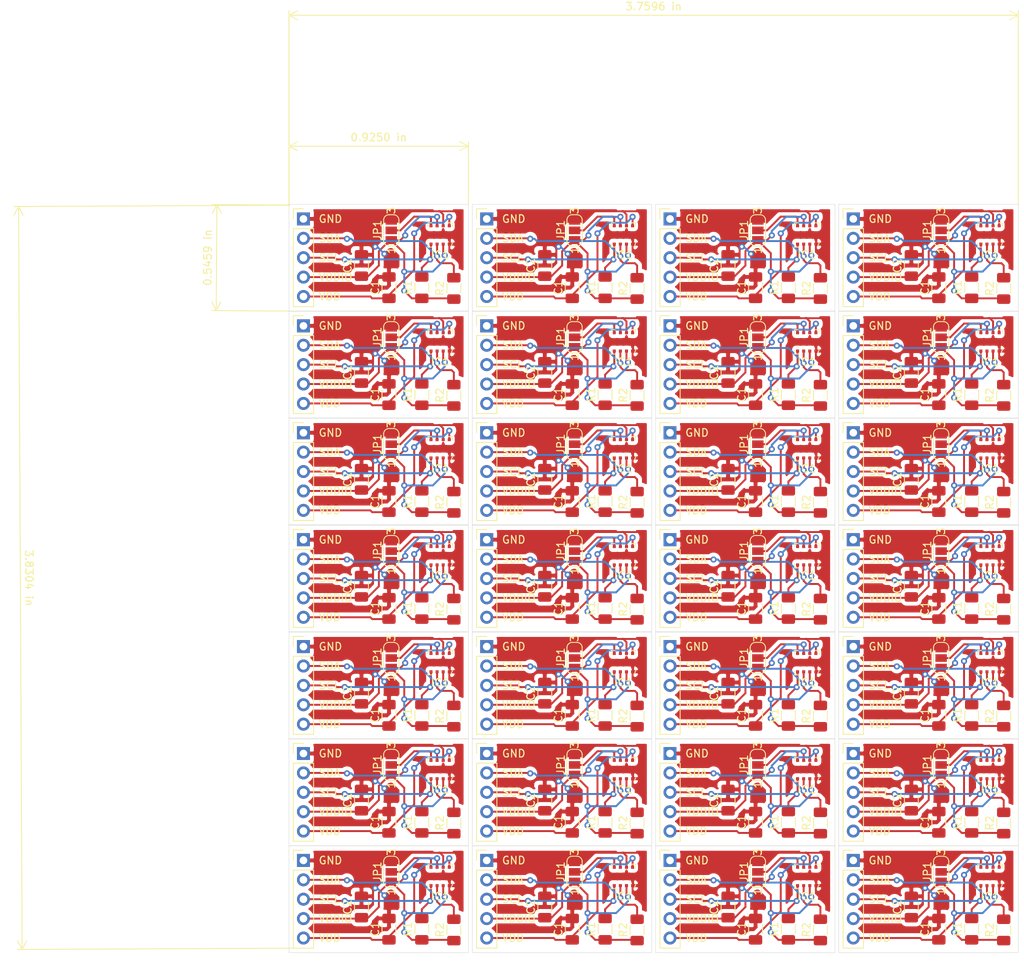
<source format=kicad_pcb>
(kicad_pcb (version 20171130) (host pcbnew "(5.1.5)-3")
  (layers (0 F.Cu signal) (31 B.Cu signal) (34 B.Paste user) (35 F.Paste user) (36 B.SilkS user) (37 F.SilkS user) (38 B.Mask user) (39 F.Mask user) (44 Edge.Cuts user))
  (net 0 "")
  (net 1 "Net-(C1-Pad1)")
  (net 2 "Net-(C1-Pad2)")
  (net 3 "Net-(C2-Pad1)")
  (net 4 "Net-(IC1-Pad3)")
  (net 5 "Net-(IC1-Pad4)")
  (net 6 "Net-(IC1-Pad5)")
  (module Capacitor_SMD:C_1206_3216Metric (layer F.Cu) (at 224.016 164.119 90)
    (fp_text reference R1 (at 0 -1.82 90) (layer F.SilkS))
    (fp_text value 4.7k)
    (pad 2 smd roundrect (at 1.4 0 90) (size 1.25 1.75) (layers F.Cu F.Paste F.Mask) (roundrect_rratio 0.2) (net 5 "Net-(IC1-Pad4)"))
    (pad 1 smd roundrect (at -1.4 0 90) (size 1.25 1.75) (layers F.Cu F.Paste F.Mask) (roundrect_rratio 0.2) (net 3 "Net-(C2-Pad1)"))
  )
  (module Capacitor_SMD:C_1206_3216Metric (layer F.Cu) (at 200.016 164.119 90)
    (fp_text reference R1 (at 0 -1.82 90) (layer F.SilkS))
    (fp_text value 4.7k)
    (pad 2 smd roundrect (at 1.4 0 90) (size 1.25 1.75) (layers F.Cu F.Paste F.Mask) (roundrect_rratio 0.2) (net 5 "Net-(IC1-Pad4)"))
    (pad 1 smd roundrect (at -1.4 0 90) (size 1.25 1.75) (layers F.Cu F.Paste F.Mask) (roundrect_rratio 0.2) (net 3 "Net-(C2-Pad1)"))
  )
  (module Capacitor_SMD:C_1206_3216Metric (layer F.Cu) (at 176.016 164.119 90)
    (fp_text reference R1 (at 0 -1.82 90) (layer F.SilkS))
    (fp_text value 4.7k)
    (pad 2 smd roundrect (at 1.4 0 90) (size 1.25 1.75) (layers F.Cu F.Paste F.Mask) (roundrect_rratio 0.2) (net 5 "Net-(IC1-Pad4)"))
    (pad 1 smd roundrect (at -1.4 0 90) (size 1.25 1.75) (layers F.Cu F.Paste F.Mask) (roundrect_rratio 0.2) (net 3 "Net-(C2-Pad1)"))
  )
  (module Capacitor_SMD:C_1206_3216Metric (layer F.Cu) (at 152.016 164.119 90)
    (fp_text reference R1 (at 0 -1.82 90) (layer F.SilkS))
    (fp_text value 4.7k)
    (pad 2 smd roundrect (at 1.4 0 90) (size 1.25 1.75) (layers F.Cu F.Paste F.Mask) (roundrect_rratio 0.2) (net 5 "Net-(IC1-Pad4)"))
    (pad 1 smd roundrect (at -1.4 0 90) (size 1.25 1.75) (layers F.Cu F.Paste F.Mask) (roundrect_rratio 0.2) (net 3 "Net-(C2-Pad1)"))
  )
  (module Capacitor_SMD:C_1206_3216Metric (layer F.Cu) (at 224.016 150.119 90)
    (fp_text reference R1 (at 0 -1.82 90) (layer F.SilkS))
    (fp_text value 4.7k)
    (pad 2 smd roundrect (at 1.4 0 90) (size 1.25 1.75) (layers F.Cu F.Paste F.Mask) (roundrect_rratio 0.2) (net 5 "Net-(IC1-Pad4)"))
    (pad 1 smd roundrect (at -1.4 0 90) (size 1.25 1.75) (layers F.Cu F.Paste F.Mask) (roundrect_rratio 0.2) (net 3 "Net-(C2-Pad1)"))
  )
  (module Capacitor_SMD:C_1206_3216Metric (layer F.Cu) (at 200.016 150.119 90)
    (fp_text reference R1 (at 0 -1.82 90) (layer F.SilkS))
    (fp_text value 4.7k)
    (pad 2 smd roundrect (at 1.4 0 90) (size 1.25 1.75) (layers F.Cu F.Paste F.Mask) (roundrect_rratio 0.2) (net 5 "Net-(IC1-Pad4)"))
    (pad 1 smd roundrect (at -1.4 0 90) (size 1.25 1.75) (layers F.Cu F.Paste F.Mask) (roundrect_rratio 0.2) (net 3 "Net-(C2-Pad1)"))
  )
  (module Capacitor_SMD:C_1206_3216Metric (layer F.Cu) (at 176.016 150.119 90)
    (fp_text reference R1 (at 0 -1.82 90) (layer F.SilkS))
    (fp_text value 4.7k)
    (pad 2 smd roundrect (at 1.4 0 90) (size 1.25 1.75) (layers F.Cu F.Paste F.Mask) (roundrect_rratio 0.2) (net 5 "Net-(IC1-Pad4)"))
    (pad 1 smd roundrect (at -1.4 0 90) (size 1.25 1.75) (layers F.Cu F.Paste F.Mask) (roundrect_rratio 0.2) (net 3 "Net-(C2-Pad1)"))
  )
  (module Capacitor_SMD:C_1206_3216Metric (layer F.Cu) (at 152.016 150.119 90)
    (fp_text reference R1 (at 0 -1.82 90) (layer F.SilkS))
    (fp_text value 4.7k)
    (pad 2 smd roundrect (at 1.4 0 90) (size 1.25 1.75) (layers F.Cu F.Paste F.Mask) (roundrect_rratio 0.2) (net 5 "Net-(IC1-Pad4)"))
    (pad 1 smd roundrect (at -1.4 0 90) (size 1.25 1.75) (layers F.Cu F.Paste F.Mask) (roundrect_rratio 0.2) (net 3 "Net-(C2-Pad1)"))
  )
  (module Capacitor_SMD:C_1206_3216Metric (layer F.Cu) (at 224.016 136.119 90)
    (fp_text reference R1 (at 0 -1.82 90) (layer F.SilkS))
    (fp_text value 4.7k)
    (pad 2 smd roundrect (at 1.4 0 90) (size 1.25 1.75) (layers F.Cu F.Paste F.Mask) (roundrect_rratio 0.2) (net 5 "Net-(IC1-Pad4)"))
    (pad 1 smd roundrect (at -1.4 0 90) (size 1.25 1.75) (layers F.Cu F.Paste F.Mask) (roundrect_rratio 0.2) (net 3 "Net-(C2-Pad1)"))
  )
  (module Capacitor_SMD:C_1206_3216Metric (layer F.Cu) (at 200.016 136.119 90)
    (fp_text reference R1 (at 0 -1.82 90) (layer F.SilkS))
    (fp_text value 4.7k)
    (pad 2 smd roundrect (at 1.4 0 90) (size 1.25 1.75) (layers F.Cu F.Paste F.Mask) (roundrect_rratio 0.2) (net 5 "Net-(IC1-Pad4)"))
    (pad 1 smd roundrect (at -1.4 0 90) (size 1.25 1.75) (layers F.Cu F.Paste F.Mask) (roundrect_rratio 0.2) (net 3 "Net-(C2-Pad1)"))
  )
  (module Capacitor_SMD:C_1206_3216Metric (layer F.Cu) (at 176.016 136.119 90)
    (fp_text reference R1 (at 0 -1.82 90) (layer F.SilkS))
    (fp_text value 4.7k)
    (pad 2 smd roundrect (at 1.4 0 90) (size 1.25 1.75) (layers F.Cu F.Paste F.Mask) (roundrect_rratio 0.2) (net 5 "Net-(IC1-Pad4)"))
    (pad 1 smd roundrect (at -1.4 0 90) (size 1.25 1.75) (layers F.Cu F.Paste F.Mask) (roundrect_rratio 0.2) (net 3 "Net-(C2-Pad1)"))
  )
  (module Capacitor_SMD:C_1206_3216Metric (layer F.Cu) (at 152.016 136.119 90)
    (fp_text reference R1 (at 0 -1.82 90) (layer F.SilkS))
    (fp_text value 4.7k)
    (pad 2 smd roundrect (at 1.4 0 90) (size 1.25 1.75) (layers F.Cu F.Paste F.Mask) (roundrect_rratio 0.2) (net 5 "Net-(IC1-Pad4)"))
    (pad 1 smd roundrect (at -1.4 0 90) (size 1.25 1.75) (layers F.Cu F.Paste F.Mask) (roundrect_rratio 0.2) (net 3 "Net-(C2-Pad1)"))
  )
  (module Capacitor_SMD:C_1206_3216Metric (layer F.Cu) (at 224.016 122.119 90)
    (fp_text reference R1 (at 0 -1.82 90) (layer F.SilkS))
    (fp_text value 4.7k)
    (pad 2 smd roundrect (at 1.4 0 90) (size 1.25 1.75) (layers F.Cu F.Paste F.Mask) (roundrect_rratio 0.2) (net 5 "Net-(IC1-Pad4)"))
    (pad 1 smd roundrect (at -1.4 0 90) (size 1.25 1.75) (layers F.Cu F.Paste F.Mask) (roundrect_rratio 0.2) (net 3 "Net-(C2-Pad1)"))
  )
  (module Capacitor_SMD:C_1206_3216Metric (layer F.Cu) (at 200.016 122.119 90)
    (fp_text reference R1 (at 0 -1.82 90) (layer F.SilkS))
    (fp_text value 4.7k)
    (pad 2 smd roundrect (at 1.4 0 90) (size 1.25 1.75) (layers F.Cu F.Paste F.Mask) (roundrect_rratio 0.2) (net 5 "Net-(IC1-Pad4)"))
    (pad 1 smd roundrect (at -1.4 0 90) (size 1.25 1.75) (layers F.Cu F.Paste F.Mask) (roundrect_rratio 0.2) (net 3 "Net-(C2-Pad1)"))
  )
  (module Capacitor_SMD:C_1206_3216Metric (layer F.Cu) (at 176.016 122.119 90)
    (fp_text reference R1 (at 0 -1.82 90) (layer F.SilkS))
    (fp_text value 4.7k)
    (pad 2 smd roundrect (at 1.4 0 90) (size 1.25 1.75) (layers F.Cu F.Paste F.Mask) (roundrect_rratio 0.2) (net 5 "Net-(IC1-Pad4)"))
    (pad 1 smd roundrect (at -1.4 0 90) (size 1.25 1.75) (layers F.Cu F.Paste F.Mask) (roundrect_rratio 0.2) (net 3 "Net-(C2-Pad1)"))
  )
  (module Capacitor_SMD:C_1206_3216Metric (layer F.Cu) (at 152.016 122.119 90)
    (fp_text reference R1 (at 0 -1.82 90) (layer F.SilkS))
    (fp_text value 4.7k)
    (pad 2 smd roundrect (at 1.4 0 90) (size 1.25 1.75) (layers F.Cu F.Paste F.Mask) (roundrect_rratio 0.2) (net 5 "Net-(IC1-Pad4)"))
    (pad 1 smd roundrect (at -1.4 0 90) (size 1.25 1.75) (layers F.Cu F.Paste F.Mask) (roundrect_rratio 0.2) (net 3 "Net-(C2-Pad1)"))
  )
  (module Capacitor_SMD:C_1206_3216Metric (layer F.Cu) (at 224.016 108.119 90)
    (fp_text reference R1 (at 0 -1.82 90) (layer F.SilkS))
    (fp_text value 4.7k)
    (pad 2 smd roundrect (at 1.4 0 90) (size 1.25 1.75) (layers F.Cu F.Paste F.Mask) (roundrect_rratio 0.2) (net 5 "Net-(IC1-Pad4)"))
    (pad 1 smd roundrect (at -1.4 0 90) (size 1.25 1.75) (layers F.Cu F.Paste F.Mask) (roundrect_rratio 0.2) (net 3 "Net-(C2-Pad1)"))
  )
  (module Capacitor_SMD:C_1206_3216Metric (layer F.Cu) (at 200.016 108.119 90)
    (fp_text reference R1 (at 0 -1.82 90) (layer F.SilkS))
    (fp_text value 4.7k)
    (pad 2 smd roundrect (at 1.4 0 90) (size 1.25 1.75) (layers F.Cu F.Paste F.Mask) (roundrect_rratio 0.2) (net 5 "Net-(IC1-Pad4)"))
    (pad 1 smd roundrect (at -1.4 0 90) (size 1.25 1.75) (layers F.Cu F.Paste F.Mask) (roundrect_rratio 0.2) (net 3 "Net-(C2-Pad1)"))
  )
  (module Capacitor_SMD:C_1206_3216Metric (layer F.Cu) (at 176.016 108.119 90)
    (fp_text reference R1 (at 0 -1.82 90) (layer F.SilkS))
    (fp_text value 4.7k)
    (pad 2 smd roundrect (at 1.4 0 90) (size 1.25 1.75) (layers F.Cu F.Paste F.Mask) (roundrect_rratio 0.2) (net 5 "Net-(IC1-Pad4)"))
    (pad 1 smd roundrect (at -1.4 0 90) (size 1.25 1.75) (layers F.Cu F.Paste F.Mask) (roundrect_rratio 0.2) (net 3 "Net-(C2-Pad1)"))
  )
  (module Capacitor_SMD:C_1206_3216Metric (layer F.Cu) (at 152.016 108.119 90)
    (fp_text reference R1 (at 0 -1.82 90) (layer F.SilkS))
    (fp_text value 4.7k)
    (pad 2 smd roundrect (at 1.4 0 90) (size 1.25 1.75) (layers F.Cu F.Paste F.Mask) (roundrect_rratio 0.2) (net 5 "Net-(IC1-Pad4)"))
    (pad 1 smd roundrect (at -1.4 0 90) (size 1.25 1.75) (layers F.Cu F.Paste F.Mask) (roundrect_rratio 0.2) (net 3 "Net-(C2-Pad1)"))
  )
  (module Capacitor_SMD:C_1206_3216Metric (layer F.Cu) (at 224.016 94.119 90)
    (fp_text reference R1 (at 0 -1.82 90) (layer F.SilkS))
    (fp_text value 4.7k)
    (pad 2 smd roundrect (at 1.4 0 90) (size 1.25 1.75) (layers F.Cu F.Paste F.Mask) (roundrect_rratio 0.2) (net 5 "Net-(IC1-Pad4)"))
    (pad 1 smd roundrect (at -1.4 0 90) (size 1.25 1.75) (layers F.Cu F.Paste F.Mask) (roundrect_rratio 0.2) (net 3 "Net-(C2-Pad1)"))
  )
  (module Capacitor_SMD:C_1206_3216Metric (layer F.Cu) (at 200.016 94.119 90)
    (fp_text reference R1 (at 0 -1.82 90) (layer F.SilkS))
    (fp_text value 4.7k)
    (pad 2 smd roundrect (at 1.4 0 90) (size 1.25 1.75) (layers F.Cu F.Paste F.Mask) (roundrect_rratio 0.2) (net 5 "Net-(IC1-Pad4)"))
    (pad 1 smd roundrect (at -1.4 0 90) (size 1.25 1.75) (layers F.Cu F.Paste F.Mask) (roundrect_rratio 0.2) (net 3 "Net-(C2-Pad1)"))
  )
  (module Capacitor_SMD:C_1206_3216Metric (layer F.Cu) (at 176.016 94.119 90)
    (fp_text reference R1 (at 0 -1.82 90) (layer F.SilkS))
    (fp_text value 4.7k)
    (pad 2 smd roundrect (at 1.4 0 90) (size 1.25 1.75) (layers F.Cu F.Paste F.Mask) (roundrect_rratio 0.2) (net 5 "Net-(IC1-Pad4)"))
    (pad 1 smd roundrect (at -1.4 0 90) (size 1.25 1.75) (layers F.Cu F.Paste F.Mask) (roundrect_rratio 0.2) (net 3 "Net-(C2-Pad1)"))
  )
  (module Capacitor_SMD:C_1206_3216Metric (layer F.Cu) (at 152.016 94.119 90)
    (fp_text reference R1 (at 0 -1.82 90) (layer F.SilkS))
    (fp_text value 4.7k)
    (pad 2 smd roundrect (at 1.4 0 90) (size 1.25 1.75) (layers F.Cu F.Paste F.Mask) (roundrect_rratio 0.2) (net 5 "Net-(IC1-Pad4)"))
    (pad 1 smd roundrect (at -1.4 0 90) (size 1.25 1.75) (layers F.Cu F.Paste F.Mask) (roundrect_rratio 0.2) (net 3 "Net-(C2-Pad1)"))
  )
  (module Capacitor_SMD:C_1206_3216Metric (layer F.Cu) (at 224.016 80.119 90)
    (fp_text reference R1 (at 0 -1.82 90) (layer F.SilkS))
    (fp_text value 4.7k)
    (pad 2 smd roundrect (at 1.4 0 90) (size 1.25 1.75) (layers F.Cu F.Paste F.Mask) (roundrect_rratio 0.2) (net 5 "Net-(IC1-Pad4)"))
    (pad 1 smd roundrect (at -1.4 0 90) (size 1.25 1.75) (layers F.Cu F.Paste F.Mask) (roundrect_rratio 0.2) (net 3 "Net-(C2-Pad1)"))
  )
  (module Capacitor_SMD:C_1206_3216Metric (layer F.Cu) (at 200.016 80.119 90)
    (fp_text reference R1 (at 0 -1.82 90) (layer F.SilkS))
    (fp_text value 4.7k)
    (pad 2 smd roundrect (at 1.4 0 90) (size 1.25 1.75) (layers F.Cu F.Paste F.Mask) (roundrect_rratio 0.2) (net 5 "Net-(IC1-Pad4)"))
    (pad 1 smd roundrect (at -1.4 0 90) (size 1.25 1.75) (layers F.Cu F.Paste F.Mask) (roundrect_rratio 0.2) (net 3 "Net-(C2-Pad1)"))
  )
  (module Capacitor_SMD:C_1206_3216Metric (layer F.Cu) (at 176.016 80.119 90)
    (fp_text reference R1 (at 0 -1.82 90) (layer F.SilkS))
    (fp_text value 4.7k)
    (pad 2 smd roundrect (at 1.4 0 90) (size 1.25 1.75) (layers F.Cu F.Paste F.Mask) (roundrect_rratio 0.2) (net 5 "Net-(IC1-Pad4)"))
    (pad 1 smd roundrect (at -1.4 0 90) (size 1.25 1.75) (layers F.Cu F.Paste F.Mask) (roundrect_rratio 0.2) (net 3 "Net-(C2-Pad1)"))
  )
  (module Jumper:SolderJumper-3_P1.3mm_Open_RoundedPad1.0x1.5mm_NumberLabels (layer F.Cu) (at 220.016 156.619 90)
    (fp_text reference JP1 (at 0 -1.8 90) (layer F.SilkS))
    (fp_text value SolderJumper_3_Open)
    (fp_text user 1 (at -2.6 0 90) (layer F.SilkS))
    (fp_text user 3 (at 2.6 0 90) (layer F.SilkS))
    (pad 2 smd rect (at 0 0 90) (size 1 1.5) (layers F.Cu F.Mask) (net 6 "Net-(IC1-Pad5)"))
    (pad 3 smd custom (at 1.3 0 90) (size 1 0.5) (layers F.Cu F.Mask) (net 2 "Net-(C1-Pad2)") (options (clearance outline) (anchor rect)) (primitives (gr_circle (center 0 0.25) (end 0.5 0.25) (width 0)) (gr_circle (center 0 -0.25) (end 0.5 -0.25) (width 0)) (gr_poly (pts (xy -0.55 -0.75) (xy 0 -0.75) (xy 0 0.75) (xy -0.55 0.75)) (width 0))))
    (pad 1 smd custom (at -1.3 0 90) (size 1 0.5) (layers F.Cu F.Mask) (net 3 "Net-(C2-Pad1)") (options (clearance outline) (anchor rect)) (primitives (gr_circle (center 0 0.25) (end 0.5 0.25) (width 0)) (gr_circle (center 0 -0.25) (end 0.5 -0.25) (width 0)) (gr_poly (pts (xy 0.55 -0.75) (xy 0 -0.75) (xy 0 0.75) (xy 0.55 0.75)) (width 0))))
  )
  (module Jumper:SolderJumper-3_P1.3mm_Open_RoundedPad1.0x1.5mm_NumberLabels (layer F.Cu) (at 196.016 156.619 90)
    (fp_text reference JP1 (at 0 -1.8 90) (layer F.SilkS))
    (fp_text value SolderJumper_3_Open)
    (fp_text user 1 (at -2.6 0 90) (layer F.SilkS))
    (fp_text user 3 (at 2.6 0 90) (layer F.SilkS))
    (pad 2 smd rect (at 0 0 90) (size 1 1.5) (layers F.Cu F.Mask) (net 6 "Net-(IC1-Pad5)"))
    (pad 3 smd custom (at 1.3 0 90) (size 1 0.5) (layers F.Cu F.Mask) (net 2 "Net-(C1-Pad2)") (options (clearance outline) (anchor rect)) (primitives (gr_circle (center 0 0.25) (end 0.5 0.25) (width 0)) (gr_circle (center 0 -0.25) (end 0.5 -0.25) (width 0)) (gr_poly (pts (xy -0.55 -0.75) (xy 0 -0.75) (xy 0 0.75) (xy -0.55 0.75)) (width 0))))
    (pad 1 smd custom (at -1.3 0 90) (size 1 0.5) (layers F.Cu F.Mask) (net 3 "Net-(C2-Pad1)") (options (clearance outline) (anchor rect)) (primitives (gr_circle (center 0 0.25) (end 0.5 0.25) (width 0)) (gr_circle (center 0 -0.25) (end 0.5 -0.25) (width 0)) (gr_poly (pts (xy 0.55 -0.75) (xy 0 -0.75) (xy 0 0.75) (xy 0.55 0.75)) (width 0))))
  )
  (module Jumper:SolderJumper-3_P1.3mm_Open_RoundedPad1.0x1.5mm_NumberLabels (layer F.Cu) (at 172.016 156.619 90)
    (fp_text reference JP1 (at 0 -1.8 90) (layer F.SilkS))
    (fp_text value SolderJumper_3_Open)
    (fp_text user 1 (at -2.6 0 90) (layer F.SilkS))
    (fp_text user 3 (at 2.6 0 90) (layer F.SilkS))
    (pad 2 smd rect (at 0 0 90) (size 1 1.5) (layers F.Cu F.Mask) (net 6 "Net-(IC1-Pad5)"))
    (pad 3 smd custom (at 1.3 0 90) (size 1 0.5) (layers F.Cu F.Mask) (net 2 "Net-(C1-Pad2)") (options (clearance outline) (anchor rect)) (primitives (gr_circle (center 0 0.25) (end 0.5 0.25) (width 0)) (gr_circle (center 0 -0.25) (end 0.5 -0.25) (width 0)) (gr_poly (pts (xy -0.55 -0.75) (xy 0 -0.75) (xy 0 0.75) (xy -0.55 0.75)) (width 0))))
    (pad 1 smd custom (at -1.3 0 90) (size 1 0.5) (layers F.Cu F.Mask) (net 3 "Net-(C2-Pad1)") (options (clearance outline) (anchor rect)) (primitives (gr_circle (center 0 0.25) (end 0.5 0.25) (width 0)) (gr_circle (center 0 -0.25) (end 0.5 -0.25) (width 0)) (gr_poly (pts (xy 0.55 -0.75) (xy 0 -0.75) (xy 0 0.75) (xy 0.55 0.75)) (width 0))))
  )
  (module Jumper:SolderJumper-3_P1.3mm_Open_RoundedPad1.0x1.5mm_NumberLabels (layer F.Cu) (at 148.016 156.619 90)
    (fp_text reference JP1 (at 0 -1.8 90) (layer F.SilkS))
    (fp_text value SolderJumper_3_Open)
    (fp_text user 1 (at -2.6 0 90) (layer F.SilkS))
    (fp_text user 3 (at 2.6 0 90) (layer F.SilkS))
    (pad 2 smd rect (at 0 0 90) (size 1 1.5) (layers F.Cu F.Mask) (net 6 "Net-(IC1-Pad5)"))
    (pad 3 smd custom (at 1.3 0 90) (size 1 0.5) (layers F.Cu F.Mask) (net 2 "Net-(C1-Pad2)") (options (clearance outline) (anchor rect)) (primitives (gr_circle (center 0 0.25) (end 0.5 0.25) (width 0)) (gr_circle (center 0 -0.25) (end 0.5 -0.25) (width 0)) (gr_poly (pts (xy -0.55 -0.75) (xy 0 -0.75) (xy 0 0.75) (xy -0.55 0.75)) (width 0))))
    (pad 1 smd custom (at -1.3 0 90) (size 1 0.5) (layers F.Cu F.Mask) (net 3 "Net-(C2-Pad1)") (options (clearance outline) (anchor rect)) (primitives (gr_circle (center 0 0.25) (end 0.5 0.25) (width 0)) (gr_circle (center 0 -0.25) (end 0.5 -0.25) (width 0)) (gr_poly (pts (xy 0.55 -0.75) (xy 0 -0.75) (xy 0 0.75) (xy 0.55 0.75)) (width 0))))
  )
  (module Jumper:SolderJumper-3_P1.3mm_Open_RoundedPad1.0x1.5mm_NumberLabels (layer F.Cu) (at 220.016 142.619 90)
    (fp_text reference JP1 (at 0 -1.8 90) (layer F.SilkS))
    (fp_text value SolderJumper_3_Open)
    (fp_text user 1 (at -2.6 0 90) (layer F.SilkS))
    (fp_text user 3 (at 2.6 0 90) (layer F.SilkS))
    (pad 2 smd rect (at 0 0 90) (size 1 1.5) (layers F.Cu F.Mask) (net 6 "Net-(IC1-Pad5)"))
    (pad 3 smd custom (at 1.3 0 90) (size 1 0.5) (layers F.Cu F.Mask) (net 2 "Net-(C1-Pad2)") (options (clearance outline) (anchor rect)) (primitives (gr_circle (center 0 0.25) (end 0.5 0.25) (width 0)) (gr_circle (center 0 -0.25) (end 0.5 -0.25) (width 0)) (gr_poly (pts (xy -0.55 -0.75) (xy 0 -0.75) (xy 0 0.75) (xy -0.55 0.75)) (width 0))))
    (pad 1 smd custom (at -1.3 0 90) (size 1 0.5) (layers F.Cu F.Mask) (net 3 "Net-(C2-Pad1)") (options (clearance outline) (anchor rect)) (primitives (gr_circle (center 0 0.25) (end 0.5 0.25) (width 0)) (gr_circle (center 0 -0.25) (end 0.5 -0.25) (width 0)) (gr_poly (pts (xy 0.55 -0.75) (xy 0 -0.75) (xy 0 0.75) (xy 0.55 0.75)) (width 0))))
  )
  (module Jumper:SolderJumper-3_P1.3mm_Open_RoundedPad1.0x1.5mm_NumberLabels (layer F.Cu) (at 196.016 142.619 90)
    (fp_text reference JP1 (at 0 -1.8 90) (layer F.SilkS))
    (fp_text value SolderJumper_3_Open)
    (fp_text user 1 (at -2.6 0 90) (layer F.SilkS))
    (fp_text user 3 (at 2.6 0 90) (layer F.SilkS))
    (pad 2 smd rect (at 0 0 90) (size 1 1.5) (layers F.Cu F.Mask) (net 6 "Net-(IC1-Pad5)"))
    (pad 3 smd custom (at 1.3 0 90) (size 1 0.5) (layers F.Cu F.Mask) (net 2 "Net-(C1-Pad2)") (options (clearance outline) (anchor rect)) (primitives (gr_circle (center 0 0.25) (end 0.5 0.25) (width 0)) (gr_circle (center 0 -0.25) (end 0.5 -0.25) (width 0)) (gr_poly (pts (xy -0.55 -0.75) (xy 0 -0.75) (xy 0 0.75) (xy -0.55 0.75)) (width 0))))
    (pad 1 smd custom (at -1.3 0 90) (size 1 0.5) (layers F.Cu F.Mask) (net 3 "Net-(C2-Pad1)") (options (clearance outline) (anchor rect)) (primitives (gr_circle (center 0 0.25) (end 0.5 0.25) (width 0)) (gr_circle (center 0 -0.25) (end 0.5 -0.25) (width 0)) (gr_poly (pts (xy 0.55 -0.75) (xy 0 -0.75) (xy 0 0.75) (xy 0.55 0.75)) (width 0))))
  )
  (module Jumper:SolderJumper-3_P1.3mm_Open_RoundedPad1.0x1.5mm_NumberLabels (layer F.Cu) (at 172.016 142.619 90)
    (fp_text reference JP1 (at 0 -1.8 90) (layer F.SilkS))
    (fp_text value SolderJumper_3_Open)
    (fp_text user 1 (at -2.6 0 90) (layer F.SilkS))
    (fp_text user 3 (at 2.6 0 90) (layer F.SilkS))
    (pad 2 smd rect (at 0 0 90) (size 1 1.5) (layers F.Cu F.Mask) (net 6 "Net-(IC1-Pad5)"))
    (pad 3 smd custom (at 1.3 0 90) (size 1 0.5) (layers F.Cu F.Mask) (net 2 "Net-(C1-Pad2)") (options (clearance outline) (anchor rect)) (primitives (gr_circle (center 0 0.25) (end 0.5 0.25) (width 0)) (gr_circle (center 0 -0.25) (end 0.5 -0.25) (width 0)) (gr_poly (pts (xy -0.55 -0.75) (xy 0 -0.75) (xy 0 0.75) (xy -0.55 0.75)) (width 0))))
    (pad 1 smd custom (at -1.3 0 90) (size 1 0.5) (layers F.Cu F.Mask) (net 3 "Net-(C2-Pad1)") (options (clearance outline) (anchor rect)) (primitives (gr_circle (center 0 0.25) (end 0.5 0.25) (width 0)) (gr_circle (center 0 -0.25) (end 0.5 -0.25) (width 0)) (gr_poly (pts (xy 0.55 -0.75) (xy 0 -0.75) (xy 0 0.75) (xy 0.55 0.75)) (width 0))))
  )
  (module Jumper:SolderJumper-3_P1.3mm_Open_RoundedPad1.0x1.5mm_NumberLabels (layer F.Cu) (at 148.016 142.619 90)
    (fp_text reference JP1 (at 0 -1.8 90) (layer F.SilkS))
    (fp_text value SolderJumper_3_Open)
    (fp_text user 1 (at -2.6 0 90) (layer F.SilkS))
    (fp_text user 3 (at 2.6 0 90) (layer F.SilkS))
    (pad 2 smd rect (at 0 0 90) (size 1 1.5) (layers F.Cu F.Mask) (net 6 "Net-(IC1-Pad5)"))
    (pad 3 smd custom (at 1.3 0 90) (size 1 0.5) (layers F.Cu F.Mask) (net 2 "Net-(C1-Pad2)") (options (clearance outline) (anchor rect)) (primitives (gr_circle (center 0 0.25) (end 0.5 0.25) (width 0)) (gr_circle (center 0 -0.25) (end 0.5 -0.25) (width 0)) (gr_poly (pts (xy -0.55 -0.75) (xy 0 -0.75) (xy 0 0.75) (xy -0.55 0.75)) (width 0))))
    (pad 1 smd custom (at -1.3 0 90) (size 1 0.5) (layers F.Cu F.Mask) (net 3 "Net-(C2-Pad1)") (options (clearance outline) (anchor rect)) (primitives (gr_circle (center 0 0.25) (end 0.5 0.25) (width 0)) (gr_circle (center 0 -0.25) (end 0.5 -0.25) (width 0)) (gr_poly (pts (xy 0.55 -0.75) (xy 0 -0.75) (xy 0 0.75) (xy 0.55 0.75)) (width 0))))
  )
  (module Jumper:SolderJumper-3_P1.3mm_Open_RoundedPad1.0x1.5mm_NumberLabels (layer F.Cu) (at 220.016 128.619 90)
    (fp_text reference JP1 (at 0 -1.8 90) (layer F.SilkS))
    (fp_text value SolderJumper_3_Open)
    (fp_text user 1 (at -2.6 0 90) (layer F.SilkS))
    (fp_text user 3 (at 2.6 0 90) (layer F.SilkS))
    (pad 2 smd rect (at 0 0 90) (size 1 1.5) (layers F.Cu F.Mask) (net 6 "Net-(IC1-Pad5)"))
    (pad 3 smd custom (at 1.3 0 90) (size 1 0.5) (layers F.Cu F.Mask) (net 2 "Net-(C1-Pad2)") (options (clearance outline) (anchor rect)) (primitives (gr_circle (center 0 0.25) (end 0.5 0.25) (width 0)) (gr_circle (center 0 -0.25) (end 0.5 -0.25) (width 0)) (gr_poly (pts (xy -0.55 -0.75) (xy 0 -0.75) (xy 0 0.75) (xy -0.55 0.75)) (width 0))))
    (pad 1 smd custom (at -1.3 0 90) (size 1 0.5) (layers F.Cu F.Mask) (net 3 "Net-(C2-Pad1)") (options (clearance outline) (anchor rect)) (primitives (gr_circle (center 0 0.25) (end 0.5 0.25) (width 0)) (gr_circle (center 0 -0.25) (end 0.5 -0.25) (width 0)) (gr_poly (pts (xy 0.55 -0.75) (xy 0 -0.75) (xy 0 0.75) (xy 0.55 0.75)) (width 0))))
  )
  (module Jumper:SolderJumper-3_P1.3mm_Open_RoundedPad1.0x1.5mm_NumberLabels (layer F.Cu) (at 196.016 128.619 90)
    (fp_text reference JP1 (at 0 -1.8 90) (layer F.SilkS))
    (fp_text value SolderJumper_3_Open)
    (fp_text user 1 (at -2.6 0 90) (layer F.SilkS))
    (fp_text user 3 (at 2.6 0 90) (layer F.SilkS))
    (pad 2 smd rect (at 0 0 90) (size 1 1.5) (layers F.Cu F.Mask) (net 6 "Net-(IC1-Pad5)"))
    (pad 3 smd custom (at 1.3 0 90) (size 1 0.5) (layers F.Cu F.Mask) (net 2 "Net-(C1-Pad2)") (options (clearance outline) (anchor rect)) (primitives (gr_circle (center 0 0.25) (end 0.5 0.25) (width 0)) (gr_circle (center 0 -0.25) (end 0.5 -0.25) (width 0)) (gr_poly (pts (xy -0.55 -0.75) (xy 0 -0.75) (xy 0 0.75) (xy -0.55 0.75)) (width 0))))
    (pad 1 smd custom (at -1.3 0 90) (size 1 0.5) (layers F.Cu F.Mask) (net 3 "Net-(C2-Pad1)") (options (clearance outline) (anchor rect)) (primitives (gr_circle (center 0 0.25) (end 0.5 0.25) (width 0)) (gr_circle (center 0 -0.25) (end 0.5 -0.25) (width 0)) (gr_poly (pts (xy 0.55 -0.75) (xy 0 -0.75) (xy 0 0.75) (xy 0.55 0.75)) (width 0))))
  )
  (module Jumper:SolderJumper-3_P1.3mm_Open_RoundedPad1.0x1.5mm_NumberLabels (layer F.Cu) (at 172.016 128.619 90)
    (fp_text reference JP1 (at 0 -1.8 90) (layer F.SilkS))
    (fp_text value SolderJumper_3_Open)
    (fp_text user 1 (at -2.6 0 90) (layer F.SilkS))
    (fp_text user 3 (at 2.6 0 90) (layer F.SilkS))
    (pad 2 smd rect (at 0 0 90) (size 1 1.5) (layers F.Cu F.Mask) (net 6 "Net-(IC1-Pad5)"))
    (pad 3 smd custom (at 1.3 0 90) (size 1 0.5) (layers F.Cu F.Mask) (net 2 "Net-(C1-Pad2)") (options (clearance outline) (anchor rect)) (primitives (gr_circle (center 0 0.25) (end 0.5 0.25) (width 0)) (gr_circle (center 0 -0.25) (end 0.5 -0.25) (width 0)) (gr_poly (pts (xy -0.55 -0.75) (xy 0 -0.75) (xy 0 0.75) (xy -0.55 0.75)) (width 0))))
    (pad 1 smd custom (at -1.3 0 90) (size 1 0.5) (layers F.Cu F.Mask) (net 3 "Net-(C2-Pad1)") (options (clearance outline) (anchor rect)) (primitives (gr_circle (center 0 0.25) (end 0.5 0.25) (width 0)) (gr_circle (center 0 -0.25) (end 0.5 -0.25) (width 0)) (gr_poly (pts (xy 0.55 -0.75) (xy 0 -0.75) (xy 0 0.75) (xy 0.55 0.75)) (width 0))))
  )
  (module Jumper:SolderJumper-3_P1.3mm_Open_RoundedPad1.0x1.5mm_NumberLabels (layer F.Cu) (at 148.016 128.619 90)
    (fp_text reference JP1 (at 0 -1.8 90) (layer F.SilkS))
    (fp_text value SolderJumper_3_Open)
    (fp_text user 1 (at -2.6 0 90) (layer F.SilkS))
    (fp_text user 3 (at 2.6 0 90) (layer F.SilkS))
    (pad 2 smd rect (at 0 0 90) (size 1 1.5) (layers F.Cu F.Mask) (net 6 "Net-(IC1-Pad5)"))
    (pad 3 smd custom (at 1.3 0 90) (size 1 0.5) (layers F.Cu F.Mask) (net 2 "Net-(C1-Pad2)") (options (clearance outline) (anchor rect)) (primitives (gr_circle (center 0 0.25) (end 0.5 0.25) (width 0)) (gr_circle (center 0 -0.25) (end 0.5 -0.25) (width 0)) (gr_poly (pts (xy -0.55 -0.75) (xy 0 -0.75) (xy 0 0.75) (xy -0.55 0.75)) (width 0))))
    (pad 1 smd custom (at -1.3 0 90) (size 1 0.5) (layers F.Cu F.Mask) (net 3 "Net-(C2-Pad1)") (options (clearance outline) (anchor rect)) (primitives (gr_circle (center 0 0.25) (end 0.5 0.25) (width 0)) (gr_circle (center 0 -0.25) (end 0.5 -0.25) (width 0)) (gr_poly (pts (xy 0.55 -0.75) (xy 0 -0.75) (xy 0 0.75) (xy 0.55 0.75)) (width 0))))
  )
  (module Jumper:SolderJumper-3_P1.3mm_Open_RoundedPad1.0x1.5mm_NumberLabels (layer F.Cu) (at 220.016 114.619 90)
    (fp_text reference JP1 (at 0 -1.8 90) (layer F.SilkS))
    (fp_text value SolderJumper_3_Open)
    (fp_text user 1 (at -2.6 0 90) (layer F.SilkS))
    (fp_text user 3 (at 2.6 0 90) (layer F.SilkS))
    (pad 2 smd rect (at 0 0 90) (size 1 1.5) (layers F.Cu F.Mask) (net 6 "Net-(IC1-Pad5)"))
    (pad 3 smd custom (at 1.3 0 90) (size 1 0.5) (layers F.Cu F.Mask) (net 2 "Net-(C1-Pad2)") (options (clearance outline) (anchor rect)) (primitives (gr_circle (center 0 0.25) (end 0.5 0.25) (width 0)) (gr_circle (center 0 -0.25) (end 0.5 -0.25) (width 0)) (gr_poly (pts (xy -0.55 -0.75) (xy 0 -0.75) (xy 0 0.75) (xy -0.55 0.75)) (width 0))))
    (pad 1 smd custom (at -1.3 0 90) (size 1 0.5) (layers F.Cu F.Mask) (net 3 "Net-(C2-Pad1)") (options (clearance outline) (anchor rect)) (primitives (gr_circle (center 0 0.25) (end 0.5 0.25) (width 0)) (gr_circle (center 0 -0.25) (end 0.5 -0.25) (width 0)) (gr_poly (pts (xy 0.55 -0.75) (xy 0 -0.75) (xy 0 0.75) (xy 0.55 0.75)) (width 0))))
  )
  (module Jumper:SolderJumper-3_P1.3mm_Open_RoundedPad1.0x1.5mm_NumberLabels (layer F.Cu) (at 196.016 114.619 90)
    (fp_text reference JP1 (at 0 -1.8 90) (layer F.SilkS))
    (fp_text value SolderJumper_3_Open)
    (fp_text user 1 (at -2.6 0 90) (layer F.SilkS))
    (fp_text user 3 (at 2.6 0 90) (layer F.SilkS))
    (pad 2 smd rect (at 0 0 90) (size 1 1.5) (layers F.Cu F.Mask) (net 6 "Net-(IC1-Pad5)"))
    (pad 3 smd custom (at 1.3 0 90) (size 1 0.5) (layers F.Cu F.Mask) (net 2 "Net-(C1-Pad2)") (options (clearance outline) (anchor rect)) (primitives (gr_circle (center 0 0.25) (end 0.5 0.25) (width 0)) (gr_circle (center 0 -0.25) (end 0.5 -0.25) (width 0)) (gr_poly (pts (xy -0.55 -0.75) (xy 0 -0.75) (xy 0 0.75) (xy -0.55 0.75)) (width 0))))
    (pad 1 smd custom (at -1.3 0 90) (size 1 0.5) (layers F.Cu F.Mask) (net 3 "Net-(C2-Pad1)") (options (clearance outline) (anchor rect)) (primitives (gr_circle (center 0 0.25) (end 0.5 0.25) (width 0)) (gr_circle (center 0 -0.25) (end 0.5 -0.25) (width 0)) (gr_poly (pts (xy 0.55 -0.75) (xy 0 -0.75) (xy 0 0.75) (xy 0.55 0.75)) (width 0))))
  )
  (module Jumper:SolderJumper-3_P1.3mm_Open_RoundedPad1.0x1.5mm_NumberLabels (layer F.Cu) (at 172.016 114.619 90)
    (fp_text reference JP1 (at 0 -1.8 90) (layer F.SilkS))
    (fp_text value SolderJumper_3_Open)
    (fp_text user 1 (at -2.6 0 90) (layer F.SilkS))
    (fp_text user 3 (at 2.6 0 90) (layer F.SilkS))
    (pad 2 smd rect (at 0 0 90) (size 1 1.5) (layers F.Cu F.Mask) (net 6 "Net-(IC1-Pad5)"))
    (pad 3 smd custom (at 1.3 0 90) (size 1 0.5) (layers F.Cu F.Mask) (net 2 "Net-(C1-Pad2)") (options (clearance outline) (anchor rect)) (primitives (gr_circle (center 0 0.25) (end 0.5 0.25) (width 0)) (gr_circle (center 0 -0.25) (end 0.5 -0.25) (width 0)) (gr_poly (pts (xy -0.55 -0.75) (xy 0 -0.75) (xy 0 0.75) (xy -0.55 0.75)) (width 0))))
    (pad 1 smd custom (at -1.3 0 90) (size 1 0.5) (layers F.Cu F.Mask) (net 3 "Net-(C2-Pad1)") (options (clearance outline) (anchor rect)) (primitives (gr_circle (center 0 0.25) (end 0.5 0.25) (width 0)) (gr_circle (center 0 -0.25) (end 0.5 -0.25) (width 0)) (gr_poly (pts (xy 0.55 -0.75) (xy 0 -0.75) (xy 0 0.75) (xy 0.55 0.75)) (width 0))))
  )
  (module Jumper:SolderJumper-3_P1.3mm_Open_RoundedPad1.0x1.5mm_NumberLabels (layer F.Cu) (at 148.016 114.619 90)
    (fp_text reference JP1 (at 0 -1.8 90) (layer F.SilkS))
    (fp_text value SolderJumper_3_Open)
    (fp_text user 1 (at -2.6 0 90) (layer F.SilkS))
    (fp_text user 3 (at 2.6 0 90) (layer F.SilkS))
    (pad 2 smd rect (at 0 0 90) (size 1 1.5) (layers F.Cu F.Mask) (net 6 "Net-(IC1-Pad5)"))
    (pad 3 smd custom (at 1.3 0 90) (size 1 0.5) (layers F.Cu F.Mask) (net 2 "Net-(C1-Pad2)") (options (clearance outline) (anchor rect)) (primitives (gr_circle (center 0 0.25) (end 0.5 0.25) (width 0)) (gr_circle (center 0 -0.25) (end 0.5 -0.25) (width 0)) (gr_poly (pts (xy -0.55 -0.75) (xy 0 -0.75) (xy 0 0.75) (xy -0.55 0.75)) (width 0))))
    (pad 1 smd custom (at -1.3 0 90) (size 1 0.5) (layers F.Cu F.Mask) (net 3 "Net-(C2-Pad1)") (options (clearance outline) (anchor rect)) (primitives (gr_circle (center 0 0.25) (end 0.5 0.25) (width 0)) (gr_circle (center 0 -0.25) (end 0.5 -0.25) (width 0)) (gr_poly (pts (xy 0.55 -0.75) (xy 0 -0.75) (xy 0 0.75) (xy 0.55 0.75)) (width 0))))
  )
  (module Jumper:SolderJumper-3_P1.3mm_Open_RoundedPad1.0x1.5mm_NumberLabels (layer F.Cu) (at 220.016 100.619 90)
    (fp_text reference JP1 (at 0 -1.8 90) (layer F.SilkS))
    (fp_text value SolderJumper_3_Open)
    (fp_text user 1 (at -2.6 0 90) (layer F.SilkS))
    (fp_text user 3 (at 2.6 0 90) (layer F.SilkS))
    (pad 2 smd rect (at 0 0 90) (size 1 1.5) (layers F.Cu F.Mask) (net 6 "Net-(IC1-Pad5)"))
    (pad 3 smd custom (at 1.3 0 90) (size 1 0.5) (layers F.Cu F.Mask) (net 2 "Net-(C1-Pad2)") (options (clearance outline) (anchor rect)) (primitives (gr_circle (center 0 0.25) (end 0.5 0.25) (width 0)) (gr_circle (center 0 -0.25) (end 0.5 -0.25) (width 0)) (gr_poly (pts (xy -0.55 -0.75) (xy 0 -0.75) (xy 0 0.75) (xy -0.55 0.75)) (width 0))))
    (pad 1 smd custom (at -1.3 0 90) (size 1 0.5) (layers F.Cu F.Mask) (net 3 "Net-(C2-Pad1)") (options (clearance outline) (anchor rect)) (primitives (gr_circle (center 0 0.25) (end 0.5 0.25) (width 0)) (gr_circle (center 0 -0.25) (end 0.5 -0.25) (width 0)) (gr_poly (pts (xy 0.55 -0.75) (xy 0 -0.75) (xy 0 0.75) (xy 0.55 0.75)) (width 0))))
  )
  (module Jumper:SolderJumper-3_P1.3mm_Open_RoundedPad1.0x1.5mm_NumberLabels (layer F.Cu) (at 196.016 100.619 90)
    (fp_text reference JP1 (at 0 -1.8 90) (layer F.SilkS))
    (fp_text value SolderJumper_3_Open)
    (fp_text user 1 (at -2.6 0 90) (layer F.SilkS))
    (fp_text user 3 (at 2.6 0 90) (layer F.SilkS))
    (pad 2 smd rect (at 0 0 90) (size 1 1.5) (layers F.Cu F.Mask) (net 6 "Net-(IC1-Pad5)"))
    (pad 3 smd custom (at 1.3 0 90) (size 1 0.5) (layers F.Cu F.Mask) (net 2 "Net-(C1-Pad2)") (options (clearance outline) (anchor rect)) (primitives (gr_circle (center 0 0.25) (end 0.5 0.25) (width 0)) (gr_circle (center 0 -0.25) (end 0.5 -0.25) (width 0)) (gr_poly (pts (xy -0.55 -0.75) (xy 0 -0.75) (xy 0 0.75) (xy -0.55 0.75)) (width 0))))
    (pad 1 smd custom (at -1.3 0 90) (size 1 0.5) (layers F.Cu F.Mask) (net 3 "Net-(C2-Pad1)") (options (clearance outline) (anchor rect)) (primitives (gr_circle (center 0 0.25) (end 0.5 0.25) (width 0)) (gr_circle (center 0 -0.25) (end 0.5 -0.25) (width 0)) (gr_poly (pts (xy 0.55 -0.75) (xy 0 -0.75) (xy 0 0.75) (xy 0.55 0.75)) (width 0))))
  )
  (module Jumper:SolderJumper-3_P1.3mm_Open_RoundedPad1.0x1.5mm_NumberLabels (layer F.Cu) (at 172.016 100.619 90)
    (fp_text reference JP1 (at 0 -1.8 90) (layer F.SilkS))
    (fp_text value SolderJumper_3_Open)
    (fp_text user 1 (at -2.6 0 90) (layer F.SilkS))
    (fp_text user 3 (at 2.6 0 90) (layer F.SilkS))
    (pad 2 smd rect (at 0 0 90) (size 1 1.5) (layers F.Cu F.Mask) (net 6 "Net-(IC1-Pad5)"))
    (pad 3 smd custom (at 1.3 0 90) (size 1 0.5) (layers F.Cu F.Mask) (net 2 "Net-(C1-Pad2)") (options (clearance outline) (anchor rect)) (primitives (gr_circle (center 0 0.25) (end 0.5 0.25) (width 0)) (gr_circle (center 0 -0.25) (end 0.5 -0.25) (width 0)) (gr_poly (pts (xy -0.55 -0.75) (xy 0 -0.75) (xy 0 0.75) (xy -0.55 0.75)) (width 0))))
    (pad 1 smd custom (at -1.3 0 90) (size 1 0.5) (layers F.Cu F.Mask) (net 3 "Net-(C2-Pad1)") (options (clearance outline) (anchor rect)) (primitives (gr_circle (center 0 0.25) (end 0.5 0.25) (width 0)) (gr_circle (center 0 -0.25) (end 0.5 -0.25) (width 0)) (gr_poly (pts (xy 0.55 -0.75) (xy 0 -0.75) (xy 0 0.75) (xy 0.55 0.75)) (width 0))))
  )
  (module Jumper:SolderJumper-3_P1.3mm_Open_RoundedPad1.0x1.5mm_NumberLabels (layer F.Cu) (at 148.016 100.619 90)
    (fp_text reference JP1 (at 0 -1.8 90) (layer F.SilkS))
    (fp_text value SolderJumper_3_Open)
    (fp_text user 1 (at -2.6 0 90) (layer F.SilkS))
    (fp_text user 3 (at 2.6 0 90) (layer F.SilkS))
    (pad 2 smd rect (at 0 0 90) (size 1 1.5) (layers F.Cu F.Mask) (net 6 "Net-(IC1-Pad5)"))
    (pad 3 smd custom (at 1.3 0 90) (size 1 0.5) (layers F.Cu F.Mask) (net 2 "Net-(C1-Pad2)") (options (clearance outline) (anchor rect)) (primitives (gr_circle (center 0 0.25) (end 0.5 0.25) (width 0)) (gr_circle (center 0 -0.25) (end 0.5 -0.25) (width 0)) (gr_poly (pts (xy -0.55 -0.75) (xy 0 -0.75) (xy 0 0.75) (xy -0.55 0.75)) (width 0))))
    (pad 1 smd custom (at -1.3 0 90) (size 1 0.5) (layers F.Cu F.Mask) (net 3 "Net-(C2-Pad1)") (options (clearance outline) (anchor rect)) (primitives (gr_circle (center 0 0.25) (end 0.5 0.25) (width 0)) (gr_circle (center 0 -0.25) (end 0.5 -0.25) (width 0)) (gr_poly (pts (xy 0.55 -0.75) (xy 0 -0.75) (xy 0 0.75) (xy 0.55 0.75)) (width 0))))
  )
  (module Jumper:SolderJumper-3_P1.3mm_Open_RoundedPad1.0x1.5mm_NumberLabels (layer F.Cu) (at 220.016 86.619 90)
    (fp_text reference JP1 (at 0 -1.8 90) (layer F.SilkS))
    (fp_text value SolderJumper_3_Open)
    (fp_text user 1 (at -2.6 0 90) (layer F.SilkS))
    (fp_text user 3 (at 2.6 0 90) (layer F.SilkS))
    (pad 2 smd rect (at 0 0 90) (size 1 1.5) (layers F.Cu F.Mask) (net 6 "Net-(IC1-Pad5)"))
    (pad 3 smd custom (at 1.3 0 90) (size 1 0.5) (layers F.Cu F.Mask) (net 2 "Net-(C1-Pad2)") (options (clearance outline) (anchor rect)) (primitives (gr_circle (center 0 0.25) (end 0.5 0.25) (width 0)) (gr_circle (center 0 -0.25) (end 0.5 -0.25) (width 0)) (gr_poly (pts (xy -0.55 -0.75) (xy 0 -0.75) (xy 0 0.75) (xy -0.55 0.75)) (width 0))))
    (pad 1 smd custom (at -1.3 0 90) (size 1 0.5) (layers F.Cu F.Mask) (net 3 "Net-(C2-Pad1)") (options (clearance outline) (anchor rect)) (primitives (gr_circle (center 0 0.25) (end 0.5 0.25) (width 0)) (gr_circle (center 0 -0.25) (end 0.5 -0.25) (width 0)) (gr_poly (pts (xy 0.55 -0.75) (xy 0 -0.75) (xy 0 0.75) (xy 0.55 0.75)) (width 0))))
  )
  (module Jumper:SolderJumper-3_P1.3mm_Open_RoundedPad1.0x1.5mm_NumberLabels (layer F.Cu) (at 196.016 86.619 90)
    (fp_text reference JP1 (at 0 -1.8 90) (layer F.SilkS))
    (fp_text value SolderJumper_3_Open)
    (fp_text user 1 (at -2.6 0 90) (layer F.SilkS))
    (fp_text user 3 (at 2.6 0 90) (layer F.SilkS))
    (pad 2 smd rect (at 0 0 90) (size 1 1.5) (layers F.Cu F.Mask) (net 6 "Net-(IC1-Pad5)"))
    (pad 3 smd custom (at 1.3 0 90) (size 1 0.5) (layers F.Cu F.Mask) (net 2 "Net-(C1-Pad2)") (options (clearance outline) (anchor rect)) (primitives (gr_circle (center 0 0.25) (end 0.5 0.25) (width 0)) (gr_circle (center 0 -0.25) (end 0.5 -0.25) (width 0)) (gr_poly (pts (xy -0.55 -0.75) (xy 0 -0.75) (xy 0 0.75) (xy -0.55 0.75)) (width 0))))
    (pad 1 smd custom (at -1.3 0 90) (size 1 0.5) (layers F.Cu F.Mask) (net 3 "Net-(C2-Pad1)") (options (clearance outline) (anchor rect)) (primitives (gr_circle (center 0 0.25) (end 0.5 0.25) (width 0)) (gr_circle (center 0 -0.25) (end 0.5 -0.25) (width 0)) (gr_poly (pts (xy 0.55 -0.75) (xy 0 -0.75) (xy 0 0.75) (xy 0.55 0.75)) (width 0))))
  )
  (module Jumper:SolderJumper-3_P1.3mm_Open_RoundedPad1.0x1.5mm_NumberLabels (layer F.Cu) (at 172.016 86.619 90)
    (fp_text reference JP1 (at 0 -1.8 90) (layer F.SilkS))
    (fp_text value SolderJumper_3_Open)
    (fp_text user 1 (at -2.6 0 90) (layer F.SilkS))
    (fp_text user 3 (at 2.6 0 90) (layer F.SilkS))
    (pad 2 smd rect (at 0 0 90) (size 1 1.5) (layers F.Cu F.Mask) (net 6 "Net-(IC1-Pad5)"))
    (pad 3 smd custom (at 1.3 0 90) (size 1 0.5) (layers F.Cu F.Mask) (net 2 "Net-(C1-Pad2)") (options (clearance outline) (anchor rect)) (primitives (gr_circle (center 0 0.25) (end 0.5 0.25) (width 0)) (gr_circle (center 0 -0.25) (end 0.5 -0.25) (width 0)) (gr_poly (pts (xy -0.55 -0.75) (xy 0 -0.75) (xy 0 0.75) (xy -0.55 0.75)) (width 0))))
    (pad 1 smd custom (at -1.3 0 90) (size 1 0.5) (layers F.Cu F.Mask) (net 3 "Net-(C2-Pad1)") (options (clearance outline) (anchor rect)) (primitives (gr_circle (center 0 0.25) (end 0.5 0.25) (width 0)) (gr_circle (center 0 -0.25) (end 0.5 -0.25) (width 0)) (gr_poly (pts (xy 0.55 -0.75) (xy 0 -0.75) (xy 0 0.75) (xy 0.55 0.75)) (width 0))))
  )
  (module Jumper:SolderJumper-3_P1.3mm_Open_RoundedPad1.0x1.5mm_NumberLabels (layer F.Cu) (at 148.016 86.619 90)
    (fp_text reference JP1 (at 0 -1.8 90) (layer F.SilkS))
    (fp_text value SolderJumper_3_Open)
    (fp_text user 1 (at -2.6 0 90) (layer F.SilkS))
    (fp_text user 3 (at 2.6 0 90) (layer F.SilkS))
    (pad 2 smd rect (at 0 0 90) (size 1 1.5) (layers F.Cu F.Mask) (net 6 "Net-(IC1-Pad5)"))
    (pad 3 smd custom (at 1.3 0 90) (size 1 0.5) (layers F.Cu F.Mask) (net 2 "Net-(C1-Pad2)") (options (clearance outline) (anchor rect)) (primitives (gr_circle (center 0 0.25) (end 0.5 0.25) (width 0)) (gr_circle (center 0 -0.25) (end 0.5 -0.25) (width 0)) (gr_poly (pts (xy -0.55 -0.75) (xy 0 -0.75) (xy 0 0.75) (xy -0.55 0.75)) (width 0))))
    (pad 1 smd custom (at -1.3 0 90) (size 1 0.5) (layers F.Cu F.Mask) (net 3 "Net-(C2-Pad1)") (options (clearance outline) (anchor rect)) (primitives (gr_circle (center 0 0.25) (end 0.5 0.25) (width 0)) (gr_circle (center 0 -0.25) (end 0.5 -0.25) (width 0)) (gr_poly (pts (xy 0.55 -0.75) (xy 0 -0.75) (xy 0 0.75) (xy 0.55 0.75)) (width 0))))
  )
  (module Jumper:SolderJumper-3_P1.3mm_Open_RoundedPad1.0x1.5mm_NumberLabels (layer F.Cu) (at 220.016 72.619 90)
    (fp_text reference JP1 (at 0 -1.8 90) (layer F.SilkS))
    (fp_text value SolderJumper_3_Open)
    (fp_text user 1 (at -2.6 0 90) (layer F.SilkS))
    (fp_text user 3 (at 2.6 0 90) (layer F.SilkS))
    (pad 2 smd rect (at 0 0 90) (size 1 1.5) (layers F.Cu F.Mask) (net 6 "Net-(IC1-Pad5)"))
    (pad 3 smd custom (at 1.3 0 90) (size 1 0.5) (layers F.Cu F.Mask) (net 2 "Net-(C1-Pad2)") (options (clearance outline) (anchor rect)) (primitives (gr_circle (center 0 0.25) (end 0.5 0.25) (width 0)) (gr_circle (center 0 -0.25) (end 0.5 -0.25) (width 0)) (gr_poly (pts (xy -0.55 -0.75) (xy 0 -0.75) (xy 0 0.75) (xy -0.55 0.75)) (width 0))))
    (pad 1 smd custom (at -1.3 0 90) (size 1 0.5) (layers F.Cu F.Mask) (net 3 "Net-(C2-Pad1)") (options (clearance outline) (anchor rect)) (primitives (gr_circle (center 0 0.25) (end 0.5 0.25) (width 0)) (gr_circle (center 0 -0.25) (end 0.5 -0.25) (width 0)) (gr_poly (pts (xy 0.55 -0.75) (xy 0 -0.75) (xy 0 0.75) (xy 0.55 0.75)) (width 0))))
  )
  (module Jumper:SolderJumper-3_P1.3mm_Open_RoundedPad1.0x1.5mm_NumberLabels (layer F.Cu) (at 196.016 72.619 90)
    (fp_text reference JP1 (at 0 -1.8 90) (layer F.SilkS))
    (fp_text value SolderJumper_3_Open)
    (fp_text user 1 (at -2.6 0 90) (layer F.SilkS))
    (fp_text user 3 (at 2.6 0 90) (layer F.SilkS))
    (pad 2 smd rect (at 0 0 90) (size 1 1.5) (layers F.Cu F.Mask) (net 6 "Net-(IC1-Pad5)"))
    (pad 3 smd custom (at 1.3 0 90) (size 1 0.5) (layers F.Cu F.Mask) (net 2 "Net-(C1-Pad2)") (options (clearance outline) (anchor rect)) (primitives (gr_circle (center 0 0.25) (end 0.5 0.25) (width 0)) (gr_circle (center 0 -0.25) (end 0.5 -0.25) (width 0)) (gr_poly (pts (xy -0.55 -0.75) (xy 0 -0.75) (xy 0 0.75) (xy -0.55 0.75)) (width 0))))
    (pad 1 smd custom (at -1.3 0 90) (size 1 0.5) (layers F.Cu F.Mask) (net 3 "Net-(C2-Pad1)") (options (clearance outline) (anchor rect)) (primitives (gr_circle (center 0 0.25) (end 0.5 0.25) (width 0)) (gr_circle (center 0 -0.25) (end 0.5 -0.25) (width 0)) (gr_poly (pts (xy 0.55 -0.75) (xy 0 -0.75) (xy 0 0.75) (xy 0.55 0.75)) (width 0))))
  )
  (module Jumper:SolderJumper-3_P1.3mm_Open_RoundedPad1.0x1.5mm_NumberLabels (layer F.Cu) (at 172.016 72.619 90)
    (fp_text reference JP1 (at 0 -1.8 90) (layer F.SilkS))
    (fp_text value SolderJumper_3_Open)
    (fp_text user 1 (at -2.6 0 90) (layer F.SilkS))
    (fp_text user 3 (at 2.6 0 90) (layer F.SilkS))
    (pad 2 smd rect (at 0 0 90) (size 1 1.5) (layers F.Cu F.Mask) (net 6 "Net-(IC1-Pad5)"))
    (pad 3 smd custom (at 1.3 0 90) (size 1 0.5) (layers F.Cu F.Mask) (net 2 "Net-(C1-Pad2)") (options (clearance outline) (anchor rect)) (primitives (gr_circle (center 0 0.25) (end 0.5 0.25) (width 0)) (gr_circle (center 0 -0.25) (end 0.5 -0.25) (width 0)) (gr_poly (pts (xy -0.55 -0.75) (xy 0 -0.75) (xy 0 0.75) (xy -0.55 0.75)) (width 0))))
    (pad 1 smd custom (at -1.3 0 90) (size 1 0.5) (layers F.Cu F.Mask) (net 3 "Net-(C2-Pad1)") (options (clearance outline) (anchor rect)) (primitives (gr_circle (center 0 0.25) (end 0.5 0.25) (width 0)) (gr_circle (center 0 -0.25) (end 0.5 -0.25) (width 0)) (gr_poly (pts (xy 0.55 -0.75) (xy 0 -0.75) (xy 0 0.75) (xy 0.55 0.75)) (width 0))))
  )
  (module Connector_PinHeader_2.54mm:PinHeader_1x05_P2.54mm_Vertical (layer F.Cu) (at 208.516 155.119)
    (fp_text reference J1 hide)
    (fp_text value Conn_01x05_Female)
    (pad 5 thru_hole oval (at 0 10.16) (size 1.7 1.7) (drill 1) (layers *.Cu *.Mask) (net 1 "Net-(C1-Pad1)"))
    (pad 4 thru_hole oval (at 0 7.62) (size 1.7 1.7) (drill 1) (layers *.Cu *.Mask) (net 3 "Net-(C2-Pad1)"))
    (pad 3 thru_hole oval (at 0 5.08) (size 1.7 1.7) (drill 1) (layers *.Cu *.Mask) (net 5 "Net-(IC1-Pad4)"))
    (pad 2 thru_hole oval (at 0 2.54) (size 1.7 1.7) (drill 1) (layers *.Cu *.Mask) (net 4 "Net-(IC1-Pad3)"))
    (pad 1 thru_hole rect (at 0 0) (size 1.7 1.7) (drill 1) (layers *.Cu *.Mask) (net 2 "Net-(C1-Pad2)"))
  )
  (module Connector_PinHeader_2.54mm:PinHeader_1x05_P2.54mm_Vertical (layer F.Cu) (at 184.516 155.119)
    (fp_text reference J1 hide)
    (fp_text value Conn_01x05_Female)
    (pad 5 thru_hole oval (at 0 10.16) (size 1.7 1.7) (drill 1) (layers *.Cu *.Mask) (net 1 "Net-(C1-Pad1)"))
    (pad 4 thru_hole oval (at 0 7.62) (size 1.7 1.7) (drill 1) (layers *.Cu *.Mask) (net 3 "Net-(C2-Pad1)"))
    (pad 3 thru_hole oval (at 0 5.08) (size 1.7 1.7) (drill 1) (layers *.Cu *.Mask) (net 5 "Net-(IC1-Pad4)"))
    (pad 2 thru_hole oval (at 0 2.54) (size 1.7 1.7) (drill 1) (layers *.Cu *.Mask) (net 4 "Net-(IC1-Pad3)"))
    (pad 1 thru_hole rect (at 0 0) (size 1.7 1.7) (drill 1) (layers *.Cu *.Mask) (net 2 "Net-(C1-Pad2)"))
  )
  (module Connector_PinHeader_2.54mm:PinHeader_1x05_P2.54mm_Vertical (layer F.Cu) (at 160.516 155.119)
    (fp_text reference J1 hide)
    (fp_text value Conn_01x05_Female)
    (pad 5 thru_hole oval (at 0 10.16) (size 1.7 1.7) (drill 1) (layers *.Cu *.Mask) (net 1 "Net-(C1-Pad1)"))
    (pad 4 thru_hole oval (at 0 7.62) (size 1.7 1.7) (drill 1) (layers *.Cu *.Mask) (net 3 "Net-(C2-Pad1)"))
    (pad 3 thru_hole oval (at 0 5.08) (size 1.7 1.7) (drill 1) (layers *.Cu *.Mask) (net 5 "Net-(IC1-Pad4)"))
    (pad 2 thru_hole oval (at 0 2.54) (size 1.7 1.7) (drill 1) (layers *.Cu *.Mask) (net 4 "Net-(IC1-Pad3)"))
    (pad 1 thru_hole rect (at 0 0) (size 1.7 1.7) (drill 1) (layers *.Cu *.Mask) (net 2 "Net-(C1-Pad2)"))
  )
  (module Connector_PinHeader_2.54mm:PinHeader_1x05_P2.54mm_Vertical (layer F.Cu) (at 136.516 155.119)
    (fp_text reference J1 hide)
    (fp_text value Conn_01x05_Female)
    (pad 5 thru_hole oval (at 0 10.16) (size 1.7 1.7) (drill 1) (layers *.Cu *.Mask) (net 1 "Net-(C1-Pad1)"))
    (pad 4 thru_hole oval (at 0 7.62) (size 1.7 1.7) (drill 1) (layers *.Cu *.Mask) (net 3 "Net-(C2-Pad1)"))
    (pad 3 thru_hole oval (at 0 5.08) (size 1.7 1.7) (drill 1) (layers *.Cu *.Mask) (net 5 "Net-(IC1-Pad4)"))
    (pad 2 thru_hole oval (at 0 2.54) (size 1.7 1.7) (drill 1) (layers *.Cu *.Mask) (net 4 "Net-(IC1-Pad3)"))
    (pad 1 thru_hole rect (at 0 0) (size 1.7 1.7) (drill 1) (layers *.Cu *.Mask) (net 2 "Net-(C1-Pad2)"))
  )
  (module Connector_PinHeader_2.54mm:PinHeader_1x05_P2.54mm_Vertical (layer F.Cu) (at 208.516 141.119)
    (fp_text reference J1 hide)
    (fp_text value Conn_01x05_Female)
    (pad 5 thru_hole oval (at 0 10.16) (size 1.7 1.7) (drill 1) (layers *.Cu *.Mask) (net 1 "Net-(C1-Pad1)"))
    (pad 4 thru_hole oval (at 0 7.62) (size 1.7 1.7) (drill 1) (layers *.Cu *.Mask) (net 3 "Net-(C2-Pad1)"))
    (pad 3 thru_hole oval (at 0 5.08) (size 1.7 1.7) (drill 1) (layers *.Cu *.Mask) (net 5 "Net-(IC1-Pad4)"))
    (pad 2 thru_hole oval (at 0 2.54) (size 1.7 1.7) (drill 1) (layers *.Cu *.Mask) (net 4 "Net-(IC1-Pad3)"))
    (pad 1 thru_hole rect (at 0 0) (size 1.7 1.7) (drill 1) (layers *.Cu *.Mask) (net 2 "Net-(C1-Pad2)"))
  )
  (module Connector_PinHeader_2.54mm:PinHeader_1x05_P2.54mm_Vertical (layer F.Cu) (at 184.516 141.119)
    (fp_text reference J1 hide)
    (fp_text value Conn_01x05_Female)
    (pad 5 thru_hole oval (at 0 10.16) (size 1.7 1.7) (drill 1) (layers *.Cu *.Mask) (net 1 "Net-(C1-Pad1)"))
    (pad 4 thru_hole oval (at 0 7.62) (size 1.7 1.7) (drill 1) (layers *.Cu *.Mask) (net 3 "Net-(C2-Pad1)"))
    (pad 3 thru_hole oval (at 0 5.08) (size 1.7 1.7) (drill 1) (layers *.Cu *.Mask) (net 5 "Net-(IC1-Pad4)"))
    (pad 2 thru_hole oval (at 0 2.54) (size 1.7 1.7) (drill 1) (layers *.Cu *.Mask) (net 4 "Net-(IC1-Pad3)"))
    (pad 1 thru_hole rect (at 0 0) (size 1.7 1.7) (drill 1) (layers *.Cu *.Mask) (net 2 "Net-(C1-Pad2)"))
  )
  (module Connector_PinHeader_2.54mm:PinHeader_1x05_P2.54mm_Vertical (layer F.Cu) (at 160.516 141.119)
    (fp_text reference J1 hide)
    (fp_text value Conn_01x05_Female)
    (pad 5 thru_hole oval (at 0 10.16) (size 1.7 1.7) (drill 1) (layers *.Cu *.Mask) (net 1 "Net-(C1-Pad1)"))
    (pad 4 thru_hole oval (at 0 7.62) (size 1.7 1.7) (drill 1) (layers *.Cu *.Mask) (net 3 "Net-(C2-Pad1)"))
    (pad 3 thru_hole oval (at 0 5.08) (size 1.7 1.7) (drill 1) (layers *.Cu *.Mask) (net 5 "Net-(IC1-Pad4)"))
    (pad 2 thru_hole oval (at 0 2.54) (size 1.7 1.7) (drill 1) (layers *.Cu *.Mask) (net 4 "Net-(IC1-Pad3)"))
    (pad 1 thru_hole rect (at 0 0) (size 1.7 1.7) (drill 1) (layers *.Cu *.Mask) (net 2 "Net-(C1-Pad2)"))
  )
  (module Connector_PinHeader_2.54mm:PinHeader_1x05_P2.54mm_Vertical (layer F.Cu) (at 136.516 141.119)
    (fp_text reference J1 hide)
    (fp_text value Conn_01x05_Female)
    (pad 5 thru_hole oval (at 0 10.16) (size 1.7 1.7) (drill 1) (layers *.Cu *.Mask) (net 1 "Net-(C1-Pad1)"))
    (pad 4 thru_hole oval (at 0 7.62) (size 1.7 1.7) (drill 1) (layers *.Cu *.Mask) (net 3 "Net-(C2-Pad1)"))
    (pad 3 thru_hole oval (at 0 5.08) (size 1.7 1.7) (drill 1) (layers *.Cu *.Mask) (net 5 "Net-(IC1-Pad4)"))
    (pad 2 thru_hole oval (at 0 2.54) (size 1.7 1.7) (drill 1) (layers *.Cu *.Mask) (net 4 "Net-(IC1-Pad3)"))
    (pad 1 thru_hole rect (at 0 0) (size 1.7 1.7) (drill 1) (layers *.Cu *.Mask) (net 2 "Net-(C1-Pad2)"))
  )
  (module Connector_PinHeader_2.54mm:PinHeader_1x05_P2.54mm_Vertical (layer F.Cu) (at 208.516 127.119)
    (fp_text reference J1 hide)
    (fp_text value Conn_01x05_Female)
    (pad 5 thru_hole oval (at 0 10.16) (size 1.7 1.7) (drill 1) (layers *.Cu *.Mask) (net 1 "Net-(C1-Pad1)"))
    (pad 4 thru_hole oval (at 0 7.62) (size 1.7 1.7) (drill 1) (layers *.Cu *.Mask) (net 3 "Net-(C2-Pad1)"))
    (pad 3 thru_hole oval (at 0 5.08) (size 1.7 1.7) (drill 1) (layers *.Cu *.Mask) (net 5 "Net-(IC1-Pad4)"))
    (pad 2 thru_hole oval (at 0 2.54) (size 1.7 1.7) (drill 1) (layers *.Cu *.Mask) (net 4 "Net-(IC1-Pad3)"))
    (pad 1 thru_hole rect (at 0 0) (size 1.7 1.7) (drill 1) (layers *.Cu *.Mask) (net 2 "Net-(C1-Pad2)"))
  )
  (module Connector_PinHeader_2.54mm:PinHeader_1x05_P2.54mm_Vertical (layer F.Cu) (at 184.516 127.119)
    (fp_text reference J1 hide)
    (fp_text value Conn_01x05_Female)
    (pad 5 thru_hole oval (at 0 10.16) (size 1.7 1.7) (drill 1) (layers *.Cu *.Mask) (net 1 "Net-(C1-Pad1)"))
    (pad 4 thru_hole oval (at 0 7.62) (size 1.7 1.7) (drill 1) (layers *.Cu *.Mask) (net 3 "Net-(C2-Pad1)"))
    (pad 3 thru_hole oval (at 0 5.08) (size 1.7 1.7) (drill 1) (layers *.Cu *.Mask) (net 5 "Net-(IC1-Pad4)"))
    (pad 2 thru_hole oval (at 0 2.54) (size 1.7 1.7) (drill 1) (layers *.Cu *.Mask) (net 4 "Net-(IC1-Pad3)"))
    (pad 1 thru_hole rect (at 0 0) (size 1.7 1.7) (drill 1) (layers *.Cu *.Mask) (net 2 "Net-(C1-Pad2)"))
  )
  (module Connector_PinHeader_2.54mm:PinHeader_1x05_P2.54mm_Vertical (layer F.Cu) (at 160.516 127.119)
    (fp_text reference J1 hide)
    (fp_text value Conn_01x05_Female)
    (pad 5 thru_hole oval (at 0 10.16) (size 1.7 1.7) (drill 1) (layers *.Cu *.Mask) (net 1 "Net-(C1-Pad1)"))
    (pad 4 thru_hole oval (at 0 7.62) (size 1.7 1.7) (drill 1) (layers *.Cu *.Mask) (net 3 "Net-(C2-Pad1)"))
    (pad 3 thru_hole oval (at 0 5.08) (size 1.7 1.7) (drill 1) (layers *.Cu *.Mask) (net 5 "Net-(IC1-Pad4)"))
    (pad 2 thru_hole oval (at 0 2.54) (size 1.7 1.7) (drill 1) (layers *.Cu *.Mask) (net 4 "Net-(IC1-Pad3)"))
    (pad 1 thru_hole rect (at 0 0) (size 1.7 1.7) (drill 1) (layers *.Cu *.Mask) (net 2 "Net-(C1-Pad2)"))
  )
  (module Connector_PinHeader_2.54mm:PinHeader_1x05_P2.54mm_Vertical (layer F.Cu) (at 136.516 127.119)
    (fp_text reference J1 hide)
    (fp_text value Conn_01x05_Female)
    (pad 5 thru_hole oval (at 0 10.16) (size 1.7 1.7) (drill 1) (layers *.Cu *.Mask) (net 1 "Net-(C1-Pad1)"))
    (pad 4 thru_hole oval (at 0 7.62) (size 1.7 1.7) (drill 1) (layers *.Cu *.Mask) (net 3 "Net-(C2-Pad1)"))
    (pad 3 thru_hole oval (at 0 5.08) (size 1.7 1.7) (drill 1) (layers *.Cu *.Mask) (net 5 "Net-(IC1-Pad4)"))
    (pad 2 thru_hole oval (at 0 2.54) (size 1.7 1.7) (drill 1) (layers *.Cu *.Mask) (net 4 "Net-(IC1-Pad3)"))
    (pad 1 thru_hole rect (at 0 0) (size 1.7 1.7) (drill 1) (layers *.Cu *.Mask) (net 2 "Net-(C1-Pad2)"))
  )
  (module Connector_PinHeader_2.54mm:PinHeader_1x05_P2.54mm_Vertical (layer F.Cu) (at 208.516 113.119)
    (fp_text reference J1 hide)
    (fp_text value Conn_01x05_Female)
    (pad 5 thru_hole oval (at 0 10.16) (size 1.7 1.7) (drill 1) (layers *.Cu *.Mask) (net 1 "Net-(C1-Pad1)"))
    (pad 4 thru_hole oval (at 0 7.62) (size 1.7 1.7) (drill 1) (layers *.Cu *.Mask) (net 3 "Net-(C2-Pad1)"))
    (pad 3 thru_hole oval (at 0 5.08) (size 1.7 1.7) (drill 1) (layers *.Cu *.Mask) (net 5 "Net-(IC1-Pad4)"))
    (pad 2 thru_hole oval (at 0 2.54) (size 1.7 1.7) (drill 1) (layers *.Cu *.Mask) (net 4 "Net-(IC1-Pad3)"))
    (pad 1 thru_hole rect (at 0 0) (size 1.7 1.7) (drill 1) (layers *.Cu *.Mask) (net 2 "Net-(C1-Pad2)"))
  )
  (module Connector_PinHeader_2.54mm:PinHeader_1x05_P2.54mm_Vertical (layer F.Cu) (at 184.516 113.119)
    (fp_text reference J1 hide)
    (fp_text value Conn_01x05_Female)
    (pad 5 thru_hole oval (at 0 10.16) (size 1.7 1.7) (drill 1) (layers *.Cu *.Mask) (net 1 "Net-(C1-Pad1)"))
    (pad 4 thru_hole oval (at 0 7.62) (size 1.7 1.7) (drill 1) (layers *.Cu *.Mask) (net 3 "Net-(C2-Pad1)"))
    (pad 3 thru_hole oval (at 0 5.08) (size 1.7 1.7) (drill 1) (layers *.Cu *.Mask) (net 5 "Net-(IC1-Pad4)"))
    (pad 2 thru_hole oval (at 0 2.54) (size 1.7 1.7) (drill 1) (layers *.Cu *.Mask) (net 4 "Net-(IC1-Pad3)"))
    (pad 1 thru_hole rect (at 0 0) (size 1.7 1.7) (drill 1) (layers *.Cu *.Mask) (net 2 "Net-(C1-Pad2)"))
  )
  (module Connector_PinHeader_2.54mm:PinHeader_1x05_P2.54mm_Vertical (layer F.Cu) (at 160.516 113.119)
    (fp_text reference J1 hide)
    (fp_text value Conn_01x05_Female)
    (pad 5 thru_hole oval (at 0 10.16) (size 1.7 1.7) (drill 1) (layers *.Cu *.Mask) (net 1 "Net-(C1-Pad1)"))
    (pad 4 thru_hole oval (at 0 7.62) (size 1.7 1.7) (drill 1) (layers *.Cu *.Mask) (net 3 "Net-(C2-Pad1)"))
    (pad 3 thru_hole oval (at 0 5.08) (size 1.7 1.7) (drill 1) (layers *.Cu *.Mask) (net 5 "Net-(IC1-Pad4)"))
    (pad 2 thru_hole oval (at 0 2.54) (size 1.7 1.7) (drill 1) (layers *.Cu *.Mask) (net 4 "Net-(IC1-Pad3)"))
    (pad 1 thru_hole rect (at 0 0) (size 1.7 1.7) (drill 1) (layers *.Cu *.Mask) (net 2 "Net-(C1-Pad2)"))
  )
  (module Connector_PinHeader_2.54mm:PinHeader_1x05_P2.54mm_Vertical (layer F.Cu) (at 136.516 113.119)
    (fp_text reference J1 hide)
    (fp_text value Conn_01x05_Female)
    (pad 5 thru_hole oval (at 0 10.16) (size 1.7 1.7) (drill 1) (layers *.Cu *.Mask) (net 1 "Net-(C1-Pad1)"))
    (pad 4 thru_hole oval (at 0 7.62) (size 1.7 1.7) (drill 1) (layers *.Cu *.Mask) (net 3 "Net-(C2-Pad1)"))
    (pad 3 thru_hole oval (at 0 5.08) (size 1.7 1.7) (drill 1) (layers *.Cu *.Mask) (net 5 "Net-(IC1-Pad4)"))
    (pad 2 thru_hole oval (at 0 2.54) (size 1.7 1.7) (drill 1) (layers *.Cu *.Mask) (net 4 "Net-(IC1-Pad3)"))
    (pad 1 thru_hole rect (at 0 0) (size 1.7 1.7) (drill 1) (layers *.Cu *.Mask) (net 2 "Net-(C1-Pad2)"))
  )
  (module Connector_PinHeader_2.54mm:PinHeader_1x05_P2.54mm_Vertical (layer F.Cu) (at 208.516 99.119)
    (fp_text reference J1 hide)
    (fp_text value Conn_01x05_Female)
    (pad 5 thru_hole oval (at 0 10.16) (size 1.7 1.7) (drill 1) (layers *.Cu *.Mask) (net 1 "Net-(C1-Pad1)"))
    (pad 4 thru_hole oval (at 0 7.62) (size 1.7 1.7) (drill 1) (layers *.Cu *.Mask) (net 3 "Net-(C2-Pad1)"))
    (pad 3 thru_hole oval (at 0 5.08) (size 1.7 1.7) (drill 1) (layers *.Cu *.Mask) (net 5 "Net-(IC1-Pad4)"))
    (pad 2 thru_hole oval (at 0 2.54) (size 1.7 1.7) (drill 1) (layers *.Cu *.Mask) (net 4 "Net-(IC1-Pad3)"))
    (pad 1 thru_hole rect (at 0 0) (size 1.7 1.7) (drill 1) (layers *.Cu *.Mask) (net 2 "Net-(C1-Pad2)"))
  )
  (module Connector_PinHeader_2.54mm:PinHeader_1x05_P2.54mm_Vertical (layer F.Cu) (at 184.516 99.119)
    (fp_text reference J1 hide)
    (fp_text value Conn_01x05_Female)
    (pad 5 thru_hole oval (at 0 10.16) (size 1.7 1.7) (drill 1) (layers *.Cu *.Mask) (net 1 "Net-(C1-Pad1)"))
    (pad 4 thru_hole oval (at 0 7.62) (size 1.7 1.7) (drill 1) (layers *.Cu *.Mask) (net 3 "Net-(C2-Pad1)"))
    (pad 3 thru_hole oval (at 0 5.08) (size 1.7 1.7) (drill 1) (layers *.Cu *.Mask) (net 5 "Net-(IC1-Pad4)"))
    (pad 2 thru_hole oval (at 0 2.54) (size 1.7 1.7) (drill 1) (layers *.Cu *.Mask) (net 4 "Net-(IC1-Pad3)"))
    (pad 1 thru_hole rect (at 0 0) (size 1.7 1.7) (drill 1) (layers *.Cu *.Mask) (net 2 "Net-(C1-Pad2)"))
  )
  (module Connector_PinHeader_2.54mm:PinHeader_1x05_P2.54mm_Vertical (layer F.Cu) (at 160.516 99.119)
    (fp_text reference J1 hide)
    (fp_text value Conn_01x05_Female)
    (pad 5 thru_hole oval (at 0 10.16) (size 1.7 1.7) (drill 1) (layers *.Cu *.Mask) (net 1 "Net-(C1-Pad1)"))
    (pad 4 thru_hole oval (at 0 7.62) (size 1.7 1.7) (drill 1) (layers *.Cu *.Mask) (net 3 "Net-(C2-Pad1)"))
    (pad 3 thru_hole oval (at 0 5.08) (size 1.7 1.7) (drill 1) (layers *.Cu *.Mask) (net 5 "Net-(IC1-Pad4)"))
    (pad 2 thru_hole oval (at 0 2.54) (size 1.7 1.7) (drill 1) (layers *.Cu *.Mask) (net 4 "Net-(IC1-Pad3)"))
    (pad 1 thru_hole rect (at 0 0) (size 1.7 1.7) (drill 1) (layers *.Cu *.Mask) (net 2 "Net-(C1-Pad2)"))
  )
  (module Connector_PinHeader_2.54mm:PinHeader_1x05_P2.54mm_Vertical (layer F.Cu) (at 136.516 99.119)
    (fp_text reference J1 hide)
    (fp_text value Conn_01x05_Female)
    (pad 5 thru_hole oval (at 0 10.16) (size 1.7 1.7) (drill 1) (layers *.Cu *.Mask) (net 1 "Net-(C1-Pad1)"))
    (pad 4 thru_hole oval (at 0 7.62) (size 1.7 1.7) (drill 1) (layers *.Cu *.Mask) (net 3 "Net-(C2-Pad1)"))
    (pad 3 thru_hole oval (at 0 5.08) (size 1.7 1.7) (drill 1) (layers *.Cu *.Mask) (net 5 "Net-(IC1-Pad4)"))
    (pad 2 thru_hole oval (at 0 2.54) (size 1.7 1.7) (drill 1) (layers *.Cu *.Mask) (net 4 "Net-(IC1-Pad3)"))
    (pad 1 thru_hole rect (at 0 0) (size 1.7 1.7) (drill 1) (layers *.Cu *.Mask) (net 2 "Net-(C1-Pad2)"))
  )
  (module Connector_PinHeader_2.54mm:PinHeader_1x05_P2.54mm_Vertical (layer F.Cu) (at 208.516 85.119)
    (fp_text reference J1 hide)
    (fp_text value Conn_01x05_Female)
    (pad 5 thru_hole oval (at 0 10.16) (size 1.7 1.7) (drill 1) (layers *.Cu *.Mask) (net 1 "Net-(C1-Pad1)"))
    (pad 4 thru_hole oval (at 0 7.62) (size 1.7 1.7) (drill 1) (layers *.Cu *.Mask) (net 3 "Net-(C2-Pad1)"))
    (pad 3 thru_hole oval (at 0 5.08) (size 1.7 1.7) (drill 1) (layers *.Cu *.Mask) (net 5 "Net-(IC1-Pad4)"))
    (pad 2 thru_hole oval (at 0 2.54) (size 1.7 1.7) (drill 1) (layers *.Cu *.Mask) (net 4 "Net-(IC1-Pad3)"))
    (pad 1 thru_hole rect (at 0 0) (size 1.7 1.7) (drill 1) (layers *.Cu *.Mask) (net 2 "Net-(C1-Pad2)"))
  )
  (module Connector_PinHeader_2.54mm:PinHeader_1x05_P2.54mm_Vertical (layer F.Cu) (at 184.516 85.119)
    (fp_text reference J1 hide)
    (fp_text value Conn_01x05_Female)
    (pad 5 thru_hole oval (at 0 10.16) (size 1.7 1.7) (drill 1) (layers *.Cu *.Mask) (net 1 "Net-(C1-Pad1)"))
    (pad 4 thru_hole oval (at 0 7.62) (size 1.7 1.7) (drill 1) (layers *.Cu *.Mask) (net 3 "Net-(C2-Pad1)"))
    (pad 3 thru_hole oval (at 0 5.08) (size 1.7 1.7) (drill 1) (layers *.Cu *.Mask) (net 5 "Net-(IC1-Pad4)"))
    (pad 2 thru_hole oval (at 0 2.54) (size 1.7 1.7) (drill 1) (layers *.Cu *.Mask) (net 4 "Net-(IC1-Pad3)"))
    (pad 1 thru_hole rect (at 0 0) (size 1.7 1.7) (drill 1) (layers *.Cu *.Mask) (net 2 "Net-(C1-Pad2)"))
  )
  (module Connector_PinHeader_2.54mm:PinHeader_1x05_P2.54mm_Vertical (layer F.Cu) (at 160.516 85.119)
    (fp_text reference J1 hide)
    (fp_text value Conn_01x05_Female)
    (pad 5 thru_hole oval (at 0 10.16) (size 1.7 1.7) (drill 1) (layers *.Cu *.Mask) (net 1 "Net-(C1-Pad1)"))
    (pad 4 thru_hole oval (at 0 7.62) (size 1.7 1.7) (drill 1) (layers *.Cu *.Mask) (net 3 "Net-(C2-Pad1)"))
    (pad 3 thru_hole oval (at 0 5.08) (size 1.7 1.7) (drill 1) (layers *.Cu *.Mask) (net 5 "Net-(IC1-Pad4)"))
    (pad 2 thru_hole oval (at 0 2.54) (size 1.7 1.7) (drill 1) (layers *.Cu *.Mask) (net 4 "Net-(IC1-Pad3)"))
    (pad 1 thru_hole rect (at 0 0) (size 1.7 1.7) (drill 1) (layers *.Cu *.Mask) (net 2 "Net-(C1-Pad2)"))
  )
  (module Connector_PinHeader_2.54mm:PinHeader_1x05_P2.54mm_Vertical (layer F.Cu) (at 136.516 85.119)
    (fp_text reference J1 hide)
    (fp_text value Conn_01x05_Female)
    (pad 5 thru_hole oval (at 0 10.16) (size 1.7 1.7) (drill 1) (layers *.Cu *.Mask) (net 1 "Net-(C1-Pad1)"))
    (pad 4 thru_hole oval (at 0 7.62) (size 1.7 1.7) (drill 1) (layers *.Cu *.Mask) (net 3 "Net-(C2-Pad1)"))
    (pad 3 thru_hole oval (at 0 5.08) (size 1.7 1.7) (drill 1) (layers *.Cu *.Mask) (net 5 "Net-(IC1-Pad4)"))
    (pad 2 thru_hole oval (at 0 2.54) (size 1.7 1.7) (drill 1) (layers *.Cu *.Mask) (net 4 "Net-(IC1-Pad3)"))
    (pad 1 thru_hole rect (at 0 0) (size 1.7 1.7) (drill 1) (layers *.Cu *.Mask) (net 2 "Net-(C1-Pad2)"))
  )
  (module Connector_PinHeader_2.54mm:PinHeader_1x05_P2.54mm_Vertical (layer F.Cu) (at 208.516 71.119)
    (fp_text reference J1 hide)
    (fp_text value Conn_01x05_Female)
    (pad 5 thru_hole oval (at 0 10.16) (size 1.7 1.7) (drill 1) (layers *.Cu *.Mask) (net 1 "Net-(C1-Pad1)"))
    (pad 4 thru_hole oval (at 0 7.62) (size 1.7 1.7) (drill 1) (layers *.Cu *.Mask) (net 3 "Net-(C2-Pad1)"))
    (pad 3 thru_hole oval (at 0 5.08) (size 1.7 1.7) (drill 1) (layers *.Cu *.Mask) (net 5 "Net-(IC1-Pad4)"))
    (pad 2 thru_hole oval (at 0 2.54) (size 1.7 1.7) (drill 1) (layers *.Cu *.Mask) (net 4 "Net-(IC1-Pad3)"))
    (pad 1 thru_hole rect (at 0 0) (size 1.7 1.7) (drill 1) (layers *.Cu *.Mask) (net 2 "Net-(C1-Pad2)"))
  )
  (module Connector_PinHeader_2.54mm:PinHeader_1x05_P2.54mm_Vertical (layer F.Cu) (at 184.516 71.119)
    (fp_text reference J1 hide)
    (fp_text value Conn_01x05_Female)
    (pad 5 thru_hole oval (at 0 10.16) (size 1.7 1.7) (drill 1) (layers *.Cu *.Mask) (net 1 "Net-(C1-Pad1)"))
    (pad 4 thru_hole oval (at 0 7.62) (size 1.7 1.7) (drill 1) (layers *.Cu *.Mask) (net 3 "Net-(C2-Pad1)"))
    (pad 3 thru_hole oval (at 0 5.08) (size 1.7 1.7) (drill 1) (layers *.Cu *.Mask) (net 5 "Net-(IC1-Pad4)"))
    (pad 2 thru_hole oval (at 0 2.54) (size 1.7 1.7) (drill 1) (layers *.Cu *.Mask) (net 4 "Net-(IC1-Pad3)"))
    (pad 1 thru_hole rect (at 0 0) (size 1.7 1.7) (drill 1) (layers *.Cu *.Mask) (net 2 "Net-(C1-Pad2)"))
  )
  (module Connector_PinHeader_2.54mm:PinHeader_1x05_P2.54mm_Vertical (layer F.Cu) (at 160.516 71.119)
    (fp_text reference J1 hide)
    (fp_text value Conn_01x05_Female)
    (pad 5 thru_hole oval (at 0 10.16) (size 1.7 1.7) (drill 1) (layers *.Cu *.Mask) (net 1 "Net-(C1-Pad1)"))
    (pad 4 thru_hole oval (at 0 7.62) (size 1.7 1.7) (drill 1) (layers *.Cu *.Mask) (net 3 "Net-(C2-Pad1)"))
    (pad 3 thru_hole oval (at 0 5.08) (size 1.7 1.7) (drill 1) (layers *.Cu *.Mask) (net 5 "Net-(IC1-Pad4)"))
    (pad 2 thru_hole oval (at 0 2.54) (size 1.7 1.7) (drill 1) (layers *.Cu *.Mask) (net 4 "Net-(IC1-Pad3)"))
    (pad 1 thru_hole rect (at 0 0) (size 1.7 1.7) (drill 1) (layers *.Cu *.Mask) (net 2 "Net-(C1-Pad2)"))
  )
  (module Capacitor_SMD:C_1206_3216Metric (layer F.Cu) (at 216.116 161.219 90)
    (fp_text reference C2 (at 0 -1.82 90) (layer F.SilkS))
    (fp_text value 100nF)
    (pad 1 smd roundrect (at -1.4 0 90) (size 1.25 1.75) (layers F.Cu F.Paste F.Mask) (roundrect_rratio 0.2) (net 3 "Net-(C2-Pad1)"))
    (pad 2 smd roundrect (at 1.4 0 90) (size 1.25 1.75) (layers F.Cu F.Paste F.Mask) (roundrect_rratio 0.2) (net 2 "Net-(C1-Pad2)"))
  )
  (module Capacitor_SMD:C_1206_3216Metric (layer F.Cu) (at 192.116 161.219 90)
    (fp_text reference C2 (at 0 -1.82 90) (layer F.SilkS))
    (fp_text value 100nF)
    (pad 1 smd roundrect (at -1.4 0 90) (size 1.25 1.75) (layers F.Cu F.Paste F.Mask) (roundrect_rratio 0.2) (net 3 "Net-(C2-Pad1)"))
    (pad 2 smd roundrect (at 1.4 0 90) (size 1.25 1.75) (layers F.Cu F.Paste F.Mask) (roundrect_rratio 0.2) (net 2 "Net-(C1-Pad2)"))
  )
  (module Capacitor_SMD:C_1206_3216Metric (layer F.Cu) (at 168.116 161.219 90)
    (fp_text reference C2 (at 0 -1.82 90) (layer F.SilkS))
    (fp_text value 100nF)
    (pad 1 smd roundrect (at -1.4 0 90) (size 1.25 1.75) (layers F.Cu F.Paste F.Mask) (roundrect_rratio 0.2) (net 3 "Net-(C2-Pad1)"))
    (pad 2 smd roundrect (at 1.4 0 90) (size 1.25 1.75) (layers F.Cu F.Paste F.Mask) (roundrect_rratio 0.2) (net 2 "Net-(C1-Pad2)"))
  )
  (module Capacitor_SMD:C_1206_3216Metric (layer F.Cu) (at 144.116 161.219 90)
    (fp_text reference C2 (at 0 -1.82 90) (layer F.SilkS))
    (fp_text value 100nF)
    (pad 1 smd roundrect (at -1.4 0 90) (size 1.25 1.75) (layers F.Cu F.Paste F.Mask) (roundrect_rratio 0.2) (net 3 "Net-(C2-Pad1)"))
    (pad 2 smd roundrect (at 1.4 0 90) (size 1.25 1.75) (layers F.Cu F.Paste F.Mask) (roundrect_rratio 0.2) (net 2 "Net-(C1-Pad2)"))
  )
  (module Capacitor_SMD:C_1206_3216Metric (layer F.Cu) (at 216.116 147.219 90)
    (fp_text reference C2 (at 0 -1.82 90) (layer F.SilkS))
    (fp_text value 100nF)
    (pad 1 smd roundrect (at -1.4 0 90) (size 1.25 1.75) (layers F.Cu F.Paste F.Mask) (roundrect_rratio 0.2) (net 3 "Net-(C2-Pad1)"))
    (pad 2 smd roundrect (at 1.4 0 90) (size 1.25 1.75) (layers F.Cu F.Paste F.Mask) (roundrect_rratio 0.2) (net 2 "Net-(C1-Pad2)"))
  )
  (module Capacitor_SMD:C_1206_3216Metric (layer F.Cu) (at 192.116 147.219 90)
    (fp_text reference C2 (at 0 -1.82 90) (layer F.SilkS))
    (fp_text value 100nF)
    (pad 1 smd roundrect (at -1.4 0 90) (size 1.25 1.75) (layers F.Cu F.Paste F.Mask) (roundrect_rratio 0.2) (net 3 "Net-(C2-Pad1)"))
    (pad 2 smd roundrect (at 1.4 0 90) (size 1.25 1.75) (layers F.Cu F.Paste F.Mask) (roundrect_rratio 0.2) (net 2 "Net-(C1-Pad2)"))
  )
  (module Capacitor_SMD:C_1206_3216Metric (layer F.Cu) (at 168.116 147.219 90)
    (fp_text reference C2 (at 0 -1.82 90) (layer F.SilkS))
    (fp_text value 100nF)
    (pad 1 smd roundrect (at -1.4 0 90) (size 1.25 1.75) (layers F.Cu F.Paste F.Mask) (roundrect_rratio 0.2) (net 3 "Net-(C2-Pad1)"))
    (pad 2 smd roundrect (at 1.4 0 90) (size 1.25 1.75) (layers F.Cu F.Paste F.Mask) (roundrect_rratio 0.2) (net 2 "Net-(C1-Pad2)"))
  )
  (module Capacitor_SMD:C_1206_3216Metric (layer F.Cu) (at 144.116 147.219 90)
    (fp_text reference C2 (at 0 -1.82 90) (layer F.SilkS))
    (fp_text value 100nF)
    (pad 1 smd roundrect (at -1.4 0 90) (size 1.25 1.75) (layers F.Cu F.Paste F.Mask) (roundrect_rratio 0.2) (net 3 "Net-(C2-Pad1)"))
    (pad 2 smd roundrect (at 1.4 0 90) (size 1.25 1.75) (layers F.Cu F.Paste F.Mask) (roundrect_rratio 0.2) (net 2 "Net-(C1-Pad2)"))
  )
  (module Capacitor_SMD:C_1206_3216Metric (layer F.Cu) (at 216.116 133.219 90)
    (fp_text reference C2 (at 0 -1.82 90) (layer F.SilkS))
    (fp_text value 100nF)
    (pad 1 smd roundrect (at -1.4 0 90) (size 1.25 1.75) (layers F.Cu F.Paste F.Mask) (roundrect_rratio 0.2) (net 3 "Net-(C2-Pad1)"))
    (pad 2 smd roundrect (at 1.4 0 90) (size 1.25 1.75) (layers F.Cu F.Paste F.Mask) (roundrect_rratio 0.2) (net 2 "Net-(C1-Pad2)"))
  )
  (module Capacitor_SMD:C_1206_3216Metric (layer F.Cu) (at 192.116 133.219 90)
    (fp_text reference C2 (at 0 -1.82 90) (layer F.SilkS))
    (fp_text value 100nF)
    (pad 1 smd roundrect (at -1.4 0 90) (size 1.25 1.75) (layers F.Cu F.Paste F.Mask) (roundrect_rratio 0.2) (net 3 "Net-(C2-Pad1)"))
    (pad 2 smd roundrect (at 1.4 0 90) (size 1.25 1.75) (layers F.Cu F.Paste F.Mask) (roundrect_rratio 0.2) (net 2 "Net-(C1-Pad2)"))
  )
  (module Capacitor_SMD:C_1206_3216Metric (layer F.Cu) (at 168.116 133.219 90)
    (fp_text reference C2 (at 0 -1.82 90) (layer F.SilkS))
    (fp_text value 100nF)
    (pad 1 smd roundrect (at -1.4 0 90) (size 1.25 1.75) (layers F.Cu F.Paste F.Mask) (roundrect_rratio 0.2) (net 3 "Net-(C2-Pad1)"))
    (pad 2 smd roundrect (at 1.4 0 90) (size 1.25 1.75) (layers F.Cu F.Paste F.Mask) (roundrect_rratio 0.2) (net 2 "Net-(C1-Pad2)"))
  )
  (module Capacitor_SMD:C_1206_3216Metric (layer F.Cu) (at 144.116 133.219 90)
    (fp_text reference C2 (at 0 -1.82 90) (layer F.SilkS))
    (fp_text value 100nF)
    (pad 1 smd roundrect (at -1.4 0 90) (size 1.25 1.75) (layers F.Cu F.Paste F.Mask) (roundrect_rratio 0.2) (net 3 "Net-(C2-Pad1)"))
    (pad 2 smd roundrect (at 1.4 0 90) (size 1.25 1.75) (layers F.Cu F.Paste F.Mask) (roundrect_rratio 0.2) (net 2 "Net-(C1-Pad2)"))
  )
  (module Capacitor_SMD:C_1206_3216Metric (layer F.Cu) (at 216.116 119.219 90)
    (fp_text reference C2 (at 0 -1.82 90) (layer F.SilkS))
    (fp_text value 100nF)
    (pad 1 smd roundrect (at -1.4 0 90) (size 1.25 1.75) (layers F.Cu F.Paste F.Mask) (roundrect_rratio 0.2) (net 3 "Net-(C2-Pad1)"))
    (pad 2 smd roundrect (at 1.4 0 90) (size 1.25 1.75) (layers F.Cu F.Paste F.Mask) (roundrect_rratio 0.2) (net 2 "Net-(C1-Pad2)"))
  )
  (module Capacitor_SMD:C_1206_3216Metric (layer F.Cu) (at 192.116 119.219 90)
    (fp_text reference C2 (at 0 -1.82 90) (layer F.SilkS))
    (fp_text value 100nF)
    (pad 1 smd roundrect (at -1.4 0 90) (size 1.25 1.75) (layers F.Cu F.Paste F.Mask) (roundrect_rratio 0.2) (net 3 "Net-(C2-Pad1)"))
    (pad 2 smd roundrect (at 1.4 0 90) (size 1.25 1.75) (layers F.Cu F.Paste F.Mask) (roundrect_rratio 0.2) (net 2 "Net-(C1-Pad2)"))
  )
  (module Capacitor_SMD:C_1206_3216Metric (layer F.Cu) (at 168.116 119.219 90)
    (fp_text reference C2 (at 0 -1.82 90) (layer F.SilkS))
    (fp_text value 100nF)
    (pad 1 smd roundrect (at -1.4 0 90) (size 1.25 1.75) (layers F.Cu F.Paste F.Mask) (roundrect_rratio 0.2) (net 3 "Net-(C2-Pad1)"))
    (pad 2 smd roundrect (at 1.4 0 90) (size 1.25 1.75) (layers F.Cu F.Paste F.Mask) (roundrect_rratio 0.2) (net 2 "Net-(C1-Pad2)"))
  )
  (module Capacitor_SMD:C_1206_3216Metric (layer F.Cu) (at 144.116 119.219 90)
    (fp_text reference C2 (at 0 -1.82 90) (layer F.SilkS))
    (fp_text value 100nF)
    (pad 1 smd roundrect (at -1.4 0 90) (size 1.25 1.75) (layers F.Cu F.Paste F.Mask) (roundrect_rratio 0.2) (net 3 "Net-(C2-Pad1)"))
    (pad 2 smd roundrect (at 1.4 0 90) (size 1.25 1.75) (layers F.Cu F.Paste F.Mask) (roundrect_rratio 0.2) (net 2 "Net-(C1-Pad2)"))
  )
  (module Capacitor_SMD:C_1206_3216Metric (layer F.Cu) (at 216.116 105.219 90)
    (fp_text reference C2 (at 0 -1.82 90) (layer F.SilkS))
    (fp_text value 100nF)
    (pad 1 smd roundrect (at -1.4 0 90) (size 1.25 1.75) (layers F.Cu F.Paste F.Mask) (roundrect_rratio 0.2) (net 3 "Net-(C2-Pad1)"))
    (pad 2 smd roundrect (at 1.4 0 90) (size 1.25 1.75) (layers F.Cu F.Paste F.Mask) (roundrect_rratio 0.2) (net 2 "Net-(C1-Pad2)"))
  )
  (module Capacitor_SMD:C_1206_3216Metric (layer F.Cu) (at 192.116 105.219 90)
    (fp_text reference C2 (at 0 -1.82 90) (layer F.SilkS))
    (fp_text value 100nF)
    (pad 1 smd roundrect (at -1.4 0 90) (size 1.25 1.75) (layers F.Cu F.Paste F.Mask) (roundrect_rratio 0.2) (net 3 "Net-(C2-Pad1)"))
    (pad 2 smd roundrect (at 1.4 0 90) (size 1.25 1.75) (layers F.Cu F.Paste F.Mask) (roundrect_rratio 0.2) (net 2 "Net-(C1-Pad2)"))
  )
  (module Capacitor_SMD:C_1206_3216Metric (layer F.Cu) (at 168.116 105.219 90)
    (fp_text reference C2 (at 0 -1.82 90) (layer F.SilkS))
    (fp_text value 100nF)
    (pad 1 smd roundrect (at -1.4 0 90) (size 1.25 1.75) (layers F.Cu F.Paste F.Mask) (roundrect_rratio 0.2) (net 3 "Net-(C2-Pad1)"))
    (pad 2 smd roundrect (at 1.4 0 90) (size 1.25 1.75) (layers F.Cu F.Paste F.Mask) (roundrect_rratio 0.2) (net 2 "Net-(C1-Pad2)"))
  )
  (module Capacitor_SMD:C_1206_3216Metric (layer F.Cu) (at 144.116 105.219 90)
    (fp_text reference C2 (at 0 -1.82 90) (layer F.SilkS))
    (fp_text value 100nF)
    (pad 1 smd roundrect (at -1.4 0 90) (size 1.25 1.75) (layers F.Cu F.Paste F.Mask) (roundrect_rratio 0.2) (net 3 "Net-(C2-Pad1)"))
    (pad 2 smd roundrect (at 1.4 0 90) (size 1.25 1.75) (layers F.Cu F.Paste F.Mask) (roundrect_rratio 0.2) (net 2 "Net-(C1-Pad2)"))
  )
  (module Capacitor_SMD:C_1206_3216Metric (layer F.Cu) (at 216.116 91.219 90)
    (fp_text reference C2 (at 0 -1.82 90) (layer F.SilkS))
    (fp_text value 100nF)
    (pad 1 smd roundrect (at -1.4 0 90) (size 1.25 1.75) (layers F.Cu F.Paste F.Mask) (roundrect_rratio 0.2) (net 3 "Net-(C2-Pad1)"))
    (pad 2 smd roundrect (at 1.4 0 90) (size 1.25 1.75) (layers F.Cu F.Paste F.Mask) (roundrect_rratio 0.2) (net 2 "Net-(C1-Pad2)"))
  )
  (module Capacitor_SMD:C_1206_3216Metric (layer F.Cu) (at 192.116 91.219 90)
    (fp_text reference C2 (at 0 -1.82 90) (layer F.SilkS))
    (fp_text value 100nF)
    (pad 1 smd roundrect (at -1.4 0 90) (size 1.25 1.75) (layers F.Cu F.Paste F.Mask) (roundrect_rratio 0.2) (net 3 "Net-(C2-Pad1)"))
    (pad 2 smd roundrect (at 1.4 0 90) (size 1.25 1.75) (layers F.Cu F.Paste F.Mask) (roundrect_rratio 0.2) (net 2 "Net-(C1-Pad2)"))
  )
  (module Capacitor_SMD:C_1206_3216Metric (layer F.Cu) (at 168.116 91.219 90)
    (fp_text reference C2 (at 0 -1.82 90) (layer F.SilkS))
    (fp_text value 100nF)
    (pad 1 smd roundrect (at -1.4 0 90) (size 1.25 1.75) (layers F.Cu F.Paste F.Mask) (roundrect_rratio 0.2) (net 3 "Net-(C2-Pad1)"))
    (pad 2 smd roundrect (at 1.4 0 90) (size 1.25 1.75) (layers F.Cu F.Paste F.Mask) (roundrect_rratio 0.2) (net 2 "Net-(C1-Pad2)"))
  )
  (module Capacitor_SMD:C_1206_3216Metric (layer F.Cu) (at 144.116 91.219 90)
    (fp_text reference C2 (at 0 -1.82 90) (layer F.SilkS))
    (fp_text value 100nF)
    (pad 1 smd roundrect (at -1.4 0 90) (size 1.25 1.75) (layers F.Cu F.Paste F.Mask) (roundrect_rratio 0.2) (net 3 "Net-(C2-Pad1)"))
    (pad 2 smd roundrect (at 1.4 0 90) (size 1.25 1.75) (layers F.Cu F.Paste F.Mask) (roundrect_rratio 0.2) (net 2 "Net-(C1-Pad2)"))
  )
  (module Capacitor_SMD:C_1206_3216Metric (layer F.Cu) (at 216.116 77.219 90)
    (fp_text reference C2 (at 0 -1.82 90) (layer F.SilkS))
    (fp_text value 100nF)
    (pad 1 smd roundrect (at -1.4 0 90) (size 1.25 1.75) (layers F.Cu F.Paste F.Mask) (roundrect_rratio 0.2) (net 3 "Net-(C2-Pad1)"))
    (pad 2 smd roundrect (at 1.4 0 90) (size 1.25 1.75) (layers F.Cu F.Paste F.Mask) (roundrect_rratio 0.2) (net 2 "Net-(C1-Pad2)"))
  )
  (module Capacitor_SMD:C_1206_3216Metric (layer F.Cu) (at 192.116 77.219 90)
    (fp_text reference C2 (at 0 -1.82 90) (layer F.SilkS))
    (fp_text value 100nF)
    (pad 1 smd roundrect (at -1.4 0 90) (size 1.25 1.75) (layers F.Cu F.Paste F.Mask) (roundrect_rratio 0.2) (net 3 "Net-(C2-Pad1)"))
    (pad 2 smd roundrect (at 1.4 0 90) (size 1.25 1.75) (layers F.Cu F.Paste F.Mask) (roundrect_rratio 0.2) (net 2 "Net-(C1-Pad2)"))
  )
  (module Capacitor_SMD:C_1206_3216Metric (layer F.Cu) (at 168.116 77.219 90)
    (fp_text reference C2 (at 0 -1.82 90) (layer F.SilkS))
    (fp_text value 100nF)
    (pad 1 smd roundrect (at -1.4 0 90) (size 1.25 1.75) (layers F.Cu F.Paste F.Mask) (roundrect_rratio 0.2) (net 3 "Net-(C2-Pad1)"))
    (pad 2 smd roundrect (at 1.4 0 90) (size 1.25 1.75) (layers F.Cu F.Paste F.Mask) (roundrect_rratio 0.2) (net 2 "Net-(C1-Pad2)"))
  )
  (module Capacitor_SMD:C_1206_3216Metric (layer F.Cu) (at 219.716 164.119 90)
    (fp_text reference C1 (at 0 -1.82 90) (layer F.SilkS))
    (fp_text value 100nF)
    (pad 2 smd roundrect (at 1.4 0 90) (size 1.25 1.75) (layers F.Cu F.Paste F.Mask) (roundrect_rratio 0.2) (net 2 "Net-(C1-Pad2)"))
    (pad 1 smd roundrect (at -1.4 0 90) (size 1.25 1.75) (layers F.Cu F.Paste F.Mask) (roundrect_rratio 0.2) (net 1 "Net-(C1-Pad1)"))
  )
  (module Capacitor_SMD:C_1206_3216Metric (layer F.Cu) (at 195.716 164.119 90)
    (fp_text reference C1 (at 0 -1.82 90) (layer F.SilkS))
    (fp_text value 100nF)
    (pad 2 smd roundrect (at 1.4 0 90) (size 1.25 1.75) (layers F.Cu F.Paste F.Mask) (roundrect_rratio 0.2) (net 2 "Net-(C1-Pad2)"))
    (pad 1 smd roundrect (at -1.4 0 90) (size 1.25 1.75) (layers F.Cu F.Paste F.Mask) (roundrect_rratio 0.2) (net 1 "Net-(C1-Pad1)"))
  )
  (module Capacitor_SMD:C_1206_3216Metric (layer F.Cu) (at 171.716 164.119 90)
    (fp_text reference C1 (at 0 -1.82 90) (layer F.SilkS))
    (fp_text value 100nF)
    (pad 2 smd roundrect (at 1.4 0 90) (size 1.25 1.75) (layers F.Cu F.Paste F.Mask) (roundrect_rratio 0.2) (net 2 "Net-(C1-Pad2)"))
    (pad 1 smd roundrect (at -1.4 0 90) (size 1.25 1.75) (layers F.Cu F.Paste F.Mask) (roundrect_rratio 0.2) (net 1 "Net-(C1-Pad1)"))
  )
  (module Capacitor_SMD:C_1206_3216Metric (layer F.Cu) (at 147.716 164.119 90)
    (fp_text reference C1 (at 0 -1.82 90) (layer F.SilkS))
    (fp_text value 100nF)
    (pad 2 smd roundrect (at 1.4 0 90) (size 1.25 1.75) (layers F.Cu F.Paste F.Mask) (roundrect_rratio 0.2) (net 2 "Net-(C1-Pad2)"))
    (pad 1 smd roundrect (at -1.4 0 90) (size 1.25 1.75) (layers F.Cu F.Paste F.Mask) (roundrect_rratio 0.2) (net 1 "Net-(C1-Pad1)"))
  )
  (module Capacitor_SMD:C_1206_3216Metric (layer F.Cu) (at 219.716 150.119 90)
    (fp_text reference C1 (at 0 -1.82 90) (layer F.SilkS))
    (fp_text value 100nF)
    (pad 2 smd roundrect (at 1.4 0 90) (size 1.25 1.75) (layers F.Cu F.Paste F.Mask) (roundrect_rratio 0.2) (net 2 "Net-(C1-Pad2)"))
    (pad 1 smd roundrect (at -1.4 0 90) (size 1.25 1.75) (layers F.Cu F.Paste F.Mask) (roundrect_rratio 0.2) (net 1 "Net-(C1-Pad1)"))
  )
  (module Capacitor_SMD:C_1206_3216Metric (layer F.Cu) (at 195.716 150.119 90)
    (fp_text reference C1 (at 0 -1.82 90) (layer F.SilkS))
    (fp_text value 100nF)
    (pad 2 smd roundrect (at 1.4 0 90) (size 1.25 1.75) (layers F.Cu F.Paste F.Mask) (roundrect_rratio 0.2) (net 2 "Net-(C1-Pad2)"))
    (pad 1 smd roundrect (at -1.4 0 90) (size 1.25 1.75) (layers F.Cu F.Paste F.Mask) (roundrect_rratio 0.2) (net 1 "Net-(C1-Pad1)"))
  )
  (module Capacitor_SMD:C_1206_3216Metric (layer F.Cu) (at 171.716 150.119 90)
    (fp_text reference C1 (at 0 -1.82 90) (layer F.SilkS))
    (fp_text value 100nF)
    (pad 2 smd roundrect (at 1.4 0 90) (size 1.25 1.75) (layers F.Cu F.Paste F.Mask) (roundrect_rratio 0.2) (net 2 "Net-(C1-Pad2)"))
    (pad 1 smd roundrect (at -1.4 0 90) (size 1.25 1.75) (layers F.Cu F.Paste F.Mask) (roundrect_rratio 0.2) (net 1 "Net-(C1-Pad1)"))
  )
  (module Capacitor_SMD:C_1206_3216Metric (layer F.Cu) (at 147.716 150.119 90)
    (fp_text reference C1 (at 0 -1.82 90) (layer F.SilkS))
    (fp_text value 100nF)
    (pad 2 smd roundrect (at 1.4 0 90) (size 1.25 1.75) (layers F.Cu F.Paste F.Mask) (roundrect_rratio 0.2) (net 2 "Net-(C1-Pad2)"))
    (pad 1 smd roundrect (at -1.4 0 90) (size 1.25 1.75) (layers F.Cu F.Paste F.Mask) (roundrect_rratio 0.2) (net 1 "Net-(C1-Pad1)"))
  )
  (module Capacitor_SMD:C_1206_3216Metric (layer F.Cu) (at 219.716 136.119 90)
    (fp_text reference C1 (at 0 -1.82 90) (layer F.SilkS))
    (fp_text value 100nF)
    (pad 2 smd roundrect (at 1.4 0 90) (size 1.25 1.75) (layers F.Cu F.Paste F.Mask) (roundrect_rratio 0.2) (net 2 "Net-(C1-Pad2)"))
    (pad 1 smd roundrect (at -1.4 0 90) (size 1.25 1.75) (layers F.Cu F.Paste F.Mask) (roundrect_rratio 0.2) (net 1 "Net-(C1-Pad1)"))
  )
  (module Capacitor_SMD:C_1206_3216Metric (layer F.Cu) (at 195.716 136.119 90)
    (fp_text reference C1 (at 0 -1.82 90) (layer F.SilkS))
    (fp_text value 100nF)
    (pad 2 smd roundrect (at 1.4 0 90) (size 1.25 1.75) (layers F.Cu F.Paste F.Mask) (roundrect_rratio 0.2) (net 2 "Net-(C1-Pad2)"))
    (pad 1 smd roundrect (at -1.4 0 90) (size 1.25 1.75) (layers F.Cu F.Paste F.Mask) (roundrect_rratio 0.2) (net 1 "Net-(C1-Pad1)"))
  )
  (module Capacitor_SMD:C_1206_3216Metric (layer F.Cu) (at 171.716 136.119 90)
    (fp_text reference C1 (at 0 -1.82 90) (layer F.SilkS))
    (fp_text value 100nF)
    (pad 2 smd roundrect (at 1.4 0 90) (size 1.25 1.75) (layers F.Cu F.Paste F.Mask) (roundrect_rratio 0.2) (net 2 "Net-(C1-Pad2)"))
    (pad 1 smd roundrect (at -1.4 0 90) (size 1.25 1.75) (layers F.Cu F.Paste F.Mask) (roundrect_rratio 0.2) (net 1 "Net-(C1-Pad1)"))
  )
  (module Capacitor_SMD:C_1206_3216Metric (layer F.Cu) (at 147.716 136.119 90)
    (fp_text reference C1 (at 0 -1.82 90) (layer F.SilkS))
    (fp_text value 100nF)
    (pad 2 smd roundrect (at 1.4 0 90) (size 1.25 1.75) (layers F.Cu F.Paste F.Mask) (roundrect_rratio 0.2) (net 2 "Net-(C1-Pad2)"))
    (pad 1 smd roundrect (at -1.4 0 90) (size 1.25 1.75) (layers F.Cu F.Paste F.Mask) (roundrect_rratio 0.2) (net 1 "Net-(C1-Pad1)"))
  )
  (module Capacitor_SMD:C_1206_3216Metric (layer F.Cu) (at 219.716 122.119 90)
    (fp_text reference C1 (at 0 -1.82 90) (layer F.SilkS))
    (fp_text value 100nF)
    (pad 2 smd roundrect (at 1.4 0 90) (size 1.25 1.75) (layers F.Cu F.Paste F.Mask) (roundrect_rratio 0.2) (net 2 "Net-(C1-Pad2)"))
    (pad 1 smd roundrect (at -1.4 0 90) (size 1.25 1.75) (layers F.Cu F.Paste F.Mask) (roundrect_rratio 0.2) (net 1 "Net-(C1-Pad1)"))
  )
  (module Capacitor_SMD:C_1206_3216Metric (layer F.Cu) (at 195.716 122.119 90)
    (fp_text reference C1 (at 0 -1.82 90) (layer F.SilkS))
    (fp_text value 100nF)
    (pad 2 smd roundrect (at 1.4 0 90) (size 1.25 1.75) (layers F.Cu F.Paste F.Mask) (roundrect_rratio 0.2) (net 2 "Net-(C1-Pad2)"))
    (pad 1 smd roundrect (at -1.4 0 90) (size 1.25 1.75) (layers F.Cu F.Paste F.Mask) (roundrect_rratio 0.2) (net 1 "Net-(C1-Pad1)"))
  )
  (module Capacitor_SMD:C_1206_3216Metric (layer F.Cu) (at 171.716 122.119 90)
    (fp_text reference C1 (at 0 -1.82 90) (layer F.SilkS))
    (fp_text value 100nF)
    (pad 2 smd roundrect (at 1.4 0 90) (size 1.25 1.75) (layers F.Cu F.Paste F.Mask) (roundrect_rratio 0.2) (net 2 "Net-(C1-Pad2)"))
    (pad 1 smd roundrect (at -1.4 0 90) (size 1.25 1.75) (layers F.Cu F.Paste F.Mask) (roundrect_rratio 0.2) (net 1 "Net-(C1-Pad1)"))
  )
  (module Capacitor_SMD:C_1206_3216Metric (layer F.Cu) (at 147.716 122.119 90)
    (fp_text reference C1 (at 0 -1.82 90) (layer F.SilkS))
    (fp_text value 100nF)
    (pad 2 smd roundrect (at 1.4 0 90) (size 1.25 1.75) (layers F.Cu F.Paste F.Mask) (roundrect_rratio 0.2) (net 2 "Net-(C1-Pad2)"))
    (pad 1 smd roundrect (at -1.4 0 90) (size 1.25 1.75) (layers F.Cu F.Paste F.Mask) (roundrect_rratio 0.2) (net 1 "Net-(C1-Pad1)"))
  )
  (module Capacitor_SMD:C_1206_3216Metric (layer F.Cu) (at 219.716 108.119 90)
    (fp_text reference C1 (at 0 -1.82 90) (layer F.SilkS))
    (fp_text value 100nF)
    (pad 2 smd roundrect (at 1.4 0 90) (size 1.25 1.75) (layers F.Cu F.Paste F.Mask) (roundrect_rratio 0.2) (net 2 "Net-(C1-Pad2)"))
    (pad 1 smd roundrect (at -1.4 0 90) (size 1.25 1.75) (layers F.Cu F.Paste F.Mask) (roundrect_rratio 0.2) (net 1 "Net-(C1-Pad1)"))
  )
  (module Capacitor_SMD:C_1206_3216Metric (layer F.Cu) (at 195.716 108.119 90)
    (fp_text reference C1 (at 0 -1.82 90) (layer F.SilkS))
    (fp_text value 100nF)
    (pad 2 smd roundrect (at 1.4 0 90) (size 1.25 1.75) (layers F.Cu F.Paste F.Mask) (roundrect_rratio 0.2) (net 2 "Net-(C1-Pad2)"))
    (pad 1 smd roundrect (at -1.4 0 90) (size 1.25 1.75) (layers F.Cu F.Paste F.Mask) (roundrect_rratio 0.2) (net 1 "Net-(C1-Pad1)"))
  )
  (module Capacitor_SMD:C_1206_3216Metric (layer F.Cu) (at 171.716 108.119 90)
    (fp_text reference C1 (at 0 -1.82 90) (layer F.SilkS))
    (fp_text value 100nF)
    (pad 2 smd roundrect (at 1.4 0 90) (size 1.25 1.75) (layers F.Cu F.Paste F.Mask) (roundrect_rratio 0.2) (net 2 "Net-(C1-Pad2)"))
    (pad 1 smd roundrect (at -1.4 0 90) (size 1.25 1.75) (layers F.Cu F.Paste F.Mask) (roundrect_rratio 0.2) (net 1 "Net-(C1-Pad1)"))
  )
  (module Capacitor_SMD:C_1206_3216Metric (layer F.Cu) (at 147.716 108.119 90)
    (fp_text reference C1 (at 0 -1.82 90) (layer F.SilkS))
    (fp_text value 100nF)
    (pad 2 smd roundrect (at 1.4 0 90) (size 1.25 1.75) (layers F.Cu F.Paste F.Mask) (roundrect_rratio 0.2) (net 2 "Net-(C1-Pad2)"))
    (pad 1 smd roundrect (at -1.4 0 90) (size 1.25 1.75) (layers F.Cu F.Paste F.Mask) (roundrect_rratio 0.2) (net 1 "Net-(C1-Pad1)"))
  )
  (module Capacitor_SMD:C_1206_3216Metric (layer F.Cu) (at 219.716 94.119 90)
    (fp_text reference C1 (at 0 -1.82 90) (layer F.SilkS))
    (fp_text value 100nF)
    (pad 2 smd roundrect (at 1.4 0 90) (size 1.25 1.75) (layers F.Cu F.Paste F.Mask) (roundrect_rratio 0.2) (net 2 "Net-(C1-Pad2)"))
    (pad 1 smd roundrect (at -1.4 0 90) (size 1.25 1.75) (layers F.Cu F.Paste F.Mask) (roundrect_rratio 0.2) (net 1 "Net-(C1-Pad1)"))
  )
  (module Capacitor_SMD:C_1206_3216Metric (layer F.Cu) (at 195.716 94.119 90)
    (fp_text reference C1 (at 0 -1.82 90) (layer F.SilkS))
    (fp_text value 100nF)
    (pad 2 smd roundrect (at 1.4 0 90) (size 1.25 1.75) (layers F.Cu F.Paste F.Mask) (roundrect_rratio 0.2) (net 2 "Net-(C1-Pad2)"))
    (pad 1 smd roundrect (at -1.4 0 90) (size 1.25 1.75) (layers F.Cu F.Paste F.Mask) (roundrect_rratio 0.2) (net 1 "Net-(C1-Pad1)"))
  )
  (module Capacitor_SMD:C_1206_3216Metric (layer F.Cu) (at 171.716 94.119 90)
    (fp_text reference C1 (at 0 -1.82 90) (layer F.SilkS))
    (fp_text value 100nF)
    (pad 2 smd roundrect (at 1.4 0 90) (size 1.25 1.75) (layers F.Cu F.Paste F.Mask) (roundrect_rratio 0.2) (net 2 "Net-(C1-Pad2)"))
    (pad 1 smd roundrect (at -1.4 0 90) (size 1.25 1.75) (layers F.Cu F.Paste F.Mask) (roundrect_rratio 0.2) (net 1 "Net-(C1-Pad1)"))
  )
  (module Capacitor_SMD:C_1206_3216Metric (layer F.Cu) (at 147.716 94.119 90)
    (fp_text reference C1 (at 0 -1.82 90) (layer F.SilkS))
    (fp_text value 100nF)
    (pad 2 smd roundrect (at 1.4 0 90) (size 1.25 1.75) (layers F.Cu F.Paste F.Mask) (roundrect_rratio 0.2) (net 2 "Net-(C1-Pad2)"))
    (pad 1 smd roundrect (at -1.4 0 90) (size 1.25 1.75) (layers F.Cu F.Paste F.Mask) (roundrect_rratio 0.2) (net 1 "Net-(C1-Pad1)"))
  )
  (module Capacitor_SMD:C_1206_3216Metric (layer F.Cu) (at 219.716 80.119 90)
    (fp_text reference C1 (at 0 -1.82 90) (layer F.SilkS))
    (fp_text value 100nF)
    (pad 2 smd roundrect (at 1.4 0 90) (size 1.25 1.75) (layers F.Cu F.Paste F.Mask) (roundrect_rratio 0.2) (net 2 "Net-(C1-Pad2)"))
    (pad 1 smd roundrect (at -1.4 0 90) (size 1.25 1.75) (layers F.Cu F.Paste F.Mask) (roundrect_rratio 0.2) (net 1 "Net-(C1-Pad1)"))
  )
  (module Capacitor_SMD:C_1206_3216Metric (layer F.Cu) (at 195.716 80.119 90)
    (fp_text reference C1 (at 0 -1.82 90) (layer F.SilkS))
    (fp_text value 100nF)
    (pad 2 smd roundrect (at 1.4 0 90) (size 1.25 1.75) (layers F.Cu F.Paste F.Mask) (roundrect_rratio 0.2) (net 2 "Net-(C1-Pad2)"))
    (pad 1 smd roundrect (at -1.4 0 90) (size 1.25 1.75) (layers F.Cu F.Paste F.Mask) (roundrect_rratio 0.2) (net 1 "Net-(C1-Pad1)"))
  )
  (module Capacitor_SMD:C_1206_3216Metric (layer F.Cu) (at 171.716 80.119 90)
    (fp_text reference C1 (at 0 -1.82 90) (layer F.SilkS))
    (fp_text value 100nF)
    (pad 2 smd roundrect (at 1.4 0 90) (size 1.25 1.75) (layers F.Cu F.Paste F.Mask) (roundrect_rratio 0.2) (net 2 "Net-(C1-Pad2)"))
    (pad 1 smd roundrect (at -1.4 0 90) (size 1.25 1.75) (layers F.Cu F.Paste F.Mask) (roundrect_rratio 0.2) (net 1 "Net-(C1-Pad1)"))
  )
  (module Capacitor_SMD:C_1206_3216Metric (layer F.Cu) (at 228.21 164.219 90)
    (fp_text reference R2 (at 0 -1.82 90) (layer F.SilkS))
    (fp_text value 4.7k)
    (pad 1 smd roundrect (at -1.4 0 90) (size 1.25 1.75) (layers F.Cu F.Paste F.Mask) (roundrect_rratio 0.2) (net 3 "Net-(C2-Pad1)"))
    (pad 2 smd roundrect (at 1.4 0 90) (size 1.25 1.75) (layers F.Cu F.Paste F.Mask) (roundrect_rratio 0.2) (net 4 "Net-(IC1-Pad3)"))
  )
  (module Capacitor_SMD:C_1206_3216Metric (layer F.Cu) (at 204.21 164.219 90)
    (fp_text reference R2 (at 0 -1.82 90) (layer F.SilkS))
    (fp_text value 4.7k)
    (pad 1 smd roundrect (at -1.4 0 90) (size 1.25 1.75) (layers F.Cu F.Paste F.Mask) (roundrect_rratio 0.2) (net 3 "Net-(C2-Pad1)"))
    (pad 2 smd roundrect (at 1.4 0 90) (size 1.25 1.75) (layers F.Cu F.Paste F.Mask) (roundrect_rratio 0.2) (net 4 "Net-(IC1-Pad3)"))
  )
  (module Capacitor_SMD:C_1206_3216Metric (layer F.Cu) (at 180.21 164.219 90)
    (fp_text reference R2 (at 0 -1.82 90) (layer F.SilkS))
    (fp_text value 4.7k)
    (pad 1 smd roundrect (at -1.4 0 90) (size 1.25 1.75) (layers F.Cu F.Paste F.Mask) (roundrect_rratio 0.2) (net 3 "Net-(C2-Pad1)"))
    (pad 2 smd roundrect (at 1.4 0 90) (size 1.25 1.75) (layers F.Cu F.Paste F.Mask) (roundrect_rratio 0.2) (net 4 "Net-(IC1-Pad3)"))
  )
  (module Capacitor_SMD:C_1206_3216Metric (layer F.Cu) (at 156.21 164.219 90)
    (fp_text reference R2 (at 0 -1.82 90) (layer F.SilkS))
    (fp_text value 4.7k)
    (pad 1 smd roundrect (at -1.4 0 90) (size 1.25 1.75) (layers F.Cu F.Paste F.Mask) (roundrect_rratio 0.2) (net 3 "Net-(C2-Pad1)"))
    (pad 2 smd roundrect (at 1.4 0 90) (size 1.25 1.75) (layers F.Cu F.Paste F.Mask) (roundrect_rratio 0.2) (net 4 "Net-(IC1-Pad3)"))
  )
  (module Capacitor_SMD:C_1206_3216Metric (layer F.Cu) (at 228.21 150.219 90)
    (fp_text reference R2 (at 0 -1.82 90) (layer F.SilkS))
    (fp_text value 4.7k)
    (pad 1 smd roundrect (at -1.4 0 90) (size 1.25 1.75) (layers F.Cu F.Paste F.Mask) (roundrect_rratio 0.2) (net 3 "Net-(C2-Pad1)"))
    (pad 2 smd roundrect (at 1.4 0 90) (size 1.25 1.75) (layers F.Cu F.Paste F.Mask) (roundrect_rratio 0.2) (net 4 "Net-(IC1-Pad3)"))
  )
  (module Capacitor_SMD:C_1206_3216Metric (layer F.Cu) (at 204.21 150.219 90)
    (fp_text reference R2 (at 0 -1.82 90) (layer F.SilkS))
    (fp_text value 4.7k)
    (pad 1 smd roundrect (at -1.4 0 90) (size 1.25 1.75) (layers F.Cu F.Paste F.Mask) (roundrect_rratio 0.2) (net 3 "Net-(C2-Pad1)"))
    (pad 2 smd roundrect (at 1.4 0 90) (size 1.25 1.75) (layers F.Cu F.Paste F.Mask) (roundrect_rratio 0.2) (net 4 "Net-(IC1-Pad3)"))
  )
  (module Capacitor_SMD:C_1206_3216Metric (layer F.Cu) (at 180.21 150.219 90)
    (fp_text reference R2 (at 0 -1.82 90) (layer F.SilkS))
    (fp_text value 4.7k)
    (pad 1 smd roundrect (at -1.4 0 90) (size 1.25 1.75) (layers F.Cu F.Paste F.Mask) (roundrect_rratio 0.2) (net 3 "Net-(C2-Pad1)"))
    (pad 2 smd roundrect (at 1.4 0 90) (size 1.25 1.75) (layers F.Cu F.Paste F.Mask) (roundrect_rratio 0.2) (net 4 "Net-(IC1-Pad3)"))
  )
  (module Capacitor_SMD:C_1206_3216Metric (layer F.Cu) (at 156.21 150.219 90)
    (fp_text reference R2 (at 0 -1.82 90) (layer F.SilkS))
    (fp_text value 4.7k)
    (pad 1 smd roundrect (at -1.4 0 90) (size 1.25 1.75) (layers F.Cu F.Paste F.Mask) (roundrect_rratio 0.2) (net 3 "Net-(C2-Pad1)"))
    (pad 2 smd roundrect (at 1.4 0 90) (size 1.25 1.75) (layers F.Cu F.Paste F.Mask) (roundrect_rratio 0.2) (net 4 "Net-(IC1-Pad3)"))
  )
  (module Capacitor_SMD:C_1206_3216Metric (layer F.Cu) (at 228.21 136.219 90)
    (fp_text reference R2 (at 0 -1.82 90) (layer F.SilkS))
    (fp_text value 4.7k)
    (pad 1 smd roundrect (at -1.4 0 90) (size 1.25 1.75) (layers F.Cu F.Paste F.Mask) (roundrect_rratio 0.2) (net 3 "Net-(C2-Pad1)"))
    (pad 2 smd roundrect (at 1.4 0 90) (size 1.25 1.75) (layers F.Cu F.Paste F.Mask) (roundrect_rratio 0.2) (net 4 "Net-(IC1-Pad3)"))
  )
  (module Capacitor_SMD:C_1206_3216Metric (layer F.Cu) (at 204.21 136.219 90)
    (fp_text reference R2 (at 0 -1.82 90) (layer F.SilkS))
    (fp_text value 4.7k)
    (pad 1 smd roundrect (at -1.4 0 90) (size 1.25 1.75) (layers F.Cu F.Paste F.Mask) (roundrect_rratio 0.2) (net 3 "Net-(C2-Pad1)"))
    (pad 2 smd roundrect (at 1.4 0 90) (size 1.25 1.75) (layers F.Cu F.Paste F.Mask) (roundrect_rratio 0.2) (net 4 "Net-(IC1-Pad3)"))
  )
  (module Capacitor_SMD:C_1206_3216Metric (layer F.Cu) (at 180.21 136.219 90)
    (fp_text reference R2 (at 0 -1.82 90) (layer F.SilkS))
    (fp_text value 4.7k)
    (pad 1 smd roundrect (at -1.4 0 90) (size 1.25 1.75) (layers F.Cu F.Paste F.Mask) (roundrect_rratio 0.2) (net 3 "Net-(C2-Pad1)"))
    (pad 2 smd roundrect (at 1.4 0 90) (size 1.25 1.75) (layers F.Cu F.Paste F.Mask) (roundrect_rratio 0.2) (net 4 "Net-(IC1-Pad3)"))
  )
  (module Capacitor_SMD:C_1206_3216Metric (layer F.Cu) (at 156.21 136.219 90)
    (fp_text reference R2 (at 0 -1.82 90) (layer F.SilkS))
    (fp_text value 4.7k)
    (pad 1 smd roundrect (at -1.4 0 90) (size 1.25 1.75) (layers F.Cu F.Paste F.Mask) (roundrect_rratio 0.2) (net 3 "Net-(C2-Pad1)"))
    (pad 2 smd roundrect (at 1.4 0 90) (size 1.25 1.75) (layers F.Cu F.Paste F.Mask) (roundrect_rratio 0.2) (net 4 "Net-(IC1-Pad3)"))
  )
  (module Capacitor_SMD:C_1206_3216Metric (layer F.Cu) (at 228.21 122.219 90)
    (fp_text reference R2 (at 0 -1.82 90) (layer F.SilkS))
    (fp_text value 4.7k)
    (pad 1 smd roundrect (at -1.4 0 90) (size 1.25 1.75) (layers F.Cu F.Paste F.Mask) (roundrect_rratio 0.2) (net 3 "Net-(C2-Pad1)"))
    (pad 2 smd roundrect (at 1.4 0 90) (size 1.25 1.75) (layers F.Cu F.Paste F.Mask) (roundrect_rratio 0.2) (net 4 "Net-(IC1-Pad3)"))
  )
  (module Capacitor_SMD:C_1206_3216Metric (layer F.Cu) (at 204.21 122.219 90)
    (fp_text reference R2 (at 0 -1.82 90) (layer F.SilkS))
    (fp_text value 4.7k)
    (pad 1 smd roundrect (at -1.4 0 90) (size 1.25 1.75) (layers F.Cu F.Paste F.Mask) (roundrect_rratio 0.2) (net 3 "Net-(C2-Pad1)"))
    (pad 2 smd roundrect (at 1.4 0 90) (size 1.25 1.75) (layers F.Cu F.Paste F.Mask) (roundrect_rratio 0.2) (net 4 "Net-(IC1-Pad3)"))
  )
  (module Capacitor_SMD:C_1206_3216Metric (layer F.Cu) (at 180.21 122.219 90)
    (fp_text reference R2 (at 0 -1.82 90) (layer F.SilkS))
    (fp_text value 4.7k)
    (pad 1 smd roundrect (at -1.4 0 90) (size 1.25 1.75) (layers F.Cu F.Paste F.Mask) (roundrect_rratio 0.2) (net 3 "Net-(C2-Pad1)"))
    (pad 2 smd roundrect (at 1.4 0 90) (size 1.25 1.75) (layers F.Cu F.Paste F.Mask) (roundrect_rratio 0.2) (net 4 "Net-(IC1-Pad3)"))
  )
  (module Capacitor_SMD:C_1206_3216Metric (layer F.Cu) (at 156.21 122.219 90)
    (fp_text reference R2 (at 0 -1.82 90) (layer F.SilkS))
    (fp_text value 4.7k)
    (pad 1 smd roundrect (at -1.4 0 90) (size 1.25 1.75) (layers F.Cu F.Paste F.Mask) (roundrect_rratio 0.2) (net 3 "Net-(C2-Pad1)"))
    (pad 2 smd roundrect (at 1.4 0 90) (size 1.25 1.75) (layers F.Cu F.Paste F.Mask) (roundrect_rratio 0.2) (net 4 "Net-(IC1-Pad3)"))
  )
  (module Capacitor_SMD:C_1206_3216Metric (layer F.Cu) (at 228.21 108.219 90)
    (fp_text reference R2 (at 0 -1.82 90) (layer F.SilkS))
    (fp_text value 4.7k)
    (pad 1 smd roundrect (at -1.4 0 90) (size 1.25 1.75) (layers F.Cu F.Paste F.Mask) (roundrect_rratio 0.2) (net 3 "Net-(C2-Pad1)"))
    (pad 2 smd roundrect (at 1.4 0 90) (size 1.25 1.75) (layers F.Cu F.Paste F.Mask) (roundrect_rratio 0.2) (net 4 "Net-(IC1-Pad3)"))
  )
  (module Capacitor_SMD:C_1206_3216Metric (layer F.Cu) (at 204.21 108.219 90)
    (fp_text reference R2 (at 0 -1.82 90) (layer F.SilkS))
    (fp_text value 4.7k)
    (pad 1 smd roundrect (at -1.4 0 90) (size 1.25 1.75) (layers F.Cu F.Paste F.Mask) (roundrect_rratio 0.2) (net 3 "Net-(C2-Pad1)"))
    (pad 2 smd roundrect (at 1.4 0 90) (size 1.25 1.75) (layers F.Cu F.Paste F.Mask) (roundrect_rratio 0.2) (net 4 "Net-(IC1-Pad3)"))
  )
  (module Capacitor_SMD:C_1206_3216Metric (layer F.Cu) (at 180.21 108.219 90)
    (fp_text reference R2 (at 0 -1.82 90) (layer F.SilkS))
    (fp_text value 4.7k)
    (pad 1 smd roundrect (at -1.4 0 90) (size 1.25 1.75) (layers F.Cu F.Paste F.Mask) (roundrect_rratio 0.2) (net 3 "Net-(C2-Pad1)"))
    (pad 2 smd roundrect (at 1.4 0 90) (size 1.25 1.75) (layers F.Cu F.Paste F.Mask) (roundrect_rratio 0.2) (net 4 "Net-(IC1-Pad3)"))
  )
  (module Capacitor_SMD:C_1206_3216Metric (layer F.Cu) (at 156.21 108.219 90)
    (fp_text reference R2 (at 0 -1.82 90) (layer F.SilkS))
    (fp_text value 4.7k)
    (pad 1 smd roundrect (at -1.4 0 90) (size 1.25 1.75) (layers F.Cu F.Paste F.Mask) (roundrect_rratio 0.2) (net 3 "Net-(C2-Pad1)"))
    (pad 2 smd roundrect (at 1.4 0 90) (size 1.25 1.75) (layers F.Cu F.Paste F.Mask) (roundrect_rratio 0.2) (net 4 "Net-(IC1-Pad3)"))
  )
  (module Capacitor_SMD:C_1206_3216Metric (layer F.Cu) (at 228.21 94.219 90)
    (fp_text reference R2 (at 0 -1.82 90) (layer F.SilkS))
    (fp_text value 4.7k)
    (pad 1 smd roundrect (at -1.4 0 90) (size 1.25 1.75) (layers F.Cu F.Paste F.Mask) (roundrect_rratio 0.2) (net 3 "Net-(C2-Pad1)"))
    (pad 2 smd roundrect (at 1.4 0 90) (size 1.25 1.75) (layers F.Cu F.Paste F.Mask) (roundrect_rratio 0.2) (net 4 "Net-(IC1-Pad3)"))
  )
  (module Capacitor_SMD:C_1206_3216Metric (layer F.Cu) (at 204.21 94.219 90)
    (fp_text reference R2 (at 0 -1.82 90) (layer F.SilkS))
    (fp_text value 4.7k)
    (pad 1 smd roundrect (at -1.4 0 90) (size 1.25 1.75) (layers F.Cu F.Paste F.Mask) (roundrect_rratio 0.2) (net 3 "Net-(C2-Pad1)"))
    (pad 2 smd roundrect (at 1.4 0 90) (size 1.25 1.75) (layers F.Cu F.Paste F.Mask) (roundrect_rratio 0.2) (net 4 "Net-(IC1-Pad3)"))
  )
  (module Capacitor_SMD:C_1206_3216Metric (layer F.Cu) (at 180.21 94.219 90)
    (fp_text reference R2 (at 0 -1.82 90) (layer F.SilkS))
    (fp_text value 4.7k)
    (pad 1 smd roundrect (at -1.4 0 90) (size 1.25 1.75) (layers F.Cu F.Paste F.Mask) (roundrect_rratio 0.2) (net 3 "Net-(C2-Pad1)"))
    (pad 2 smd roundrect (at 1.4 0 90) (size 1.25 1.75) (layers F.Cu F.Paste F.Mask) (roundrect_rratio 0.2) (net 4 "Net-(IC1-Pad3)"))
  )
  (module Capacitor_SMD:C_1206_3216Metric (layer F.Cu) (at 156.21 94.219 90)
    (fp_text reference R2 (at 0 -1.82 90) (layer F.SilkS))
    (fp_text value 4.7k)
    (pad 1 smd roundrect (at -1.4 0 90) (size 1.25 1.75) (layers F.Cu F.Paste F.Mask) (roundrect_rratio 0.2) (net 3 "Net-(C2-Pad1)"))
    (pad 2 smd roundrect (at 1.4 0 90) (size 1.25 1.75) (layers F.Cu F.Paste F.Mask) (roundrect_rratio 0.2) (net 4 "Net-(IC1-Pad3)"))
  )
  (module Capacitor_SMD:C_1206_3216Metric (layer F.Cu) (at 228.21 80.219 90)
    (fp_text reference R2 (at 0 -1.82 90) (layer F.SilkS))
    (fp_text value 4.7k)
    (pad 1 smd roundrect (at -1.4 0 90) (size 1.25 1.75) (layers F.Cu F.Paste F.Mask) (roundrect_rratio 0.2) (net 3 "Net-(C2-Pad1)"))
    (pad 2 smd roundrect (at 1.4 0 90) (size 1.25 1.75) (layers F.Cu F.Paste F.Mask) (roundrect_rratio 0.2) (net 4 "Net-(IC1-Pad3)"))
  )
  (module Capacitor_SMD:C_1206_3216Metric (layer F.Cu) (at 204.21 80.219 90)
    (fp_text reference R2 (at 0 -1.82 90) (layer F.SilkS))
    (fp_text value 4.7k)
    (pad 1 smd roundrect (at -1.4 0 90) (size 1.25 1.75) (layers F.Cu F.Paste F.Mask) (roundrect_rratio 0.2) (net 3 "Net-(C2-Pad1)"))
    (pad 2 smd roundrect (at 1.4 0 90) (size 1.25 1.75) (layers F.Cu F.Paste F.Mask) (roundrect_rratio 0.2) (net 4 "Net-(IC1-Pad3)"))
  )
  (module Capacitor_SMD:C_1206_3216Metric (layer F.Cu) (at 180.21 80.219 90)
    (fp_text reference R2 (at 0 -1.82 90) (layer F.SilkS))
    (fp_text value 4.7k)
    (pad 1 smd roundrect (at -1.4 0 90) (size 1.25 1.75) (layers F.Cu F.Paste F.Mask) (roundrect_rratio 0.2) (net 3 "Net-(C2-Pad1)"))
    (pad 2 smd roundrect (at 1.4 0 90) (size 1.25 1.75) (layers F.Cu F.Paste F.Mask) (roundrect_rratio 0.2) (net 4 "Net-(IC1-Pad3)"))
  )
  (module BME680 (layer F.Cu) (at 226.416 157.219 180)
    (fp_text reference IC1 (at 0 -2.6) (layer F.SilkS))
    (fp_text value BME680)
    (pad 8 smd rect (at -1.2 1.2 180) (size 0.4 0.4) (layers F.Cu F.Paste F.Mask) (net 1 "Net-(C1-Pad1)"))
    (pad 7 smd rect (at -0.4 1.2 180) (size 0.4 0.4) (layers F.Cu F.Paste F.Mask) (net 2 "Net-(C1-Pad2)"))
    (pad 6 smd rect (at 0.4 1.2 180) (size 0.4 0.4) (layers F.Cu F.Paste F.Mask) (net 3 "Net-(C2-Pad1)"))
    (pad 5 smd rect (at 1.2 1.2 180) (size 0.4 0.4) (layers F.Cu F.Paste F.Mask) (net 6 "Net-(IC1-Pad5)"))
    (pad 4 smd rect (at 1.2 -1.2 180) (size 0.4 0.4) (layers F.Cu F.Paste F.Mask) (net 5 "Net-(IC1-Pad4)"))
    (pad 3 smd rect (at 0.4 -1.2 180) (size 0.4 0.4) (layers F.Cu F.Paste F.Mask) (net 4 "Net-(IC1-Pad3)"))
    (pad 2 smd rect (at -0.4 -1.2 180) (size 0.4 0.4) (layers F.Cu F.Paste F.Mask) (net 3 "Net-(C2-Pad1)"))
    (pad 1 smd rect (at -1.2 -1.2 180) (size 0.4 0.4) (layers F.Cu F.Paste F.Mask) (net 2 "Net-(C1-Pad2)"))
  )
  (module BME680 (layer F.Cu) (at 202.416 157.219 180)
    (fp_text reference IC1 (at 0 -2.6) (layer F.SilkS))
    (fp_text value BME680)
    (pad 8 smd rect (at -1.2 1.2 180) (size 0.4 0.4) (layers F.Cu F.Paste F.Mask) (net 1 "Net-(C1-Pad1)"))
    (pad 7 smd rect (at -0.4 1.2 180) (size 0.4 0.4) (layers F.Cu F.Paste F.Mask) (net 2 "Net-(C1-Pad2)"))
    (pad 6 smd rect (at 0.4 1.2 180) (size 0.4 0.4) (layers F.Cu F.Paste F.Mask) (net 3 "Net-(C2-Pad1)"))
    (pad 5 smd rect (at 1.2 1.2 180) (size 0.4 0.4) (layers F.Cu F.Paste F.Mask) (net 6 "Net-(IC1-Pad5)"))
    (pad 4 smd rect (at 1.2 -1.2 180) (size 0.4 0.4) (layers F.Cu F.Paste F.Mask) (net 5 "Net-(IC1-Pad4)"))
    (pad 3 smd rect (at 0.4 -1.2 180) (size 0.4 0.4) (layers F.Cu F.Paste F.Mask) (net 4 "Net-(IC1-Pad3)"))
    (pad 2 smd rect (at -0.4 -1.2 180) (size 0.4 0.4) (layers F.Cu F.Paste F.Mask) (net 3 "Net-(C2-Pad1)"))
    (pad 1 smd rect (at -1.2 -1.2 180) (size 0.4 0.4) (layers F.Cu F.Paste F.Mask) (net 2 "Net-(C1-Pad2)"))
  )
  (module BME680 (layer F.Cu) (at 178.416 157.219 180)
    (fp_text reference IC1 (at 0 -2.6) (layer F.SilkS))
    (fp_text value BME680)
    (pad 8 smd rect (at -1.2 1.2 180) (size 0.4 0.4) (layers F.Cu F.Paste F.Mask) (net 1 "Net-(C1-Pad1)"))
    (pad 7 smd rect (at -0.4 1.2 180) (size 0.4 0.4) (layers F.Cu F.Paste F.Mask) (net 2 "Net-(C1-Pad2)"))
    (pad 6 smd rect (at 0.4 1.2 180) (size 0.4 0.4) (layers F.Cu F.Paste F.Mask) (net 3 "Net-(C2-Pad1)"))
    (pad 5 smd rect (at 1.2 1.2 180) (size 0.4 0.4) (layers F.Cu F.Paste F.Mask) (net 6 "Net-(IC1-Pad5)"))
    (pad 4 smd rect (at 1.2 -1.2 180) (size 0.4 0.4) (layers F.Cu F.Paste F.Mask) (net 5 "Net-(IC1-Pad4)"))
    (pad 3 smd rect (at 0.4 -1.2 180) (size 0.4 0.4) (layers F.Cu F.Paste F.Mask) (net 4 "Net-(IC1-Pad3)"))
    (pad 2 smd rect (at -0.4 -1.2 180) (size 0.4 0.4) (layers F.Cu F.Paste F.Mask) (net 3 "Net-(C2-Pad1)"))
    (pad 1 smd rect (at -1.2 -1.2 180) (size 0.4 0.4) (layers F.Cu F.Paste F.Mask) (net 2 "Net-(C1-Pad2)"))
  )
  (module BME680 (layer F.Cu) (at 154.416 157.219 180)
    (fp_text reference IC1 (at 0 -2.6) (layer F.SilkS))
    (fp_text value BME680)
    (pad 8 smd rect (at -1.2 1.2 180) (size 0.4 0.4) (layers F.Cu F.Paste F.Mask) (net 1 "Net-(C1-Pad1)"))
    (pad 7 smd rect (at -0.4 1.2 180) (size 0.4 0.4) (layers F.Cu F.Paste F.Mask) (net 2 "Net-(C1-Pad2)"))
    (pad 6 smd rect (at 0.4 1.2 180) (size 0.4 0.4) (layers F.Cu F.Paste F.Mask) (net 3 "Net-(C2-Pad1)"))
    (pad 5 smd rect (at 1.2 1.2 180) (size 0.4 0.4) (layers F.Cu F.Paste F.Mask) (net 6 "Net-(IC1-Pad5)"))
    (pad 4 smd rect (at 1.2 -1.2 180) (size 0.4 0.4) (layers F.Cu F.Paste F.Mask) (net 5 "Net-(IC1-Pad4)"))
    (pad 3 smd rect (at 0.4 -1.2 180) (size 0.4 0.4) (layers F.Cu F.Paste F.Mask) (net 4 "Net-(IC1-Pad3)"))
    (pad 2 smd rect (at -0.4 -1.2 180) (size 0.4 0.4) (layers F.Cu F.Paste F.Mask) (net 3 "Net-(C2-Pad1)"))
    (pad 1 smd rect (at -1.2 -1.2 180) (size 0.4 0.4) (layers F.Cu F.Paste F.Mask) (net 2 "Net-(C1-Pad2)"))
  )
  (module BME680 (layer F.Cu) (at 226.416 143.219 180)
    (fp_text reference IC1 (at 0 -2.6) (layer F.SilkS))
    (fp_text value BME680)
    (pad 8 smd rect (at -1.2 1.2 180) (size 0.4 0.4) (layers F.Cu F.Paste F.Mask) (net 1 "Net-(C1-Pad1)"))
    (pad 7 smd rect (at -0.4 1.2 180) (size 0.4 0.4) (layers F.Cu F.Paste F.Mask) (net 2 "Net-(C1-Pad2)"))
    (pad 6 smd rect (at 0.4 1.2 180) (size 0.4 0.4) (layers F.Cu F.Paste F.Mask) (net 3 "Net-(C2-Pad1)"))
    (pad 5 smd rect (at 1.2 1.2 180) (size 0.4 0.4) (layers F.Cu F.Paste F.Mask) (net 6 "Net-(IC1-Pad5)"))
    (pad 4 smd rect (at 1.2 -1.2 180) (size 0.4 0.4) (layers F.Cu F.Paste F.Mask) (net 5 "Net-(IC1-Pad4)"))
    (pad 3 smd rect (at 0.4 -1.2 180) (size 0.4 0.4) (layers F.Cu F.Paste F.Mask) (net 4 "Net-(IC1-Pad3)"))
    (pad 2 smd rect (at -0.4 -1.2 180) (size 0.4 0.4) (layers F.Cu F.Paste F.Mask) (net 3 "Net-(C2-Pad1)"))
    (pad 1 smd rect (at -1.2 -1.2 180) (size 0.4 0.4) (layers F.Cu F.Paste F.Mask) (net 2 "Net-(C1-Pad2)"))
  )
  (module BME680 (layer F.Cu) (at 202.416 143.219 180)
    (fp_text reference IC1 (at 0 -2.6) (layer F.SilkS))
    (fp_text value BME680)
    (pad 8 smd rect (at -1.2 1.2 180) (size 0.4 0.4) (layers F.Cu F.Paste F.Mask) (net 1 "Net-(C1-Pad1)"))
    (pad 7 smd rect (at -0.4 1.2 180) (size 0.4 0.4) (layers F.Cu F.Paste F.Mask) (net 2 "Net-(C1-Pad2)"))
    (pad 6 smd rect (at 0.4 1.2 180) (size 0.4 0.4) (layers F.Cu F.Paste F.Mask) (net 3 "Net-(C2-Pad1)"))
    (pad 5 smd rect (at 1.2 1.2 180) (size 0.4 0.4) (layers F.Cu F.Paste F.Mask) (net 6 "Net-(IC1-Pad5)"))
    (pad 4 smd rect (at 1.2 -1.2 180) (size 0.4 0.4) (layers F.Cu F.Paste F.Mask) (net 5 "Net-(IC1-Pad4)"))
    (pad 3 smd rect (at 0.4 -1.2 180) (size 0.4 0.4) (layers F.Cu F.Paste F.Mask) (net 4 "Net-(IC1-Pad3)"))
    (pad 2 smd rect (at -0.4 -1.2 180) (size 0.4 0.4) (layers F.Cu F.Paste F.Mask) (net 3 "Net-(C2-Pad1)"))
    (pad 1 smd rect (at -1.2 -1.2 180) (size 0.4 0.4) (layers F.Cu F.Paste F.Mask) (net 2 "Net-(C1-Pad2)"))
  )
  (module BME680 (layer F.Cu) (at 178.416 143.219 180)
    (fp_text reference IC1 (at 0 -2.6) (layer F.SilkS))
    (fp_text value BME680)
    (pad 8 smd rect (at -1.2 1.2 180) (size 0.4 0.4) (layers F.Cu F.Paste F.Mask) (net 1 "Net-(C1-Pad1)"))
    (pad 7 smd rect (at -0.4 1.2 180) (size 0.4 0.4) (layers F.Cu F.Paste F.Mask) (net 2 "Net-(C1-Pad2)"))
    (pad 6 smd rect (at 0.4 1.2 180) (size 0.4 0.4) (layers F.Cu F.Paste F.Mask) (net 3 "Net-(C2-Pad1)"))
    (pad 5 smd rect (at 1.2 1.2 180) (size 0.4 0.4) (layers F.Cu F.Paste F.Mask) (net 6 "Net-(IC1-Pad5)"))
    (pad 4 smd rect (at 1.2 -1.2 180) (size 0.4 0.4) (layers F.Cu F.Paste F.Mask) (net 5 "Net-(IC1-Pad4)"))
    (pad 3 smd rect (at 0.4 -1.2 180) (size 0.4 0.4) (layers F.Cu F.Paste F.Mask) (net 4 "Net-(IC1-Pad3)"))
    (pad 2 smd rect (at -0.4 -1.2 180) (size 0.4 0.4) (layers F.Cu F.Paste F.Mask) (net 3 "Net-(C2-Pad1)"))
    (pad 1 smd rect (at -1.2 -1.2 180) (size 0.4 0.4) (layers F.Cu F.Paste F.Mask) (net 2 "Net-(C1-Pad2)"))
  )
  (module BME680 (layer F.Cu) (at 154.416 143.219 180)
    (fp_text reference IC1 (at 0 -2.6) (layer F.SilkS))
    (fp_text value BME680)
    (pad 8 smd rect (at -1.2 1.2 180) (size 0.4 0.4) (layers F.Cu F.Paste F.Mask) (net 1 "Net-(C1-Pad1)"))
    (pad 7 smd rect (at -0.4 1.2 180) (size 0.4 0.4) (layers F.Cu F.Paste F.Mask) (net 2 "Net-(C1-Pad2)"))
    (pad 6 smd rect (at 0.4 1.2 180) (size 0.4 0.4) (layers F.Cu F.Paste F.Mask) (net 3 "Net-(C2-Pad1)"))
    (pad 5 smd rect (at 1.2 1.2 180) (size 0.4 0.4) (layers F.Cu F.Paste F.Mask) (net 6 "Net-(IC1-Pad5)"))
    (pad 4 smd rect (at 1.2 -1.2 180) (size 0.4 0.4) (layers F.Cu F.Paste F.Mask) (net 5 "Net-(IC1-Pad4)"))
    (pad 3 smd rect (at 0.4 -1.2 180) (size 0.4 0.4) (layers F.Cu F.Paste F.Mask) (net 4 "Net-(IC1-Pad3)"))
    (pad 2 smd rect (at -0.4 -1.2 180) (size 0.4 0.4) (layers F.Cu F.Paste F.Mask) (net 3 "Net-(C2-Pad1)"))
    (pad 1 smd rect (at -1.2 -1.2 180) (size 0.4 0.4) (layers F.Cu F.Paste F.Mask) (net 2 "Net-(C1-Pad2)"))
  )
  (module BME680 (layer F.Cu) (at 226.416 129.219 180)
    (fp_text reference IC1 (at 0 -2.6) (layer F.SilkS))
    (fp_text value BME680)
    (pad 8 smd rect (at -1.2 1.2 180) (size 0.4 0.4) (layers F.Cu F.Paste F.Mask) (net 1 "Net-(C1-Pad1)"))
    (pad 7 smd rect (at -0.4 1.2 180) (size 0.4 0.4) (layers F.Cu F.Paste F.Mask) (net 2 "Net-(C1-Pad2)"))
    (pad 6 smd rect (at 0.4 1.2 180) (size 0.4 0.4) (layers F.Cu F.Paste F.Mask) (net 3 "Net-(C2-Pad1)"))
    (pad 5 smd rect (at 1.2 1.2 180) (size 0.4 0.4) (layers F.Cu F.Paste F.Mask) (net 6 "Net-(IC1-Pad5)"))
    (pad 4 smd rect (at 1.2 -1.2 180) (size 0.4 0.4) (layers F.Cu F.Paste F.Mask) (net 5 "Net-(IC1-Pad4)"))
    (pad 3 smd rect (at 0.4 -1.2 180) (size 0.4 0.4) (layers F.Cu F.Paste F.Mask) (net 4 "Net-(IC1-Pad3)"))
    (pad 2 smd rect (at -0.4 -1.2 180) (size 0.4 0.4) (layers F.Cu F.Paste F.Mask) (net 3 "Net-(C2-Pad1)"))
    (pad 1 smd rect (at -1.2 -1.2 180) (size 0.4 0.4) (layers F.Cu F.Paste F.Mask) (net 2 "Net-(C1-Pad2)"))
  )
  (module BME680 (layer F.Cu) (at 202.416 129.219 180)
    (fp_text reference IC1 (at 0 -2.6) (layer F.SilkS))
    (fp_text value BME680)
    (pad 8 smd rect (at -1.2 1.2 180) (size 0.4 0.4) (layers F.Cu F.Paste F.Mask) (net 1 "Net-(C1-Pad1)"))
    (pad 7 smd rect (at -0.4 1.2 180) (size 0.4 0.4) (layers F.Cu F.Paste F.Mask) (net 2 "Net-(C1-Pad2)"))
    (pad 6 smd rect (at 0.4 1.2 180) (size 0.4 0.4) (layers F.Cu F.Paste F.Mask) (net 3 "Net-(C2-Pad1)"))
    (pad 5 smd rect (at 1.2 1.2 180) (size 0.4 0.4) (layers F.Cu F.Paste F.Mask) (net 6 "Net-(IC1-Pad5)"))
    (pad 4 smd rect (at 1.2 -1.2 180) (size 0.4 0.4) (layers F.Cu F.Paste F.Mask) (net 5 "Net-(IC1-Pad4)"))
    (pad 3 smd rect (at 0.4 -1.2 180) (size 0.4 0.4) (layers F.Cu F.Paste F.Mask) (net 4 "Net-(IC1-Pad3)"))
    (pad 2 smd rect (at -0.4 -1.2 180) (size 0.4 0.4) (layers F.Cu F.Paste F.Mask) (net 3 "Net-(C2-Pad1)"))
    (pad 1 smd rect (at -1.2 -1.2 180) (size 0.4 0.4) (layers F.Cu F.Paste F.Mask) (net 2 "Net-(C1-Pad2)"))
  )
  (module BME680 (layer F.Cu) (at 178.416 129.219 180)
    (fp_text reference IC1 (at 0 -2.6) (layer F.SilkS))
    (fp_text value BME680)
    (pad 8 smd rect (at -1.2 1.2 180) (size 0.4 0.4) (layers F.Cu F.Paste F.Mask) (net 1 "Net-(C1-Pad1)"))
    (pad 7 smd rect (at -0.4 1.2 180) (size 0.4 0.4) (layers F.Cu F.Paste F.Mask) (net 2 "Net-(C1-Pad2)"))
    (pad 6 smd rect (at 0.4 1.2 180) (size 0.4 0.4) (layers F.Cu F.Paste F.Mask) (net 3 "Net-(C2-Pad1)"))
    (pad 5 smd rect (at 1.2 1.2 180) (size 0.4 0.4) (layers F.Cu F.Paste F.Mask) (net 6 "Net-(IC1-Pad5)"))
    (pad 4 smd rect (at 1.2 -1.2 180) (size 0.4 0.4) (layers F.Cu F.Paste F.Mask) (net 5 "Net-(IC1-Pad4)"))
    (pad 3 smd rect (at 0.4 -1.2 180) (size 0.4 0.4) (layers F.Cu F.Paste F.Mask) (net 4 "Net-(IC1-Pad3)"))
    (pad 2 smd rect (at -0.4 -1.2 180) (size 0.4 0.4) (layers F.Cu F.Paste F.Mask) (net 3 "Net-(C2-Pad1)"))
    (pad 1 smd rect (at -1.2 -1.2 180) (size 0.4 0.4) (layers F.Cu F.Paste F.Mask) (net 2 "Net-(C1-Pad2)"))
  )
  (module BME680 (layer F.Cu) (at 154.416 129.219 180)
    (fp_text reference IC1 (at 0 -2.6) (layer F.SilkS))
    (fp_text value BME680)
    (pad 8 smd rect (at -1.2 1.2 180) (size 0.4 0.4) (layers F.Cu F.Paste F.Mask) (net 1 "Net-(C1-Pad1)"))
    (pad 7 smd rect (at -0.4 1.2 180) (size 0.4 0.4) (layers F.Cu F.Paste F.Mask) (net 2 "Net-(C1-Pad2)"))
    (pad 6 smd rect (at 0.4 1.2 180) (size 0.4 0.4) (layers F.Cu F.Paste F.Mask) (net 3 "Net-(C2-Pad1)"))
    (pad 5 smd rect (at 1.2 1.2 180) (size 0.4 0.4) (layers F.Cu F.Paste F.Mask) (net 6 "Net-(IC1-Pad5)"))
    (pad 4 smd rect (at 1.2 -1.2 180) (size 0.4 0.4) (layers F.Cu F.Paste F.Mask) (net 5 "Net-(IC1-Pad4)"))
    (pad 3 smd rect (at 0.4 -1.2 180) (size 0.4 0.4) (layers F.Cu F.Paste F.Mask) (net 4 "Net-(IC1-Pad3)"))
    (pad 2 smd rect (at -0.4 -1.2 180) (size 0.4 0.4) (layers F.Cu F.Paste F.Mask) (net 3 "Net-(C2-Pad1)"))
    (pad 1 smd rect (at -1.2 -1.2 180) (size 0.4 0.4) (layers F.Cu F.Paste F.Mask) (net 2 "Net-(C1-Pad2)"))
  )
  (module BME680 (layer F.Cu) (at 226.416 115.219 180)
    (fp_text reference IC1 (at 0 -2.6) (layer F.SilkS))
    (fp_text value BME680)
    (pad 8 smd rect (at -1.2 1.2 180) (size 0.4 0.4) (layers F.Cu F.Paste F.Mask) (net 1 "Net-(C1-Pad1)"))
    (pad 7 smd rect (at -0.4 1.2 180) (size 0.4 0.4) (layers F.Cu F.Paste F.Mask) (net 2 "Net-(C1-Pad2)"))
    (pad 6 smd rect (at 0.4 1.2 180) (size 0.4 0.4) (layers F.Cu F.Paste F.Mask) (net 3 "Net-(C2-Pad1)"))
    (pad 5 smd rect (at 1.2 1.2 180) (size 0.4 0.4) (layers F.Cu F.Paste F.Mask) (net 6 "Net-(IC1-Pad5)"))
    (pad 4 smd rect (at 1.2 -1.2 180) (size 0.4 0.4) (layers F.Cu F.Paste F.Mask) (net 5 "Net-(IC1-Pad4)"))
    (pad 3 smd rect (at 0.4 -1.2 180) (size 0.4 0.4) (layers F.Cu F.Paste F.Mask) (net 4 "Net-(IC1-Pad3)"))
    (pad 2 smd rect (at -0.4 -1.2 180) (size 0.4 0.4) (layers F.Cu F.Paste F.Mask) (net 3 "Net-(C2-Pad1)"))
    (pad 1 smd rect (at -1.2 -1.2 180) (size 0.4 0.4) (layers F.Cu F.Paste F.Mask) (net 2 "Net-(C1-Pad2)"))
  )
  (module BME680 (layer F.Cu) (at 202.416 115.219 180)
    (fp_text reference IC1 (at 0 -2.6) (layer F.SilkS))
    (fp_text value BME680)
    (pad 8 smd rect (at -1.2 1.2 180) (size 0.4 0.4) (layers F.Cu F.Paste F.Mask) (net 1 "Net-(C1-Pad1)"))
    (pad 7 smd rect (at -0.4 1.2 180) (size 0.4 0.4) (layers F.Cu F.Paste F.Mask) (net 2 "Net-(C1-Pad2)"))
    (pad 6 smd rect (at 0.4 1.2 180) (size 0.4 0.4) (layers F.Cu F.Paste F.Mask) (net 3 "Net-(C2-Pad1)"))
    (pad 5 smd rect (at 1.2 1.2 180) (size 0.4 0.4) (layers F.Cu F.Paste F.Mask) (net 6 "Net-(IC1-Pad5)"))
    (pad 4 smd rect (at 1.2 -1.2 180) (size 0.4 0.4) (layers F.Cu F.Paste F.Mask) (net 5 "Net-(IC1-Pad4)"))
    (pad 3 smd rect (at 0.4 -1.2 180) (size 0.4 0.4) (layers F.Cu F.Paste F.Mask) (net 4 "Net-(IC1-Pad3)"))
    (pad 2 smd rect (at -0.4 -1.2 180) (size 0.4 0.4) (layers F.Cu F.Paste F.Mask) (net 3 "Net-(C2-Pad1)"))
    (pad 1 smd rect (at -1.2 -1.2 180) (size 0.4 0.4) (layers F.Cu F.Paste F.Mask) (net 2 "Net-(C1-Pad2)"))
  )
  (module BME680 (layer F.Cu) (at 178.416 115.219 180)
    (fp_text reference IC1 (at 0 -2.6) (layer F.SilkS))
    (fp_text value BME680)
    (pad 8 smd rect (at -1.2 1.2 180) (size 0.4 0.4) (layers F.Cu F.Paste F.Mask) (net 1 "Net-(C1-Pad1)"))
    (pad 7 smd rect (at -0.4 1.2 180) (size 0.4 0.4) (layers F.Cu F.Paste F.Mask) (net 2 "Net-(C1-Pad2)"))
    (pad 6 smd rect (at 0.4 1.2 180) (size 0.4 0.4) (layers F.Cu F.Paste F.Mask) (net 3 "Net-(C2-Pad1)"))
    (pad 5 smd rect (at 1.2 1.2 180) (size 0.4 0.4) (layers F.Cu F.Paste F.Mask) (net 6 "Net-(IC1-Pad5)"))
    (pad 4 smd rect (at 1.2 -1.2 180) (size 0.4 0.4) (layers F.Cu F.Paste F.Mask) (net 5 "Net-(IC1-Pad4)"))
    (pad 3 smd rect (at 0.4 -1.2 180) (size 0.4 0.4) (layers F.Cu F.Paste F.Mask) (net 4 "Net-(IC1-Pad3)"))
    (pad 2 smd rect (at -0.4 -1.2 180) (size 0.4 0.4) (layers F.Cu F.Paste F.Mask) (net 3 "Net-(C2-Pad1)"))
    (pad 1 smd rect (at -1.2 -1.2 180) (size 0.4 0.4) (layers F.Cu F.Paste F.Mask) (net 2 "Net-(C1-Pad2)"))
  )
  (module BME680 (layer F.Cu) (at 154.416 115.219 180)
    (fp_text reference IC1 (at 0 -2.6) (layer F.SilkS))
    (fp_text value BME680)
    (pad 8 smd rect (at -1.2 1.2 180) (size 0.4 0.4) (layers F.Cu F.Paste F.Mask) (net 1 "Net-(C1-Pad1)"))
    (pad 7 smd rect (at -0.4 1.2 180) (size 0.4 0.4) (layers F.Cu F.Paste F.Mask) (net 2 "Net-(C1-Pad2)"))
    (pad 6 smd rect (at 0.4 1.2 180) (size 0.4 0.4) (layers F.Cu F.Paste F.Mask) (net 3 "Net-(C2-Pad1)"))
    (pad 5 smd rect (at 1.2 1.2 180) (size 0.4 0.4) (layers F.Cu F.Paste F.Mask) (net 6 "Net-(IC1-Pad5)"))
    (pad 4 smd rect (at 1.2 -1.2 180) (size 0.4 0.4) (layers F.Cu F.Paste F.Mask) (net 5 "Net-(IC1-Pad4)"))
    (pad 3 smd rect (at 0.4 -1.2 180) (size 0.4 0.4) (layers F.Cu F.Paste F.Mask) (net 4 "Net-(IC1-Pad3)"))
    (pad 2 smd rect (at -0.4 -1.2 180) (size 0.4 0.4) (layers F.Cu F.Paste F.Mask) (net 3 "Net-(C2-Pad1)"))
    (pad 1 smd rect (at -1.2 -1.2 180) (size 0.4 0.4) (layers F.Cu F.Paste F.Mask) (net 2 "Net-(C1-Pad2)"))
  )
  (module BME680 (layer F.Cu) (at 226.416 101.219 180)
    (fp_text reference IC1 (at 0 -2.6) (layer F.SilkS))
    (fp_text value BME680)
    (pad 8 smd rect (at -1.2 1.2 180) (size 0.4 0.4) (layers F.Cu F.Paste F.Mask) (net 1 "Net-(C1-Pad1)"))
    (pad 7 smd rect (at -0.4 1.2 180) (size 0.4 0.4) (layers F.Cu F.Paste F.Mask) (net 2 "Net-(C1-Pad2)"))
    (pad 6 smd rect (at 0.4 1.2 180) (size 0.4 0.4) (layers F.Cu F.Paste F.Mask) (net 3 "Net-(C2-Pad1)"))
    (pad 5 smd rect (at 1.2 1.2 180) (size 0.4 0.4) (layers F.Cu F.Paste F.Mask) (net 6 "Net-(IC1-Pad5)"))
    (pad 4 smd rect (at 1.2 -1.2 180) (size 0.4 0.4) (layers F.Cu F.Paste F.Mask) (net 5 "Net-(IC1-Pad4)"))
    (pad 3 smd rect (at 0.4 -1.2 180) (size 0.4 0.4) (layers F.Cu F.Paste F.Mask) (net 4 "Net-(IC1-Pad3)"))
    (pad 2 smd rect (at -0.4 -1.2 180) (size 0.4 0.4) (layers F.Cu F.Paste F.Mask) (net 3 "Net-(C2-Pad1)"))
    (pad 1 smd rect (at -1.2 -1.2 180) (size 0.4 0.4) (layers F.Cu F.Paste F.Mask) (net 2 "Net-(C1-Pad2)"))
  )
  (module BME680 (layer F.Cu) (at 202.416 101.219 180)
    (fp_text reference IC1 (at 0 -2.6) (layer F.SilkS))
    (fp_text value BME680)
    (pad 8 smd rect (at -1.2 1.2 180) (size 0.4 0.4) (layers F.Cu F.Paste F.Mask) (net 1 "Net-(C1-Pad1)"))
    (pad 7 smd rect (at -0.4 1.2 180) (size 0.4 0.4) (layers F.Cu F.Paste F.Mask) (net 2 "Net-(C1-Pad2)"))
    (pad 6 smd rect (at 0.4 1.2 180) (size 0.4 0.4) (layers F.Cu F.Paste F.Mask) (net 3 "Net-(C2-Pad1)"))
    (pad 5 smd rect (at 1.2 1.2 180) (size 0.4 0.4) (layers F.Cu F.Paste F.Mask) (net 6 "Net-(IC1-Pad5)"))
    (pad 4 smd rect (at 1.2 -1.2 180) (size 0.4 0.4) (layers F.Cu F.Paste F.Mask) (net 5 "Net-(IC1-Pad4)"))
    (pad 3 smd rect (at 0.4 -1.2 180) (size 0.4 0.4) (layers F.Cu F.Paste F.Mask) (net 4 "Net-(IC1-Pad3)"))
    (pad 2 smd rect (at -0.4 -1.2 180) (size 0.4 0.4) (layers F.Cu F.Paste F.Mask) (net 3 "Net-(C2-Pad1)"))
    (pad 1 smd rect (at -1.2 -1.2 180) (size 0.4 0.4) (layers F.Cu F.Paste F.Mask) (net 2 "Net-(C1-Pad2)"))
  )
  (module BME680 (layer F.Cu) (at 178.416 101.219 180)
    (fp_text reference IC1 (at 0 -2.6) (layer F.SilkS))
    (fp_text value BME680)
    (pad 8 smd rect (at -1.2 1.2 180) (size 0.4 0.4) (layers F.Cu F.Paste F.Mask) (net 1 "Net-(C1-Pad1)"))
    (pad 7 smd rect (at -0.4 1.2 180) (size 0.4 0.4) (layers F.Cu F.Paste F.Mask) (net 2 "Net-(C1-Pad2)"))
    (pad 6 smd rect (at 0.4 1.2 180) (size 0.4 0.4) (layers F.Cu F.Paste F.Mask) (net 3 "Net-(C2-Pad1)"))
    (pad 5 smd rect (at 1.2 1.2 180) (size 0.4 0.4) (layers F.Cu F.Paste F.Mask) (net 6 "Net-(IC1-Pad5)"))
    (pad 4 smd rect (at 1.2 -1.2 180) (size 0.4 0.4) (layers F.Cu F.Paste F.Mask) (net 5 "Net-(IC1-Pad4)"))
    (pad 3 smd rect (at 0.4 -1.2 180) (size 0.4 0.4) (layers F.Cu F.Paste F.Mask) (net 4 "Net-(IC1-Pad3)"))
    (pad 2 smd rect (at -0.4 -1.2 180) (size 0.4 0.4) (layers F.Cu F.Paste F.Mask) (net 3 "Net-(C2-Pad1)"))
    (pad 1 smd rect (at -1.2 -1.2 180) (size 0.4 0.4) (layers F.Cu F.Paste F.Mask) (net 2 "Net-(C1-Pad2)"))
  )
  (module BME680 (layer F.Cu) (at 154.416 101.219 180)
    (fp_text reference IC1 (at 0 -2.6) (layer F.SilkS))
    (fp_text value BME680)
    (pad 8 smd rect (at -1.2 1.2 180) (size 0.4 0.4) (layers F.Cu F.Paste F.Mask) (net 1 "Net-(C1-Pad1)"))
    (pad 7 smd rect (at -0.4 1.2 180) (size 0.4 0.4) (layers F.Cu F.Paste F.Mask) (net 2 "Net-(C1-Pad2)"))
    (pad 6 smd rect (at 0.4 1.2 180) (size 0.4 0.4) (layers F.Cu F.Paste F.Mask) (net 3 "Net-(C2-Pad1)"))
    (pad 5 smd rect (at 1.2 1.2 180) (size 0.4 0.4) (layers F.Cu F.Paste F.Mask) (net 6 "Net-(IC1-Pad5)"))
    (pad 4 smd rect (at 1.2 -1.2 180) (size 0.4 0.4) (layers F.Cu F.Paste F.Mask) (net 5 "Net-(IC1-Pad4)"))
    (pad 3 smd rect (at 0.4 -1.2 180) (size 0.4 0.4) (layers F.Cu F.Paste F.Mask) (net 4 "Net-(IC1-Pad3)"))
    (pad 2 smd rect (at -0.4 -1.2 180) (size 0.4 0.4) (layers F.Cu F.Paste F.Mask) (net 3 "Net-(C2-Pad1)"))
    (pad 1 smd rect (at -1.2 -1.2 180) (size 0.4 0.4) (layers F.Cu F.Paste F.Mask) (net 2 "Net-(C1-Pad2)"))
  )
  (module BME680 (layer F.Cu) (at 226.416 87.219 180)
    (fp_text reference IC1 (at 0 -2.6) (layer F.SilkS))
    (fp_text value BME680)
    (pad 8 smd rect (at -1.2 1.2 180) (size 0.4 0.4) (layers F.Cu F.Paste F.Mask) (net 1 "Net-(C1-Pad1)"))
    (pad 7 smd rect (at -0.4 1.2 180) (size 0.4 0.4) (layers F.Cu F.Paste F.Mask) (net 2 "Net-(C1-Pad2)"))
    (pad 6 smd rect (at 0.4 1.2 180) (size 0.4 0.4) (layers F.Cu F.Paste F.Mask) (net 3 "Net-(C2-Pad1)"))
    (pad 5 smd rect (at 1.2 1.2 180) (size 0.4 0.4) (layers F.Cu F.Paste F.Mask) (net 6 "Net-(IC1-Pad5)"))
    (pad 4 smd rect (at 1.2 -1.2 180) (size 0.4 0.4) (layers F.Cu F.Paste F.Mask) (net 5 "Net-(IC1-Pad4)"))
    (pad 3 smd rect (at 0.4 -1.2 180) (size 0.4 0.4) (layers F.Cu F.Paste F.Mask) (net 4 "Net-(IC1-Pad3)"))
    (pad 2 smd rect (at -0.4 -1.2 180) (size 0.4 0.4) (layers F.Cu F.Paste F.Mask) (net 3 "Net-(C2-Pad1)"))
    (pad 1 smd rect (at -1.2 -1.2 180) (size 0.4 0.4) (layers F.Cu F.Paste F.Mask) (net 2 "Net-(C1-Pad2)"))
  )
  (module BME680 (layer F.Cu) (at 202.416 87.219 180)
    (fp_text reference IC1 (at 0 -2.6) (layer F.SilkS))
    (fp_text value BME680)
    (pad 8 smd rect (at -1.2 1.2 180) (size 0.4 0.4) (layers F.Cu F.Paste F.Mask) (net 1 "Net-(C1-Pad1)"))
    (pad 7 smd rect (at -0.4 1.2 180) (size 0.4 0.4) (layers F.Cu F.Paste F.Mask) (net 2 "Net-(C1-Pad2)"))
    (pad 6 smd rect (at 0.4 1.2 180) (size 0.4 0.4) (layers F.Cu F.Paste F.Mask) (net 3 "Net-(C2-Pad1)"))
    (pad 5 smd rect (at 1.2 1.2 180) (size 0.4 0.4) (layers F.Cu F.Paste F.Mask) (net 6 "Net-(IC1-Pad5)"))
    (pad 4 smd rect (at 1.2 -1.2 180) (size 0.4 0.4) (layers F.Cu F.Paste F.Mask) (net 5 "Net-(IC1-Pad4)"))
    (pad 3 smd rect (at 0.4 -1.2 180) (size 0.4 0.4) (layers F.Cu F.Paste F.Mask) (net 4 "Net-(IC1-Pad3)"))
    (pad 2 smd rect (at -0.4 -1.2 180) (size 0.4 0.4) (layers F.Cu F.Paste F.Mask) (net 3 "Net-(C2-Pad1)"))
    (pad 1 smd rect (at -1.2 -1.2 180) (size 0.4 0.4) (layers F.Cu F.Paste F.Mask) (net 2 "Net-(C1-Pad2)"))
  )
  (module BME680 (layer F.Cu) (at 178.416 87.219 180)
    (fp_text reference IC1 (at 0 -2.6) (layer F.SilkS))
    (fp_text value BME680)
    (pad 8 smd rect (at -1.2 1.2 180) (size 0.4 0.4) (layers F.Cu F.Paste F.Mask) (net 1 "Net-(C1-Pad1)"))
    (pad 7 smd rect (at -0.4 1.2 180) (size 0.4 0.4) (layers F.Cu F.Paste F.Mask) (net 2 "Net-(C1-Pad2)"))
    (pad 6 smd rect (at 0.4 1.2 180) (size 0.4 0.4) (layers F.Cu F.Paste F.Mask) (net 3 "Net-(C2-Pad1)"))
    (pad 5 smd rect (at 1.2 1.2 180) (size 0.4 0.4) (layers F.Cu F.Paste F.Mask) (net 6 "Net-(IC1-Pad5)"))
    (pad 4 smd rect (at 1.2 -1.2 180) (size 0.4 0.4) (layers F.Cu F.Paste F.Mask) (net 5 "Net-(IC1-Pad4)"))
    (pad 3 smd rect (at 0.4 -1.2 180) (size 0.4 0.4) (layers F.Cu F.Paste F.Mask) (net 4 "Net-(IC1-Pad3)"))
    (pad 2 smd rect (at -0.4 -1.2 180) (size 0.4 0.4) (layers F.Cu F.Paste F.Mask) (net 3 "Net-(C2-Pad1)"))
    (pad 1 smd rect (at -1.2 -1.2 180) (size 0.4 0.4) (layers F.Cu F.Paste F.Mask) (net 2 "Net-(C1-Pad2)"))
  )
  (module BME680 (layer F.Cu) (at 154.416 87.219 180)
    (fp_text reference IC1 (at 0 -2.6) (layer F.SilkS))
    (fp_text value BME680)
    (pad 8 smd rect (at -1.2 1.2 180) (size 0.4 0.4) (layers F.Cu F.Paste F.Mask) (net 1 "Net-(C1-Pad1)"))
    (pad 7 smd rect (at -0.4 1.2 180) (size 0.4 0.4) (layers F.Cu F.Paste F.Mask) (net 2 "Net-(C1-Pad2)"))
    (pad 6 smd rect (at 0.4 1.2 180) (size 0.4 0.4) (layers F.Cu F.Paste F.Mask) (net 3 "Net-(C2-Pad1)"))
    (pad 5 smd rect (at 1.2 1.2 180) (size 0.4 0.4) (layers F.Cu F.Paste F.Mask) (net 6 "Net-(IC1-Pad5)"))
    (pad 4 smd rect (at 1.2 -1.2 180) (size 0.4 0.4) (layers F.Cu F.Paste F.Mask) (net 5 "Net-(IC1-Pad4)"))
    (pad 3 smd rect (at 0.4 -1.2 180) (size 0.4 0.4) (layers F.Cu F.Paste F.Mask) (net 4 "Net-(IC1-Pad3)"))
    (pad 2 smd rect (at -0.4 -1.2 180) (size 0.4 0.4) (layers F.Cu F.Paste F.Mask) (net 3 "Net-(C2-Pad1)"))
    (pad 1 smd rect (at -1.2 -1.2 180) (size 0.4 0.4) (layers F.Cu F.Paste F.Mask) (net 2 "Net-(C1-Pad2)"))
  )
  (module BME680 (layer F.Cu) (at 226.416 73.219 180)
    (fp_text reference IC1 (at 0 -2.6) (layer F.SilkS))
    (fp_text value BME680)
    (pad 8 smd rect (at -1.2 1.2 180) (size 0.4 0.4) (layers F.Cu F.Paste F.Mask) (net 1 "Net-(C1-Pad1)"))
    (pad 7 smd rect (at -0.4 1.2 180) (size 0.4 0.4) (layers F.Cu F.Paste F.Mask) (net 2 "Net-(C1-Pad2)"))
    (pad 6 smd rect (at 0.4 1.2 180) (size 0.4 0.4) (layers F.Cu F.Paste F.Mask) (net 3 "Net-(C2-Pad1)"))
    (pad 5 smd rect (at 1.2 1.2 180) (size 0.4 0.4) (layers F.Cu F.Paste F.Mask) (net 6 "Net-(IC1-Pad5)"))
    (pad 4 smd rect (at 1.2 -1.2 180) (size 0.4 0.4) (layers F.Cu F.Paste F.Mask) (net 5 "Net-(IC1-Pad4)"))
    (pad 3 smd rect (at 0.4 -1.2 180) (size 0.4 0.4) (layers F.Cu F.Paste F.Mask) (net 4 "Net-(IC1-Pad3)"))
    (pad 2 smd rect (at -0.4 -1.2 180) (size 0.4 0.4) (layers F.Cu F.Paste F.Mask) (net 3 "Net-(C2-Pad1)"))
    (pad 1 smd rect (at -1.2 -1.2 180) (size 0.4 0.4) (layers F.Cu F.Paste F.Mask) (net 2 "Net-(C1-Pad2)"))
  )
  (module BME680 (layer F.Cu) (at 202.416 73.219 180)
    (fp_text reference IC1 (at 0 -2.6) (layer F.SilkS))
    (fp_text value BME680)
    (pad 8 smd rect (at -1.2 1.2 180) (size 0.4 0.4) (layers F.Cu F.Paste F.Mask) (net 1 "Net-(C1-Pad1)"))
    (pad 7 smd rect (at -0.4 1.2 180) (size 0.4 0.4) (layers F.Cu F.Paste F.Mask) (net 2 "Net-(C1-Pad2)"))
    (pad 6 smd rect (at 0.4 1.2 180) (size 0.4 0.4) (layers F.Cu F.Paste F.Mask) (net 3 "Net-(C2-Pad1)"))
    (pad 5 smd rect (at 1.2 1.2 180) (size 0.4 0.4) (layers F.Cu F.Paste F.Mask) (net 6 "Net-(IC1-Pad5)"))
    (pad 4 smd rect (at 1.2 -1.2 180) (size 0.4 0.4) (layers F.Cu F.Paste F.Mask) (net 5 "Net-(IC1-Pad4)"))
    (pad 3 smd rect (at 0.4 -1.2 180) (size 0.4 0.4) (layers F.Cu F.Paste F.Mask) (net 4 "Net-(IC1-Pad3)"))
    (pad 2 smd rect (at -0.4 -1.2 180) (size 0.4 0.4) (layers F.Cu F.Paste F.Mask) (net 3 "Net-(C2-Pad1)"))
    (pad 1 smd rect (at -1.2 -1.2 180) (size 0.4 0.4) (layers F.Cu F.Paste F.Mask) (net 2 "Net-(C1-Pad2)"))
  )
  (module BME680 (layer F.Cu) (at 178.416 73.219 180)
    (fp_text reference IC1 (at 0 -2.6) (layer F.SilkS))
    (fp_text value BME680)
    (pad 8 smd rect (at -1.2 1.2 180) (size 0.4 0.4) (layers F.Cu F.Paste F.Mask) (net 1 "Net-(C1-Pad1)"))
    (pad 7 smd rect (at -0.4 1.2 180) (size 0.4 0.4) (layers F.Cu F.Paste F.Mask) (net 2 "Net-(C1-Pad2)"))
    (pad 6 smd rect (at 0.4 1.2 180) (size 0.4 0.4) (layers F.Cu F.Paste F.Mask) (net 3 "Net-(C2-Pad1)"))
    (pad 5 smd rect (at 1.2 1.2 180) (size 0.4 0.4) (layers F.Cu F.Paste F.Mask) (net 6 "Net-(IC1-Pad5)"))
    (pad 4 smd rect (at 1.2 -1.2 180) (size 0.4 0.4) (layers F.Cu F.Paste F.Mask) (net 5 "Net-(IC1-Pad4)"))
    (pad 3 smd rect (at 0.4 -1.2 180) (size 0.4 0.4) (layers F.Cu F.Paste F.Mask) (net 4 "Net-(IC1-Pad3)"))
    (pad 2 smd rect (at -0.4 -1.2 180) (size 0.4 0.4) (layers F.Cu F.Paste F.Mask) (net 3 "Net-(C2-Pad1)"))
    (pad 1 smd rect (at -1.2 -1.2 180) (size 0.4 0.4) (layers F.Cu F.Paste F.Mask) (net 2 "Net-(C1-Pad2)"))
  )
  (module BME680 (layer F.Cu) (at 154.416 73.219 180)
    (fp_text reference IC1 (at 0 -2.6) (layer F.SilkS))
    (fp_text value BME680)
    (pad 1 smd rect (at -1.2 -1.2 180) (size 0.4 0.4) (layers F.Cu F.Paste F.Mask) (net 2 "Net-(C1-Pad2)"))
    (pad 2 smd rect (at -0.4 -1.2 180) (size 0.4 0.4) (layers F.Cu F.Paste F.Mask) (net 3 "Net-(C2-Pad1)"))
    (pad 3 smd rect (at 0.4 -1.2 180) (size 0.4 0.4) (layers F.Cu F.Paste F.Mask) (net 4 "Net-(IC1-Pad3)"))
    (pad 4 smd rect (at 1.2 -1.2 180) (size 0.4 0.4) (layers F.Cu F.Paste F.Mask) (net 5 "Net-(IC1-Pad4)"))
    (pad 5 smd rect (at 1.2 1.2 180) (size 0.4 0.4) (layers F.Cu F.Paste F.Mask) (net 6 "Net-(IC1-Pad5)"))
    (pad 6 smd rect (at 0.4 1.2 180) (size 0.4 0.4) (layers F.Cu F.Paste F.Mask) (net 3 "Net-(C2-Pad1)"))
    (pad 7 smd rect (at -0.4 1.2 180) (size 0.4 0.4) (layers F.Cu F.Paste F.Mask) (net 2 "Net-(C1-Pad2)"))
    (pad 8 smd rect (at -1.2 1.2 180) (size 0.4 0.4) (layers F.Cu F.Paste F.Mask) (net 1 "Net-(C1-Pad1)"))
  )
  (module Capacitor_SMD:C_1206_3216Metric (layer F.Cu) (at 156.21 80.219 90)
    (fp_text reference R2 (at 0 -1.82 90) (layer F.SilkS))
    (fp_text value 4.7k)
    (pad 2 smd roundrect (at 1.4 0 90) (size 1.25 1.75) (layers F.Cu F.Paste F.Mask) (roundrect_rratio 0.2) (net 4 "Net-(IC1-Pad3)"))
    (pad 1 smd roundrect (at -1.4 0 90) (size 1.25 1.75) (layers F.Cu F.Paste F.Mask) (roundrect_rratio 0.2) (net 3 "Net-(C2-Pad1)"))
  )
  (module Capacitor_SMD:C_1206_3216Metric (layer F.Cu) (at 147.716 80.119 90)
    (fp_text reference C1 (at 0 -1.82 90) (layer F.SilkS))
    (fp_text value 100nF)
    (pad 1 smd roundrect (at -1.4 0 90) (size 1.25 1.75) (layers F.Cu F.Paste F.Mask) (roundrect_rratio 0.2) (net 1 "Net-(C1-Pad1)"))
    (pad 2 smd roundrect (at 1.4 0 90) (size 1.25 1.75) (layers F.Cu F.Paste F.Mask) (roundrect_rratio 0.2) (net 2 "Net-(C1-Pad2)"))
  )
  (module Capacitor_SMD:C_1206_3216Metric (layer F.Cu) (at 144.116 77.219 90)
    (fp_text reference C2 (at 0 -1.82 90) (layer F.SilkS))
    (fp_text value 100nF)
    (pad 2 smd roundrect (at 1.4 0 90) (size 1.25 1.75) (layers F.Cu F.Paste F.Mask) (roundrect_rratio 0.2) (net 2 "Net-(C1-Pad2)"))
    (pad 1 smd roundrect (at -1.4 0 90) (size 1.25 1.75) (layers F.Cu F.Paste F.Mask) (roundrect_rratio 0.2) (net 3 "Net-(C2-Pad1)"))
  )
  (module Connector_PinHeader_2.54mm:PinHeader_1x05_P2.54mm_Vertical (layer F.Cu) (at 136.516 71.119)
    (fp_text reference J1 hide)
    (fp_text value Conn_01x05_Female)
    (pad 1 thru_hole rect (at 0 0) (size 1.7 1.7) (drill 1) (layers *.Cu *.Mask) (net 2 "Net-(C1-Pad2)"))
    (pad 2 thru_hole oval (at 0 2.54) (size 1.7 1.7) (drill 1) (layers *.Cu *.Mask) (net 4 "Net-(IC1-Pad3)"))
    (pad 3 thru_hole oval (at 0 5.08) (size 1.7 1.7) (drill 1) (layers *.Cu *.Mask) (net 5 "Net-(IC1-Pad4)"))
    (pad 4 thru_hole oval (at 0 7.62) (size 1.7 1.7) (drill 1) (layers *.Cu *.Mask) (net 3 "Net-(C2-Pad1)"))
    (pad 5 thru_hole oval (at 0 10.16) (size 1.7 1.7) (drill 1) (layers *.Cu *.Mask) (net 1 "Net-(C1-Pad1)"))
  )
  (module Jumper:SolderJumper-3_P1.3mm_Open_RoundedPad1.0x1.5mm_NumberLabels (layer F.Cu) (at 148.016 72.619 90)
    (fp_text reference JP1 (at 0 -1.8 90) (layer F.SilkS))
    (fp_text value SolderJumper_3_Open)
    (fp_text user 3 (at 2.6 0 90) (layer F.SilkS))
    (fp_text user 1 (at -2.6 0 90) (layer F.SilkS))
    (pad 1 smd custom (at -1.3 0 90) (size 1 0.5) (layers F.Cu F.Mask) (net 3 "Net-(C2-Pad1)") (options (clearance outline) (anchor rect)) (primitives (gr_circle (center 0 0.25) (end 0.5 0.25) (width 0)) (gr_circle (center 0 -0.25) (end 0.5 -0.25) (width 0)) (gr_poly (pts (xy 0.55 -0.75) (xy 0 -0.75) (xy 0 0.75) (xy 0.55 0.75)) (width 0))))
    (pad 3 smd custom (at 1.3 0 90) (size 1 0.5) (layers F.Cu F.Mask) (net 2 "Net-(C1-Pad2)") (options (clearance outline) (anchor rect)) (primitives (gr_circle (center 0 0.25) (end 0.5 0.25) (width 0)) (gr_circle (center 0 -0.25) (end 0.5 -0.25) (width 0)) (gr_poly (pts (xy -0.55 -0.75) (xy 0 -0.75) (xy 0 0.75) (xy -0.55 0.75)) (width 0))))
    (pad 2 smd rect (at 0 0 90) (size 1 1.5) (layers F.Cu F.Mask) (net 6 "Net-(IC1-Pad5)"))
  )
  (module Capacitor_SMD:C_1206_3216Metric (layer F.Cu) (at 152.016 80.119 90)
    (fp_text reference R1 (at 0 -1.82 90) (layer F.SilkS))
    (fp_text value 4.7k)
    (pad 1 smd roundrect (at -1.4 0 90) (size 1.25 1.75) (layers F.Cu F.Paste F.Mask) (roundrect_rratio 0.2) (net 3 "Net-(C2-Pad1)"))
    (pad 2 smd roundrect (at 1.4 0 90) (size 1.25 1.75) (layers F.Cu F.Paste F.Mask) (roundrect_rratio 0.2) (net 5 "Net-(IC1-Pad4)"))
  )
  (dimension 97.291135 (width 0.12) (layer F.SilkS) (gr_text "97.291 mm" (at 98.17666 118.141654 270.2767891) (layer F.SilkS) (effects (font (size 1 1) (thickness 0.15)))) (feature1 (pts (xy 135.186 166.609) (xy 99.095231 166.783352))) (feature2 (pts (xy 134.716 69.319) (xy 98.625231 69.493352))) (crossbar (pts (xy 99.211645 69.490519) (xy 99.681645 166.780519))) (arrow1a (pts (xy 99.681645 166.780519) (xy 99.089789 165.656861))) (arrow1b (pts (xy 99.681645 166.780519) (xy 100.262617 165.651195))) (arrow2a (pts (xy 99.211645 69.490519) (xy 98.630673 70.619843))) (arrow2b (pts (xy 99.211645 69.490519) (xy 99.803501 70.614177))))
  (dimension 95.495 (width 0.12) (layer F.SilkS) (gr_text "95.495 mm" (at 182.3675 43.18) (layer F.SilkS) (effects (font (size 1 1) (thickness 0.15)))) (feature1 (pts (xy 230.115 69.215) (xy 230.115 43.863579))) (feature2 (pts (xy 134.62 69.215) (xy 134.62 43.863579))) (crossbar (pts (xy 134.62 44.45) (xy 230.115 44.45))) (arrow1a (pts (xy 230.115 44.45) (xy 228.988496 45.036421))) (arrow1b (pts (xy 230.115 44.45) (xy 228.988496 43.863579))) (arrow2a (pts (xy 134.62 44.45) (xy 135.746504 45.036421))) (arrow2b (pts (xy 134.62 44.45) (xy 135.746504 43.863579))))
  (gr_text "VDDIO\n" (at 210.43 162.74) (layer F.SilkS) (effects (font (size 1 1)) (justify left)))
  (gr_text "VDDIO\n" (at 186.43 162.74) (layer F.SilkS) (effects (font (size 1 1)) (justify left)))
  (gr_text "VDDIO\n" (at 162.43 162.74) (layer F.SilkS) (effects (font (size 1 1)) (justify left)))
  (gr_text "VDDIO\n" (at 138.43 162.74) (layer F.SilkS) (effects (font (size 1 1)) (justify left)))
  (gr_text "VDDIO\n" (at 210.43 148.74) (layer F.SilkS) (effects (font (size 1 1)) (justify left)))
  (gr_text "VDDIO\n" (at 186.43 148.74) (layer F.SilkS) (effects (font (size 1 1)) (justify left)))
  (gr_text "VDDIO\n" (at 162.43 148.74) (layer F.SilkS) (effects (font (size 1 1)) (justify left)))
  (gr_text "VDDIO\n" (at 138.43 148.74) (layer F.SilkS) (effects (font (size 1 1)) (justify left)))
  (gr_text "VDDIO\n" (at 210.43 134.74) (layer F.SilkS) (effects (font (size 1 1)) (justify left)))
  (gr_text "VDDIO\n" (at 186.43 134.74) (layer F.SilkS) (effects (font (size 1 1)) (justify left)))
  (gr_text "VDDIO\n" (at 162.43 134.74) (layer F.SilkS) (effects (font (size 1 1)) (justify left)))
  (gr_text "VDDIO\n" (at 138.43 134.74) (layer F.SilkS) (effects (font (size 1 1)) (justify left)))
  (gr_text "VDDIO\n" (at 210.43 120.74) (layer F.SilkS) (effects (font (size 1 1)) (justify left)))
  (gr_text "VDDIO\n" (at 186.43 120.74) (layer F.SilkS) (effects (font (size 1 1)) (justify left)))
  (gr_text "VDDIO\n" (at 162.43 120.74) (layer F.SilkS) (effects (font (size 1 1)) (justify left)))
  (gr_text "VDDIO\n" (at 138.43 120.74) (layer F.SilkS) (effects (font (size 1 1)) (justify left)))
  (gr_text "VDDIO\n" (at 210.43 106.74) (layer F.SilkS) (effects (font (size 1 1)) (justify left)))
  (gr_text "VDDIO\n" (at 186.43 106.74) (layer F.SilkS) (effects (font (size 1 1)) (justify left)))
  (gr_text "VDDIO\n" (at 162.43 106.74) (layer F.SilkS) (effects (font (size 1 1)) (justify left)))
  (gr_text "VDDIO\n" (at 138.43 106.74) (layer F.SilkS) (effects (font (size 1 1)) (justify left)))
  (gr_text "VDDIO\n" (at 210.43 92.74) (layer F.SilkS) (effects (font (size 1 1)) (justify left)))
  (gr_text "VDDIO\n" (at 186.43 92.74) (layer F.SilkS) (effects (font (size 1 1)) (justify left)))
  (gr_text "VDDIO\n" (at 162.43 92.74) (layer F.SilkS) (effects (font (size 1 1)) (justify left)))
  (gr_text "VDDIO\n" (at 138.43 92.74) (layer F.SilkS) (effects (font (size 1 1)) (justify left)))
  (gr_text "VDDIO\n" (at 210.43 78.74) (layer F.SilkS) (effects (font (size 1 1)) (justify left)))
  (gr_text "VDDIO\n" (at 186.43 78.74) (layer F.SilkS) (effects (font (size 1 1)) (justify left)))
  (gr_text "VDDIO\n" (at 162.43 78.74) (layer F.SilkS) (effects (font (size 1 1)) (justify left)))
  (gr_text SDA (at 210.43 157.66) (layer F.SilkS) (effects (font (size 1 1)) (justify left)))
  (gr_text SDA (at 186.43 157.66) (layer F.SilkS) (effects (font (size 1 1)) (justify left)))
  (gr_text SDA (at 162.43 157.66) (layer F.SilkS) (effects (font (size 1 1)) (justify left)))
  (gr_text SDA (at 138.43 157.66) (layer F.SilkS) (effects (font (size 1 1)) (justify left)))
  (gr_text SDA (at 210.43 143.66) (layer F.SilkS) (effects (font (size 1 1)) (justify left)))
  (gr_text SDA (at 186.43 143.66) (layer F.SilkS) (effects (font (size 1 1)) (justify left)))
  (gr_text SDA (at 162.43 143.66) (layer F.SilkS) (effects (font (size 1 1)) (justify left)))
  (gr_text SDA (at 138.43 143.66) (layer F.SilkS) (effects (font (size 1 1)) (justify left)))
  (gr_text SDA (at 210.43 129.66) (layer F.SilkS) (effects (font (size 1 1)) (justify left)))
  (gr_text SDA (at 186.43 129.66) (layer F.SilkS) (effects (font (size 1 1)) (justify left)))
  (gr_text SDA (at 162.43 129.66) (layer F.SilkS) (effects (font (size 1 1)) (justify left)))
  (gr_text SDA (at 138.43 129.66) (layer F.SilkS) (effects (font (size 1 1)) (justify left)))
  (gr_text SDA (at 210.43 115.66) (layer F.SilkS) (effects (font (size 1 1)) (justify left)))
  (gr_text SDA (at 186.43 115.66) (layer F.SilkS) (effects (font (size 1 1)) (justify left)))
  (gr_text SDA (at 162.43 115.66) (layer F.SilkS) (effects (font (size 1 1)) (justify left)))
  (gr_text SDA (at 138.43 115.66) (layer F.SilkS) (effects (font (size 1 1)) (justify left)))
  (gr_text SDA (at 210.43 101.66) (layer F.SilkS) (effects (font (size 1 1)) (justify left)))
  (gr_text SDA (at 186.43 101.66) (layer F.SilkS) (effects (font (size 1 1)) (justify left)))
  (gr_text SDA (at 162.43 101.66) (layer F.SilkS) (effects (font (size 1 1)) (justify left)))
  (gr_text SDA (at 138.43 101.66) (layer F.SilkS) (effects (font (size 1 1)) (justify left)))
  (gr_text SDA (at 210.43 87.66) (layer F.SilkS) (effects (font (size 1 1)) (justify left)))
  (gr_text SDA (at 186.43 87.66) (layer F.SilkS) (effects (font (size 1 1)) (justify left)))
  (gr_text SDA (at 162.43 87.66) (layer F.SilkS) (effects (font (size 1 1)) (justify left)))
  (gr_text SDA (at 138.43 87.66) (layer F.SilkS) (effects (font (size 1 1)) (justify left)))
  (gr_text SDA (at 210.43 73.66) (layer F.SilkS) (effects (font (size 1 1)) (justify left)))
  (gr_text SDA (at 186.43 73.66) (layer F.SilkS) (effects (font (size 1 1)) (justify left)))
  (gr_text SDA (at 162.43 73.66) (layer F.SilkS) (effects (font (size 1 1)) (justify left)))
  (gr_text SCL (at 210.43 160.2) (layer F.SilkS) (effects (font (size 1 1)) (justify left)))
  (gr_text SCL (at 186.43 160.2) (layer F.SilkS) (effects (font (size 1 1)) (justify left)))
  (gr_text SCL (at 162.43 160.2) (layer F.SilkS) (effects (font (size 1 1)) (justify left)))
  (gr_text SCL (at 138.43 160.2) (layer F.SilkS) (effects (font (size 1 1)) (justify left)))
  (gr_text SCL (at 210.43 146.2) (layer F.SilkS) (effects (font (size 1 1)) (justify left)))
  (gr_text SCL (at 186.43 146.2) (layer F.SilkS) (effects (font (size 1 1)) (justify left)))
  (gr_text SCL (at 162.43 146.2) (layer F.SilkS) (effects (font (size 1 1)) (justify left)))
  (gr_text SCL (at 138.43 146.2) (layer F.SilkS) (effects (font (size 1 1)) (justify left)))
  (gr_text SCL (at 210.43 132.2) (layer F.SilkS) (effects (font (size 1 1)) (justify left)))
  (gr_text SCL (at 186.43 132.2) (layer F.SilkS) (effects (font (size 1 1)) (justify left)))
  (gr_text SCL (at 162.43 132.2) (layer F.SilkS) (effects (font (size 1 1)) (justify left)))
  (gr_text SCL (at 138.43 132.2) (layer F.SilkS) (effects (font (size 1 1)) (justify left)))
  (gr_text SCL (at 210.43 118.2) (layer F.SilkS) (effects (font (size 1 1)) (justify left)))
  (gr_text SCL (at 186.43 118.2) (layer F.SilkS) (effects (font (size 1 1)) (justify left)))
  (gr_text SCL (at 162.43 118.2) (layer F.SilkS) (effects (font (size 1 1)) (justify left)))
  (gr_text SCL (at 138.43 118.2) (layer F.SilkS) (effects (font (size 1 1)) (justify left)))
  (gr_text SCL (at 210.43 104.2) (layer F.SilkS) (effects (font (size 1 1)) (justify left)))
  (gr_text SCL (at 186.43 104.2) (layer F.SilkS) (effects (font (size 1 1)) (justify left)))
  (gr_text SCL (at 162.43 104.2) (layer F.SilkS) (effects (font (size 1 1)) (justify left)))
  (gr_text SCL (at 138.43 104.2) (layer F.SilkS) (effects (font (size 1 1)) (justify left)))
  (gr_text SCL (at 210.43 90.2) (layer F.SilkS) (effects (font (size 1 1)) (justify left)))
  (gr_text SCL (at 186.43 90.2) (layer F.SilkS) (effects (font (size 1 1)) (justify left)))
  (gr_text SCL (at 162.43 90.2) (layer F.SilkS) (effects (font (size 1 1)) (justify left)))
  (gr_text SCL (at 138.43 90.2) (layer F.SilkS) (effects (font (size 1 1)) (justify left)))
  (gr_text SCL (at 210.43 76.2) (layer F.SilkS) (effects (font (size 1 1)) (justify left)))
  (gr_text SCL (at 186.43 76.2) (layer F.SilkS) (effects (font (size 1 1)) (justify left)))
  (gr_text SCL (at 162.43 76.2) (layer F.SilkS) (effects (font (size 1 1)) (justify left)))
  (gr_text GND (at 210.43 155.12) (layer F.SilkS) (effects (font (size 1 1)) (justify left)))
  (gr_text GND (at 186.43 155.12) (layer F.SilkS) (effects (font (size 1 1)) (justify left)))
  (gr_text GND (at 162.43 155.12) (layer F.SilkS) (effects (font (size 1 1)) (justify left)))
  (gr_text GND (at 138.43 155.12) (layer F.SilkS) (effects (font (size 1 1)) (justify left)))
  (gr_text GND (at 210.43 141.12) (layer F.SilkS) (effects (font (size 1 1)) (justify left)))
  (gr_text GND (at 186.43 141.12) (layer F.SilkS) (effects (font (size 1 1)) (justify left)))
  (gr_text GND (at 162.43 141.12) (layer F.SilkS) (effects (font (size 1 1)) (justify left)))
  (gr_text GND (at 138.43 141.12) (layer F.SilkS) (effects (font (size 1 1)) (justify left)))
  (gr_text GND (at 210.43 127.12) (layer F.SilkS) (effects (font (size 1 1)) (justify left)))
  (gr_text GND (at 186.43 127.12) (layer F.SilkS) (effects (font (size 1 1)) (justify left)))
  (gr_text GND (at 162.43 127.12) (layer F.SilkS) (effects (font (size 1 1)) (justify left)))
  (gr_text GND (at 138.43 127.12) (layer F.SilkS) (effects (font (size 1 1)) (justify left)))
  (gr_text GND (at 210.43 113.12) (layer F.SilkS) (effects (font (size 1 1)) (justify left)))
  (gr_text GND (at 186.43 113.12) (layer F.SilkS) (effects (font (size 1 1)) (justify left)))
  (gr_text GND (at 162.43 113.12) (layer F.SilkS) (effects (font (size 1 1)) (justify left)))
  (gr_text GND (at 138.43 113.12) (layer F.SilkS) (effects (font (size 1 1)) (justify left)))
  (gr_text GND (at 210.43 99.12) (layer F.SilkS) (effects (font (size 1 1)) (justify left)))
  (gr_text GND (at 186.43 99.12) (layer F.SilkS) (effects (font (size 1 1)) (justify left)))
  (gr_text GND (at 162.43 99.12) (layer F.SilkS) (effects (font (size 1 1)) (justify left)))
  (gr_text GND (at 138.43 99.12) (layer F.SilkS) (effects (font (size 1 1)) (justify left)))
  (gr_text GND (at 210.43 85.12) (layer F.SilkS) (effects (font (size 1 1)) (justify left)))
  (gr_text GND (at 186.43 85.12) (layer F.SilkS) (effects (font (size 1 1)) (justify left)))
  (gr_text GND (at 162.43 85.12) (layer F.SilkS) (effects (font (size 1 1)) (justify left)))
  (gr_text GND (at 138.43 85.12) (layer F.SilkS) (effects (font (size 1 1)) (justify left)))
  (gr_text GND (at 210.43 71.12) (layer F.SilkS) (effects (font (size 1 1)) (justify left)))
  (gr_text GND (at 186.43 71.12) (layer F.SilkS) (effects (font (size 1 1)) (justify left)))
  (gr_text GND (at 162.43 71.12) (layer F.SilkS) (effects (font (size 1 1)) (justify left)))
  (gr_text VDD (at 210.43 165.28) (layer F.SilkS) (effects (font (size 1 1)) (justify left)))
  (gr_text VDD (at 186.43 165.28) (layer F.SilkS) (effects (font (size 1 1)) (justify left)))
  (gr_text VDD (at 162.43 165.28) (layer F.SilkS) (effects (font (size 1 1)) (justify left)))
  (gr_text VDD (at 138.43 165.28) (layer F.SilkS) (effects (font (size 1 1)) (justify left)))
  (gr_text VDD (at 210.43 151.28) (layer F.SilkS) (effects (font (size 1 1)) (justify left)))
  (gr_text VDD (at 186.43 151.28) (layer F.SilkS) (effects (font (size 1 1)) (justify left)))
  (gr_text VDD (at 162.43 151.28) (layer F.SilkS) (effects (font (size 1 1)) (justify left)))
  (gr_text VDD (at 138.43 151.28) (layer F.SilkS) (effects (font (size 1 1)) (justify left)))
  (gr_text VDD (at 210.43 137.28) (layer F.SilkS) (effects (font (size 1 1)) (justify left)))
  (gr_text VDD (at 186.43 137.28) (layer F.SilkS) (effects (font (size 1 1)) (justify left)))
  (gr_text VDD (at 162.43 137.28) (layer F.SilkS) (effects (font (size 1 1)) (justify left)))
  (gr_text VDD (at 138.43 137.28) (layer F.SilkS) (effects (font (size 1 1)) (justify left)))
  (gr_text VDD (at 210.43 123.28) (layer F.SilkS) (effects (font (size 1 1)) (justify left)))
  (gr_text VDD (at 186.43 123.28) (layer F.SilkS) (effects (font (size 1 1)) (justify left)))
  (gr_text VDD (at 162.43 123.28) (layer F.SilkS) (effects (font (size 1 1)) (justify left)))
  (gr_text VDD (at 138.43 123.28) (layer F.SilkS) (effects (font (size 1 1)) (justify left)))
  (gr_text VDD (at 210.43 109.28) (layer F.SilkS) (effects (font (size 1 1)) (justify left)))
  (gr_text VDD (at 186.43 109.28) (layer F.SilkS) (effects (font (size 1 1)) (justify left)))
  (gr_text VDD (at 162.43 109.28) (layer F.SilkS) (effects (font (size 1 1)) (justify left)))
  (gr_text VDD (at 138.43 109.28) (layer F.SilkS) (effects (font (size 1 1)) (justify left)))
  (gr_text VDD (at 210.43 95.28) (layer F.SilkS) (effects (font (size 1 1)) (justify left)))
  (gr_text VDD (at 186.43 95.28) (layer F.SilkS) (effects (font (size 1 1)) (justify left)))
  (gr_text VDD (at 162.43 95.28) (layer F.SilkS) (effects (font (size 1 1)) (justify left)))
  (gr_text VDD (at 138.43 95.28) (layer F.SilkS) (effects (font (size 1 1)) (justify left)))
  (gr_text VDD (at 210.43 81.28) (layer F.SilkS) (effects (font (size 1 1)) (justify left)))
  (gr_text VDD (at 186.43 81.28) (layer F.SilkS) (effects (font (size 1 1)) (justify left)))
  (gr_text VDD (at 162.43 81.28) (layer F.SilkS) (effects (font (size 1 1)) (justify left)))
  (gr_line (start 230.115 153.215) (end 230.115 167.185) (layer Edge.Cuts) (width 0.05))
  (gr_line (start 206.115 153.215) (end 206.115 167.185) (layer Edge.Cuts) (width 0.05))
  (gr_line (start 182.115 153.215) (end 182.115 167.185) (layer Edge.Cuts) (width 0.05))
  (gr_line (start 158.115 153.215) (end 158.115 167.185) (layer Edge.Cuts) (width 0.05))
  (gr_line (start 230.115 139.215) (end 230.115 153.185) (layer Edge.Cuts) (width 0.05))
  (gr_line (start 206.115 139.215) (end 206.115 153.185) (layer Edge.Cuts) (width 0.05))
  (gr_line (start 182.115 139.215) (end 182.115 153.185) (layer Edge.Cuts) (width 0.05))
  (gr_line (start 158.115 139.215) (end 158.115 153.185) (layer Edge.Cuts) (width 0.05))
  (gr_line (start 230.115 125.215) (end 230.115 139.185) (layer Edge.Cuts) (width 0.05))
  (gr_line (start 206.115 125.215) (end 206.115 139.185) (layer Edge.Cuts) (width 0.05))
  (gr_line (start 182.115 125.215) (end 182.115 139.185) (layer Edge.Cuts) (width 0.05))
  (gr_line (start 158.115 125.215) (end 158.115 139.185) (layer Edge.Cuts) (width 0.05))
  (gr_line (start 230.115 111.215) (end 230.115 125.185) (layer Edge.Cuts) (width 0.05))
  (gr_line (start 206.115 111.215) (end 206.115 125.185) (layer Edge.Cuts) (width 0.05))
  (gr_line (start 182.115 111.215) (end 182.115 125.185) (layer Edge.Cuts) (width 0.05))
  (gr_line (start 158.115 111.215) (end 158.115 125.185) (layer Edge.Cuts) (width 0.05))
  (gr_line (start 230.115 97.215) (end 230.115 111.185) (layer Edge.Cuts) (width 0.05))
  (gr_line (start 206.115 97.215) (end 206.115 111.185) (layer Edge.Cuts) (width 0.05))
  (gr_line (start 182.115 97.215) (end 182.115 111.185) (layer Edge.Cuts) (width 0.05))
  (gr_line (start 158.115 97.215) (end 158.115 111.185) (layer Edge.Cuts) (width 0.05))
  (gr_line (start 230.115 83.215) (end 230.115 97.185) (layer Edge.Cuts) (width 0.05))
  (gr_line (start 206.115 83.215) (end 206.115 97.185) (layer Edge.Cuts) (width 0.05))
  (gr_line (start 182.115 83.215) (end 182.115 97.185) (layer Edge.Cuts) (width 0.05))
  (gr_line (start 158.115 83.215) (end 158.115 97.185) (layer Edge.Cuts) (width 0.05))
  (gr_line (start 230.115 69.215) (end 230.115 83.185) (layer Edge.Cuts) (width 0.05))
  (gr_line (start 206.115 69.215) (end 206.115 83.185) (layer Edge.Cuts) (width 0.05))
  (gr_line (start 182.115 69.215) (end 182.115 83.185) (layer Edge.Cuts) (width 0.05))
  (gr_line (start 230.115 167.185) (end 206.62 167.185) (layer Edge.Cuts) (width 0.05))
  (gr_line (start 206.115 167.185) (end 182.62 167.185) (layer Edge.Cuts) (width 0.05))
  (gr_line (start 182.115 167.185) (end 158.62 167.185) (layer Edge.Cuts) (width 0.05))
  (gr_line (start 158.115 167.185) (end 134.62 167.185) (layer Edge.Cuts) (width 0.05))
  (gr_line (start 230.115 153.185) (end 206.62 153.185) (layer Edge.Cuts) (width 0.05))
  (gr_line (start 206.115 153.185) (end 182.62 153.185) (layer Edge.Cuts) (width 0.05))
  (gr_line (start 182.115 153.185) (end 158.62 153.185) (layer Edge.Cuts) (width 0.05))
  (gr_line (start 158.115 153.185) (end 134.62 153.185) (layer Edge.Cuts) (width 0.05))
  (gr_line (start 230.115 139.185) (end 206.62 139.185) (layer Edge.Cuts) (width 0.05))
  (gr_line (start 206.115 139.185) (end 182.62 139.185) (layer Edge.Cuts) (width 0.05))
  (gr_line (start 182.115 139.185) (end 158.62 139.185) (layer Edge.Cuts) (width 0.05))
  (gr_line (start 158.115 139.185) (end 134.62 139.185) (layer Edge.Cuts) (width 0.05))
  (gr_line (start 230.115 125.185) (end 206.62 125.185) (layer Edge.Cuts) (width 0.05))
  (gr_line (start 206.115 125.185) (end 182.62 125.185) (layer Edge.Cuts) (width 0.05))
  (gr_line (start 182.115 125.185) (end 158.62 125.185) (layer Edge.Cuts) (width 0.05))
  (gr_line (start 158.115 125.185) (end 134.62 125.185) (layer Edge.Cuts) (width 0.05))
  (gr_line (start 230.115 111.185) (end 206.62 111.185) (layer Edge.Cuts) (width 0.05))
  (gr_line (start 206.115 111.185) (end 182.62 111.185) (layer Edge.Cuts) (width 0.05))
  (gr_line (start 182.115 111.185) (end 158.62 111.185) (layer Edge.Cuts) (width 0.05))
  (gr_line (start 158.115 111.185) (end 134.62 111.185) (layer Edge.Cuts) (width 0.05))
  (gr_line (start 230.115 97.185) (end 206.62 97.185) (layer Edge.Cuts) (width 0.05))
  (gr_line (start 206.115 97.185) (end 182.62 97.185) (layer Edge.Cuts) (width 0.05))
  (gr_line (start 182.115 97.185) (end 158.62 97.185) (layer Edge.Cuts) (width 0.05))
  (gr_line (start 158.115 97.185) (end 134.62 97.185) (layer Edge.Cuts) (width 0.05))
  (gr_line (start 230.115 83.185) (end 206.62 83.185) (layer Edge.Cuts) (width 0.05))
  (gr_line (start 206.115 83.185) (end 182.62 83.185) (layer Edge.Cuts) (width 0.05))
  (gr_line (start 182.115 83.185) (end 158.62 83.185) (layer Edge.Cuts) (width 0.05))
  (gr_line (start 206.62 167.185) (end 206.62 153.215) (layer Edge.Cuts) (width 0.05))
  (gr_line (start 182.62 167.185) (end 182.62 153.215) (layer Edge.Cuts) (width 0.05))
  (gr_line (start 158.62 167.185) (end 158.62 153.215) (layer Edge.Cuts) (width 0.05))
  (gr_line (start 134.62 167.185) (end 134.62 153.215) (layer Edge.Cuts) (width 0.05))
  (gr_line (start 206.62 153.185) (end 206.62 139.215) (layer Edge.Cuts) (width 0.05))
  (gr_line (start 182.62 153.185) (end 182.62 139.215) (layer Edge.Cuts) (width 0.05))
  (gr_line (start 158.62 153.185) (end 158.62 139.215) (layer Edge.Cuts) (width 0.05))
  (gr_line (start 134.62 153.185) (end 134.62 139.215) (layer Edge.Cuts) (width 0.05))
  (gr_line (start 206.62 139.185) (end 206.62 125.215) (layer Edge.Cuts) (width 0.05))
  (gr_line (start 182.62 139.185) (end 182.62 125.215) (layer Edge.Cuts) (width 0.05))
  (gr_line (start 158.62 139.185) (end 158.62 125.215) (layer Edge.Cuts) (width 0.05))
  (gr_line (start 134.62 139.185) (end 134.62 125.215) (layer Edge.Cuts) (width 0.05))
  (gr_line (start 206.62 125.185) (end 206.62 111.215) (layer Edge.Cuts) (width 0.05))
  (gr_line (start 182.62 125.185) (end 182.62 111.215) (layer Edge.Cuts) (width 0.05))
  (gr_line (start 158.62 125.185) (end 158.62 111.215) (layer Edge.Cuts) (width 0.05))
  (gr_line (start 134.62 125.185) (end 134.62 111.215) (layer Edge.Cuts) (width 0.05))
  (gr_line (start 206.62 111.185) (end 206.62 97.215) (layer Edge.Cuts) (width 0.05))
  (gr_line (start 182.62 111.185) (end 182.62 97.215) (layer Edge.Cuts) (width 0.05))
  (gr_line (start 158.62 111.185) (end 158.62 97.215) (layer Edge.Cuts) (width 0.05))
  (gr_line (start 134.62 111.185) (end 134.62 97.215) (layer Edge.Cuts) (width 0.05))
  (gr_line (start 206.62 97.185) (end 206.62 83.215) (layer Edge.Cuts) (width 0.05))
  (gr_line (start 182.62 97.185) (end 182.62 83.215) (layer Edge.Cuts) (width 0.05))
  (gr_line (start 158.62 97.185) (end 158.62 83.215) (layer Edge.Cuts) (width 0.05))
  (gr_line (start 134.62 97.185) (end 134.62 83.215) (layer Edge.Cuts) (width 0.05))
  (gr_line (start 206.62 83.185) (end 206.62 69.215) (layer Edge.Cuts) (width 0.05))
  (gr_line (start 182.62 83.185) (end 182.62 69.215) (layer Edge.Cuts) (width 0.05))
  (gr_line (start 158.62 83.185) (end 158.62 69.215) (layer Edge.Cuts) (width 0.05))
  (gr_line (start 206.62 153.215) (end 230.115 153.215) (layer Edge.Cuts) (width 0.05))
  (gr_line (start 182.62 153.215) (end 206.115 153.215) (layer Edge.Cuts) (width 0.05))
  (gr_line (start 158.62 153.215) (end 182.115 153.215) (layer Edge.Cuts) (width 0.05))
  (gr_line (start 134.62 153.215) (end 158.115 153.215) (layer Edge.Cuts) (width 0.05))
  (gr_line (start 206.62 139.215) (end 230.115 139.215) (layer Edge.Cuts) (width 0.05))
  (gr_line (start 182.62 139.215) (end 206.115 139.215) (layer Edge.Cuts) (width 0.05))
  (gr_line (start 158.62 139.215) (end 182.115 139.215) (layer Edge.Cuts) (width 0.05))
  (gr_line (start 134.62 139.215) (end 158.115 139.215) (layer Edge.Cuts) (width 0.05))
  (gr_line (start 206.62 125.215) (end 230.115 125.215) (layer Edge.Cuts) (width 0.05))
  (gr_line (start 182.62 125.215) (end 206.115 125.215) (layer Edge.Cuts) (width 0.05))
  (gr_line (start 158.62 125.215) (end 182.115 125.215) (layer Edge.Cuts) (width 0.05))
  (gr_line (start 134.62 125.215) (end 158.115 125.215) (layer Edge.Cuts) (width 0.05))
  (gr_line (start 206.62 111.215) (end 230.115 111.215) (layer Edge.Cuts) (width 0.05))
  (gr_line (start 182.62 111.215) (end 206.115 111.215) (layer Edge.Cuts) (width 0.05))
  (gr_line (start 158.62 111.215) (end 182.115 111.215) (layer Edge.Cuts) (width 0.05))
  (gr_line (start 134.62 111.215) (end 158.115 111.215) (layer Edge.Cuts) (width 0.05))
  (gr_line (start 206.62 97.215) (end 230.115 97.215) (layer Edge.Cuts) (width 0.05))
  (gr_line (start 182.62 97.215) (end 206.115 97.215) (layer Edge.Cuts) (width 0.05))
  (gr_line (start 158.62 97.215) (end 182.115 97.215) (layer Edge.Cuts) (width 0.05))
  (gr_line (start 134.62 97.215) (end 158.115 97.215) (layer Edge.Cuts) (width 0.05))
  (gr_line (start 206.62 83.215) (end 230.115 83.215) (layer Edge.Cuts) (width 0.05))
  (gr_line (start 182.62 83.215) (end 206.115 83.215) (layer Edge.Cuts) (width 0.05))
  (gr_line (start 158.62 83.215) (end 182.115 83.215) (layer Edge.Cuts) (width 0.05))
  (gr_line (start 134.62 83.215) (end 158.115 83.215) (layer Edge.Cuts) (width 0.05))
  (gr_line (start 206.62 69.215) (end 230.115 69.215) (layer Edge.Cuts) (width 0.05))
  (gr_line (start 182.62 69.215) (end 206.115 69.215) (layer Edge.Cuts) (width 0.05))
  (gr_line (start 158.62 69.215) (end 182.115 69.215) (layer Edge.Cuts) (width 0.05))
  (dimension 13.866332 (width 0.12) (layer F.SilkS) (gr_text "13.866 mm" (at 123.869091 76.177234 89.60332418) (layer F.SilkS) (effects (font (size 1 1) (thickness 0.15)))) (feature1 (pts (xy 134.62 83.185) (xy 124.504655 83.114967))) (feature2 (pts (xy 134.716 69.319) (xy 124.600655 69.248967))) (crossbar (pts (xy 125.187061 69.253027) (xy 125.091061 83.119027))) (arrow1a (pts (xy 125.091061 83.119027) (xy 124.512453 81.98849))) (arrow1b (pts (xy 125.091061 83.119027) (xy 125.685267 81.99661))) (arrow2a (pts (xy 125.187061 69.253027) (xy 124.592855 70.375444))) (arrow2b (pts (xy 125.187061 69.253027) (xy 125.765669 70.383564))))
  (dimension 23.495 (width 0.12) (layer F.SilkS) (gr_text "23.495 mm" (at 146.3675 60.325) (layer F.SilkS) (effects (font (size 1 1) (thickness 0.15)))) (feature1 (pts (xy 158.115 69.215) (xy 158.115 61.008579))) (feature2 (pts (xy 134.62 69.215) (xy 134.62 61.008579))) (crossbar (pts (xy 134.62 61.595) (xy 158.115 61.595))) (arrow1a (pts (xy 158.115 61.595) (xy 156.988496 62.181421))) (arrow1b (pts (xy 158.115 61.595) (xy 156.988496 61.008579))) (arrow2a (pts (xy 134.62 61.595) (xy 135.746504 62.181421))) (arrow2b (pts (xy 134.62 61.595) (xy 135.746504 61.008579))))
  (gr_line (start 134.62 69.215) (end 158.115 69.215) (layer Edge.Cuts) (width 0.05))
  (gr_line (start 134.62 83.185) (end 134.62 69.215) (layer Edge.Cuts) (width 0.05))
  (gr_line (start 158.115 83.185) (end 134.62 83.185) (layer Edge.Cuts) (width 0.05))
  (gr_line (start 158.115 69.215) (end 158.115 83.185) (layer Edge.Cuts) (width 0.05))
  (gr_text VDD (at 138.43 81.28) (layer F.SilkS) (effects (font (size 1 1)) (justify left)))
  (gr_text GND (at 138.43 71.12) (layer F.SilkS) (effects (font (size 1 1)) (justify left)))
  (gr_text SCL (at 138.43 76.2) (layer F.SilkS) (effects (font (size 1 1)) (justify left)))
  (gr_text SDA (at 138.43 73.66) (layer F.SilkS) (effects (font (size 1 1)) (justify left)))
  (gr_text "VDDIO\n" (at 138.43 78.74) (layer F.SilkS) (effects (font (size 1 1)) (justify left)))
  (segment (start 154.838453 71.619) (end 152.416 71.619) (width 0.25) (layer B.Cu) (net 1))
  (segment (start 155.613443 70.84401) (end 154.838453 71.619) (width 0.25) (layer B.Cu) (net 1))
  (segment (start 152.416 71.619) (end 151.016 73.019) (width 0.25) (layer B.Cu) (net 1))
  (segment (start 151.016 73.584685) (end 151.016 73.019) (width 0.25) (layer F.Cu) (net 1))
  (segment (start 151.016 77.792002) (end 151.016 73.584685) (width 0.25) (layer F.Cu) (net 1))
  (segment (start 147.716 81.519) (end 147.716 81.092002) (width 0.25) (layer F.Cu) (net 1))
  (segment (start 147.716 81.092002) (end 151.016 77.792002) (width 0.25) (layer F.Cu) (net 1))
  (via (at 155.613443 70.84401) (size 0.8) (drill 0.4) (layers F.Cu B.Cu) (net 1))
  (via (at 151.016 73.019) (size 0.8) (drill 0.4) (layers F.Cu B.Cu) (net 1))
  (segment (start 145.516 81.519) (end 147.716 81.519) (width 0.25) (layer F.Cu) (net 1))
  (segment (start 145.276 81.279) (end 145.516 81.519) (width 0.25) (layer F.Cu) (net 1))
  (segment (start 139.416 81.279) (end 136.516 81.279) (width 0.25) (layer F.Cu) (net 1))
  (segment (start 139.416 81.279) (end 145.276 81.279) (width 0.25) (layer F.Cu) (net 1))
  (segment (start 155.616 70.846567) (end 155.613443 70.84401) (width 0.25) (layer F.Cu) (net 1))
  (segment (start 155.616 72.019) (end 155.616 70.846567) (width 0.25) (layer F.Cu) (net 1))
  (segment (start 179.616 72.019) (end 179.616 70.846567) (width 0.25) (layer F.Cu) (net 1))
  (segment (start 203.616 72.019) (end 203.616 70.846567) (width 0.25) (layer F.Cu) (net 1))
  (segment (start 227.616 72.019) (end 227.616 70.846567) (width 0.25) (layer F.Cu) (net 1))
  (segment (start 155.616 86.019) (end 155.616 84.846567) (width 0.25) (layer F.Cu) (net 1))
  (segment (start 179.616 86.019) (end 179.616 84.846567) (width 0.25) (layer F.Cu) (net 1))
  (segment (start 203.616 86.019) (end 203.616 84.846567) (width 0.25) (layer F.Cu) (net 1))
  (segment (start 227.616 86.019) (end 227.616 84.846567) (width 0.25) (layer F.Cu) (net 1))
  (segment (start 155.616 100.019) (end 155.616 98.846567) (width 0.25) (layer F.Cu) (net 1))
  (segment (start 179.616 100.019) (end 179.616 98.846567) (width 0.25) (layer F.Cu) (net 1))
  (segment (start 203.616 100.019) (end 203.616 98.846567) (width 0.25) (layer F.Cu) (net 1))
  (segment (start 227.616 100.019) (end 227.616 98.846567) (width 0.25) (layer F.Cu) (net 1))
  (segment (start 155.616 114.019) (end 155.616 112.846567) (width 0.25) (layer F.Cu) (net 1))
  (segment (start 179.616 114.019) (end 179.616 112.846567) (width 0.25) (layer F.Cu) (net 1))
  (segment (start 203.616 114.019) (end 203.616 112.846567) (width 0.25) (layer F.Cu) (net 1))
  (segment (start 227.616 114.019) (end 227.616 112.846567) (width 0.25) (layer F.Cu) (net 1))
  (segment (start 155.616 128.019) (end 155.616 126.846567) (width 0.25) (layer F.Cu) (net 1))
  (segment (start 179.616 128.019) (end 179.616 126.846567) (width 0.25) (layer F.Cu) (net 1))
  (segment (start 203.616 128.019) (end 203.616 126.846567) (width 0.25) (layer F.Cu) (net 1))
  (segment (start 227.616 128.019) (end 227.616 126.846567) (width 0.25) (layer F.Cu) (net 1))
  (segment (start 155.616 142.019) (end 155.616 140.846567) (width 0.25) (layer F.Cu) (net 1))
  (segment (start 179.616 142.019) (end 179.616 140.846567) (width 0.25) (layer F.Cu) (net 1))
  (segment (start 203.616 142.019) (end 203.616 140.846567) (width 0.25) (layer F.Cu) (net 1))
  (segment (start 227.616 142.019) (end 227.616 140.846567) (width 0.25) (layer F.Cu) (net 1))
  (segment (start 155.616 156.019) (end 155.616 154.846567) (width 0.25) (layer F.Cu) (net 1))
  (segment (start 179.616 156.019) (end 179.616 154.846567) (width 0.25) (layer F.Cu) (net 1))
  (segment (start 203.616 156.019) (end 203.616 154.846567) (width 0.25) (layer F.Cu) (net 1))
  (segment (start 227.616 156.019) (end 227.616 154.846567) (width 0.25) (layer F.Cu) (net 1))
  (segment (start 179.616 70.846567) (end 179.613443 70.84401) (width 0.25) (layer F.Cu) (net 1))
  (segment (start 203.616 70.846567) (end 203.613443 70.84401) (width 0.25) (layer F.Cu) (net 1))
  (segment (start 227.616 70.846567) (end 227.613443 70.84401) (width 0.25) (layer F.Cu) (net 1))
  (segment (start 155.616 84.846567) (end 155.613443 84.84401) (width 0.25) (layer F.Cu) (net 1))
  (segment (start 179.616 84.846567) (end 179.613443 84.84401) (width 0.25) (layer F.Cu) (net 1))
  (segment (start 203.616 84.846567) (end 203.613443 84.84401) (width 0.25) (layer F.Cu) (net 1))
  (segment (start 227.616 84.846567) (end 227.613443 84.84401) (width 0.25) (layer F.Cu) (net 1))
  (segment (start 155.616 98.846567) (end 155.613443 98.84401) (width 0.25) (layer F.Cu) (net 1))
  (segment (start 179.616 98.846567) (end 179.613443 98.84401) (width 0.25) (layer F.Cu) (net 1))
  (segment (start 203.616 98.846567) (end 203.613443 98.84401) (width 0.25) (layer F.Cu) (net 1))
  (segment (start 227.616 98.846567) (end 227.613443 98.84401) (width 0.25) (layer F.Cu) (net 1))
  (segment (start 155.616 112.846567) (end 155.613443 112.84401) (width 0.25) (layer F.Cu) (net 1))
  (segment (start 179.616 112.846567) (end 179.613443 112.84401) (width 0.25) (layer F.Cu) (net 1))
  (segment (start 203.616 112.846567) (end 203.613443 112.84401) (width 0.25) (layer F.Cu) (net 1))
  (segment (start 227.616 112.846567) (end 227.613443 112.84401) (width 0.25) (layer F.Cu) (net 1))
  (segment (start 155.616 126.846567) (end 155.613443 126.84401) (width 0.25) (layer F.Cu) (net 1))
  (segment (start 179.616 126.846567) (end 179.613443 126.84401) (width 0.25) (layer F.Cu) (net 1))
  (segment (start 203.616 126.846567) (end 203.613443 126.84401) (width 0.25) (layer F.Cu) (net 1))
  (segment (start 227.616 126.846567) (end 227.613443 126.84401) (width 0.25) (layer F.Cu) (net 1))
  (segment (start 155.616 140.846567) (end 155.613443 140.84401) (width 0.25) (layer F.Cu) (net 1))
  (segment (start 179.616 140.846567) (end 179.613443 140.84401) (width 0.25) (layer F.Cu) (net 1))
  (segment (start 203.616 140.846567) (end 203.613443 140.84401) (width 0.25) (layer F.Cu) (net 1))
  (segment (start 227.616 140.846567) (end 227.613443 140.84401) (width 0.25) (layer F.Cu) (net 1))
  (segment (start 155.616 154.846567) (end 155.613443 154.84401) (width 0.25) (layer F.Cu) (net 1))
  (segment (start 179.616 154.846567) (end 179.613443 154.84401) (width 0.25) (layer F.Cu) (net 1))
  (segment (start 203.616 154.846567) (end 203.613443 154.84401) (width 0.25) (layer F.Cu) (net 1))
  (segment (start 227.616 154.846567) (end 227.613443 154.84401) (width 0.25) (layer F.Cu) (net 1))
  (segment (start 163.416 81.279) (end 169.276 81.279) (width 0.25) (layer F.Cu) (net 1))
  (segment (start 187.416 81.279) (end 193.276 81.279) (width 0.25) (layer F.Cu) (net 1))
  (segment (start 211.416 81.279) (end 217.276 81.279) (width 0.25) (layer F.Cu) (net 1))
  (segment (start 139.416 95.279) (end 145.276 95.279) (width 0.25) (layer F.Cu) (net 1))
  (segment (start 163.416 95.279) (end 169.276 95.279) (width 0.25) (layer F.Cu) (net 1))
  (segment (start 187.416 95.279) (end 193.276 95.279) (width 0.25) (layer F.Cu) (net 1))
  (segment (start 211.416 95.279) (end 217.276 95.279) (width 0.25) (layer F.Cu) (net 1))
  (segment (start 139.416 109.279) (end 145.276 109.279) (width 0.25) (layer F.Cu) (net 1))
  (segment (start 163.416 109.279) (end 169.276 109.279) (width 0.25) (layer F.Cu) (net 1))
  (segment (start 187.416 109.279) (end 193.276 109.279) (width 0.25) (layer F.Cu) (net 1))
  (segment (start 211.416 109.279) (end 217.276 109.279) (width 0.25) (layer F.Cu) (net 1))
  (segment (start 139.416 123.279) (end 145.276 123.279) (width 0.25) (layer F.Cu) (net 1))
  (segment (start 163.416 123.279) (end 169.276 123.279) (width 0.25) (layer F.Cu) (net 1))
  (segment (start 187.416 123.279) (end 193.276 123.279) (width 0.25) (layer F.Cu) (net 1))
  (segment (start 211.416 123.279) (end 217.276 123.279) (width 0.25) (layer F.Cu) (net 1))
  (segment (start 139.416 137.279) (end 145.276 137.279) (width 0.25) (layer F.Cu) (net 1))
  (segment (start 163.416 137.279) (end 169.276 137.279) (width 0.25) (layer F.Cu) (net 1))
  (segment (start 187.416 137.279) (end 193.276 137.279) (width 0.25) (layer F.Cu) (net 1))
  (segment (start 211.416 137.279) (end 217.276 137.279) (width 0.25) (layer F.Cu) (net 1))
  (segment (start 139.416 151.279) (end 145.276 151.279) (width 0.25) (layer F.Cu) (net 1))
  (segment (start 163.416 151.279) (end 169.276 151.279) (width 0.25) (layer F.Cu) (net 1))
  (segment (start 187.416 151.279) (end 193.276 151.279) (width 0.25) (layer F.Cu) (net 1))
  (segment (start 211.416 151.279) (end 217.276 151.279) (width 0.25) (layer F.Cu) (net 1))
  (segment (start 139.416 165.279) (end 145.276 165.279) (width 0.25) (layer F.Cu) (net 1))
  (segment (start 163.416 165.279) (end 169.276 165.279) (width 0.25) (layer F.Cu) (net 1))
  (segment (start 187.416 165.279) (end 193.276 165.279) (width 0.25) (layer F.Cu) (net 1))
  (segment (start 211.416 165.279) (end 217.276 165.279) (width 0.25) (layer F.Cu) (net 1))
  (segment (start 163.416 81.279) (end 160.516 81.279) (width 0.25) (layer F.Cu) (net 1))
  (segment (start 187.416 81.279) (end 184.516 81.279) (width 0.25) (layer F.Cu) (net 1))
  (segment (start 211.416 81.279) (end 208.516 81.279) (width 0.25) (layer F.Cu) (net 1))
  (segment (start 139.416 95.279) (end 136.516 95.279) (width 0.25) (layer F.Cu) (net 1))
  (segment (start 163.416 95.279) (end 160.516 95.279) (width 0.25) (layer F.Cu) (net 1))
  (segment (start 187.416 95.279) (end 184.516 95.279) (width 0.25) (layer F.Cu) (net 1))
  (segment (start 211.416 95.279) (end 208.516 95.279) (width 0.25) (layer F.Cu) (net 1))
  (segment (start 139.416 109.279) (end 136.516 109.279) (width 0.25) (layer F.Cu) (net 1))
  (segment (start 163.416 109.279) (end 160.516 109.279) (width 0.25) (layer F.Cu) (net 1))
  (segment (start 187.416 109.279) (end 184.516 109.279) (width 0.25) (layer F.Cu) (net 1))
  (segment (start 211.416 109.279) (end 208.516 109.279) (width 0.25) (layer F.Cu) (net 1))
  (segment (start 139.416 123.279) (end 136.516 123.279) (width 0.25) (layer F.Cu) (net 1))
  (segment (start 163.416 123.279) (end 160.516 123.279) (width 0.25) (layer F.Cu) (net 1))
  (segment (start 187.416 123.279) (end 184.516 123.279) (width 0.25) (layer F.Cu) (net 1))
  (segment (start 211.416 123.279) (end 208.516 123.279) (width 0.25) (layer F.Cu) (net 1))
  (segment (start 139.416 137.279) (end 136.516 137.279) (width 0.25) (layer F.Cu) (net 1))
  (segment (start 163.416 137.279) (end 160.516 137.279) (width 0.25) (layer F.Cu) (net 1))
  (segment (start 187.416 137.279) (end 184.516 137.279) (width 0.25) (layer F.Cu) (net 1))
  (segment (start 211.416 137.279) (end 208.516 137.279) (width 0.25) (layer F.Cu) (net 1))
  (segment (start 139.416 151.279) (end 136.516 151.279) (width 0.25) (layer F.Cu) (net 1))
  (segment (start 163.416 151.279) (end 160.516 151.279) (width 0.25) (layer F.Cu) (net 1))
  (segment (start 187.416 151.279) (end 184.516 151.279) (width 0.25) (layer F.Cu) (net 1))
  (segment (start 211.416 151.279) (end 208.516 151.279) (width 0.25) (layer F.Cu) (net 1))
  (segment (start 139.416 165.279) (end 136.516 165.279) (width 0.25) (layer F.Cu) (net 1))
  (segment (start 163.416 165.279) (end 160.516 165.279) (width 0.25) (layer F.Cu) (net 1))
  (segment (start 187.416 165.279) (end 184.516 165.279) (width 0.25) (layer F.Cu) (net 1))
  (segment (start 211.416 165.279) (end 208.516 165.279) (width 0.25) (layer F.Cu) (net 1))
  (segment (start 169.276 81.279) (end 169.516 81.519) (width 0.25) (layer F.Cu) (net 1))
  (segment (start 193.276 81.279) (end 193.516 81.519) (width 0.25) (layer F.Cu) (net 1))
  (segment (start 217.276 81.279) (end 217.516 81.519) (width 0.25) (layer F.Cu) (net 1))
  (segment (start 145.276 95.279) (end 145.516 95.519) (width 0.25) (layer F.Cu) (net 1))
  (segment (start 169.276 95.279) (end 169.516 95.519) (width 0.25) (layer F.Cu) (net 1))
  (segment (start 193.276 95.279) (end 193.516 95.519) (width 0.25) (layer F.Cu) (net 1))
  (segment (start 217.276 95.279) (end 217.516 95.519) (width 0.25) (layer F.Cu) (net 1))
  (segment (start 145.276 109.279) (end 145.516 109.519) (width 0.25) (layer F.Cu) (net 1))
  (segment (start 169.276 109.279) (end 169.516 109.519) (width 0.25) (layer F.Cu) (net 1))
  (segment (start 193.276 109.279) (end 193.516 109.519) (width 0.25) (layer F.Cu) (net 1))
  (segment (start 217.276 109.279) (end 217.516 109.519) (width 0.25) (layer F.Cu) (net 1))
  (segment (start 145.276 123.279) (end 145.516 123.519) (width 0.25) (layer F.Cu) (net 1))
  (segment (start 169.276 123.279) (end 169.516 123.519) (width 0.25) (layer F.Cu) (net 1))
  (segment (start 193.276 123.279) (end 193.516 123.519) (width 0.25) (layer F.Cu) (net 1))
  (segment (start 217.276 123.279) (end 217.516 123.519) (width 0.25) (layer F.Cu) (net 1))
  (segment (start 145.276 137.279) (end 145.516 137.519) (width 0.25) (layer F.Cu) (net 1))
  (segment (start 169.276 137.279) (end 169.516 137.519) (width 0.25) (layer F.Cu) (net 1))
  (segment (start 193.276 137.279) (end 193.516 137.519) (width 0.25) (layer F.Cu) (net 1))
  (segment (start 217.276 137.279) (end 217.516 137.519) (width 0.25) (layer F.Cu) (net 1))
  (segment (start 145.276 151.279) (end 145.516 151.519) (width 0.25) (layer F.Cu) (net 1))
  (segment (start 169.276 151.279) (end 169.516 151.519) (width 0.25) (layer F.Cu) (net 1))
  (segment (start 193.276 151.279) (end 193.516 151.519) (width 0.25) (layer F.Cu) (net 1))
  (segment (start 217.276 151.279) (end 217.516 151.519) (width 0.25) (layer F.Cu) (net 1))
  (segment (start 145.276 165.279) (end 145.516 165.519) (width 0.25) (layer F.Cu) (net 1))
  (segment (start 169.276 165.279) (end 169.516 165.519) (width 0.25) (layer F.Cu) (net 1))
  (segment (start 193.276 165.279) (end 193.516 165.519) (width 0.25) (layer F.Cu) (net 1))
  (segment (start 217.276 165.279) (end 217.516 165.519) (width 0.25) (layer F.Cu) (net 1))
  (segment (start 169.516 81.519) (end 171.716 81.519) (width 0.25) (layer F.Cu) (net 1))
  (segment (start 193.516 81.519) (end 195.716 81.519) (width 0.25) (layer F.Cu) (net 1))
  (segment (start 217.516 81.519) (end 219.716 81.519) (width 0.25) (layer F.Cu) (net 1))
  (segment (start 145.516 95.519) (end 147.716 95.519) (width 0.25) (layer F.Cu) (net 1))
  (segment (start 169.516 95.519) (end 171.716 95.519) (width 0.25) (layer F.Cu) (net 1))
  (segment (start 193.516 95.519) (end 195.716 95.519) (width 0.25) (layer F.Cu) (net 1))
  (segment (start 217.516 95.519) (end 219.716 95.519) (width 0.25) (layer F.Cu) (net 1))
  (segment (start 145.516 109.519) (end 147.716 109.519) (width 0.25) (layer F.Cu) (net 1))
  (segment (start 169.516 109.519) (end 171.716 109.519) (width 0.25) (layer F.Cu) (net 1))
  (segment (start 193.516 109.519) (end 195.716 109.519) (width 0.25) (layer F.Cu) (net 1))
  (segment (start 217.516 109.519) (end 219.716 109.519) (width 0.25) (layer F.Cu) (net 1))
  (segment (start 145.516 123.519) (end 147.716 123.519) (width 0.25) (layer F.Cu) (net 1))
  (segment (start 169.516 123.519) (end 171.716 123.519) (width 0.25) (layer F.Cu) (net 1))
  (segment (start 193.516 123.519) (end 195.716 123.519) (width 0.25) (layer F.Cu) (net 1))
  (segment (start 217.516 123.519) (end 219.716 123.519) (width 0.25) (layer F.Cu) (net 1))
  (segment (start 145.516 137.519) (end 147.716 137.519) (width 0.25) (layer F.Cu) (net 1))
  (segment (start 169.516 137.519) (end 171.716 137.519) (width 0.25) (layer F.Cu) (net 1))
  (segment (start 193.516 137.519) (end 195.716 137.519) (width 0.25) (layer F.Cu) (net 1))
  (segment (start 217.516 137.519) (end 219.716 137.519) (width 0.25) (layer F.Cu) (net 1))
  (segment (start 145.516 151.519) (end 147.716 151.519) (width 0.25) (layer F.Cu) (net 1))
  (segment (start 169.516 151.519) (end 171.716 151.519) (width 0.25) (layer F.Cu) (net 1))
  (segment (start 193.516 151.519) (end 195.716 151.519) (width 0.25) (layer F.Cu) (net 1))
  (segment (start 217.516 151.519) (end 219.716 151.519) (width 0.25) (layer F.Cu) (net 1))
  (segment (start 145.516 165.519) (end 147.716 165.519) (width 0.25) (layer F.Cu) (net 1))
  (segment (start 169.516 165.519) (end 171.716 165.519) (width 0.25) (layer F.Cu) (net 1))
  (segment (start 193.516 165.519) (end 195.716 165.519) (width 0.25) (layer F.Cu) (net 1))
  (segment (start 217.516 165.519) (end 219.716 165.519) (width 0.25) (layer F.Cu) (net 1))
  (via (at 175.016 73.019) (size 0.8) (drill 0.4) (layers F.Cu B.Cu) (net 1))
  (via (at 199.016 73.019) (size 0.8) (drill 0.4) (layers F.Cu B.Cu) (net 1))
  (via (at 223.016 73.019) (size 0.8) (drill 0.4) (layers F.Cu B.Cu) (net 1))
  (via (at 151.016 87.019) (size 0.8) (drill 0.4) (layers F.Cu B.Cu) (net 1))
  (via (at 175.016 87.019) (size 0.8) (drill 0.4) (layers F.Cu B.Cu) (net 1))
  (via (at 199.016 87.019) (size 0.8) (drill 0.4) (layers F.Cu B.Cu) (net 1))
  (via (at 223.016 87.019) (size 0.8) (drill 0.4) (layers F.Cu B.Cu) (net 1))
  (via (at 151.016 101.019) (size 0.8) (drill 0.4) (layers F.Cu B.Cu) (net 1))
  (via (at 175.016 101.019) (size 0.8) (drill 0.4) (layers F.Cu B.Cu) (net 1))
  (via (at 199.016 101.019) (size 0.8) (drill 0.4) (layers F.Cu B.Cu) (net 1))
  (via (at 223.016 101.019) (size 0.8) (drill 0.4) (layers F.Cu B.Cu) (net 1))
  (via (at 151.016 115.019) (size 0.8) (drill 0.4) (layers F.Cu B.Cu) (net 1))
  (via (at 175.016 115.019) (size 0.8) (drill 0.4) (layers F.Cu B.Cu) (net 1))
  (via (at 199.016 115.019) (size 0.8) (drill 0.4) (layers F.Cu B.Cu) (net 1))
  (via (at 223.016 115.019) (size 0.8) (drill 0.4) (layers F.Cu B.Cu) (net 1))
  (via (at 151.016 129.019) (size 0.8) (drill 0.4) (layers F.Cu B.Cu) (net 1))
  (via (at 175.016 129.019) (size 0.8) (drill 0.4) (layers F.Cu B.Cu) (net 1))
  (via (at 199.016 129.019) (size 0.8) (drill 0.4) (layers F.Cu B.Cu) (net 1))
  (via (at 223.016 129.019) (size 0.8) (drill 0.4) (layers F.Cu B.Cu) (net 1))
  (via (at 151.016 143.019) (size 0.8) (drill 0.4) (layers F.Cu B.Cu) (net 1))
  (via (at 175.016 143.019) (size 0.8) (drill 0.4) (layers F.Cu B.Cu) (net 1))
  (via (at 199.016 143.019) (size 0.8) (drill 0.4) (layers F.Cu B.Cu) (net 1))
  (via (at 223.016 143.019) (size 0.8) (drill 0.4) (layers F.Cu B.Cu) (net 1))
  (via (at 151.016 157.019) (size 0.8) (drill 0.4) (layers F.Cu B.Cu) (net 1))
  (via (at 175.016 157.019) (size 0.8) (drill 0.4) (layers F.Cu B.Cu) (net 1))
  (via (at 199.016 157.019) (size 0.8) (drill 0.4) (layers F.Cu B.Cu) (net 1))
  (via (at 223.016 157.019) (size 0.8) (drill 0.4) (layers F.Cu B.Cu) (net 1))
  (via (at 179.613443 70.84401) (size 0.8) (drill 0.4) (layers F.Cu B.Cu) (net 1))
  (via (at 203.613443 70.84401) (size 0.8) (drill 0.4) (layers F.Cu B.Cu) (net 1))
  (via (at 227.613443 70.84401) (size 0.8) (drill 0.4) (layers F.Cu B.Cu) (net 1))
  (via (at 155.613443 84.84401) (size 0.8) (drill 0.4) (layers F.Cu B.Cu) (net 1))
  (via (at 179.613443 84.84401) (size 0.8) (drill 0.4) (layers F.Cu B.Cu) (net 1))
  (via (at 203.613443 84.84401) (size 0.8) (drill 0.4) (layers F.Cu B.Cu) (net 1))
  (via (at 227.613443 84.84401) (size 0.8) (drill 0.4) (layers F.Cu B.Cu) (net 1))
  (via (at 155.613443 98.84401) (size 0.8) (drill 0.4) (layers F.Cu B.Cu) (net 1))
  (via (at 179.613443 98.84401) (size 0.8) (drill 0.4) (layers F.Cu B.Cu) (net 1))
  (via (at 203.613443 98.84401) (size 0.8) (drill 0.4) (layers F.Cu B.Cu) (net 1))
  (via (at 227.613443 98.84401) (size 0.8) (drill 0.4) (layers F.Cu B.Cu) (net 1))
  (via (at 155.613443 112.84401) (size 0.8) (drill 0.4) (layers F.Cu B.Cu) (net 1))
  (via (at 179.613443 112.84401) (size 0.8) (drill 0.4) (layers F.Cu B.Cu) (net 1))
  (via (at 203.613443 112.84401) (size 0.8) (drill 0.4) (layers F.Cu B.Cu) (net 1))
  (via (at 227.613443 112.84401) (size 0.8) (drill 0.4) (layers F.Cu B.Cu) (net 1))
  (via (at 155.613443 126.84401) (size 0.8) (drill 0.4) (layers F.Cu B.Cu) (net 1))
  (via (at 179.613443 126.84401) (size 0.8) (drill 0.4) (layers F.Cu B.Cu) (net 1))
  (via (at 203.613443 126.84401) (size 0.8) (drill 0.4) (layers F.Cu B.Cu) (net 1))
  (via (at 227.613443 126.84401) (size 0.8) (drill 0.4) (layers F.Cu B.Cu) (net 1))
  (via (at 155.613443 140.84401) (size 0.8) (drill 0.4) (layers F.Cu B.Cu) (net 1))
  (via (at 179.613443 140.84401) (size 0.8) (drill 0.4) (layers F.Cu B.Cu) (net 1))
  (via (at 203.613443 140.84401) (size 0.8) (drill 0.4) (layers F.Cu B.Cu) (net 1))
  (via (at 227.613443 140.84401) (size 0.8) (drill 0.4) (layers F.Cu B.Cu) (net 1))
  (via (at 155.613443 154.84401) (size 0.8) (drill 0.4) (layers F.Cu B.Cu) (net 1))
  (via (at 179.613443 154.84401) (size 0.8) (drill 0.4) (layers F.Cu B.Cu) (net 1))
  (via (at 203.613443 154.84401) (size 0.8) (drill 0.4) (layers F.Cu B.Cu) (net 1))
  (via (at 227.613443 154.84401) (size 0.8) (drill 0.4) (layers F.Cu B.Cu) (net 1))
  (segment (start 171.716 81.092002) (end 175.016 77.792002) (width 0.25) (layer F.Cu) (net 1))
  (segment (start 195.716 81.092002) (end 199.016 77.792002) (width 0.25) (layer F.Cu) (net 1))
  (segment (start 219.716 81.092002) (end 223.016 77.792002) (width 0.25) (layer F.Cu) (net 1))
  (segment (start 147.716 95.092002) (end 151.016 91.792002) (width 0.25) (layer F.Cu) (net 1))
  (segment (start 171.716 95.092002) (end 175.016 91.792002) (width 0.25) (layer F.Cu) (net 1))
  (segment (start 195.716 95.092002) (end 199.016 91.792002) (width 0.25) (layer F.Cu) (net 1))
  (segment (start 219.716 95.092002) (end 223.016 91.792002) (width 0.25) (layer F.Cu) (net 1))
  (segment (start 147.716 109.092002) (end 151.016 105.792002) (width 0.25) (layer F.Cu) (net 1))
  (segment (start 171.716 109.092002) (end 175.016 105.792002) (width 0.25) (layer F.Cu) (net 1))
  (segment (start 195.716 109.092002) (end 199.016 105.792002) (width 0.25) (layer F.Cu) (net 1))
  (segment (start 219.716 109.092002) (end 223.016 105.792002) (width 0.25) (layer F.Cu) (net 1))
  (segment (start 147.716 123.092002) (end 151.016 119.792002) (width 0.25) (layer F.Cu) (net 1))
  (segment (start 171.716 123.092002) (end 175.016 119.792002) (width 0.25) (layer F.Cu) (net 1))
  (segment (start 195.716 123.092002) (end 199.016 119.792002) (width 0.25) (layer F.Cu) (net 1))
  (segment (start 219.716 123.092002) (end 223.016 119.792002) (width 0.25) (layer F.Cu) (net 1))
  (segment (start 147.716 137.092002) (end 151.016 133.792002) (width 0.25) (layer F.Cu) (net 1))
  (segment (start 171.716 137.092002) (end 175.016 133.792002) (width 0.25) (layer F.Cu) (net 1))
  (segment (start 195.716 137.092002) (end 199.016 133.792002) (width 0.25) (layer F.Cu) (net 1))
  (segment (start 219.716 137.092002) (end 223.016 133.792002) (width 0.25) (layer F.Cu) (net 1))
  (segment (start 147.716 151.092002) (end 151.016 147.792002) (width 0.25) (layer F.Cu) (net 1))
  (segment (start 171.716 151.092002) (end 175.016 147.792002) (width 0.25) (layer F.Cu) (net 1))
  (segment (start 195.716 151.092002) (end 199.016 147.792002) (width 0.25) (layer F.Cu) (net 1))
  (segment (start 219.716 151.092002) (end 223.016 147.792002) (width 0.25) (layer F.Cu) (net 1))
  (segment (start 147.716 165.092002) (end 151.016 161.792002) (width 0.25) (layer F.Cu) (net 1))
  (segment (start 171.716 165.092002) (end 175.016 161.792002) (width 0.25) (layer F.Cu) (net 1))
  (segment (start 195.716 165.092002) (end 199.016 161.792002) (width 0.25) (layer F.Cu) (net 1))
  (segment (start 219.716 165.092002) (end 223.016 161.792002) (width 0.25) (layer F.Cu) (net 1))
  (segment (start 171.716 81.519) (end 171.716 81.092002) (width 0.25) (layer F.Cu) (net 1))
  (segment (start 195.716 81.519) (end 195.716 81.092002) (width 0.25) (layer F.Cu) (net 1))
  (segment (start 219.716 81.519) (end 219.716 81.092002) (width 0.25) (layer F.Cu) (net 1))
  (segment (start 147.716 95.519) (end 147.716 95.092002) (width 0.25) (layer F.Cu) (net 1))
  (segment (start 171.716 95.519) (end 171.716 95.092002) (width 0.25) (layer F.Cu) (net 1))
  (segment (start 195.716 95.519) (end 195.716 95.092002) (width 0.25) (layer F.Cu) (net 1))
  (segment (start 219.716 95.519) (end 219.716 95.092002) (width 0.25) (layer F.Cu) (net 1))
  (segment (start 147.716 109.519) (end 147.716 109.092002) (width 0.25) (layer F.Cu) (net 1))
  (segment (start 171.716 109.519) (end 171.716 109.092002) (width 0.25) (layer F.Cu) (net 1))
  (segment (start 195.716 109.519) (end 195.716 109.092002) (width 0.25) (layer F.Cu) (net 1))
  (segment (start 219.716 109.519) (end 219.716 109.092002) (width 0.25) (layer F.Cu) (net 1))
  (segment (start 147.716 123.519) (end 147.716 123.092002) (width 0.25) (layer F.Cu) (net 1))
  (segment (start 171.716 123.519) (end 171.716 123.092002) (width 0.25) (layer F.Cu) (net 1))
  (segment (start 195.716 123.519) (end 195.716 123.092002) (width 0.25) (layer F.Cu) (net 1))
  (segment (start 219.716 123.519) (end 219.716 123.092002) (width 0.25) (layer F.Cu) (net 1))
  (segment (start 147.716 137.519) (end 147.716 137.092002) (width 0.25) (layer F.Cu) (net 1))
  (segment (start 171.716 137.519) (end 171.716 137.092002) (width 0.25) (layer F.Cu) (net 1))
  (segment (start 195.716 137.519) (end 195.716 137.092002) (width 0.25) (layer F.Cu) (net 1))
  (segment (start 219.716 137.519) (end 219.716 137.092002) (width 0.25) (layer F.Cu) (net 1))
  (segment (start 147.716 151.519) (end 147.716 151.092002) (width 0.25) (layer F.Cu) (net 1))
  (segment (start 171.716 151.519) (end 171.716 151.092002) (width 0.25) (layer F.Cu) (net 1))
  (segment (start 195.716 151.519) (end 195.716 151.092002) (width 0.25) (layer F.Cu) (net 1))
  (segment (start 219.716 151.519) (end 219.716 151.092002) (width 0.25) (layer F.Cu) (net 1))
  (segment (start 147.716 165.519) (end 147.716 165.092002) (width 0.25) (layer F.Cu) (net 1))
  (segment (start 171.716 165.519) (end 171.716 165.092002) (width 0.25) (layer F.Cu) (net 1))
  (segment (start 195.716 165.519) (end 195.716 165.092002) (width 0.25) (layer F.Cu) (net 1))
  (segment (start 219.716 165.519) (end 219.716 165.092002) (width 0.25) (layer F.Cu) (net 1))
  (segment (start 175.016 77.792002) (end 175.016 73.584685) (width 0.25) (layer F.Cu) (net 1))
  (segment (start 199.016 77.792002) (end 199.016 73.584685) (width 0.25) (layer F.Cu) (net 1))
  (segment (start 223.016 77.792002) (end 223.016 73.584685) (width 0.25) (layer F.Cu) (net 1))
  (segment (start 151.016 91.792002) (end 151.016 87.584685) (width 0.25) (layer F.Cu) (net 1))
  (segment (start 175.016 91.792002) (end 175.016 87.584685) (width 0.25) (layer F.Cu) (net 1))
  (segment (start 199.016 91.792002) (end 199.016 87.584685) (width 0.25) (layer F.Cu) (net 1))
  (segment (start 223.016 91.792002) (end 223.016 87.584685) (width 0.25) (layer F.Cu) (net 1))
  (segment (start 151.016 105.792002) (end 151.016 101.584685) (width 0.25) (layer F.Cu) (net 1))
  (segment (start 175.016 105.792002) (end 175.016 101.584685) (width 0.25) (layer F.Cu) (net 1))
  (segment (start 199.016 105.792002) (end 199.016 101.584685) (width 0.25) (layer F.Cu) (net 1))
  (segment (start 223.016 105.792002) (end 223.016 101.584685) (width 0.25) (layer F.Cu) (net 1))
  (segment (start 151.016 119.792002) (end 151.016 115.584685) (width 0.25) (layer F.Cu) (net 1))
  (segment (start 175.016 119.792002) (end 175.016 115.584685) (width 0.25) (layer F.Cu) (net 1))
  (segment (start 199.016 119.792002) (end 199.016 115.584685) (width 0.25) (layer F.Cu) (net 1))
  (segment (start 223.016 119.792002) (end 223.016 115.584685) (width 0.25) (layer F.Cu) (net 1))
  (segment (start 151.016 133.792002) (end 151.016 129.584685) (width 0.25) (layer F.Cu) (net 1))
  (segment (start 175.016 133.792002) (end 175.016 129.584685) (width 0.25) (layer F.Cu) (net 1))
  (segment (start 199.016 133.792002) (end 199.016 129.584685) (width 0.25) (layer F.Cu) (net 1))
  (segment (start 223.016 133.792002) (end 223.016 129.584685) (width 0.25) (layer F.Cu) (net 1))
  (segment (start 151.016 147.792002) (end 151.016 143.584685) (width 0.25) (layer F.Cu) (net 1))
  (segment (start 175.016 147.792002) (end 175.016 143.584685) (width 0.25) (layer F.Cu) (net 1))
  (segment (start 199.016 147.792002) (end 199.016 143.584685) (width 0.25) (layer F.Cu) (net 1))
  (segment (start 223.016 147.792002) (end 223.016 143.584685) (width 0.25) (layer F.Cu) (net 1))
  (segment (start 151.016 161.792002) (end 151.016 157.584685) (width 0.25) (layer F.Cu) (net 1))
  (segment (start 175.016 161.792002) (end 175.016 157.584685) (width 0.25) (layer F.Cu) (net 1))
  (segment (start 199.016 161.792002) (end 199.016 157.584685) (width 0.25) (layer F.Cu) (net 1))
  (segment (start 223.016 161.792002) (end 223.016 157.584685) (width 0.25) (layer F.Cu) (net 1))
  (segment (start 175.016 73.584685) (end 175.016 73.019) (width 0.25) (layer F.Cu) (net 1))
  (segment (start 199.016 73.584685) (end 199.016 73.019) (width 0.25) (layer F.Cu) (net 1))
  (segment (start 223.016 73.584685) (end 223.016 73.019) (width 0.25) (layer F.Cu) (net 1))
  (segment (start 151.016 87.584685) (end 151.016 87.019) (width 0.25) (layer F.Cu) (net 1))
  (segment (start 175.016 87.584685) (end 175.016 87.019) (width 0.25) (layer F.Cu) (net 1))
  (segment (start 199.016 87.584685) (end 199.016 87.019) (width 0.25) (layer F.Cu) (net 1))
  (segment (start 223.016 87.584685) (end 223.016 87.019) (width 0.25) (layer F.Cu) (net 1))
  (segment (start 151.016 101.584685) (end 151.016 101.019) (width 0.25) (layer F.Cu) (net 1))
  (segment (start 175.016 101.584685) (end 175.016 101.019) (width 0.25) (layer F.Cu) (net 1))
  (segment (start 199.016 101.584685) (end 199.016 101.019) (width 0.25) (layer F.Cu) (net 1))
  (segment (start 223.016 101.584685) (end 223.016 101.019) (width 0.25) (layer F.Cu) (net 1))
  (segment (start 151.016 115.584685) (end 151.016 115.019) (width 0.25) (layer F.Cu) (net 1))
  (segment (start 175.016 115.584685) (end 175.016 115.019) (width 0.25) (layer F.Cu) (net 1))
  (segment (start 199.016 115.584685) (end 199.016 115.019) (width 0.25) (layer F.Cu) (net 1))
  (segment (start 223.016 115.584685) (end 223.016 115.019) (width 0.25) (layer F.Cu) (net 1))
  (segment (start 151.016 129.584685) (end 151.016 129.019) (width 0.25) (layer F.Cu) (net 1))
  (segment (start 175.016 129.584685) (end 175.016 129.019) (width 0.25) (layer F.Cu) (net 1))
  (segment (start 199.016 129.584685) (end 199.016 129.019) (width 0.25) (layer F.Cu) (net 1))
  (segment (start 223.016 129.584685) (end 223.016 129.019) (width 0.25) (layer F.Cu) (net 1))
  (segment (start 151.016 143.584685) (end 151.016 143.019) (width 0.25) (layer F.Cu) (net 1))
  (segment (start 175.016 143.584685) (end 175.016 143.019) (width 0.25) (layer F.Cu) (net 1))
  (segment (start 199.016 143.584685) (end 199.016 143.019) (width 0.25) (layer F.Cu) (net 1))
  (segment (start 223.016 143.584685) (end 223.016 143.019) (width 0.25) (layer F.Cu) (net 1))
  (segment (start 151.016 157.584685) (end 151.016 157.019) (width 0.25) (layer F.Cu) (net 1))
  (segment (start 175.016 157.584685) (end 175.016 157.019) (width 0.25) (layer F.Cu) (net 1))
  (segment (start 199.016 157.584685) (end 199.016 157.019) (width 0.25) (layer F.Cu) (net 1))
  (segment (start 223.016 157.584685) (end 223.016 157.019) (width 0.25) (layer F.Cu) (net 1))
  (segment (start 176.416 71.619) (end 175.016 73.019) (width 0.25) (layer B.Cu) (net 1))
  (segment (start 200.416 71.619) (end 199.016 73.019) (width 0.25) (layer B.Cu) (net 1))
  (segment (start 224.416 71.619) (end 223.016 73.019) (width 0.25) (layer B.Cu) (net 1))
  (segment (start 152.416 85.619) (end 151.016 87.019) (width 0.25) (layer B.Cu) (net 1))
  (segment (start 176.416 85.619) (end 175.016 87.019) (width 0.25) (layer B.Cu) (net 1))
  (segment (start 200.416 85.619) (end 199.016 87.019) (width 0.25) (layer B.Cu) (net 1))
  (segment (start 224.416 85.619) (end 223.016 87.019) (width 0.25) (layer B.Cu) (net 1))
  (segment (start 152.416 99.619) (end 151.016 101.019) (width 0.25) (layer B.Cu) (net 1))
  (segment (start 176.416 99.619) (end 175.016 101.019) (width 0.25) (layer B.Cu) (net 1))
  (segment (start 200.416 99.619) (end 199.016 101.019) (width 0.25) (layer B.Cu) (net 1))
  (segment (start 224.416 99.619) (end 223.016 101.019) (width 0.25) (layer B.Cu) (net 1))
  (segment (start 152.416 113.619) (end 151.016 115.019) (width 0.25) (layer B.Cu) (net 1))
  (segment (start 176.416 113.619) (end 175.016 115.019) (width 0.25) (layer B.Cu) (net 1))
  (segment (start 200.416 113.619) (end 199.016 115.019) (width 0.25) (layer B.Cu) (net 1))
  (segment (start 224.416 113.619) (end 223.016 115.019) (width 0.25) (layer B.Cu) (net 1))
  (segment (start 152.416 127.619) (end 151.016 129.019) (width 0.25) (layer B.Cu) (net 1))
  (segment (start 176.416 127.619) (end 175.016 129.019) (width 0.25) (layer B.Cu) (net 1))
  (segment (start 200.416 127.619) (end 199.016 129.019) (width 0.25) (layer B.Cu) (net 1))
  (segment (start 224.416 127.619) (end 223.016 129.019) (width 0.25) (layer B.Cu) (net 1))
  (segment (start 152.416 141.619) (end 151.016 143.019) (width 0.25) (layer B.Cu) (net 1))
  (segment (start 176.416 141.619) (end 175.016 143.019) (width 0.25) (layer B.Cu) (net 1))
  (segment (start 200.416 141.619) (end 199.016 143.019) (width 0.25) (layer B.Cu) (net 1))
  (segment (start 224.416 141.619) (end 223.016 143.019) (width 0.25) (layer B.Cu) (net 1))
  (segment (start 152.416 155.619) (end 151.016 157.019) (width 0.25) (layer B.Cu) (net 1))
  (segment (start 176.416 155.619) (end 175.016 157.019) (width 0.25) (layer B.Cu) (net 1))
  (segment (start 200.416 155.619) (end 199.016 157.019) (width 0.25) (layer B.Cu) (net 1))
  (segment (start 224.416 155.619) (end 223.016 157.019) (width 0.25) (layer B.Cu) (net 1))
  (segment (start 179.613443 70.84401) (end 178.838453 71.619) (width 0.25) (layer B.Cu) (net 1))
  (segment (start 203.613443 70.84401) (end 202.838453 71.619) (width 0.25) (layer B.Cu) (net 1))
  (segment (start 227.613443 70.84401) (end 226.838453 71.619) (width 0.25) (layer B.Cu) (net 1))
  (segment (start 155.613443 84.84401) (end 154.838453 85.619) (width 0.25) (layer B.Cu) (net 1))
  (segment (start 179.613443 84.84401) (end 178.838453 85.619) (width 0.25) (layer B.Cu) (net 1))
  (segment (start 203.613443 84.84401) (end 202.838453 85.619) (width 0.25) (layer B.Cu) (net 1))
  (segment (start 227.613443 84.84401) (end 226.838453 85.619) (width 0.25) (layer B.Cu) (net 1))
  (segment (start 155.613443 98.84401) (end 154.838453 99.619) (width 0.25) (layer B.Cu) (net 1))
  (segment (start 179.613443 98.84401) (end 178.838453 99.619) (width 0.25) (layer B.Cu) (net 1))
  (segment (start 203.613443 98.84401) (end 202.838453 99.619) (width 0.25) (layer B.Cu) (net 1))
  (segment (start 227.613443 98.84401) (end 226.838453 99.619) (width 0.25) (layer B.Cu) (net 1))
  (segment (start 155.613443 112.84401) (end 154.838453 113.619) (width 0.25) (layer B.Cu) (net 1))
  (segment (start 179.613443 112.84401) (end 178.838453 113.619) (width 0.25) (layer B.Cu) (net 1))
  (segment (start 203.613443 112.84401) (end 202.838453 113.619) (width 0.25) (layer B.Cu) (net 1))
  (segment (start 227.613443 112.84401) (end 226.838453 113.619) (width 0.25) (layer B.Cu) (net 1))
  (segment (start 155.613443 126.84401) (end 154.838453 127.619) (width 0.25) (layer B.Cu) (net 1))
  (segment (start 179.613443 126.84401) (end 178.838453 127.619) (width 0.25) (layer B.Cu) (net 1))
  (segment (start 203.613443 126.84401) (end 202.838453 127.619) (width 0.25) (layer B.Cu) (net 1))
  (segment (start 227.613443 126.84401) (end 226.838453 127.619) (width 0.25) (layer B.Cu) (net 1))
  (segment (start 155.613443 140.84401) (end 154.838453 141.619) (width 0.25) (layer B.Cu) (net 1))
  (segment (start 179.613443 140.84401) (end 178.838453 141.619) (width 0.25) (layer B.Cu) (net 1))
  (segment (start 203.613443 140.84401) (end 202.838453 141.619) (width 0.25) (layer B.Cu) (net 1))
  (segment (start 227.613443 140.84401) (end 226.838453 141.619) (width 0.25) (layer B.Cu) (net 1))
  (segment (start 155.613443 154.84401) (end 154.838453 155.619) (width 0.25) (layer B.Cu) (net 1))
  (segment (start 179.613443 154.84401) (end 178.838453 155.619) (width 0.25) (layer B.Cu) (net 1))
  (segment (start 203.613443 154.84401) (end 202.838453 155.619) (width 0.25) (layer B.Cu) (net 1))
  (segment (start 227.613443 154.84401) (end 226.838453 155.619) (width 0.25) (layer B.Cu) (net 1))
  (segment (start 178.838453 71.619) (end 176.416 71.619) (width 0.25) (layer B.Cu) (net 1))
  (segment (start 202.838453 71.619) (end 200.416 71.619) (width 0.25) (layer B.Cu) (net 1))
  (segment (start 226.838453 71.619) (end 224.416 71.619) (width 0.25) (layer B.Cu) (net 1))
  (segment (start 154.838453 85.619) (end 152.416 85.619) (width 0.25) (layer B.Cu) (net 1))
  (segment (start 178.838453 85.619) (end 176.416 85.619) (width 0.25) (layer B.Cu) (net 1))
  (segment (start 202.838453 85.619) (end 200.416 85.619) (width 0.25) (layer B.Cu) (net 1))
  (segment (start 226.838453 85.619) (end 224.416 85.619) (width 0.25) (layer B.Cu) (net 1))
  (segment (start 154.838453 99.619) (end 152.416 99.619) (width 0.25) (layer B.Cu) (net 1))
  (segment (start 178.838453 99.619) (end 176.416 99.619) (width 0.25) (layer B.Cu) (net 1))
  (segment (start 202.838453 99.619) (end 200.416 99.619) (width 0.25) (layer B.Cu) (net 1))
  (segment (start 226.838453 99.619) (end 224.416 99.619) (width 0.25) (layer B.Cu) (net 1))
  (segment (start 154.838453 113.619) (end 152.416 113.619) (width 0.25) (layer B.Cu) (net 1))
  (segment (start 178.838453 113.619) (end 176.416 113.619) (width 0.25) (layer B.Cu) (net 1))
  (segment (start 202.838453 113.619) (end 200.416 113.619) (width 0.25) (layer B.Cu) (net 1))
  (segment (start 226.838453 113.619) (end 224.416 113.619) (width 0.25) (layer B.Cu) (net 1))
  (segment (start 154.838453 127.619) (end 152.416 127.619) (width 0.25) (layer B.Cu) (net 1))
  (segment (start 178.838453 127.619) (end 176.416 127.619) (width 0.25) (layer B.Cu) (net 1))
  (segment (start 202.838453 127.619) (end 200.416 127.619) (width 0.25) (layer B.Cu) (net 1))
  (segment (start 226.838453 127.619) (end 224.416 127.619) (width 0.25) (layer B.Cu) (net 1))
  (segment (start 154.838453 141.619) (end 152.416 141.619) (width 0.25) (layer B.Cu) (net 1))
  (segment (start 178.838453 141.619) (end 176.416 141.619) (width 0.25) (layer B.Cu) (net 1))
  (segment (start 202.838453 141.619) (end 200.416 141.619) (width 0.25) (layer B.Cu) (net 1))
  (segment (start 226.838453 141.619) (end 224.416 141.619) (width 0.25) (layer B.Cu) (net 1))
  (segment (start 154.838453 155.619) (end 152.416 155.619) (width 0.25) (layer B.Cu) (net 1))
  (segment (start 178.838453 155.619) (end 176.416 155.619) (width 0.25) (layer B.Cu) (net 1))
  (segment (start 202.838453 155.619) (end 200.416 155.619) (width 0.25) (layer B.Cu) (net 1))
  (segment (start 226.838453 155.619) (end 224.416 155.619) (width 0.25) (layer B.Cu) (net 1))
  (segment (start 147.116 75.69399) (end 146.16602 74.74401) (width 0.25) (layer B.Cu) (net 2))
  (segment (start 146.16602 74.74401) (end 145.916 74.74401) (width 0.25) (layer B.Cu) (net 2))
  (segment (start 145.516001 74.344011) (end 145.916 74.74401) (width 0.25) (layer F.Cu) (net 2))
  (segment (start 144.116 72.94401) (end 145.516001 74.344011) (width 0.25) (layer F.Cu) (net 2))
  (segment (start 144.116 72.719) (end 144.116 72.94401) (width 0.25) (layer F.Cu) (net 2))
  (segment (start 147.716 76.29399) (end 147.116 75.69399) (width 0.25) (layer F.Cu) (net 2))
  (segment (start 147.716 78.719) (end 147.716 76.29399) (width 0.25) (layer F.Cu) (net 2))
  (via (at 147.116 75.69399) (size 0.8) (drill 0.4) (layers F.Cu B.Cu) (net 2))
  (via (at 145.916 74.74401) (size 0.8) (drill 0.4) (layers F.Cu B.Cu) (net 2))
  (segment (start 154.816 70.545996) (end 154.816 71.569) (width 0.25) (layer F.Cu) (net 2))
  (segment (start 154.364002 70.093998) (end 154.816 70.545996) (width 0.25) (layer F.Cu) (net 2))
  (segment (start 154.816 71.569) (end 154.816 72.019) (width 0.25) (layer F.Cu) (net 2))
  (segment (start 155.616 75.419) (end 156.016 75.819) (width 0.25) (layer F.Cu) (net 2))
  (segment (start 156.016 75.819) (end 156.816 75.819) (width 0.25) (layer F.Cu) (net 2))
  (segment (start 155.616 74.419) (end 155.616 75.419) (width 0.25) (layer F.Cu) (net 2))
  (segment (start 156.816 75.819) (end 156.816 70.219) (width 0.25) (layer F.Cu) (net 2))
  (segment (start 139.416 71.119) (end 136.516 71.119) (width 0.25) (layer F.Cu) (net 2))
  (segment (start 147.816 71.119) (end 148.016 71.319) (width 0.25) (layer F.Cu) (net 2))
  (segment (start 156.516 70.119) (end 154.216 70.119) (width 0.25) (layer F.Cu) (net 2))
  (segment (start 154.216 70.119) (end 154.364002 70.093998) (width 0.25) (layer F.Cu) (net 2))
  (segment (start 156.616 70.019) (end 156.516 70.119) (width 0.25) (layer F.Cu) (net 2))
  (segment (start 144.116 71.219) (end 144.216 71.119) (width 0.25) (layer F.Cu) (net 2))
  (segment (start 156.816 70.219) (end 156.616 70.019) (width 0.25) (layer F.Cu) (net 2))
  (segment (start 144.116 75.819) (end 144.116 72.719) (width 0.25) (layer F.Cu) (net 2))
  (segment (start 144.216 71.119) (end 147.816 71.119) (width 0.25) (layer F.Cu) (net 2))
  (segment (start 139.416 71.119) (end 144.216 71.119) (width 0.25) (layer F.Cu) (net 2))
  (segment (start 144.116 72.719) (end 144.116 71.219) (width 0.25) (layer F.Cu) (net 2))
  (segment (start 148.016 70.424) (end 148.321 70.119) (width 0.25) (layer F.Cu) (net 2))
  (segment (start 148.016 71.319) (end 148.016 70.424) (width 0.25) (layer F.Cu) (net 2))
  (segment (start 148.321 70.119) (end 154.216 70.119) (width 0.25) (layer F.Cu) (net 2))
  (segment (start 172.321 70.119) (end 178.216 70.119) (width 0.25) (layer F.Cu) (net 2))
  (segment (start 196.321 70.119) (end 202.216 70.119) (width 0.25) (layer F.Cu) (net 2))
  (segment (start 220.321 70.119) (end 226.216 70.119) (width 0.25) (layer F.Cu) (net 2))
  (segment (start 148.321 84.119) (end 154.216 84.119) (width 0.25) (layer F.Cu) (net 2))
  (segment (start 172.321 84.119) (end 178.216 84.119) (width 0.25) (layer F.Cu) (net 2))
  (segment (start 196.321 84.119) (end 202.216 84.119) (width 0.25) (layer F.Cu) (net 2))
  (segment (start 220.321 84.119) (end 226.216 84.119) (width 0.25) (layer F.Cu) (net 2))
  (segment (start 148.321 98.119) (end 154.216 98.119) (width 0.25) (layer F.Cu) (net 2))
  (segment (start 172.321 98.119) (end 178.216 98.119) (width 0.25) (layer F.Cu) (net 2))
  (segment (start 196.321 98.119) (end 202.216 98.119) (width 0.25) (layer F.Cu) (net 2))
  (segment (start 220.321 98.119) (end 226.216 98.119) (width 0.25) (layer F.Cu) (net 2))
  (segment (start 148.321 112.119) (end 154.216 112.119) (width 0.25) (layer F.Cu) (net 2))
  (segment (start 172.321 112.119) (end 178.216 112.119) (width 0.25) (layer F.Cu) (net 2))
  (segment (start 196.321 112.119) (end 202.216 112.119) (width 0.25) (layer F.Cu) (net 2))
  (segment (start 220.321 112.119) (end 226.216 112.119) (width 0.25) (layer F.Cu) (net 2))
  (segment (start 148.321 126.119) (end 154.216 126.119) (width 0.25) (layer F.Cu) (net 2))
  (segment (start 172.321 126.119) (end 178.216 126.119) (width 0.25) (layer F.Cu) (net 2))
  (segment (start 196.321 126.119) (end 202.216 126.119) (width 0.25) (layer F.Cu) (net 2))
  (segment (start 220.321 126.119) (end 226.216 126.119) (width 0.25) (layer F.Cu) (net 2))
  (segment (start 148.321 140.119) (end 154.216 140.119) (width 0.25) (layer F.Cu) (net 2))
  (segment (start 172.321 140.119) (end 178.216 140.119) (width 0.25) (layer F.Cu) (net 2))
  (segment (start 196.321 140.119) (end 202.216 140.119) (width 0.25) (layer F.Cu) (net 2))
  (segment (start 220.321 140.119) (end 226.216 140.119) (width 0.25) (layer F.Cu) (net 2))
  (segment (start 148.321 154.119) (end 154.216 154.119) (width 0.25) (layer F.Cu) (net 2))
  (segment (start 172.321 154.119) (end 178.216 154.119) (width 0.25) (layer F.Cu) (net 2))
  (segment (start 196.321 154.119) (end 202.216 154.119) (width 0.25) (layer F.Cu) (net 2))
  (segment (start 220.321 154.119) (end 226.216 154.119) (width 0.25) (layer F.Cu) (net 2))
  (segment (start 168.116 72.719) (end 168.116 71.219) (width 0.25) (layer F.Cu) (net 2))
  (segment (start 192.116 72.719) (end 192.116 71.219) (width 0.25) (layer F.Cu) (net 2))
  (segment (start 216.116 72.719) (end 216.116 71.219) (width 0.25) (layer F.Cu) (net 2))
  (segment (start 144.116 86.719) (end 144.116 85.219) (width 0.25) (layer F.Cu) (net 2))
  (segment (start 168.116 86.719) (end 168.116 85.219) (width 0.25) (layer F.Cu) (net 2))
  (segment (start 192.116 86.719) (end 192.116 85.219) (width 0.25) (layer F.Cu) (net 2))
  (segment (start 216.116 86.719) (end 216.116 85.219) (width 0.25) (layer F.Cu) (net 2))
  (segment (start 144.116 100.719) (end 144.116 99.219) (width 0.25) (layer F.Cu) (net 2))
  (segment (start 168.116 100.719) (end 168.116 99.219) (width 0.25) (layer F.Cu) (net 2))
  (segment (start 192.116 100.719) (end 192.116 99.219) (width 0.25) (layer F.Cu) (net 2))
  (segment (start 216.116 100.719) (end 216.116 99.219) (width 0.25) (layer F.Cu) (net 2))
  (segment (start 144.116 114.719) (end 144.116 113.219) (width 0.25) (layer F.Cu) (net 2))
  (segment (start 168.116 114.719) (end 168.116 113.219) (width 0.25) (layer F.Cu) (net 2))
  (segment (start 192.116 114.719) (end 192.116 113.219) (width 0.25) (layer F.Cu) (net 2))
  (segment (start 216.116 114.719) (end 216.116 113.219) (width 0.25) (layer F.Cu) (net 2))
  (segment (start 144.116 128.719) (end 144.116 127.219) (width 0.25) (layer F.Cu) (net 2))
  (segment (start 168.116 128.719) (end 168.116 127.219) (width 0.25) (layer F.Cu) (net 2))
  (segment (start 192.116 128.719) (end 192.116 127.219) (width 0.25) (layer F.Cu) (net 2))
  (segment (start 216.116 128.719) (end 216.116 127.219) (width 0.25) (layer F.Cu) (net 2))
  (segment (start 144.116 142.719) (end 144.116 141.219) (width 0.25) (layer F.Cu) (net 2))
  (segment (start 168.116 142.719) (end 168.116 141.219) (width 0.25) (layer F.Cu) (net 2))
  (segment (start 192.116 142.719) (end 192.116 141.219) (width 0.25) (layer F.Cu) (net 2))
  (segment (start 216.116 142.719) (end 216.116 141.219) (width 0.25) (layer F.Cu) (net 2))
  (segment (start 144.116 156.719) (end 144.116 155.219) (width 0.25) (layer F.Cu) (net 2))
  (segment (start 168.116 156.719) (end 168.116 155.219) (width 0.25) (layer F.Cu) (net 2))
  (segment (start 192.116 156.719) (end 192.116 155.219) (width 0.25) (layer F.Cu) (net 2))
  (segment (start 216.116 156.719) (end 216.116 155.219) (width 0.25) (layer F.Cu) (net 2))
  (segment (start 163.416 71.119) (end 168.216 71.119) (width 0.25) (layer F.Cu) (net 2))
  (segment (start 187.416 71.119) (end 192.216 71.119) (width 0.25) (layer F.Cu) (net 2))
  (segment (start 211.416 71.119) (end 216.216 71.119) (width 0.25) (layer F.Cu) (net 2))
  (segment (start 139.416 85.119) (end 144.216 85.119) (width 0.25) (layer F.Cu) (net 2))
  (segment (start 163.416 85.119) (end 168.216 85.119) (width 0.25) (layer F.Cu) (net 2))
  (segment (start 187.416 85.119) (end 192.216 85.119) (width 0.25) (layer F.Cu) (net 2))
  (segment (start 211.416 85.119) (end 216.216 85.119) (width 0.25) (layer F.Cu) (net 2))
  (segment (start 139.416 99.119) (end 144.216 99.119) (width 0.25) (layer F.Cu) (net 2))
  (segment (start 163.416 99.119) (end 168.216 99.119) (width 0.25) (layer F.Cu) (net 2))
  (segment (start 187.416 99.119) (end 192.216 99.119) (width 0.25) (layer F.Cu) (net 2))
  (segment (start 211.416 99.119) (end 216.216 99.119) (width 0.25) (layer F.Cu) (net 2))
  (segment (start 139.416 113.119) (end 144.216 113.119) (width 0.25) (layer F.Cu) (net 2))
  (segment (start 163.416 113.119) (end 168.216 113.119) (width 0.25) (layer F.Cu) (net 2))
  (segment (start 187.416 113.119) (end 192.216 113.119) (width 0.25) (layer F.Cu) (net 2))
  (segment (start 211.416 113.119) (end 216.216 113.119) (width 0.25) (layer F.Cu) (net 2))
  (segment (start 139.416 127.119) (end 144.216 127.119) (width 0.25) (layer F.Cu) (net 2))
  (segment (start 163.416 127.119) (end 168.216 127.119) (width 0.25) (layer F.Cu) (net 2))
  (segment (start 187.416 127.119) (end 192.216 127.119) (width 0.25) (layer F.Cu) (net 2))
  (segment (start 211.416 127.119) (end 216.216 127.119) (width 0.25) (layer F.Cu) (net 2))
  (segment (start 139.416 141.119) (end 144.216 141.119) (width 0.25) (layer F.Cu) (net 2))
  (segment (start 163.416 141.119) (end 168.216 141.119) (width 0.25) (layer F.Cu) (net 2))
  (segment (start 187.416 141.119) (end 192.216 141.119) (width 0.25) (layer F.Cu) (net 2))
  (segment (start 211.416 141.119) (end 216.216 141.119) (width 0.25) (layer F.Cu) (net 2))
  (segment (start 139.416 155.119) (end 144.216 155.119) (width 0.25) (layer F.Cu) (net 2))
  (segment (start 163.416 155.119) (end 168.216 155.119) (width 0.25) (layer F.Cu) (net 2))
  (segment (start 187.416 155.119) (end 192.216 155.119) (width 0.25) (layer F.Cu) (net 2))
  (segment (start 211.416 155.119) (end 216.216 155.119) (width 0.25) (layer F.Cu) (net 2))
  (segment (start 168.216 71.119) (end 171.816 71.119) (width 0.25) (layer F.Cu) (net 2))
  (segment (start 192.216 71.119) (end 195.816 71.119) (width 0.25) (layer F.Cu) (net 2))
  (segment (start 216.216 71.119) (end 219.816 71.119) (width 0.25) (layer F.Cu) (net 2))
  (segment (start 144.216 85.119) (end 147.816 85.119) (width 0.25) (layer F.Cu) (net 2))
  (segment (start 168.216 85.119) (end 171.816 85.119) (width 0.25) (layer F.Cu) (net 2))
  (segment (start 192.216 85.119) (end 195.816 85.119) (width 0.25) (layer F.Cu) (net 2))
  (segment (start 216.216 85.119) (end 219.816 85.119) (width 0.25) (layer F.Cu) (net 2))
  (segment (start 144.216 99.119) (end 147.816 99.119) (width 0.25) (layer F.Cu) (net 2))
  (segment (start 168.216 99.119) (end 171.816 99.119) (width 0.25) (layer F.Cu) (net 2))
  (segment (start 192.216 99.119) (end 195.816 99.119) (width 0.25) (layer F.Cu) (net 2))
  (segment (start 216.216 99.119) (end 219.816 99.119) (width 0.25) (layer F.Cu) (net 2))
  (segment (start 144.216 113.119) (end 147.816 113.119) (width 0.25) (layer F.Cu) (net 2))
  (segment (start 168.216 113.119) (end 171.816 113.119) (width 0.25) (layer F.Cu) (net 2))
  (segment (start 192.216 113.119) (end 195.816 113.119) (width 0.25) (layer F.Cu) (net 2))
  (segment (start 216.216 113.119) (end 219.816 113.119) (width 0.25) (layer F.Cu) (net 2))
  (segment (start 144.216 127.119) (end 147.816 127.119) (width 0.25) (layer F.Cu) (net 2))
  (segment (start 168.216 127.119) (end 171.816 127.119) (width 0.25) (layer F.Cu) (net 2))
  (segment (start 192.216 127.119) (end 195.816 127.119) (width 0.25) (layer F.Cu) (net 2))
  (segment (start 216.216 127.119) (end 219.816 127.119) (width 0.25) (layer F.Cu) (net 2))
  (segment (start 144.216 141.119) (end 147.816 141.119) (width 0.25) (layer F.Cu) (net 2))
  (segment (start 168.216 141.119) (end 171.816 141.119) (width 0.25) (layer F.Cu) (net 2))
  (segment (start 192.216 141.119) (end 195.816 141.119) (width 0.25) (layer F.Cu) (net 2))
  (segment (start 216.216 141.119) (end 219.816 141.119) (width 0.25) (layer F.Cu) (net 2))
  (segment (start 144.216 155.119) (end 147.816 155.119) (width 0.25) (layer F.Cu) (net 2))
  (segment (start 168.216 155.119) (end 171.816 155.119) (width 0.25) (layer F.Cu) (net 2))
  (segment (start 192.216 155.119) (end 195.816 155.119) (width 0.25) (layer F.Cu) (net 2))
  (segment (start 216.216 155.119) (end 219.816 155.119) (width 0.25) (layer F.Cu) (net 2))
  (segment (start 168.116 75.819) (end 168.116 72.719) (width 0.25) (layer F.Cu) (net 2))
  (segment (start 192.116 75.819) (end 192.116 72.719) (width 0.25) (layer F.Cu) (net 2))
  (segment (start 216.116 75.819) (end 216.116 72.719) (width 0.25) (layer F.Cu) (net 2))
  (segment (start 144.116 89.819) (end 144.116 86.719) (width 0.25) (layer F.Cu) (net 2))
  (segment (start 168.116 89.819) (end 168.116 86.719) (width 0.25) (layer F.Cu) (net 2))
  (segment (start 192.116 89.819) (end 192.116 86.719) (width 0.25) (layer F.Cu) (net 2))
  (segment (start 216.116 89.819) (end 216.116 86.719) (width 0.25) (layer F.Cu) (net 2))
  (segment (start 144.116 103.819) (end 144.116 100.719) (width 0.25) (layer F.Cu) (net 2))
  (segment (start 168.116 103.819) (end 168.116 100.719) (width 0.25) (layer F.Cu) (net 2))
  (segment (start 192.116 103.819) (end 192.116 100.719) (width 0.25) (layer F.Cu) (net 2))
  (segment (start 216.116 103.819) (end 216.116 100.719) (width 0.25) (layer F.Cu) (net 2))
  (segment (start 144.116 117.819) (end 144.116 114.719) (width 0.25) (layer F.Cu) (net 2))
  (segment (start 168.116 117.819) (end 168.116 114.719) (width 0.25) (layer F.Cu) (net 2))
  (segment (start 192.116 117.819) (end 192.116 114.719) (width 0.25) (layer F.Cu) (net 2))
  (segment (start 216.116 117.819) (end 216.116 114.719) (width 0.25) (layer F.Cu) (net 2))
  (segment (start 144.116 131.819) (end 144.116 128.719) (width 0.25) (layer F.Cu) (net 2))
  (segment (start 168.116 131.819) (end 168.116 128.719) (width 0.25) (layer F.Cu) (net 2))
  (segment (start 192.116 131.819) (end 192.116 128.719) (width 0.25) (layer F.Cu) (net 2))
  (segment (start 216.116 131.819) (end 216.116 128.719) (width 0.25) (layer F.Cu) (net 2))
  (segment (start 144.116 145.819) (end 144.116 142.719) (width 0.25) (layer F.Cu) (net 2))
  (segment (start 168.116 145.819) (end 168.116 142.719) (width 0.25) (layer F.Cu) (net 2))
  (segment (start 192.116 145.819) (end 192.116 142.719) (width 0.25) (layer F.Cu) (net 2))
  (segment (start 216.116 145.819) (end 216.116 142.719) (width 0.25) (layer F.Cu) (net 2))
  (segment (start 144.116 159.819) (end 144.116 156.719) (width 0.25) (layer F.Cu) (net 2))
  (segment (start 168.116 159.819) (end 168.116 156.719) (width 0.25) (layer F.Cu) (net 2))
  (segment (start 192.116 159.819) (end 192.116 156.719) (width 0.25) (layer F.Cu) (net 2))
  (segment (start 216.116 159.819) (end 216.116 156.719) (width 0.25) (layer F.Cu) (net 2))
  (segment (start 180.816 70.219) (end 180.616 70.019) (width 0.25) (layer F.Cu) (net 2))
  (segment (start 204.816 70.219) (end 204.616 70.019) (width 0.25) (layer F.Cu) (net 2))
  (segment (start 228.816 70.219) (end 228.616 70.019) (width 0.25) (layer F.Cu) (net 2))
  (segment (start 156.816 84.219) (end 156.616 84.019) (width 0.25) (layer F.Cu) (net 2))
  (segment (start 180.816 84.219) (end 180.616 84.019) (width 0.25) (layer F.Cu) (net 2))
  (segment (start 204.816 84.219) (end 204.616 84.019) (width 0.25) (layer F.Cu) (net 2))
  (segment (start 228.816 84.219) (end 228.616 84.019) (width 0.25) (layer F.Cu) (net 2))
  (segment (start 156.816 98.219) (end 156.616 98.019) (width 0.25) (layer F.Cu) (net 2))
  (segment (start 180.816 98.219) (end 180.616 98.019) (width 0.25) (layer F.Cu) (net 2))
  (segment (start 204.816 98.219) (end 204.616 98.019) (width 0.25) (layer F.Cu) (net 2))
  (segment (start 228.816 98.219) (end 228.616 98.019) (width 0.25) (layer F.Cu) (net 2))
  (segment (start 156.816 112.219) (end 156.616 112.019) (width 0.25) (layer F.Cu) (net 2))
  (segment (start 180.816 112.219) (end 180.616 112.019) (width 0.25) (layer F.Cu) (net 2))
  (segment (start 204.816 112.219) (end 204.616 112.019) (width 0.25) (layer F.Cu) (net 2))
  (segment (start 228.816 112.219) (end 228.616 112.019) (width 0.25) (layer F.Cu) (net 2))
  (segment (start 156.816 126.219) (end 156.616 126.019) (width 0.25) (layer F.Cu) (net 2))
  (segment (start 180.816 126.219) (end 180.616 126.019) (width 0.25) (layer F.Cu) (net 2))
  (segment (start 204.816 126.219) (end 204.616 126.019) (width 0.25) (layer F.Cu) (net 2))
  (segment (start 228.816 126.219) (end 228.616 126.019) (width 0.25) (layer F.Cu) (net 2))
  (segment (start 156.816 140.219) (end 156.616 140.019) (width 0.25) (layer F.Cu) (net 2))
  (segment (start 180.816 140.219) (end 180.616 140.019) (width 0.25) (layer F.Cu) (net 2))
  (segment (start 204.816 140.219) (end 204.616 140.019) (width 0.25) (layer F.Cu) (net 2))
  (segment (start 228.816 140.219) (end 228.616 140.019) (width 0.25) (layer F.Cu) (net 2))
  (segment (start 156.816 154.219) (end 156.616 154.019) (width 0.25) (layer F.Cu) (net 2))
  (segment (start 180.816 154.219) (end 180.616 154.019) (width 0.25) (layer F.Cu) (net 2))
  (segment (start 204.816 154.219) (end 204.616 154.019) (width 0.25) (layer F.Cu) (net 2))
  (segment (start 228.816 154.219) (end 228.616 154.019) (width 0.25) (layer F.Cu) (net 2))
  (segment (start 168.116 71.219) (end 168.216 71.119) (width 0.25) (layer F.Cu) (net 2))
  (segment (start 192.116 71.219) (end 192.216 71.119) (width 0.25) (layer F.Cu) (net 2))
  (segment (start 216.116 71.219) (end 216.216 71.119) (width 0.25) (layer F.Cu) (net 2))
  (segment (start 144.116 85.219) (end 144.216 85.119) (width 0.25) (layer F.Cu) (net 2))
  (segment (start 168.116 85.219) (end 168.216 85.119) (width 0.25) (layer F.Cu) (net 2))
  (segment (start 192.116 85.219) (end 192.216 85.119) (width 0.25) (layer F.Cu) (net 2))
  (segment (start 216.116 85.219) (end 216.216 85.119) (width 0.25) (layer F.Cu) (net 2))
  (segment (start 144.116 99.219) (end 144.216 99.119) (width 0.25) (layer F.Cu) (net 2))
  (segment (start 168.116 99.219) (end 168.216 99.119) (width 0.25) (layer F.Cu) (net 2))
  (segment (start 192.116 99.219) (end 192.216 99.119) (width 0.25) (layer F.Cu) (net 2))
  (segment (start 216.116 99.219) (end 216.216 99.119) (width 0.25) (layer F.Cu) (net 2))
  (segment (start 144.116 113.219) (end 144.216 113.119) (width 0.25) (layer F.Cu) (net 2))
  (segment (start 168.116 113.219) (end 168.216 113.119) (width 0.25) (layer F.Cu) (net 2))
  (segment (start 192.116 113.219) (end 192.216 113.119) (width 0.25) (layer F.Cu) (net 2))
  (segment (start 216.116 113.219) (end 216.216 113.119) (width 0.25) (layer F.Cu) (net 2))
  (segment (start 144.116 127.219) (end 144.216 127.119) (width 0.25) (layer F.Cu) (net 2))
  (segment (start 168.116 127.219) (end 168.216 127.119) (width 0.25) (layer F.Cu) (net 2))
  (segment (start 192.116 127.219) (end 192.216 127.119) (width 0.25) (layer F.Cu) (net 2))
  (segment (start 216.116 127.219) (end 216.216 127.119) (width 0.25) (layer F.Cu) (net 2))
  (segment (start 144.116 141.219) (end 144.216 141.119) (width 0.25) (layer F.Cu) (net 2))
  (segment (start 168.116 141.219) (end 168.216 141.119) (width 0.25) (layer F.Cu) (net 2))
  (segment (start 192.116 141.219) (end 192.216 141.119) (width 0.25) (layer F.Cu) (net 2))
  (segment (start 216.116 141.219) (end 216.216 141.119) (width 0.25) (layer F.Cu) (net 2))
  (segment (start 144.116 155.219) (end 144.216 155.119) (width 0.25) (layer F.Cu) (net 2))
  (segment (start 168.116 155.219) (end 168.216 155.119) (width 0.25) (layer F.Cu) (net 2))
  (segment (start 192.116 155.219) (end 192.216 155.119) (width 0.25) (layer F.Cu) (net 2))
  (segment (start 216.116 155.219) (end 216.216 155.119) (width 0.25) (layer F.Cu) (net 2))
  (segment (start 180.616 70.019) (end 180.516 70.119) (width 0.25) (layer F.Cu) (net 2))
  (segment (start 204.616 70.019) (end 204.516 70.119) (width 0.25) (layer F.Cu) (net 2))
  (segment (start 228.616 70.019) (end 228.516 70.119) (width 0.25) (layer F.Cu) (net 2))
  (segment (start 156.616 84.019) (end 156.516 84.119) (width 0.25) (layer F.Cu) (net 2))
  (segment (start 180.616 84.019) (end 180.516 84.119) (width 0.25) (layer F.Cu) (net 2))
  (segment (start 204.616 84.019) (end 204.516 84.119) (width 0.25) (layer F.Cu) (net 2))
  (segment (start 228.616 84.019) (end 228.516 84.119) (width 0.25) (layer F.Cu) (net 2))
  (segment (start 156.616 98.019) (end 156.516 98.119) (width 0.25) (layer F.Cu) (net 2))
  (segment (start 180.616 98.019) (end 180.516 98.119) (width 0.25) (layer F.Cu) (net 2))
  (segment (start 204.616 98.019) (end 204.516 98.119) (width 0.25) (layer F.Cu) (net 2))
  (segment (start 228.616 98.019) (end 228.516 98.119) (width 0.25) (layer F.Cu) (net 2))
  (segment (start 156.616 112.019) (end 156.516 112.119) (width 0.25) (layer F.Cu) (net 2))
  (segment (start 180.616 112.019) (end 180.516 112.119) (width 0.25) (layer F.Cu) (net 2))
  (segment (start 204.616 112.019) (end 204.516 112.119) (width 0.25) (layer F.Cu) (net 2))
  (segment (start 228.616 112.019) (end 228.516 112.119) (width 0.25) (layer F.Cu) (net 2))
  (segment (start 156.616 126.019) (end 156.516 126.119) (width 0.25) (layer F.Cu) (net 2))
  (segment (start 180.616 126.019) (end 180.516 126.119) (width 0.25) (layer F.Cu) (net 2))
  (segment (start 204.616 126.019) (end 204.516 126.119) (width 0.25) (layer F.Cu) (net 2))
  (segment (start 228.616 126.019) (end 228.516 126.119) (width 0.25) (layer F.Cu) (net 2))
  (segment (start 156.616 140.019) (end 156.516 140.119) (width 0.25) (layer F.Cu) (net 2))
  (segment (start 180.616 140.019) (end 180.516 140.119) (width 0.25) (layer F.Cu) (net 2))
  (segment (start 204.616 140.019) (end 204.516 140.119) (width 0.25) (layer F.Cu) (net 2))
  (segment (start 228.616 140.019) (end 228.516 140.119) (width 0.25) (layer F.Cu) (net 2))
  (segment (start 156.616 154.019) (end 156.516 154.119) (width 0.25) (layer F.Cu) (net 2))
  (segment (start 180.616 154.019) (end 180.516 154.119) (width 0.25) (layer F.Cu) (net 2))
  (segment (start 204.616 154.019) (end 204.516 154.119) (width 0.25) (layer F.Cu) (net 2))
  (segment (start 228.616 154.019) (end 228.516 154.119) (width 0.25) (layer F.Cu) (net 2))
  (segment (start 178.216 70.119) (end 178.364002 70.093998) (width 0.25) (layer F.Cu) (net 2))
  (segment (start 202.216 70.119) (end 202.364002 70.093998) (width 0.25) (layer F.Cu) (net 2))
  (segment (start 226.216 70.119) (end 226.364002 70.093998) (width 0.25) (layer F.Cu) (net 2))
  (segment (start 154.216 84.119) (end 154.364002 84.093998) (width 0.25) (layer F.Cu) (net 2))
  (segment (start 178.216 84.119) (end 178.364002 84.093998) (width 0.25) (layer F.Cu) (net 2))
  (segment (start 202.216 84.119) (end 202.364002 84.093998) (width 0.25) (layer F.Cu) (net 2))
  (segment (start 226.216 84.119) (end 226.364002 84.093998) (width 0.25) (layer F.Cu) (net 2))
  (segment (start 154.216 98.119) (end 154.364002 98.093998) (width 0.25) (layer F.Cu) (net 2))
  (segment (start 178.216 98.119) (end 178.364002 98.093998) (width 0.25) (layer F.Cu) (net 2))
  (segment (start 202.216 98.119) (end 202.364002 98.093998) (width 0.25) (layer F.Cu) (net 2))
  (segment (start 226.216 98.119) (end 226.364002 98.093998) (width 0.25) (layer F.Cu) (net 2))
  (segment (start 154.216 112.119) (end 154.364002 112.093998) (width 0.25) (layer F.Cu) (net 2))
  (segment (start 178.216 112.119) (end 178.364002 112.093998) (width 0.25) (layer F.Cu) (net 2))
  (segment (start 202.216 112.119) (end 202.364002 112.093998) (width 0.25) (layer F.Cu) (net 2))
  (segment (start 226.216 112.119) (end 226.364002 112.093998) (width 0.25) (layer F.Cu) (net 2))
  (segment (start 154.216 126.119) (end 154.364002 126.093998) (width 0.25) (layer F.Cu) (net 2))
  (segment (start 178.216 126.119) (end 178.364002 126.093998) (width 0.25) (layer F.Cu) (net 2))
  (segment (start 202.216 126.119) (end 202.364002 126.093998) (width 0.25) (layer F.Cu) (net 2))
  (segment (start 226.216 126.119) (end 226.364002 126.093998) (width 0.25) (layer F.Cu) (net 2))
  (segment (start 154.216 140.119) (end 154.364002 140.093998) (width 0.25) (layer F.Cu) (net 2))
  (segment (start 178.216 140.119) (end 178.364002 140.093998) (width 0.25) (layer F.Cu) (net 2))
  (segment (start 202.216 140.119) (end 202.364002 140.093998) (width 0.25) (layer F.Cu) (net 2))
  (segment (start 226.216 140.119) (end 226.364002 140.093998) (width 0.25) (layer F.Cu) (net 2))
  (segment (start 154.216 154.119) (end 154.364002 154.093998) (width 0.25) (layer F.Cu) (net 2))
  (segment (start 178.216 154.119) (end 178.364002 154.093998) (width 0.25) (layer F.Cu) (net 2))
  (segment (start 202.216 154.119) (end 202.364002 154.093998) (width 0.25) (layer F.Cu) (net 2))
  (segment (start 226.216 154.119) (end 226.364002 154.093998) (width 0.25) (layer F.Cu) (net 2))
  (segment (start 180.516 70.119) (end 178.216 70.119) (width 0.25) (layer F.Cu) (net 2))
  (segment (start 204.516 70.119) (end 202.216 70.119) (width 0.25) (layer F.Cu) (net 2))
  (segment (start 228.516 70.119) (end 226.216 70.119) (width 0.25) (layer F.Cu) (net 2))
  (segment (start 156.516 84.119) (end 154.216 84.119) (width 0.25) (layer F.Cu) (net 2))
  (segment (start 180.516 84.119) (end 178.216 84.119) (width 0.25) (layer F.Cu) (net 2))
  (segment (start 204.516 84.119) (end 202.216 84.119) (width 0.25) (layer F.Cu) (net 2))
  (segment (start 228.516 84.119) (end 226.216 84.119) (width 0.25) (layer F.Cu) (net 2))
  (segment (start 156.516 98.119) (end 154.216 98.119) (width 0.25) (layer F.Cu) (net 2))
  (segment (start 180.516 98.119) (end 178.216 98.119) (width 0.25) (layer F.Cu) (net 2))
  (segment (start 204.516 98.119) (end 202.216 98.119) (width 0.25) (layer F.Cu) (net 2))
  (segment (start 228.516 98.119) (end 226.216 98.119) (width 0.25) (layer F.Cu) (net 2))
  (segment (start 156.516 112.119) (end 154.216 112.119) (width 0.25) (layer F.Cu) (net 2))
  (segment (start 180.516 112.119) (end 178.216 112.119) (width 0.25) (layer F.Cu) (net 2))
  (segment (start 204.516 112.119) (end 202.216 112.119) (width 0.25) (layer F.Cu) (net 2))
  (segment (start 228.516 112.119) (end 226.216 112.119) (width 0.25) (layer F.Cu) (net 2))
  (segment (start 156.516 126.119) (end 154.216 126.119) (width 0.25) (layer F.Cu) (net 2))
  (segment (start 180.516 126.119) (end 178.216 126.119) (width 0.25) (layer F.Cu) (net 2))
  (segment (start 204.516 126.119) (end 202.216 126.119) (width 0.25) (layer F.Cu) (net 2))
  (segment (start 228.516 126.119) (end 226.216 126.119) (width 0.25) (layer F.Cu) (net 2))
  (segment (start 156.516 140.119) (end 154.216 140.119) (width 0.25) (layer F.Cu) (net 2))
  (segment (start 180.516 140.119) (end 178.216 140.119) (width 0.25) (layer F.Cu) (net 2))
  (segment (start 204.516 140.119) (end 202.216 140.119) (width 0.25) (layer F.Cu) (net 2))
  (segment (start 228.516 140.119) (end 226.216 140.119) (width 0.25) (layer F.Cu) (net 2))
  (segment (start 156.516 154.119) (end 154.216 154.119) (width 0.25) (layer F.Cu) (net 2))
  (segment (start 180.516 154.119) (end 178.216 154.119) (width 0.25) (layer F.Cu) (net 2))
  (segment (start 204.516 154.119) (end 202.216 154.119) (width 0.25) (layer F.Cu) (net 2))
  (segment (start 228.516 154.119) (end 226.216 154.119) (width 0.25) (layer F.Cu) (net 2))
  (segment (start 171.816 71.119) (end 172.016 71.319) (width 0.25) (layer F.Cu) (net 2))
  (segment (start 195.816 71.119) (end 196.016 71.319) (width 0.25) (layer F.Cu) (net 2))
  (segment (start 219.816 71.119) (end 220.016 71.319) (width 0.25) (layer F.Cu) (net 2))
  (segment (start 147.816 85.119) (end 148.016 85.319) (width 0.25) (layer F.Cu) (net 2))
  (segment (start 171.816 85.119) (end 172.016 85.319) (width 0.25) (layer F.Cu) (net 2))
  (segment (start 195.816 85.119) (end 196.016 85.319) (width 0.25) (layer F.Cu) (net 2))
  (segment (start 219.816 85.119) (end 220.016 85.319) (width 0.25) (layer F.Cu) (net 2))
  (segment (start 147.816 99.119) (end 148.016 99.319) (width 0.25) (layer F.Cu) (net 2))
  (segment (start 171.816 99.119) (end 172.016 99.319) (width 0.25) (layer F.Cu) (net 2))
  (segment (start 195.816 99.119) (end 196.016 99.319) (width 0.25) (layer F.Cu) (net 2))
  (segment (start 219.816 99.119) (end 220.016 99.319) (width 0.25) (layer F.Cu) (net 2))
  (segment (start 147.816 113.119) (end 148.016 113.319) (width 0.25) (layer F.Cu) (net 2))
  (segment (start 171.816 113.119) (end 172.016 113.319) (width 0.25) (layer F.Cu) (net 2))
  (segment (start 195.816 113.119) (end 196.016 113.319) (width 0.25) (layer F.Cu) (net 2))
  (segment (start 219.816 113.119) (end 220.016 113.319) (width 0.25) (layer F.Cu) (net 2))
  (segment (start 147.816 127.119) (end 148.016 127.319) (width 0.25) (layer F.Cu) (net 2))
  (segment (start 171.816 127.119) (end 172.016 127.319) (width 0.25) (layer F.Cu) (net 2))
  (segment (start 195.816 127.119) (end 196.016 127.319) (width 0.25) (layer F.Cu) (net 2))
  (segment (start 219.816 127.119) (end 220.016 127.319) (width 0.25) (layer F.Cu) (net 2))
  (segment (start 147.816 141.119) (end 148.016 141.319) (width 0.25) (layer F.Cu) (net 2))
  (segment (start 171.816 141.119) (end 172.016 141.319) (width 0.25) (layer F.Cu) (net 2))
  (segment (start 195.816 141.119) (end 196.016 141.319) (width 0.25) (layer F.Cu) (net 2))
  (segment (start 219.816 141.119) (end 220.016 141.319) (width 0.25) (layer F.Cu) (net 2))
  (segment (start 147.816 155.119) (end 148.016 155.319) (width 0.25) (layer F.Cu) (net 2))
  (segment (start 171.816 155.119) (end 172.016 155.319) (width 0.25) (layer F.Cu) (net 2))
  (segment (start 195.816 155.119) (end 196.016 155.319) (width 0.25) (layer F.Cu) (net 2))
  (segment (start 219.816 155.119) (end 220.016 155.319) (width 0.25) (layer F.Cu) (net 2))
  (segment (start 163.416 71.119) (end 160.516 71.119) (width 0.25) (layer F.Cu) (net 2))
  (segment (start 187.416 71.119) (end 184.516 71.119) (width 0.25) (layer F.Cu) (net 2))
  (segment (start 211.416 71.119) (end 208.516 71.119) (width 0.25) (layer F.Cu) (net 2))
  (segment (start 139.416 85.119) (end 136.516 85.119) (width 0.25) (layer F.Cu) (net 2))
  (segment (start 163.416 85.119) (end 160.516 85.119) (width 0.25) (layer F.Cu) (net 2))
  (segment (start 187.416 85.119) (end 184.516 85.119) (width 0.25) (layer F.Cu) (net 2))
  (segment (start 211.416 85.119) (end 208.516 85.119) (width 0.25) (layer F.Cu) (net 2))
  (segment (start 139.416 99.119) (end 136.516 99.119) (width 0.25) (layer F.Cu) (net 2))
  (segment (start 163.416 99.119) (end 160.516 99.119) (width 0.25) (layer F.Cu) (net 2))
  (segment (start 187.416 99.119) (end 184.516 99.119) (width 0.25) (layer F.Cu) (net 2))
  (segment (start 211.416 99.119) (end 208.516 99.119) (width 0.25) (layer F.Cu) (net 2))
  (segment (start 139.416 113.119) (end 136.516 113.119) (width 0.25) (layer F.Cu) (net 2))
  (segment (start 163.416 113.119) (end 160.516 113.119) (width 0.25) (layer F.Cu) (net 2))
  (segment (start 187.416 113.119) (end 184.516 113.119) (width 0.25) (layer F.Cu) (net 2))
  (segment (start 211.416 113.119) (end 208.516 113.119) (width 0.25) (layer F.Cu) (net 2))
  (segment (start 139.416 127.119) (end 136.516 127.119) (width 0.25) (layer F.Cu) (net 2))
  (segment (start 163.416 127.119) (end 160.516 127.119) (width 0.25) (layer F.Cu) (net 2))
  (segment (start 187.416 127.119) (end 184.516 127.119) (width 0.25) (layer F.Cu) (net 2))
  (segment (start 211.416 127.119) (end 208.516 127.119) (width 0.25) (layer F.Cu) (net 2))
  (segment (start 139.416 141.119) (end 136.516 141.119) (width 0.25) (layer F.Cu) (net 2))
  (segment (start 163.416 141.119) (end 160.516 141.119) (width 0.25) (layer F.Cu) (net 2))
  (segment (start 187.416 141.119) (end 184.516 141.119) (width 0.25) (layer F.Cu) (net 2))
  (segment (start 211.416 141.119) (end 208.516 141.119) (width 0.25) (layer F.Cu) (net 2))
  (segment (start 139.416 155.119) (end 136.516 155.119) (width 0.25) (layer F.Cu) (net 2))
  (segment (start 163.416 155.119) (end 160.516 155.119) (width 0.25) (layer F.Cu) (net 2))
  (segment (start 187.416 155.119) (end 184.516 155.119) (width 0.25) (layer F.Cu) (net 2))
  (segment (start 211.416 155.119) (end 208.516 155.119) (width 0.25) (layer F.Cu) (net 2))
  (segment (start 180.816 75.819) (end 180.816 70.219) (width 0.25) (layer F.Cu) (net 2))
  (segment (start 204.816 75.819) (end 204.816 70.219) (width 0.25) (layer F.Cu) (net 2))
  (segment (start 228.816 75.819) (end 228.816 70.219) (width 0.25) (layer F.Cu) (net 2))
  (segment (start 156.816 89.819) (end 156.816 84.219) (width 0.25) (layer F.Cu) (net 2))
  (segment (start 180.816 89.819) (end 180.816 84.219) (width 0.25) (layer F.Cu) (net 2))
  (segment (start 204.816 89.819) (end 204.816 84.219) (width 0.25) (layer F.Cu) (net 2))
  (segment (start 228.816 89.819) (end 228.816 84.219) (width 0.25) (layer F.Cu) (net 2))
  (segment (start 156.816 103.819) (end 156.816 98.219) (width 0.25) (layer F.Cu) (net 2))
  (segment (start 180.816 103.819) (end 180.816 98.219) (width 0.25) (layer F.Cu) (net 2))
  (segment (start 204.816 103.819) (end 204.816 98.219) (width 0.25) (layer F.Cu) (net 2))
  (segment (start 228.816 103.819) (end 228.816 98.219) (width 0.25) (layer F.Cu) (net 2))
  (segment (start 156.816 117.819) (end 156.816 112.219) (width 0.25) (layer F.Cu) (net 2))
  (segment (start 180.816 117.819) (end 180.816 112.219) (width 0.25) (layer F.Cu) (net 2))
  (segment (start 204.816 117.819) (end 204.816 112.219) (width 0.25) (layer F.Cu) (net 2))
  (segment (start 228.816 117.819) (end 228.816 112.219) (width 0.25) (layer F.Cu) (net 2))
  (segment (start 156.816 131.819) (end 156.816 126.219) (width 0.25) (layer F.Cu) (net 2))
  (segment (start 180.816 131.819) (end 180.816 126.219) (width 0.25) (layer F.Cu) (net 2))
  (segment (start 204.816 131.819) (end 204.816 126.219) (width 0.25) (layer F.Cu) (net 2))
  (segment (start 228.816 131.819) (end 228.816 126.219) (width 0.25) (layer F.Cu) (net 2))
  (segment (start 156.816 145.819) (end 156.816 140.219) (width 0.25) (layer F.Cu) (net 2))
  (segment (start 180.816 145.819) (end 180.816 140.219) (width 0.25) (layer F.Cu) (net 2))
  (segment (start 204.816 145.819) (end 204.816 140.219) (width 0.25) (layer F.Cu) (net 2))
  (segment (start 228.816 145.819) (end 228.816 140.219) (width 0.25) (layer F.Cu) (net 2))
  (segment (start 156.816 159.819) (end 156.816 154.219) (width 0.25) (layer F.Cu) (net 2))
  (segment (start 180.816 159.819) (end 180.816 154.219) (width 0.25) (layer F.Cu) (net 2))
  (segment (start 204.816 159.819) (end 204.816 154.219) (width 0.25) (layer F.Cu) (net 2))
  (segment (start 228.816 159.819) (end 228.816 154.219) (width 0.25) (layer F.Cu) (net 2))
  (segment (start 179.616 74.419) (end 179.616 75.419) (width 0.25) (layer F.Cu) (net 2))
  (segment (start 203.616 74.419) (end 203.616 75.419) (width 0.25) (layer F.Cu) (net 2))
  (segment (start 227.616 74.419) (end 227.616 75.419) (width 0.25) (layer F.Cu) (net 2))
  (segment (start 155.616 88.419) (end 155.616 89.419) (width 0.25) (layer F.Cu) (net 2))
  (segment (start 179.616 88.419) (end 179.616 89.419) (width 0.25) (layer F.Cu) (net 2))
  (segment (start 203.616 88.419) (end 203.616 89.419) (width 0.25) (layer F.Cu) (net 2))
  (segment (start 227.616 88.419) (end 227.616 89.419) (width 0.25) (layer F.Cu) (net 2))
  (segment (start 155.616 102.419) (end 155.616 103.419) (width 0.25) (layer F.Cu) (net 2))
  (segment (start 179.616 102.419) (end 179.616 103.419) (width 0.25) (layer F.Cu) (net 2))
  (segment (start 203.616 102.419) (end 203.616 103.419) (width 0.25) (layer F.Cu) (net 2))
  (segment (start 227.616 102.419) (end 227.616 103.419) (width 0.25) (layer F.Cu) (net 2))
  (segment (start 155.616 116.419) (end 155.616 117.419) (width 0.25) (layer F.Cu) (net 2))
  (segment (start 179.616 116.419) (end 179.616 117.419) (width 0.25) (layer F.Cu) (net 2))
  (segment (start 203.616 116.419) (end 203.616 117.419) (width 0.25) (layer F.Cu) (net 2))
  (segment (start 227.616 116.419) (end 227.616 117.419) (width 0.25) (layer F.Cu) (net 2))
  (segment (start 155.616 130.419) (end 155.616 131.419) (width 0.25) (layer F.Cu) (net 2))
  (segment (start 179.616 130.419) (end 179.616 131.419) (width 0.25) (layer F.Cu) (net 2))
  (segment (start 203.616 130.419) (end 203.616 131.419) (width 0.25) (layer F.Cu) (net 2))
  (segment (start 227.616 130.419) (end 227.616 131.419) (width 0.25) (layer F.Cu) (net 2))
  (segment (start 155.616 144.419) (end 155.616 145.419) (width 0.25) (layer F.Cu) (net 2))
  (segment (start 179.616 144.419) (end 179.616 145.419) (width 0.25) (layer F.Cu) (net 2))
  (segment (start 203.616 144.419) (end 203.616 145.419) (width 0.25) (layer F.Cu) (net 2))
  (segment (start 227.616 144.419) (end 227.616 145.419) (width 0.25) (layer F.Cu) (net 2))
  (segment (start 155.616 158.419) (end 155.616 159.419) (width 0.25) (layer F.Cu) (net 2))
  (segment (start 179.616 158.419) (end 179.616 159.419) (width 0.25) (layer F.Cu) (net 2))
  (segment (start 203.616 158.419) (end 203.616 159.419) (width 0.25) (layer F.Cu) (net 2))
  (segment (start 227.616 158.419) (end 227.616 159.419) (width 0.25) (layer F.Cu) (net 2))
  (segment (start 180.016 75.819) (end 180.816 75.819) (width 0.25) (layer F.Cu) (net 2))
  (segment (start 204.016 75.819) (end 204.816 75.819) (width 0.25) (layer F.Cu) (net 2))
  (segment (start 228.016 75.819) (end 228.816 75.819) (width 0.25) (layer F.Cu) (net 2))
  (segment (start 156.016 89.819) (end 156.816 89.819) (width 0.25) (layer F.Cu) (net 2))
  (segment (start 180.016 89.819) (end 180.816 89.819) (width 0.25) (layer F.Cu) (net 2))
  (segment (start 204.016 89.819) (end 204.816 89.819) (width 0.25) (layer F.Cu) (net 2))
  (segment (start 228.016 89.819) (end 228.816 89.819) (width 0.25) (layer F.Cu) (net 2))
  (segment (start 156.016 103.819) (end 156.816 103.819) (width 0.25) (layer F.Cu) (net 2))
  (segment (start 180.016 103.819) (end 180.816 103.819) (width 0.25) (layer F.Cu) (net 2))
  (segment (start 204.016 103.819) (end 204.816 103.819) (width 0.25) (layer F.Cu) (net 2))
  (segment (start 228.016 103.819) (end 228.816 103.819) (width 0.25) (layer F.Cu) (net 2))
  (segment (start 156.016 117.819) (end 156.816 117.819) (width 0.25) (layer F.Cu) (net 2))
  (segment (start 180.016 117.819) (end 180.816 117.819) (width 0.25) (layer F.Cu) (net 2))
  (segment (start 204.016 117.819) (end 204.816 117.819) (width 0.25) (layer F.Cu) (net 2))
  (segment (start 228.016 117.819) (end 228.816 117.819) (width 0.25) (layer F.Cu) (net 2))
  (segment (start 156.016 131.819) (end 156.816 131.819) (width 0.25) (layer F.Cu) (net 2))
  (segment (start 180.016 131.819) (end 180.816 131.819) (width 0.25) (layer F.Cu) (net 2))
  (segment (start 204.016 131.819) (end 204.816 131.819) (width 0.25) (layer F.Cu) (net 2))
  (segment (start 228.016 131.819) (end 228.816 131.819) (width 0.25) (layer F.Cu) (net 2))
  (segment (start 156.016 145.819) (end 156.816 145.819) (width 0.25) (layer F.Cu) (net 2))
  (segment (start 180.016 145.819) (end 180.816 145.819) (width 0.25) (layer F.Cu) (net 2))
  (segment (start 204.016 145.819) (end 204.816 145.819) (width 0.25) (layer F.Cu) (net 2))
  (segment (start 228.016 145.819) (end 228.816 145.819) (width 0.25) (layer F.Cu) (net 2))
  (segment (start 156.016 159.819) (end 156.816 159.819) (width 0.25) (layer F.Cu) (net 2))
  (segment (start 180.016 159.819) (end 180.816 159.819) (width 0.25) (layer F.Cu) (net 2))
  (segment (start 204.016 159.819) (end 204.816 159.819) (width 0.25) (layer F.Cu) (net 2))
  (segment (start 228.016 159.819) (end 228.816 159.819) (width 0.25) (layer F.Cu) (net 2))
  (segment (start 179.616 75.419) (end 180.016 75.819) (width 0.25) (layer F.Cu) (net 2))
  (segment (start 203.616 75.419) (end 204.016 75.819) (width 0.25) (layer F.Cu) (net 2))
  (segment (start 227.616 75.419) (end 228.016 75.819) (width 0.25) (layer F.Cu) (net 2))
  (segment (start 155.616 89.419) (end 156.016 89.819) (width 0.25) (layer F.Cu) (net 2))
  (segment (start 179.616 89.419) (end 180.016 89.819) (width 0.25) (layer F.Cu) (net 2))
  (segment (start 203.616 89.419) (end 204.016 89.819) (width 0.25) (layer F.Cu) (net 2))
  (segment (start 227.616 89.419) (end 228.016 89.819) (width 0.25) (layer F.Cu) (net 2))
  (segment (start 155.616 103.419) (end 156.016 103.819) (width 0.25) (layer F.Cu) (net 2))
  (segment (start 179.616 103.419) (end 180.016 103.819) (width 0.25) (layer F.Cu) (net 2))
  (segment (start 203.616 103.419) (end 204.016 103.819) (width 0.25) (layer F.Cu) (net 2))
  (segment (start 227.616 103.419) (end 228.016 103.819) (width 0.25) (layer F.Cu) (net 2))
  (segment (start 155.616 117.419) (end 156.016 117.819) (width 0.25) (layer F.Cu) (net 2))
  (segment (start 179.616 117.419) (end 180.016 117.819) (width 0.25) (layer F.Cu) (net 2))
  (segment (start 203.616 117.419) (end 204.016 117.819) (width 0.25) (layer F.Cu) (net 2))
  (segment (start 227.616 117.419) (end 228.016 117.819) (width 0.25) (layer F.Cu) (net 2))
  (segment (start 155.616 131.419) (end 156.016 131.819) (width 0.25) (layer F.Cu) (net 2))
  (segment (start 179.616 131.419) (end 180.016 131.819) (width 0.25) (layer F.Cu) (net 2))
  (segment (start 203.616 131.419) (end 204.016 131.819) (width 0.25) (layer F.Cu) (net 2))
  (segment (start 227.616 131.419) (end 228.016 131.819) (width 0.25) (layer F.Cu) (net 2))
  (segment (start 155.616 145.419) (end 156.016 145.819) (width 0.25) (layer F.Cu) (net 2))
  (segment (start 179.616 145.419) (end 180.016 145.819) (width 0.25) (layer F.Cu) (net 2))
  (segment (start 203.616 145.419) (end 204.016 145.819) (width 0.25) (layer F.Cu) (net 2))
  (segment (start 227.616 145.419) (end 228.016 145.819) (width 0.25) (layer F.Cu) (net 2))
  (segment (start 155.616 159.419) (end 156.016 159.819) (width 0.25) (layer F.Cu) (net 2))
  (segment (start 179.616 159.419) (end 180.016 159.819) (width 0.25) (layer F.Cu) (net 2))
  (segment (start 203.616 159.419) (end 204.016 159.819) (width 0.25) (layer F.Cu) (net 2))
  (segment (start 227.616 159.419) (end 228.016 159.819) (width 0.25) (layer F.Cu) (net 2))
  (segment (start 178.816 71.569) (end 178.816 72.019) (width 0.25) (layer F.Cu) (net 2))
  (segment (start 202.816 71.569) (end 202.816 72.019) (width 0.25) (layer F.Cu) (net 2))
  (segment (start 226.816 71.569) (end 226.816 72.019) (width 0.25) (layer F.Cu) (net 2))
  (segment (start 154.816 85.569) (end 154.816 86.019) (width 0.25) (layer F.Cu) (net 2))
  (segment (start 178.816 85.569) (end 178.816 86.019) (width 0.25) (layer F.Cu) (net 2))
  (segment (start 202.816 85.569) (end 202.816 86.019) (width 0.25) (layer F.Cu) (net 2))
  (segment (start 226.816 85.569) (end 226.816 86.019) (width 0.25) (layer F.Cu) (net 2))
  (segment (start 154.816 99.569) (end 154.816 100.019) (width 0.25) (layer F.Cu) (net 2))
  (segment (start 178.816 99.569) (end 178.816 100.019) (width 0.25) (layer F.Cu) (net 2))
  (segment (start 202.816 99.569) (end 202.816 100.019) (width 0.25) (layer F.Cu) (net 2))
  (segment (start 226.816 99.569) (end 226.816 100.019) (width 0.25) (layer F.Cu) (net 2))
  (segment (start 154.816 113.569) (end 154.816 114.019) (width 0.25) (layer F.Cu) (net 2))
  (segment (start 178.816 113.569) (end 178.816 114.019) (width 0.25) (layer F.Cu) (net 2))
  (segment (start 202.816 113.569) (end 202.816 114.019) (width 0.25) (layer F.Cu) (net 2))
  (segment (start 226.816 113.569) (end 226.816 114.019) (width 0.25) (layer F.Cu) (net 2))
  (segment (start 154.816 127.569) (end 154.816 128.019) (width 0.25) (layer F.Cu) (net 2))
  (segment (start 178.816 127.569) (end 178.816 128.019) (width 0.25) (layer F.Cu) (net 2))
  (segment (start 202.816 127.569) (end 202.816 128.019) (width 0.25) (layer F.Cu) (net 2))
  (segment (start 226.816 127.569) (end 226.816 128.019) (width 0.25) (layer F.Cu) (net 2))
  (segment (start 154.816 141.569) (end 154.816 142.019) (width 0.25) (layer F.Cu) (net 2))
  (segment (start 178.816 141.569) (end 178.816 142.019) (width 0.25) (layer F.Cu) (net 2))
  (segment (start 202.816 141.569) (end 202.816 142.019) (width 0.25) (layer F.Cu) (net 2))
  (segment (start 226.816 141.569) (end 226.816 142.019) (width 0.25) (layer F.Cu) (net 2))
  (segment (start 154.816 155.569) (end 154.816 156.019) (width 0.25) (layer F.Cu) (net 2))
  (segment (start 178.816 155.569) (end 178.816 156.019) (width 0.25) (layer F.Cu) (net 2))
  (segment (start 202.816 155.569) (end 202.816 156.019) (width 0.25) (layer F.Cu) (net 2))
  (segment (start 226.816 155.569) (end 226.816 156.019) (width 0.25) (layer F.Cu) (net 2))
  (segment (start 178.364002 70.093998) (end 178.816 70.545996) (width 0.25) (layer F.Cu) (net 2))
  (segment (start 202.364002 70.093998) (end 202.816 70.545996) (width 0.25) (layer F.Cu) (net 2))
  (segment (start 226.364002 70.093998) (end 226.816 70.545996) (width 0.25) (layer F.Cu) (net 2))
  (segment (start 154.364002 84.093998) (end 154.816 84.545996) (width 0.25) (layer F.Cu) (net 2))
  (segment (start 178.364002 84.093998) (end 178.816 84.545996) (width 0.25) (layer F.Cu) (net 2))
  (segment (start 202.364002 84.093998) (end 202.816 84.545996) (width 0.25) (layer F.Cu) (net 2))
  (segment (start 226.364002 84.093998) (end 226.816 84.545996) (width 0.25) (layer F.Cu) (net 2))
  (segment (start 154.364002 98.093998) (end 154.816 98.545996) (width 0.25) (layer F.Cu) (net 2))
  (segment (start 178.364002 98.093998) (end 178.816 98.545996) (width 0.25) (layer F.Cu) (net 2))
  (segment (start 202.364002 98.093998) (end 202.816 98.545996) (width 0.25) (layer F.Cu) (net 2))
  (segment (start 226.364002 98.093998) (end 226.816 98.545996) (width 0.25) (layer F.Cu) (net 2))
  (segment (start 154.364002 112.093998) (end 154.816 112.545996) (width 0.25) (layer F.Cu) (net 2))
  (segment (start 178.364002 112.093998) (end 178.816 112.545996) (width 0.25) (layer F.Cu) (net 2))
  (segment (start 202.364002 112.093998) (end 202.816 112.545996) (width 0.25) (layer F.Cu) (net 2))
  (segment (start 226.364002 112.093998) (end 226.816 112.545996) (width 0.25) (layer F.Cu) (net 2))
  (segment (start 154.364002 126.093998) (end 154.816 126.545996) (width 0.25) (layer F.Cu) (net 2))
  (segment (start 178.364002 126.093998) (end 178.816 126.545996) (width 0.25) (layer F.Cu) (net 2))
  (segment (start 202.364002 126.093998) (end 202.816 126.545996) (width 0.25) (layer F.Cu) (net 2))
  (segment (start 226.364002 126.093998) (end 226.816 126.545996) (width 0.25) (layer F.Cu) (net 2))
  (segment (start 154.364002 140.093998) (end 154.816 140.545996) (width 0.25) (layer F.Cu) (net 2))
  (segment (start 178.364002 140.093998) (end 178.816 140.545996) (width 0.25) (layer F.Cu) (net 2))
  (segment (start 202.364002 140.093998) (end 202.816 140.545996) (width 0.25) (layer F.Cu) (net 2))
  (segment (start 226.364002 140.093998) (end 226.816 140.545996) (width 0.25) (layer F.Cu) (net 2))
  (segment (start 154.364002 154.093998) (end 154.816 154.545996) (width 0.25) (layer F.Cu) (net 2))
  (segment (start 178.364002 154.093998) (end 178.816 154.545996) (width 0.25) (layer F.Cu) (net 2))
  (segment (start 202.364002 154.093998) (end 202.816 154.545996) (width 0.25) (layer F.Cu) (net 2))
  (segment (start 226.364002 154.093998) (end 226.816 154.545996) (width 0.25) (layer F.Cu) (net 2))
  (segment (start 178.816 70.545996) (end 178.816 71.569) (width 0.25) (layer F.Cu) (net 2))
  (segment (start 202.816 70.545996) (end 202.816 71.569) (width 0.25) (layer F.Cu) (net 2))
  (segment (start 226.816 70.545996) (end 226.816 71.569) (width 0.25) (layer F.Cu) (net 2))
  (segment (start 154.816 84.545996) (end 154.816 85.569) (width 0.25) (layer F.Cu) (net 2))
  (segment (start 178.816 84.545996) (end 178.816 85.569) (width 0.25) (layer F.Cu) (net 2))
  (segment (start 202.816 84.545996) (end 202.816 85.569) (width 0.25) (layer F.Cu) (net 2))
  (segment (start 226.816 84.545996) (end 226.816 85.569) (width 0.25) (layer F.Cu) (net 2))
  (segment (start 154.816 98.545996) (end 154.816 99.569) (width 0.25) (layer F.Cu) (net 2))
  (segment (start 178.816 98.545996) (end 178.816 99.569) (width 0.25) (layer F.Cu) (net 2))
  (segment (start 202.816 98.545996) (end 202.816 99.569) (width 0.25) (layer F.Cu) (net 2))
  (segment (start 226.816 98.545996) (end 226.816 99.569) (width 0.25) (layer F.Cu) (net 2))
  (segment (start 154.816 112.545996) (end 154.816 113.569) (width 0.25) (layer F.Cu) (net 2))
  (segment (start 178.816 112.545996) (end 178.816 113.569) (width 0.25) (layer F.Cu) (net 2))
  (segment (start 202.816 112.545996) (end 202.816 113.569) (width 0.25) (layer F.Cu) (net 2))
  (segment (start 226.816 112.545996) (end 226.816 113.569) (width 0.25) (layer F.Cu) (net 2))
  (segment (start 154.816 126.545996) (end 154.816 127.569) (width 0.25) (layer F.Cu) (net 2))
  (segment (start 178.816 126.545996) (end 178.816 127.569) (width 0.25) (layer F.Cu) (net 2))
  (segment (start 202.816 126.545996) (end 202.816 127.569) (width 0.25) (layer F.Cu) (net 2))
  (segment (start 226.816 126.545996) (end 226.816 127.569) (width 0.25) (layer F.Cu) (net 2))
  (segment (start 154.816 140.545996) (end 154.816 141.569) (width 0.25) (layer F.Cu) (net 2))
  (segment (start 178.816 140.545996) (end 178.816 141.569) (width 0.25) (layer F.Cu) (net 2))
  (segment (start 202.816 140.545996) (end 202.816 141.569) (width 0.25) (layer F.Cu) (net 2))
  (segment (start 226.816 140.545996) (end 226.816 141.569) (width 0.25) (layer F.Cu) (net 2))
  (segment (start 154.816 154.545996) (end 154.816 155.569) (width 0.25) (layer F.Cu) (net 2))
  (segment (start 178.816 154.545996) (end 178.816 155.569) (width 0.25) (layer F.Cu) (net 2))
  (segment (start 202.816 154.545996) (end 202.816 155.569) (width 0.25) (layer F.Cu) (net 2))
  (segment (start 226.816 154.545996) (end 226.816 155.569) (width 0.25) (layer F.Cu) (net 2))
  (via (at 169.916 74.74401) (size 0.8) (drill 0.4) (layers F.Cu B.Cu) (net 2))
  (via (at 193.916 74.74401) (size 0.8) (drill 0.4) (layers F.Cu B.Cu) (net 2))
  (via (at 217.916 74.74401) (size 0.8) (drill 0.4) (layers F.Cu B.Cu) (net 2))
  (via (at 145.916 88.74401) (size 0.8) (drill 0.4) (layers F.Cu B.Cu) (net 2))
  (via (at 169.916 88.74401) (size 0.8) (drill 0.4) (layers F.Cu B.Cu) (net 2))
  (via (at 193.916 88.74401) (size 0.8) (drill 0.4) (layers F.Cu B.Cu) (net 2))
  (via (at 217.916 88.74401) (size 0.8) (drill 0.4) (layers F.Cu B.Cu) (net 2))
  (via (at 145.916 102.74401) (size 0.8) (drill 0.4) (layers F.Cu B.Cu) (net 2))
  (via (at 169.916 102.74401) (size 0.8) (drill 0.4) (layers F.Cu B.Cu) (net 2))
  (via (at 193.916 102.74401) (size 0.8) (drill 0.4) (layers F.Cu B.Cu) (net 2))
  (via (at 217.916 102.74401) (size 0.8) (drill 0.4) (layers F.Cu B.Cu) (net 2))
  (via (at 145.916 116.74401) (size 0.8) (drill 0.4) (layers F.Cu B.Cu) (net 2))
  (via (at 169.916 116.74401) (size 0.8) (drill 0.4) (layers F.Cu B.Cu) (net 2))
  (via (at 193.916 116.74401) (size 0.8) (drill 0.4) (layers F.Cu B.Cu) (net 2))
  (via (at 217.916 116.74401) (size 0.8) (drill 0.4) (layers F.Cu B.Cu) (net 2))
  (via (at 145.916 130.74401) (size 0.8) (drill 0.4) (layers F.Cu B.Cu) (net 2))
  (via (at 169.916 130.74401) (size 0.8) (drill 0.4) (layers F.Cu B.Cu) (net 2))
  (via (at 193.916 130.74401) (size 0.8) (drill 0.4) (layers F.Cu B.Cu) (net 2))
  (via (at 217.916 130.74401) (size 0.8) (drill 0.4) (layers F.Cu B.Cu) (net 2))
  (via (at 145.916 144.74401) (size 0.8) (drill 0.4) (layers F.Cu B.Cu) (net 2))
  (via (at 169.916 144.74401) (size 0.8) (drill 0.4) (layers F.Cu B.Cu) (net 2))
  (via (at 193.916 144.74401) (size 0.8) (drill 0.4) (layers F.Cu B.Cu) (net 2))
  (via (at 217.916 144.74401) (size 0.8) (drill 0.4) (layers F.Cu B.Cu) (net 2))
  (via (at 145.916 158.74401) (size 0.8) (drill 0.4) (layers F.Cu B.Cu) (net 2))
  (via (at 169.916 158.74401) (size 0.8) (drill 0.4) (layers F.Cu B.Cu) (net 2))
  (via (at 193.916 158.74401) (size 0.8) (drill 0.4) (layers F.Cu B.Cu) (net 2))
  (via (at 217.916 158.74401) (size 0.8) (drill 0.4) (layers F.Cu B.Cu) (net 2))
  (via (at 171.116 75.69399) (size 0.8) (drill 0.4) (layers F.Cu B.Cu) (net 2))
  (via (at 195.116 75.69399) (size 0.8) (drill 0.4) (layers F.Cu B.Cu) (net 2))
  (via (at 219.116 75.69399) (size 0.8) (drill 0.4) (layers F.Cu B.Cu) (net 2))
  (via (at 147.116 89.69399) (size 0.8) (drill 0.4) (layers F.Cu B.Cu) (net 2))
  (via (at 171.116 89.69399) (size 0.8) (drill 0.4) (layers F.Cu B.Cu) (net 2))
  (via (at 195.116 89.69399) (size 0.8) (drill 0.4) (layers F.Cu B.Cu) (net 2))
  (via (at 219.116 89.69399) (size 0.8) (drill 0.4) (layers F.Cu B.Cu) (net 2))
  (via (at 147.116 103.69399) (size 0.8) (drill 0.4) (layers F.Cu B.Cu) (net 2))
  (via (at 171.116 103.69399) (size 0.8) (drill 0.4) (layers F.Cu B.Cu) (net 2))
  (via (at 195.116 103.69399) (size 0.8) (drill 0.4) (layers F.Cu B.Cu) (net 2))
  (via (at 219.116 103.69399) (size 0.8) (drill 0.4) (layers F.Cu B.Cu) (net 2))
  (via (at 147.116 117.69399) (size 0.8) (drill 0.4) (layers F.Cu B.Cu) (net 2))
  (via (at 171.116 117.69399) (size 0.8) (drill 0.4) (layers F.Cu B.Cu) (net 2))
  (via (at 195.116 117.69399) (size 0.8) (drill 0.4) (layers F.Cu B.Cu) (net 2))
  (via (at 219.116 117.69399) (size 0.8) (drill 0.4) (layers F.Cu B.Cu) (net 2))
  (via (at 147.116 131.69399) (size 0.8) (drill 0.4) (layers F.Cu B.Cu) (net 2))
  (via (at 171.116 131.69399) (size 0.8) (drill 0.4) (layers F.Cu B.Cu) (net 2))
  (via (at 195.116 131.69399) (size 0.8) (drill 0.4) (layers F.Cu B.Cu) (net 2))
  (via (at 219.116 131.69399) (size 0.8) (drill 0.4) (layers F.Cu B.Cu) (net 2))
  (via (at 147.116 145.69399) (size 0.8) (drill 0.4) (layers F.Cu B.Cu) (net 2))
  (via (at 171.116 145.69399) (size 0.8) (drill 0.4) (layers F.Cu B.Cu) (net 2))
  (via (at 195.116 145.69399) (size 0.8) (drill 0.4) (layers F.Cu B.Cu) (net 2))
  (via (at 219.116 145.69399) (size 0.8) (drill 0.4) (layers F.Cu B.Cu) (net 2))
  (via (at 147.116 159.69399) (size 0.8) (drill 0.4) (layers F.Cu B.Cu) (net 2))
  (via (at 171.116 159.69399) (size 0.8) (drill 0.4) (layers F.Cu B.Cu) (net 2))
  (via (at 195.116 159.69399) (size 0.8) (drill 0.4) (layers F.Cu B.Cu) (net 2))
  (via (at 219.116 159.69399) (size 0.8) (drill 0.4) (layers F.Cu B.Cu) (net 2))
  (segment (start 172.016 70.424) (end 172.321 70.119) (width 0.25) (layer F.Cu) (net 2))
  (segment (start 196.016 70.424) (end 196.321 70.119) (width 0.25) (layer F.Cu) (net 2))
  (segment (start 220.016 70.424) (end 220.321 70.119) (width 0.25) (layer F.Cu) (net 2))
  (segment (start 148.016 84.424) (end 148.321 84.119) (width 0.25) (layer F.Cu) (net 2))
  (segment (start 172.016 84.424) (end 172.321 84.119) (width 0.25) (layer F.Cu) (net 2))
  (segment (start 196.016 84.424) (end 196.321 84.119) (width 0.25) (layer F.Cu) (net 2))
  (segment (start 220.016 84.424) (end 220.321 84.119) (width 0.25) (layer F.Cu) (net 2))
  (segment (start 148.016 98.424) (end 148.321 98.119) (width 0.25) (layer F.Cu) (net 2))
  (segment (start 172.016 98.424) (end 172.321 98.119) (width 0.25) (layer F.Cu) (net 2))
  (segment (start 196.016 98.424) (end 196.321 98.119) (width 0.25) (layer F.Cu) (net 2))
  (segment (start 220.016 98.424) (end 220.321 98.119) (width 0.25) (layer F.Cu) (net 2))
  (segment (start 148.016 112.424) (end 148.321 112.119) (width 0.25) (layer F.Cu) (net 2))
  (segment (start 172.016 112.424) (end 172.321 112.119) (width 0.25) (layer F.Cu) (net 2))
  (segment (start 196.016 112.424) (end 196.321 112.119) (width 0.25) (layer F.Cu) (net 2))
  (segment (start 220.016 112.424) (end 220.321 112.119) (width 0.25) (layer F.Cu) (net 2))
  (segment (start 148.016 126.424) (end 148.321 126.119) (width 0.25) (layer F.Cu) (net 2))
  (segment (start 172.016 126.424) (end 172.321 126.119) (width 0.25) (layer F.Cu) (net 2))
  (segment (start 196.016 126.424) (end 196.321 126.119) (width 0.25) (layer F.Cu) (net 2))
  (segment (start 220.016 126.424) (end 220.321 126.119) (width 0.25) (layer F.Cu) (net 2))
  (segment (start 148.016 140.424) (end 148.321 140.119) (width 0.25) (layer F.Cu) (net 2))
  (segment (start 172.016 140.424) (end 172.321 140.119) (width 0.25) (layer F.Cu) (net 2))
  (segment (start 196.016 140.424) (end 196.321 140.119) (width 0.25) (layer F.Cu) (net 2))
  (segment (start 220.016 140.424) (end 220.321 140.119) (width 0.25) (layer F.Cu) (net 2))
  (segment (start 148.016 154.424) (end 148.321 154.119) (width 0.25) (layer F.Cu) (net 2))
  (segment (start 172.016 154.424) (end 172.321 154.119) (width 0.25) (layer F.Cu) (net 2))
  (segment (start 196.016 154.424) (end 196.321 154.119) (width 0.25) (layer F.Cu) (net 2))
  (segment (start 220.016 154.424) (end 220.321 154.119) (width 0.25) (layer F.Cu) (net 2))
  (segment (start 172.016 71.319) (end 172.016 70.424) (width 0.25) (layer F.Cu) (net 2))
  (segment (start 196.016 71.319) (end 196.016 70.424) (width 0.25) (layer F.Cu) (net 2))
  (segment (start 220.016 71.319) (end 220.016 70.424) (width 0.25) (layer F.Cu) (net 2))
  (segment (start 148.016 85.319) (end 148.016 84.424) (width 0.25) (layer F.Cu) (net 2))
  (segment (start 172.016 85.319) (end 172.016 84.424) (width 0.25) (layer F.Cu) (net 2))
  (segment (start 196.016 85.319) (end 196.016 84.424) (width 0.25) (layer F.Cu) (net 2))
  (segment (start 220.016 85.319) (end 220.016 84.424) (width 0.25) (layer F.Cu) (net 2))
  (segment (start 148.016 99.319) (end 148.016 98.424) (width 0.25) (layer F.Cu) (net 2))
  (segment (start 172.016 99.319) (end 172.016 98.424) (width 0.25) (layer F.Cu) (net 2))
  (segment (start 196.016 99.319) (end 196.016 98.424) (width 0.25) (layer F.Cu) (net 2))
  (segment (start 220.016 99.319) (end 220.016 98.424) (width 0.25) (layer F.Cu) (net 2))
  (segment (start 148.016 113.319) (end 148.016 112.424) (width 0.25) (layer F.Cu) (net 2))
  (segment (start 172.016 113.319) (end 172.016 112.424) (width 0.25) (layer F.Cu) (net 2))
  (segment (start 196.016 113.319) (end 196.016 112.424) (width 0.25) (layer F.Cu) (net 2))
  (segment (start 220.016 113.319) (end 220.016 112.424) (width 0.25) (layer F.Cu) (net 2))
  (segment (start 148.016 127.319) (end 148.016 126.424) (width 0.25) (layer F.Cu) (net 2))
  (segment (start 172.016 127.319) (end 172.016 126.424) (width 0.25) (layer F.Cu) (net 2))
  (segment (start 196.016 127.319) (end 196.016 126.424) (width 0.25) (layer F.Cu) (net 2))
  (segment (start 220.016 127.319) (end 220.016 126.424) (width 0.25) (layer F.Cu) (net 2))
  (segment (start 148.016 141.319) (end 148.016 140.424) (width 0.25) (layer F.Cu) (net 2))
  (segment (start 172.016 141.319) (end 172.016 140.424) (width 0.25) (layer F.Cu) (net 2))
  (segment (start 196.016 141.319) (end 196.016 140.424) (width 0.25) (layer F.Cu) (net 2))
  (segment (start 220.016 141.319) (end 220.016 140.424) (width 0.25) (layer F.Cu) (net 2))
  (segment (start 148.016 155.319) (end 148.016 154.424) (width 0.25) (layer F.Cu) (net 2))
  (segment (start 172.016 155.319) (end 172.016 154.424) (width 0.25) (layer F.Cu) (net 2))
  (segment (start 196.016 155.319) (end 196.016 154.424) (width 0.25) (layer F.Cu) (net 2))
  (segment (start 220.016 155.319) (end 220.016 154.424) (width 0.25) (layer F.Cu) (net 2))
  (segment (start 171.716 78.719) (end 171.716 76.29399) (width 0.25) (layer F.Cu) (net 2))
  (segment (start 195.716 78.719) (end 195.716 76.29399) (width 0.25) (layer F.Cu) (net 2))
  (segment (start 219.716 78.719) (end 219.716 76.29399) (width 0.25) (layer F.Cu) (net 2))
  (segment (start 147.716 92.719) (end 147.716 90.29399) (width 0.25) (layer F.Cu) (net 2))
  (segment (start 171.716 92.719) (end 171.716 90.29399) (width 0.25) (layer F.Cu) (net 2))
  (segment (start 195.716 92.719) (end 195.716 90.29399) (width 0.25) (layer F.Cu) (net 2))
  (segment (start 219.716 92.719) (end 219.716 90.29399) (width 0.25) (layer F.Cu) (net 2))
  (segment (start 147.716 106.719) (end 147.716 104.29399) (width 0.25) (layer F.Cu) (net 2))
  (segment (start 171.716 106.719) (end 171.716 104.29399) (width 0.25) (layer F.Cu) (net 2))
  (segment (start 195.716 106.719) (end 195.716 104.29399) (width 0.25) (layer F.Cu) (net 2))
  (segment (start 219.716 106.719) (end 219.716 104.29399) (width 0.25) (layer F.Cu) (net 2))
  (segment (start 147.716 120.719) (end 147.716 118.29399) (width 0.25) (layer F.Cu) (net 2))
  (segment (start 171.716 120.719) (end 171.716 118.29399) (width 0.25) (layer F.Cu) (net 2))
  (segment (start 195.716 120.719) (end 195.716 118.29399) (width 0.25) (layer F.Cu) (net 2))
  (segment (start 219.716 120.719) (end 219.716 118.29399) (width 0.25) (layer F.Cu) (net 2))
  (segment (start 147.716 134.719) (end 147.716 132.29399) (width 0.25) (layer F.Cu) (net 2))
  (segment (start 171.716 134.719) (end 171.716 132.29399) (width 0.25) (layer F.Cu) (net 2))
  (segment (start 195.716 134.719) (end 195.716 132.29399) (width 0.25) (layer F.Cu) (net 2))
  (segment (start 219.716 134.719) (end 219.716 132.29399) (width 0.25) (layer F.Cu) (net 2))
  (segment (start 147.716 148.719) (end 147.716 146.29399) (width 0.25) (layer F.Cu) (net 2))
  (segment (start 171.716 148.719) (end 171.716 146.29399) (width 0.25) (layer F.Cu) (net 2))
  (segment (start 195.716 148.719) (end 195.716 146.29399) (width 0.25) (layer F.Cu) (net 2))
  (segment (start 219.716 148.719) (end 219.716 146.29399) (width 0.25) (layer F.Cu) (net 2))
  (segment (start 147.716 162.719) (end 147.716 160.29399) (width 0.25) (layer F.Cu) (net 2))
  (segment (start 171.716 162.719) (end 171.716 160.29399) (width 0.25) (layer F.Cu) (net 2))
  (segment (start 195.716 162.719) (end 195.716 160.29399) (width 0.25) (layer F.Cu) (net 2))
  (segment (start 219.716 162.719) (end 219.716 160.29399) (width 0.25) (layer F.Cu) (net 2))
  (segment (start 171.716 76.29399) (end 171.116 75.69399) (width 0.25) (layer F.Cu) (net 2))
  (segment (start 195.716 76.29399) (end 195.116 75.69399) (width 0.25) (layer F.Cu) (net 2))
  (segment (start 219.716 76.29399) (end 219.116 75.69399) (width 0.25) (layer F.Cu) (net 2))
  (segment (start 147.716 90.29399) (end 147.116 89.69399) (width 0.25) (layer F.Cu) (net 2))
  (segment (start 171.716 90.29399) (end 171.116 89.69399) (width 0.25) (layer F.Cu) (net 2))
  (segment (start 195.716 90.29399) (end 195.116 89.69399) (width 0.25) (layer F.Cu) (net 2))
  (segment (start 219.716 90.29399) (end 219.116 89.69399) (width 0.25) (layer F.Cu) (net 2))
  (segment (start 147.716 104.29399) (end 147.116 103.69399) (width 0.25) (layer F.Cu) (net 2))
  (segment (start 171.716 104.29399) (end 171.116 103.69399) (width 0.25) (layer F.Cu) (net 2))
  (segment (start 195.716 104.29399) (end 195.116 103.69399) (width 0.25) (layer F.Cu) (net 2))
  (segment (start 219.716 104.29399) (end 219.116 103.69399) (width 0.25) (layer F.Cu) (net 2))
  (segment (start 147.716 118.29399) (end 147.116 117.69399) (width 0.25) (layer F.Cu) (net 2))
  (segment (start 171.716 118.29399) (end 171.116 117.69399) (width 0.25) (layer F.Cu) (net 2))
  (segment (start 195.716 118.29399) (end 195.116 117.69399) (width 0.25) (layer F.Cu) (net 2))
  (segment (start 219.716 118.29399) (end 219.116 117.69399) (width 0.25) (layer F.Cu) (net 2))
  (segment (start 147.716 132.29399) (end 147.116 131.69399) (width 0.25) (layer F.Cu) (net 2))
  (segment (start 171.716 132.29399) (end 171.116 131.69399) (width 0.25) (layer F.Cu) (net 2))
  (segment (start 195.716 132.29399) (end 195.116 131.69399) (width 0.25) (layer F.Cu) (net 2))
  (segment (start 219.716 132.29399) (end 219.116 131.69399) (width 0.25) (layer F.Cu) (net 2))
  (segment (start 147.716 146.29399) (end 147.116 145.69399) (width 0.25) (layer F.Cu) (net 2))
  (segment (start 171.716 146.29399) (end 171.116 145.69399) (width 0.25) (layer F.Cu) (net 2))
  (segment (start 195.716 146.29399) (end 195.116 145.69399) (width 0.25) (layer F.Cu) (net 2))
  (segment (start 219.716 146.29399) (end 219.116 145.69399) (width 0.25) (layer F.Cu) (net 2))
  (segment (start 147.716 160.29399) (end 147.116 159.69399) (width 0.25) (layer F.Cu) (net 2))
  (segment (start 171.716 160.29399) (end 171.116 159.69399) (width 0.25) (layer F.Cu) (net 2))
  (segment (start 195.716 160.29399) (end 195.116 159.69399) (width 0.25) (layer F.Cu) (net 2))
  (segment (start 219.716 160.29399) (end 219.116 159.69399) (width 0.25) (layer F.Cu) (net 2))
  (segment (start 168.116 72.719) (end 168.116 72.94401) (width 0.25) (layer F.Cu) (net 2))
  (segment (start 192.116 72.719) (end 192.116 72.94401) (width 0.25) (layer F.Cu) (net 2))
  (segment (start 216.116 72.719) (end 216.116 72.94401) (width 0.25) (layer F.Cu) (net 2))
  (segment (start 144.116 86.719) (end 144.116 86.94401) (width 0.25) (layer F.Cu) (net 2))
  (segment (start 168.116 86.719) (end 168.116 86.94401) (width 0.25) (layer F.Cu) (net 2))
  (segment (start 192.116 86.719) (end 192.116 86.94401) (width 0.25) (layer F.Cu) (net 2))
  (segment (start 216.116 86.719) (end 216.116 86.94401) (width 0.25) (layer F.Cu) (net 2))
  (segment (start 144.116 100.719) (end 144.116 100.94401) (width 0.25) (layer F.Cu) (net 2))
  (segment (start 168.116 100.719) (end 168.116 100.94401) (width 0.25) (layer F.Cu) (net 2))
  (segment (start 192.116 100.719) (end 192.116 100.94401) (width 0.25) (layer F.Cu) (net 2))
  (segment (start 216.116 100.719) (end 216.116 100.94401) (width 0.25) (layer F.Cu) (net 2))
  (segment (start 144.116 114.719) (end 144.116 114.94401) (width 0.25) (layer F.Cu) (net 2))
  (segment (start 168.116 114.719) (end 168.116 114.94401) (width 0.25) (layer F.Cu) (net 2))
  (segment (start 192.116 114.719) (end 192.116 114.94401) (width 0.25) (layer F.Cu) (net 2))
  (segment (start 216.116 114.719) (end 216.116 114.94401) (width 0.25) (layer F.Cu) (net 2))
  (segment (start 144.116 128.719) (end 144.116 128.94401) (width 0.25) (layer F.Cu) (net 2))
  (segment (start 168.116 128.719) (end 168.116 128.94401) (width 0.25) (layer F.Cu) (net 2))
  (segment (start 192.116 128.719) (end 192.116 128.94401) (width 0.25) (layer F.Cu) (net 2))
  (segment (start 216.116 128.719) (end 216.116 128.94401) (width 0.25) (layer F.Cu) (net 2))
  (segment (start 144.116 142.719) (end 144.116 142.94401) (width 0.25) (layer F.Cu) (net 2))
  (segment (start 168.116 142.719) (end 168.116 142.94401) (width 0.25) (layer F.Cu) (net 2))
  (segment (start 192.116 142.719) (end 192.116 142.94401) (width 0.25) (layer F.Cu) (net 2))
  (segment (start 216.116 142.719) (end 216.116 142.94401) (width 0.25) (layer F.Cu) (net 2))
  (segment (start 144.116 156.719) (end 144.116 156.94401) (width 0.25) (layer F.Cu) (net 2))
  (segment (start 168.116 156.719) (end 168.116 156.94401) (width 0.25) (layer F.Cu) (net 2))
  (segment (start 192.116 156.719) (end 192.116 156.94401) (width 0.25) (layer F.Cu) (net 2))
  (segment (start 216.116 156.719) (end 216.116 156.94401) (width 0.25) (layer F.Cu) (net 2))
  (segment (start 168.116 72.94401) (end 169.516001 74.344011) (width 0.25) (layer F.Cu) (net 2))
  (segment (start 192.116 72.94401) (end 193.516001 74.344011) (width 0.25) (layer F.Cu) (net 2))
  (segment (start 216.116 72.94401) (end 217.516001 74.344011) (width 0.25) (layer F.Cu) (net 2))
  (segment (start 144.116 86.94401) (end 145.516001 88.344011) (width 0.25) (layer F.Cu) (net 2))
  (segment (start 168.116 86.94401) (end 169.516001 88.344011) (width 0.25) (layer F.Cu) (net 2))
  (segment (start 192.116 86.94401) (end 193.516001 88.344011) (width 0.25) (layer F.Cu) (net 2))
  (segment (start 216.116 86.94401) (end 217.516001 88.344011) (width 0.25) (layer F.Cu) (net 2))
  (segment (start 144.116 100.94401) (end 145.516001 102.344011) (width 0.25) (layer F.Cu) (net 2))
  (segment (start 168.116 100.94401) (end 169.516001 102.344011) (width 0.25) (layer F.Cu) (net 2))
  (segment (start 192.116 100.94401) (end 193.516001 102.344011) (width 0.25) (layer F.Cu) (net 2))
  (segment (start 216.116 100.94401) (end 217.516001 102.344011) (width 0.25) (layer F.Cu) (net 2))
  (segment (start 144.116 114.94401) (end 145.516001 116.344011) (width 0.25) (layer F.Cu) (net 2))
  (segment (start 168.116 114.94401) (end 169.516001 116.344011) (width 0.25) (layer F.Cu) (net 2))
  (segment (start 192.116 114.94401) (end 193.516001 116.344011) (width 0.25) (layer F.Cu) (net 2))
  (segment (start 216.116 114.94401) (end 217.516001 116.344011) (width 0.25) (layer F.Cu) (net 2))
  (segment (start 144.116 128.94401) (end 145.516001 130.344011) (width 0.25) (layer F.Cu) (net 2))
  (segment (start 168.116 128.94401) (end 169.516001 130.344011) (width 0.25) (layer F.Cu) (net 2))
  (segment (start 192.116 128.94401) (end 193.516001 130.344011) (width 0.25) (layer F.Cu) (net 2))
  (segment (start 216.116 128.94401) (end 217.516001 130.344011) (width 0.25) (layer F.Cu) (net 2))
  (segment (start 144.116 142.94401) (end 145.516001 144.344011) (width 0.25) (layer F.Cu) (net 2))
  (segment (start 168.116 142.94401) (end 169.516001 144.344011) (width 0.25) (layer F.Cu) (net 2))
  (segment (start 192.116 142.94401) (end 193.516001 144.344011) (width 0.25) (layer F.Cu) (net 2))
  (segment (start 216.116 142.94401) (end 217.516001 144.344011) (width 0.25) (layer F.Cu) (net 2))
  (segment (start 144.116 156.94401) (end 145.516001 158.344011) (width 0.25) (layer F.Cu) (net 2))
  (segment (start 168.116 156.94401) (end 169.516001 158.344011) (width 0.25) (layer F.Cu) (net 2))
  (segment (start 192.116 156.94401) (end 193.516001 158.344011) (width 0.25) (layer F.Cu) (net 2))
  (segment (start 216.116 156.94401) (end 217.516001 158.344011) (width 0.25) (layer F.Cu) (net 2))
  (segment (start 169.516001 74.344011) (end 169.916 74.74401) (width 0.25) (layer F.Cu) (net 2))
  (segment (start 193.516001 74.344011) (end 193.916 74.74401) (width 0.25) (layer F.Cu) (net 2))
  (segment (start 217.516001 74.344011) (end 217.916 74.74401) (width 0.25) (layer F.Cu) (net 2))
  (segment (start 145.516001 88.344011) (end 145.916 88.74401) (width 0.25) (layer F.Cu) (net 2))
  (segment (start 169.516001 88.344011) (end 169.916 88.74401) (width 0.25) (layer F.Cu) (net 2))
  (segment (start 193.516001 88.344011) (end 193.916 88.74401) (width 0.25) (layer F.Cu) (net 2))
  (segment (start 217.516001 88.344011) (end 217.916 88.74401) (width 0.25) (layer F.Cu) (net 2))
  (segment (start 145.516001 102.344011) (end 145.916 102.74401) (width 0.25) (layer F.Cu) (net 2))
  (segment (start 169.516001 102.344011) (end 169.916 102.74401) (width 0.25) (layer F.Cu) (net 2))
  (segment (start 193.516001 102.344011) (end 193.916 102.74401) (width 0.25) (layer F.Cu) (net 2))
  (segment (start 217.516001 102.344011) (end 217.916 102.74401) (width 0.25) (layer F.Cu) (net 2))
  (segment (start 145.516001 116.344011) (end 145.916 116.74401) (width 0.25) (layer F.Cu) (net 2))
  (segment (start 169.516001 116.344011) (end 169.916 116.74401) (width 0.25) (layer F.Cu) (net 2))
  (segment (start 193.516001 116.344011) (end 193.916 116.74401) (width 0.25) (layer F.Cu) (net 2))
  (segment (start 217.516001 116.344011) (end 217.916 116.74401) (width 0.25) (layer F.Cu) (net 2))
  (segment (start 145.516001 130.344011) (end 145.916 130.74401) (width 0.25) (layer F.Cu) (net 2))
  (segment (start 169.516001 130.344011) (end 169.916 130.74401) (width 0.25) (layer F.Cu) (net 2))
  (segment (start 193.516001 130.344011) (end 193.916 130.74401) (width 0.25) (layer F.Cu) (net 2))
  (segment (start 217.516001 130.344011) (end 217.916 130.74401) (width 0.25) (layer F.Cu) (net 2))
  (segment (start 145.516001 144.344011) (end 145.916 144.74401) (width 0.25) (layer F.Cu) (net 2))
  (segment (start 169.516001 144.344011) (end 169.916 144.74401) (width 0.25) (layer F.Cu) (net 2))
  (segment (start 193.516001 144.344011) (end 193.916 144.74401) (width 0.25) (layer F.Cu) (net 2))
  (segment (start 217.516001 144.344011) (end 217.916 144.74401) (width 0.25) (layer F.Cu) (net 2))
  (segment (start 145.516001 158.344011) (end 145.916 158.74401) (width 0.25) (layer F.Cu) (net 2))
  (segment (start 169.516001 158.344011) (end 169.916 158.74401) (width 0.25) (layer F.Cu) (net 2))
  (segment (start 193.516001 158.344011) (end 193.916 158.74401) (width 0.25) (layer F.Cu) (net 2))
  (segment (start 217.516001 158.344011) (end 217.916 158.74401) (width 0.25) (layer F.Cu) (net 2))
  (segment (start 170.16602 74.74401) (end 169.916 74.74401) (width 0.25) (layer B.Cu) (net 2))
  (segment (start 194.16602 74.74401) (end 193.916 74.74401) (width 0.25) (layer B.Cu) (net 2))
  (segment (start 218.16602 74.74401) (end 217.916 74.74401) (width 0.25) (layer B.Cu) (net 2))
  (segment (start 146.16602 88.74401) (end 145.916 88.74401) (width 0.25) (layer B.Cu) (net 2))
  (segment (start 170.16602 88.74401) (end 169.916 88.74401) (width 0.25) (layer B.Cu) (net 2))
  (segment (start 194.16602 88.74401) (end 193.916 88.74401) (width 0.25) (layer B.Cu) (net 2))
  (segment (start 218.16602 88.74401) (end 217.916 88.74401) (width 0.25) (layer B.Cu) (net 2))
  (segment (start 146.16602 102.74401) (end 145.916 102.74401) (width 0.25) (layer B.Cu) (net 2))
  (segment (start 170.16602 102.74401) (end 169.916 102.74401) (width 0.25) (layer B.Cu) (net 2))
  (segment (start 194.16602 102.74401) (end 193.916 102.74401) (width 0.25) (layer B.Cu) (net 2))
  (segment (start 218.16602 102.74401) (end 217.916 102.74401) (width 0.25) (layer B.Cu) (net 2))
  (segment (start 146.16602 116.74401) (end 145.916 116.74401) (width 0.25) (layer B.Cu) (net 2))
  (segment (start 170.16602 116.74401) (end 169.916 116.74401) (width 0.25) (layer B.Cu) (net 2))
  (segment (start 194.16602 116.74401) (end 193.916 116.74401) (width 0.25) (layer B.Cu) (net 2))
  (segment (start 218.16602 116.74401) (end 217.916 116.74401) (width 0.25) (layer B.Cu) (net 2))
  (segment (start 146.16602 130.74401) (end 145.916 130.74401) (width 0.25) (layer B.Cu) (net 2))
  (segment (start 170.16602 130.74401) (end 169.916 130.74401) (width 0.25) (layer B.Cu) (net 2))
  (segment (start 194.16602 130.74401) (end 193.916 130.74401) (width 0.25) (layer B.Cu) (net 2))
  (segment (start 218.16602 130.74401) (end 217.916 130.74401) (width 0.25) (layer B.Cu) (net 2))
  (segment (start 146.16602 144.74401) (end 145.916 144.74401) (width 0.25) (layer B.Cu) (net 2))
  (segment (start 170.16602 144.74401) (end 169.916 144.74401) (width 0.25) (layer B.Cu) (net 2))
  (segment (start 194.16602 144.74401) (end 193.916 144.74401) (width 0.25) (layer B.Cu) (net 2))
  (segment (start 218.16602 144.74401) (end 217.916 144.74401) (width 0.25) (layer B.Cu) (net 2))
  (segment (start 146.16602 158.74401) (end 145.916 158.74401) (width 0.25) (layer B.Cu) (net 2))
  (segment (start 170.16602 158.74401) (end 169.916 158.74401) (width 0.25) (layer B.Cu) (net 2))
  (segment (start 194.16602 158.74401) (end 193.916 158.74401) (width 0.25) (layer B.Cu) (net 2))
  (segment (start 218.16602 158.74401) (end 217.916 158.74401) (width 0.25) (layer B.Cu) (net 2))
  (segment (start 171.116 75.69399) (end 170.16602 74.74401) (width 0.25) (layer B.Cu) (net 2))
  (segment (start 195.116 75.69399) (end 194.16602 74.74401) (width 0.25) (layer B.Cu) (net 2))
  (segment (start 219.116 75.69399) (end 218.16602 74.74401) (width 0.25) (layer B.Cu) (net 2))
  (segment (start 147.116 89.69399) (end 146.16602 88.74401) (width 0.25) (layer B.Cu) (net 2))
  (segment (start 171.116 89.69399) (end 170.16602 88.74401) (width 0.25) (layer B.Cu) (net 2))
  (segment (start 195.116 89.69399) (end 194.16602 88.74401) (width 0.25) (layer B.Cu) (net 2))
  (segment (start 219.116 89.69399) (end 218.16602 88.74401) (width 0.25) (layer B.Cu) (net 2))
  (segment (start 147.116 103.69399) (end 146.16602 102.74401) (width 0.25) (layer B.Cu) (net 2))
  (segment (start 171.116 103.69399) (end 170.16602 102.74401) (width 0.25) (layer B.Cu) (net 2))
  (segment (start 195.116 103.69399) (end 194.16602 102.74401) (width 0.25) (layer B.Cu) (net 2))
  (segment (start 219.116 103.69399) (end 218.16602 102.74401) (width 0.25) (layer B.Cu) (net 2))
  (segment (start 147.116 117.69399) (end 146.16602 116.74401) (width 0.25) (layer B.Cu) (net 2))
  (segment (start 171.116 117.69399) (end 170.16602 116.74401) (width 0.25) (layer B.Cu) (net 2))
  (segment (start 195.116 117.69399) (end 194.16602 116.74401) (width 0.25) (layer B.Cu) (net 2))
  (segment (start 219.116 117.69399) (end 218.16602 116.74401) (width 0.25) (layer B.Cu) (net 2))
  (segment (start 147.116 131.69399) (end 146.16602 130.74401) (width 0.25) (layer B.Cu) (net 2))
  (segment (start 171.116 131.69399) (end 170.16602 130.74401) (width 0.25) (layer B.Cu) (net 2))
  (segment (start 195.116 131.69399) (end 194.16602 130.74401) (width 0.25) (layer B.Cu) (net 2))
  (segment (start 219.116 131.69399) (end 218.16602 130.74401) (width 0.25) (layer B.Cu) (net 2))
  (segment (start 147.116 145.69399) (end 146.16602 144.74401) (width 0.25) (layer B.Cu) (net 2))
  (segment (start 171.116 145.69399) (end 170.16602 144.74401) (width 0.25) (layer B.Cu) (net 2))
  (segment (start 195.116 145.69399) (end 194.16602 144.74401) (width 0.25) (layer B.Cu) (net 2))
  (segment (start 219.116 145.69399) (end 218.16602 144.74401) (width 0.25) (layer B.Cu) (net 2))
  (segment (start 147.116 159.69399) (end 146.16602 158.74401) (width 0.25) (layer B.Cu) (net 2))
  (segment (start 171.116 159.69399) (end 170.16602 158.74401) (width 0.25) (layer B.Cu) (net 2))
  (segment (start 195.116 159.69399) (end 194.16602 158.74401) (width 0.25) (layer B.Cu) (net 2))
  (segment (start 219.116 159.69399) (end 218.16602 158.74401) (width 0.25) (layer B.Cu) (net 2))
  (segment (start 150.281685 78.019) (end 149.716 78.019) (width 0.25) (layer B.Cu) (net 3))
  (segment (start 155.00829 75.894964) (end 155.00829 76.460649) (width 0.25) (layer B.Cu) (net 3))
  (segment (start 153.449939 78.019) (end 150.281685 78.019) (width 0.25) (layer B.Cu) (net 3))
  (segment (start 155.00829 76.460649) (end 153.449939 78.019) (width 0.25) (layer B.Cu) (net 3))
  (segment (start 152.016 81.519) (end 150.715996 81.519) (width 0.25) (layer F.Cu) (net 3))
  (segment (start 154.816 74.419) (end 154.816 75.702674) (width 0.25) (layer F.Cu) (net 3))
  (segment (start 149.716 78.019) (end 149.716 80.519004) (width 0.25) (layer B.Cu) (net 3))
  (segment (start 148.016 73.919) (end 149.192462 73.919) (width 0.25) (layer F.Cu) (net 3))
  (segment (start 149.192462 73.919) (end 149.840699 73.270763) (width 0.25) (layer F.Cu) (net 3))
  (segment (start 154.816 75.702674) (end 155.00829 75.894964) (width 0.25) (layer F.Cu) (net 3))
  (segment (start 150.715996 81.519) (end 149.716 80.519004) (width 0.25) (layer F.Cu) (net 3))
  (segment (start 149.716 75.619) (end 149.716 78.019) (width 0.25) (layer F.Cu) (net 3))
  (segment (start 148.016 73.919) (end 149.716 75.619) (width 0.25) (layer F.Cu) (net 3))
  (segment (start 147.561936 74.373064) (end 148.016 73.919) (width 0.25) (layer F.Cu) (net 3))
  (segment (start 146.390999 77.219001) (end 146.390999 75.345989) (width 0.25) (layer F.Cu) (net 3))
  (segment (start 144.116 78.619) (end 144.991 78.619) (width 0.25) (layer F.Cu) (net 3))
  (segment (start 147.363924 74.373064) (end 147.561936 74.373064) (width 0.25) (layer F.Cu) (net 3))
  (segment (start 146.390999 75.345989) (end 147.363924 74.373064) (width 0.25) (layer F.Cu) (net 3))
  (segment (start 144.991 78.619) (end 146.390999 77.219001) (width 0.25) (layer F.Cu) (net 3))
  (via (at 155.00829 75.894964) (size 0.8) (drill 0.4) (layers F.Cu B.Cu) (net 3))
  (via (at 149.840699 73.270763) (size 0.8) (drill 0.4) (layers F.Cu B.Cu) (net 3))
  (via (at 149.716 80.519004) (size 0.8) (drill 0.4) (layers F.Cu B.Cu) (net 3))
  (via (at 149.716 78.019) (size 0.8) (drill 0.4) (layers F.Cu B.Cu) (net 3))
  (segment (start 156.11 81.519) (end 156.21 81.619) (width 0.25) (layer F.Cu) (net 3))
  (segment (start 152.016 81.519) (end 156.11 81.519) (width 0.25) (layer F.Cu) (net 3))
  (segment (start 156.816 81.519) (end 156.916 81.619) (width 0.25) (layer F.Cu) (net 3))
  (segment (start 139.416 78.739) (end 136.516 78.739) (width 0.25) (layer F.Cu) (net 3))
  (segment (start 143.996 78.739) (end 144.116 78.619) (width 0.25) (layer F.Cu) (net 3))
  (segment (start 139.416 78.739) (end 143.996 78.739) (width 0.25) (layer F.Cu) (net 3))
  (via (at 154.016 70.84401) (size 0.8) (drill 0.4) (layers F.Cu B.Cu) (net 3))
  (segment (start 151.701767 70.84401) (end 153.450315 70.84401) (width 0.25) (layer B.Cu) (net 3))
  (segment (start 153.450315 70.84401) (end 154.016 70.84401) (width 0.25) (layer B.Cu) (net 3))
  (segment (start 149.840699 72.705078) (end 151.701767 70.84401) (width 0.25) (layer B.Cu) (net 3))
  (segment (start 149.840699 73.270763) (end 149.840699 72.705078) (width 0.25) (layer B.Cu) (net 3))
  (segment (start 154.016 72.019) (end 154.016 70.84401) (width 0.25) (layer F.Cu) (net 3))
  (segment (start 163.416 78.739) (end 167.996 78.739) (width 0.25) (layer F.Cu) (net 3))
  (segment (start 187.416 78.739) (end 191.996 78.739) (width 0.25) (layer F.Cu) (net 3))
  (segment (start 211.416 78.739) (end 215.996 78.739) (width 0.25) (layer F.Cu) (net 3))
  (segment (start 139.416 92.739) (end 143.996 92.739) (width 0.25) (layer F.Cu) (net 3))
  (segment (start 163.416 92.739) (end 167.996 92.739) (width 0.25) (layer F.Cu) (net 3))
  (segment (start 187.416 92.739) (end 191.996 92.739) (width 0.25) (layer F.Cu) (net 3))
  (segment (start 211.416 92.739) (end 215.996 92.739) (width 0.25) (layer F.Cu) (net 3))
  (segment (start 139.416 106.739) (end 143.996 106.739) (width 0.25) (layer F.Cu) (net 3))
  (segment (start 163.416 106.739) (end 167.996 106.739) (width 0.25) (layer F.Cu) (net 3))
  (segment (start 187.416 106.739) (end 191.996 106.739) (width 0.25) (layer F.Cu) (net 3))
  (segment (start 211.416 106.739) (end 215.996 106.739) (width 0.25) (layer F.Cu) (net 3))
  (segment (start 139.416 120.739) (end 143.996 120.739) (width 0.25) (layer F.Cu) (net 3))
  (segment (start 163.416 120.739) (end 167.996 120.739) (width 0.25) (layer F.Cu) (net 3))
  (segment (start 187.416 120.739) (end 191.996 120.739) (width 0.25) (layer F.Cu) (net 3))
  (segment (start 211.416 120.739) (end 215.996 120.739) (width 0.25) (layer F.Cu) (net 3))
  (segment (start 139.416 134.739) (end 143.996 134.739) (width 0.25) (layer F.Cu) (net 3))
  (segment (start 163.416 134.739) (end 167.996 134.739) (width 0.25) (layer F.Cu) (net 3))
  (segment (start 187.416 134.739) (end 191.996 134.739) (width 0.25) (layer F.Cu) (net 3))
  (segment (start 211.416 134.739) (end 215.996 134.739) (width 0.25) (layer F.Cu) (net 3))
  (segment (start 139.416 148.739) (end 143.996 148.739) (width 0.25) (layer F.Cu) (net 3))
  (segment (start 163.416 148.739) (end 167.996 148.739) (width 0.25) (layer F.Cu) (net 3))
  (segment (start 187.416 148.739) (end 191.996 148.739) (width 0.25) (layer F.Cu) (net 3))
  (segment (start 211.416 148.739) (end 215.996 148.739) (width 0.25) (layer F.Cu) (net 3))
  (segment (start 139.416 162.739) (end 143.996 162.739) (width 0.25) (layer F.Cu) (net 3))
  (segment (start 163.416 162.739) (end 167.996 162.739) (width 0.25) (layer F.Cu) (net 3))
  (segment (start 187.416 162.739) (end 191.996 162.739) (width 0.25) (layer F.Cu) (net 3))
  (segment (start 211.416 162.739) (end 215.996 162.739) (width 0.25) (layer F.Cu) (net 3))
  (segment (start 167.996 78.739) (end 168.116 78.619) (width 0.25) (layer F.Cu) (net 3))
  (segment (start 191.996 78.739) (end 192.116 78.619) (width 0.25) (layer F.Cu) (net 3))
  (segment (start 215.996 78.739) (end 216.116 78.619) (width 0.25) (layer F.Cu) (net 3))
  (segment (start 143.996 92.739) (end 144.116 92.619) (width 0.25) (layer F.Cu) (net 3))
  (segment (start 167.996 92.739) (end 168.116 92.619) (width 0.25) (layer F.Cu) (net 3))
  (segment (start 191.996 92.739) (end 192.116 92.619) (width 0.25) (layer F.Cu) (net 3))
  (segment (start 215.996 92.739) (end 216.116 92.619) (width 0.25) (layer F.Cu) (net 3))
  (segment (start 143.996 106.739) (end 144.116 106.619) (width 0.25) (layer F.Cu) (net 3))
  (segment (start 167.996 106.739) (end 168.116 106.619) (width 0.25) (layer F.Cu) (net 3))
  (segment (start 191.996 106.739) (end 192.116 106.619) (width 0.25) (layer F.Cu) (net 3))
  (segment (start 215.996 106.739) (end 216.116 106.619) (width 0.25) (layer F.Cu) (net 3))
  (segment (start 143.996 120.739) (end 144.116 120.619) (width 0.25) (layer F.Cu) (net 3))
  (segment (start 167.996 120.739) (end 168.116 120.619) (width 0.25) (layer F.Cu) (net 3))
  (segment (start 191.996 120.739) (end 192.116 120.619) (width 0.25) (layer F.Cu) (net 3))
  (segment (start 215.996 120.739) (end 216.116 120.619) (width 0.25) (layer F.Cu) (net 3))
  (segment (start 143.996 134.739) (end 144.116 134.619) (width 0.25) (layer F.Cu) (net 3))
  (segment (start 167.996 134.739) (end 168.116 134.619) (width 0.25) (layer F.Cu) (net 3))
  (segment (start 191.996 134.739) (end 192.116 134.619) (width 0.25) (layer F.Cu) (net 3))
  (segment (start 215.996 134.739) (end 216.116 134.619) (width 0.25) (layer F.Cu) (net 3))
  (segment (start 143.996 148.739) (end 144.116 148.619) (width 0.25) (layer F.Cu) (net 3))
  (segment (start 167.996 148.739) (end 168.116 148.619) (width 0.25) (layer F.Cu) (net 3))
  (segment (start 191.996 148.739) (end 192.116 148.619) (width 0.25) (layer F.Cu) (net 3))
  (segment (start 215.996 148.739) (end 216.116 148.619) (width 0.25) (layer F.Cu) (net 3))
  (segment (start 143.996 162.739) (end 144.116 162.619) (width 0.25) (layer F.Cu) (net 3))
  (segment (start 167.996 162.739) (end 168.116 162.619) (width 0.25) (layer F.Cu) (net 3))
  (segment (start 191.996 162.739) (end 192.116 162.619) (width 0.25) (layer F.Cu) (net 3))
  (segment (start 215.996 162.739) (end 216.116 162.619) (width 0.25) (layer F.Cu) (net 3))
  (segment (start 163.416 78.739) (end 160.516 78.739) (width 0.25) (layer F.Cu) (net 3))
  (segment (start 187.416 78.739) (end 184.516 78.739) (width 0.25) (layer F.Cu) (net 3))
  (segment (start 211.416 78.739) (end 208.516 78.739) (width 0.25) (layer F.Cu) (net 3))
  (segment (start 139.416 92.739) (end 136.516 92.739) (width 0.25) (layer F.Cu) (net 3))
  (segment (start 163.416 92.739) (end 160.516 92.739) (width 0.25) (layer F.Cu) (net 3))
  (segment (start 187.416 92.739) (end 184.516 92.739) (width 0.25) (layer F.Cu) (net 3))
  (segment (start 211.416 92.739) (end 208.516 92.739) (width 0.25) (layer F.Cu) (net 3))
  (segment (start 139.416 106.739) (end 136.516 106.739) (width 0.25) (layer F.Cu) (net 3))
  (segment (start 163.416 106.739) (end 160.516 106.739) (width 0.25) (layer F.Cu) (net 3))
  (segment (start 187.416 106.739) (end 184.516 106.739) (width 0.25) (layer F.Cu) (net 3))
  (segment (start 211.416 106.739) (end 208.516 106.739) (width 0.25) (layer F.Cu) (net 3))
  (segment (start 139.416 120.739) (end 136.516 120.739) (width 0.25) (layer F.Cu) (net 3))
  (segment (start 163.416 120.739) (end 160.516 120.739) (width 0.25) (layer F.Cu) (net 3))
  (segment (start 187.416 120.739) (end 184.516 120.739) (width 0.25) (layer F.Cu) (net 3))
  (segment (start 211.416 120.739) (end 208.516 120.739) (width 0.25) (layer F.Cu) (net 3))
  (segment (start 139.416 134.739) (end 136.516 134.739) (width 0.25) (layer F.Cu) (net 3))
  (segment (start 163.416 134.739) (end 160.516 134.739) (width 0.25) (layer F.Cu) (net 3))
  (segment (start 187.416 134.739) (end 184.516 134.739) (width 0.25) (layer F.Cu) (net 3))
  (segment (start 211.416 134.739) (end 208.516 134.739) (width 0.25) (layer F.Cu) (net 3))
  (segment (start 139.416 148.739) (end 136.516 148.739) (width 0.25) (layer F.Cu) (net 3))
  (segment (start 163.416 148.739) (end 160.516 148.739) (width 0.25) (layer F.Cu) (net 3))
  (segment (start 187.416 148.739) (end 184.516 148.739) (width 0.25) (layer F.Cu) (net 3))
  (segment (start 211.416 148.739) (end 208.516 148.739) (width 0.25) (layer F.Cu) (net 3))
  (segment (start 139.416 162.739) (end 136.516 162.739) (width 0.25) (layer F.Cu) (net 3))
  (segment (start 163.416 162.739) (end 160.516 162.739) (width 0.25) (layer F.Cu) (net 3))
  (segment (start 187.416 162.739) (end 184.516 162.739) (width 0.25) (layer F.Cu) (net 3))
  (segment (start 211.416 162.739) (end 208.516 162.739) (width 0.25) (layer F.Cu) (net 3))
  (segment (start 180.816 81.519) (end 180.916 81.619) (width 0.25) (layer F.Cu) (net 3))
  (segment (start 204.816 81.519) (end 204.916 81.619) (width 0.25) (layer F.Cu) (net 3))
  (segment (start 228.816 81.519) (end 228.916 81.619) (width 0.25) (layer F.Cu) (net 3))
  (segment (start 156.816 95.519) (end 156.916 95.619) (width 0.25) (layer F.Cu) (net 3))
  (segment (start 180.816 95.519) (end 180.916 95.619) (width 0.25) (layer F.Cu) (net 3))
  (segment (start 204.816 95.519) (end 204.916 95.619) (width 0.25) (layer F.Cu) (net 3))
  (segment (start 228.816 95.519) (end 228.916 95.619) (width 0.25) (layer F.Cu) (net 3))
  (segment (start 156.816 109.519) (end 156.916 109.619) (width 0.25) (layer F.Cu) (net 3))
  (segment (start 180.816 109.519) (end 180.916 109.619) (width 0.25) (layer F.Cu) (net 3))
  (segment (start 204.816 109.519) (end 204.916 109.619) (width 0.25) (layer F.Cu) (net 3))
  (segment (start 228.816 109.519) (end 228.916 109.619) (width 0.25) (layer F.Cu) (net 3))
  (segment (start 156.816 123.519) (end 156.916 123.619) (width 0.25) (layer F.Cu) (net 3))
  (segment (start 180.816 123.519) (end 180.916 123.619) (width 0.25) (layer F.Cu) (net 3))
  (segment (start 204.816 123.519) (end 204.916 123.619) (width 0.25) (layer F.Cu) (net 3))
  (segment (start 228.816 123.519) (end 228.916 123.619) (width 0.25) (layer F.Cu) (net 3))
  (segment (start 156.816 137.519) (end 156.916 137.619) (width 0.25) (layer F.Cu) (net 3))
  (segment (start 180.816 137.519) (end 180.916 137.619) (width 0.25) (layer F.Cu) (net 3))
  (segment (start 204.816 137.519) (end 204.916 137.619) (width 0.25) (layer F.Cu) (net 3))
  (segment (start 228.816 137.519) (end 228.916 137.619) (width 0.25) (layer F.Cu) (net 3))
  (segment (start 156.816 151.519) (end 156.916 151.619) (width 0.25) (layer F.Cu) (net 3))
  (segment (start 180.816 151.519) (end 180.916 151.619) (width 0.25) (layer F.Cu) (net 3))
  (segment (start 204.816 151.519) (end 204.916 151.619) (width 0.25) (layer F.Cu) (net 3))
  (segment (start 228.816 151.519) (end 228.916 151.619) (width 0.25) (layer F.Cu) (net 3))
  (segment (start 156.816 165.519) (end 156.916 165.619) (width 0.25) (layer F.Cu) (net 3))
  (segment (start 180.816 165.519) (end 180.916 165.619) (width 0.25) (layer F.Cu) (net 3))
  (segment (start 204.816 165.519) (end 204.916 165.619) (width 0.25) (layer F.Cu) (net 3))
  (segment (start 228.816 165.519) (end 228.916 165.619) (width 0.25) (layer F.Cu) (net 3))
  (segment (start 176.016 81.519) (end 180.11 81.519) (width 0.25) (layer F.Cu) (net 3))
  (segment (start 200.016 81.519) (end 204.11 81.519) (width 0.25) (layer F.Cu) (net 3))
  (segment (start 224.016 81.519) (end 228.11 81.519) (width 0.25) (layer F.Cu) (net 3))
  (segment (start 152.016 95.519) (end 156.11 95.519) (width 0.25) (layer F.Cu) (net 3))
  (segment (start 176.016 95.519) (end 180.11 95.519) (width 0.25) (layer F.Cu) (net 3))
  (segment (start 200.016 95.519) (end 204.11 95.519) (width 0.25) (layer F.Cu) (net 3))
  (segment (start 224.016 95.519) (end 228.11 95.519) (width 0.25) (layer F.Cu) (net 3))
  (segment (start 152.016 109.519) (end 156.11 109.519) (width 0.25) (layer F.Cu) (net 3))
  (segment (start 176.016 109.519) (end 180.11 109.519) (width 0.25) (layer F.Cu) (net 3))
  (segment (start 200.016 109.519) (end 204.11 109.519) (width 0.25) (layer F.Cu) (net 3))
  (segment (start 224.016 109.519) (end 228.11 109.519) (width 0.25) (layer F.Cu) (net 3))
  (segment (start 152.016 123.519) (end 156.11 123.519) (width 0.25) (layer F.Cu) (net 3))
  (segment (start 176.016 123.519) (end 180.11 123.519) (width 0.25) (layer F.Cu) (net 3))
  (segment (start 200.016 123.519) (end 204.11 123.519) (width 0.25) (layer F.Cu) (net 3))
  (segment (start 224.016 123.519) (end 228.11 123.519) (width 0.25) (layer F.Cu) (net 3))
  (segment (start 152.016 137.519) (end 156.11 137.519) (width 0.25) (layer F.Cu) (net 3))
  (segment (start 176.016 137.519) (end 180.11 137.519) (width 0.25) (layer F.Cu) (net 3))
  (segment (start 200.016 137.519) (end 204.11 137.519) (width 0.25) (layer F.Cu) (net 3))
  (segment (start 224.016 137.519) (end 228.11 137.519) (width 0.25) (layer F.Cu) (net 3))
  (segment (start 152.016 151.519) (end 156.11 151.519) (width 0.25) (layer F.Cu) (net 3))
  (segment (start 176.016 151.519) (end 180.11 151.519) (width 0.25) (layer F.Cu) (net 3))
  (segment (start 200.016 151.519) (end 204.11 151.519) (width 0.25) (layer F.Cu) (net 3))
  (segment (start 224.016 151.519) (end 228.11 151.519) (width 0.25) (layer F.Cu) (net 3))
  (segment (start 152.016 165.519) (end 156.11 165.519) (width 0.25) (layer F.Cu) (net 3))
  (segment (start 176.016 165.519) (end 180.11 165.519) (width 0.25) (layer F.Cu) (net 3))
  (segment (start 200.016 165.519) (end 204.11 165.519) (width 0.25) (layer F.Cu) (net 3))
  (segment (start 224.016 165.519) (end 228.11 165.519) (width 0.25) (layer F.Cu) (net 3))
  (segment (start 180.11 81.519) (end 180.21 81.619) (width 0.25) (layer F.Cu) (net 3))
  (segment (start 204.11 81.519) (end 204.21 81.619) (width 0.25) (layer F.Cu) (net 3))
  (segment (start 228.11 81.519) (end 228.21 81.619) (width 0.25) (layer F.Cu) (net 3))
  (segment (start 156.11 95.519) (end 156.21 95.619) (width 0.25) (layer F.Cu) (net 3))
  (segment (start 180.11 95.519) (end 180.21 95.619) (width 0.25) (layer F.Cu) (net 3))
  (segment (start 204.11 95.519) (end 204.21 95.619) (width 0.25) (layer F.Cu) (net 3))
  (segment (start 228.11 95.519) (end 228.21 95.619) (width 0.25) (layer F.Cu) (net 3))
  (segment (start 156.11 109.519) (end 156.21 109.619) (width 0.25) (layer F.Cu) (net 3))
  (segment (start 180.11 109.519) (end 180.21 109.619) (width 0.25) (layer F.Cu) (net 3))
  (segment (start 204.11 109.519) (end 204.21 109.619) (width 0.25) (layer F.Cu) (net 3))
  (segment (start 228.11 109.519) (end 228.21 109.619) (width 0.25) (layer F.Cu) (net 3))
  (segment (start 156.11 123.519) (end 156.21 123.619) (width 0.25) (layer F.Cu) (net 3))
  (segment (start 180.11 123.519) (end 180.21 123.619) (width 0.25) (layer F.Cu) (net 3))
  (segment (start 204.11 123.519) (end 204.21 123.619) (width 0.25) (layer F.Cu) (net 3))
  (segment (start 228.11 123.519) (end 228.21 123.619) (width 0.25) (layer F.Cu) (net 3))
  (segment (start 156.11 137.519) (end 156.21 137.619) (width 0.25) (layer F.Cu) (net 3))
  (segment (start 180.11 137.519) (end 180.21 137.619) (width 0.25) (layer F.Cu) (net 3))
  (segment (start 204.11 137.519) (end 204.21 137.619) (width 0.25) (layer F.Cu) (net 3))
  (segment (start 228.11 137.519) (end 228.21 137.619) (width 0.25) (layer F.Cu) (net 3))
  (segment (start 156.11 151.519) (end 156.21 151.619) (width 0.25) (layer F.Cu) (net 3))
  (segment (start 180.11 151.519) (end 180.21 151.619) (width 0.25) (layer F.Cu) (net 3))
  (segment (start 204.11 151.519) (end 204.21 151.619) (width 0.25) (layer F.Cu) (net 3))
  (segment (start 228.11 151.519) (end 228.21 151.619) (width 0.25) (layer F.Cu) (net 3))
  (segment (start 156.11 165.519) (end 156.21 165.619) (width 0.25) (layer F.Cu) (net 3))
  (segment (start 180.11 165.519) (end 180.21 165.619) (width 0.25) (layer F.Cu) (net 3))
  (segment (start 204.11 165.519) (end 204.21 165.619) (width 0.25) (layer F.Cu) (net 3))
  (segment (start 228.11 165.519) (end 228.21 165.619) (width 0.25) (layer F.Cu) (net 3))
  (via (at 173.716 78.019) (size 0.8) (drill 0.4) (layers F.Cu B.Cu) (net 3))
  (via (at 197.716 78.019) (size 0.8) (drill 0.4) (layers F.Cu B.Cu) (net 3))
  (via (at 221.716 78.019) (size 0.8) (drill 0.4) (layers F.Cu B.Cu) (net 3))
  (via (at 149.716 92.019) (size 0.8) (drill 0.4) (layers F.Cu B.Cu) (net 3))
  (via (at 173.716 92.019) (size 0.8) (drill 0.4) (layers F.Cu B.Cu) (net 3))
  (via (at 197.716 92.019) (size 0.8) (drill 0.4) (layers F.Cu B.Cu) (net 3))
  (via (at 221.716 92.019) (size 0.8) (drill 0.4) (layers F.Cu B.Cu) (net 3))
  (via (at 149.716 106.019) (size 0.8) (drill 0.4) (layers F.Cu B.Cu) (net 3))
  (via (at 173.716 106.019) (size 0.8) (drill 0.4) (layers F.Cu B.Cu) (net 3))
  (via (at 197.716 106.019) (size 0.8) (drill 0.4) (layers F.Cu B.Cu) (net 3))
  (via (at 221.716 106.019) (size 0.8) (drill 0.4) (layers F.Cu B.Cu) (net 3))
  (via (at 149.716 120.019) (size 0.8) (drill 0.4) (layers F.Cu B.Cu) (net 3))
  (via (at 173.716 120.019) (size 0.8) (drill 0.4) (layers F.Cu B.Cu) (net 3))
  (via (at 197.716 120.019) (size 0.8) (drill 0.4) (layers F.Cu B.Cu) (net 3))
  (via (at 221.716 120.019) (size 0.8) (drill 0.4) (layers F.Cu B.Cu) (net 3))
  (via (at 149.716 134.019) (size 0.8) (drill 0.4) (layers F.Cu B.Cu) (net 3))
  (via (at 173.716 134.019) (size 0.8) (drill 0.4) (layers F.Cu B.Cu) (net 3))
  (via (at 197.716 134.019) (size 0.8) (drill 0.4) (layers F.Cu B.Cu) (net 3))
  (via (at 221.716 134.019) (size 0.8) (drill 0.4) (layers F.Cu B.Cu) (net 3))
  (via (at 149.716 148.019) (size 0.8) (drill 0.4) (layers F.Cu B.Cu) (net 3))
  (via (at 173.716 148.019) (size 0.8) (drill 0.4) (layers F.Cu B.Cu) (net 3))
  (via (at 197.716 148.019) (size 0.8) (drill 0.4) (layers F.Cu B.Cu) (net 3))
  (via (at 221.716 148.019) (size 0.8) (drill 0.4) (layers F.Cu B.Cu) (net 3))
  (via (at 149.716 162.019) (size 0.8) (drill 0.4) (layers F.Cu B.Cu) (net 3))
  (via (at 173.716 162.019) (size 0.8) (drill 0.4) (layers F.Cu B.Cu) (net 3))
  (via (at 197.716 162.019) (size 0.8) (drill 0.4) (layers F.Cu B.Cu) (net 3))
  (via (at 221.716 162.019) (size 0.8) (drill 0.4) (layers F.Cu B.Cu) (net 3))
  (via (at 173.716 80.519004) (size 0.8) (drill 0.4) (layers F.Cu B.Cu) (net 3))
  (via (at 197.716 80.519004) (size 0.8) (drill 0.4) (layers F.Cu B.Cu) (net 3))
  (via (at 221.716 80.519004) (size 0.8) (drill 0.4) (layers F.Cu B.Cu) (net 3))
  (via (at 149.716 94.519004) (size 0.8) (drill 0.4) (layers F.Cu B.Cu) (net 3))
  (via (at 173.716 94.519004) (size 0.8) (drill 0.4) (layers F.Cu B.Cu) (net 3))
  (via (at 197.716 94.519004) (size 0.8) (drill 0.4) (layers F.Cu B.Cu) (net 3))
  (via (at 221.716 94.519004) (size 0.8) (drill 0.4) (layers F.Cu B.Cu) (net 3))
  (via (at 149.716 108.519004) (size 0.8) (drill 0.4) (layers F.Cu B.Cu) (net 3))
  (via (at 173.716 108.519004) (size 0.8) (drill 0.4) (layers F.Cu B.Cu) (net 3))
  (via (at 197.716 108.519004) (size 0.8) (drill 0.4) (layers F.Cu B.Cu) (net 3))
  (via (at 221.716 108.519004) (size 0.8) (drill 0.4) (layers F.Cu B.Cu) (net 3))
  (via (at 149.716 122.519004) (size 0.8) (drill 0.4) (layers F.Cu B.Cu) (net 3))
  (via (at 173.716 122.519004) (size 0.8) (drill 0.4) (layers F.Cu B.Cu) (net 3))
  (via (at 197.716 122.519004) (size 0.8) (drill 0.4) (layers F.Cu B.Cu) (net 3))
  (via (at 221.716 122.519004) (size 0.8) (drill 0.4) (layers F.Cu B.Cu) (net 3))
  (via (at 149.716 136.519004) (size 0.8) (drill 0.4) (layers F.Cu B.Cu) (net 3))
  (via (at 173.716 136.519004) (size 0.8) (drill 0.4) (layers F.Cu B.Cu) (net 3))
  (via (at 197.716 136.519004) (size 0.8) (drill 0.4) (layers F.Cu B.Cu) (net 3))
  (via (at 221.716 136.519004) (size 0.8) (drill 0.4) (layers F.Cu B.Cu) (net 3))
  (via (at 149.716 150.519004) (size 0.8) (drill 0.4) (layers F.Cu B.Cu) (net 3))
  (via (at 173.716 150.519004) (size 0.8) (drill 0.4) (layers F.Cu B.Cu) (net 3))
  (via (at 197.716 150.519004) (size 0.8) (drill 0.4) (layers F.Cu B.Cu) (net 3))
  (via (at 221.716 150.519004) (size 0.8) (drill 0.4) (layers F.Cu B.Cu) (net 3))
  (via (at 149.716 164.519004) (size 0.8) (drill 0.4) (layers F.Cu B.Cu) (net 3))
  (via (at 173.716 164.519004) (size 0.8) (drill 0.4) (layers F.Cu B.Cu) (net 3))
  (via (at 197.716 164.519004) (size 0.8) (drill 0.4) (layers F.Cu B.Cu) (net 3))
  (via (at 221.716 164.519004) (size 0.8) (drill 0.4) (layers F.Cu B.Cu) (net 3))
  (via (at 173.840699 73.270763) (size 0.8) (drill 0.4) (layers F.Cu B.Cu) (net 3))
  (via (at 197.840699 73.270763) (size 0.8) (drill 0.4) (layers F.Cu B.Cu) (net 3))
  (via (at 221.840699 73.270763) (size 0.8) (drill 0.4) (layers F.Cu B.Cu) (net 3))
  (via (at 149.840699 87.270763) (size 0.8) (drill 0.4) (layers F.Cu B.Cu) (net 3))
  (via (at 173.840699 87.270763) (size 0.8) (drill 0.4) (layers F.Cu B.Cu) (net 3))
  (via (at 197.840699 87.270763) (size 0.8) (drill 0.4) (layers F.Cu B.Cu) (net 3))
  (via (at 221.840699 87.270763) (size 0.8) (drill 0.4) (layers F.Cu B.Cu) (net 3))
  (via (at 149.840699 101.270763) (size 0.8) (drill 0.4) (layers F.Cu B.Cu) (net 3))
  (via (at 173.840699 101.270763) (size 0.8) (drill 0.4) (layers F.Cu B.Cu) (net 3))
  (via (at 197.840699 101.270763) (size 0.8) (drill 0.4) (layers F.Cu B.Cu) (net 3))
  (via (at 221.840699 101.270763) (size 0.8) (drill 0.4) (layers F.Cu B.Cu) (net 3))
  (via (at 149.840699 115.270763) (size 0.8) (drill 0.4) (layers F.Cu B.Cu) (net 3))
  (via (at 173.840699 115.270763) (size 0.8) (drill 0.4) (layers F.Cu B.Cu) (net 3))
  (via (at 197.840699 115.270763) (size 0.8) (drill 0.4) (layers F.Cu B.Cu) (net 3))
  (via (at 221.840699 115.270763) (size 0.8) (drill 0.4) (layers F.Cu B.Cu) (net 3))
  (via (at 149.840699 129.270763) (size 0.8) (drill 0.4) (layers F.Cu B.Cu) (net 3))
  (via (at 173.840699 129.270763) (size 0.8) (drill 0.4) (layers F.Cu B.Cu) (net 3))
  (via (at 197.840699 129.270763) (size 0.8) (drill 0.4) (layers F.Cu B.Cu) (net 3))
  (via (at 221.840699 129.270763) (size 0.8) (drill 0.4) (layers F.Cu B.Cu) (net 3))
  (via (at 149.840699 143.270763) (size 0.8) (drill 0.4) (layers F.Cu B.Cu) (net 3))
  (via (at 173.840699 143.270763) (size 0.8) (drill 0.4) (layers F.Cu B.Cu) (net 3))
  (via (at 197.840699 143.270763) (size 0.8) (drill 0.4) (layers F.Cu B.Cu) (net 3))
  (via (at 221.840699 143.270763) (size 0.8) (drill 0.4) (layers F.Cu B.Cu) (net 3))
  (via (at 149.840699 157.270763) (size 0.8) (drill 0.4) (layers F.Cu B.Cu) (net 3))
  (via (at 173.840699 157.270763) (size 0.8) (drill 0.4) (layers F.Cu B.Cu) (net 3))
  (via (at 197.840699 157.270763) (size 0.8) (drill 0.4) (layers F.Cu B.Cu) (net 3))
  (via (at 221.840699 157.270763) (size 0.8) (drill 0.4) (layers F.Cu B.Cu) (net 3))
  (via (at 179.00829 75.894964) (size 0.8) (drill 0.4) (layers F.Cu B.Cu) (net 3))
  (via (at 203.00829 75.894964) (size 0.8) (drill 0.4) (layers F.Cu B.Cu) (net 3))
  (via (at 227.00829 75.894964) (size 0.8) (drill 0.4) (layers F.Cu B.Cu) (net 3))
  (via (at 155.00829 89.894964) (size 0.8) (drill 0.4) (layers F.Cu B.Cu) (net 3))
  (via (at 179.00829 89.894964) (size 0.8) (drill 0.4) (layers F.Cu B.Cu) (net 3))
  (via (at 203.00829 89.894964) (size 0.8) (drill 0.4) (layers F.Cu B.Cu) (net 3))
  (via (at 227.00829 89.894964) (size 0.8) (drill 0.4) (layers F.Cu B.Cu) (net 3))
  (via (at 155.00829 103.894964) (size 0.8) (drill 0.4) (layers F.Cu B.Cu) (net 3))
  (via (at 179.00829 103.894964) (size 0.8) (drill 0.4) (layers F.Cu B.Cu) (net 3))
  (via (at 203.00829 103.894964) (size 0.8) (drill 0.4) (layers F.Cu B.Cu) (net 3))
  (via (at 227.00829 103.894964) (size 0.8) (drill 0.4) (layers F.Cu B.Cu) (net 3))
  (via (at 155.00829 117.894964) (size 0.8) (drill 0.4) (layers F.Cu B.Cu) (net 3))
  (via (at 179.00829 117.894964) (size 0.8) (drill 0.4) (layers F.Cu B.Cu) (net 3))
  (via (at 203.00829 117.894964) (size 0.8) (drill 0.4) (layers F.Cu B.Cu) (net 3))
  (via (at 227.00829 117.894964) (size 0.8) (drill 0.4) (layers F.Cu B.Cu) (net 3))
  (via (at 155.00829 131.894964) (size 0.8) (drill 0.4) (layers F.Cu B.Cu) (net 3))
  (via (at 179.00829 131.894964) (size 0.8) (drill 0.4) (layers F.Cu B.Cu) (net 3))
  (via (at 203.00829 131.894964) (size 0.8) (drill 0.4) (layers F.Cu B.Cu) (net 3))
  (via (at 227.00829 131.894964) (size 0.8) (drill 0.4) (layers F.Cu B.Cu) (net 3))
  (via (at 155.00829 145.894964) (size 0.8) (drill 0.4) (layers F.Cu B.Cu) (net 3))
  (via (at 179.00829 145.894964) (size 0.8) (drill 0.4) (layers F.Cu B.Cu) (net 3))
  (via (at 203.00829 145.894964) (size 0.8) (drill 0.4) (layers F.Cu B.Cu) (net 3))
  (via (at 227.00829 145.894964) (size 0.8) (drill 0.4) (layers F.Cu B.Cu) (net 3))
  (via (at 155.00829 159.894964) (size 0.8) (drill 0.4) (layers F.Cu B.Cu) (net 3))
  (via (at 179.00829 159.894964) (size 0.8) (drill 0.4) (layers F.Cu B.Cu) (net 3))
  (via (at 203.00829 159.894964) (size 0.8) (drill 0.4) (layers F.Cu B.Cu) (net 3))
  (via (at 227.00829 159.894964) (size 0.8) (drill 0.4) (layers F.Cu B.Cu) (net 3))
  (via (at 178.016 70.84401) (size 0.8) (drill 0.4) (layers F.Cu B.Cu) (net 3))
  (via (at 202.016 70.84401) (size 0.8) (drill 0.4) (layers F.Cu B.Cu) (net 3))
  (via (at 226.016 70.84401) (size 0.8) (drill 0.4) (layers F.Cu B.Cu) (net 3))
  (via (at 154.016 84.84401) (size 0.8) (drill 0.4) (layers F.Cu B.Cu) (net 3))
  (via (at 178.016 84.84401) (size 0.8) (drill 0.4) (layers F.Cu B.Cu) (net 3))
  (via (at 202.016 84.84401) (size 0.8) (drill 0.4) (layers F.Cu B.Cu) (net 3))
  (via (at 226.016 84.84401) (size 0.8) (drill 0.4) (layers F.Cu B.Cu) (net 3))
  (via (at 154.016 98.84401) (size 0.8) (drill 0.4) (layers F.Cu B.Cu) (net 3))
  (via (at 178.016 98.84401) (size 0.8) (drill 0.4) (layers F.Cu B.Cu) (net 3))
  (via (at 202.016 98.84401) (size 0.8) (drill 0.4) (layers F.Cu B.Cu) (net 3))
  (via (at 226.016 98.84401) (size 0.8) (drill 0.4) (layers F.Cu B.Cu) (net 3))
  (via (at 154.016 112.84401) (size 0.8) (drill 0.4) (layers F.Cu B.Cu) (net 3))
  (via (at 178.016 112.84401) (size 0.8) (drill 0.4) (layers F.Cu B.Cu) (net 3))
  (via (at 202.016 112.84401) (size 0.8) (drill 0.4) (layers F.Cu B.Cu) (net 3))
  (via (at 226.016 112.84401) (size 0.8) (drill 0.4) (layers F.Cu B.Cu) (net 3))
  (via (at 154.016 126.84401) (size 0.8) (drill 0.4) (layers F.Cu B.Cu) (net 3))
  (via (at 178.016 126.84401) (size 0.8) (drill 0.4) (layers F.Cu B.Cu) (net 3))
  (via (at 202.016 126.84401) (size 0.8) (drill 0.4) (layers F.Cu B.Cu) (net 3))
  (via (at 226.016 126.84401) (size 0.8) (drill 0.4) (layers F.Cu B.Cu) (net 3))
  (via (at 154.016 140.84401) (size 0.8) (drill 0.4) (layers F.Cu B.Cu) (net 3))
  (via (at 178.016 140.84401) (size 0.8) (drill 0.4) (layers F.Cu B.Cu) (net 3))
  (via (at 202.016 140.84401) (size 0.8) (drill 0.4) (layers F.Cu B.Cu) (net 3))
  (via (at 226.016 140.84401) (size 0.8) (drill 0.4) (layers F.Cu B.Cu) (net 3))
  (via (at 154.016 154.84401) (size 0.8) (drill 0.4) (layers F.Cu B.Cu) (net 3))
  (via (at 178.016 154.84401) (size 0.8) (drill 0.4) (layers F.Cu B.Cu) (net 3))
  (via (at 202.016 154.84401) (size 0.8) (drill 0.4) (layers F.Cu B.Cu) (net 3))
  (via (at 226.016 154.84401) (size 0.8) (drill 0.4) (layers F.Cu B.Cu) (net 3))
  (segment (start 175.701767 70.84401) (end 177.450315 70.84401) (width 0.25) (layer B.Cu) (net 3))
  (segment (start 199.701767 70.84401) (end 201.450315 70.84401) (width 0.25) (layer B.Cu) (net 3))
  (segment (start 223.701767 70.84401) (end 225.450315 70.84401) (width 0.25) (layer B.Cu) (net 3))
  (segment (start 151.701767 84.84401) (end 153.450315 84.84401) (width 0.25) (layer B.Cu) (net 3))
  (segment (start 175.701767 84.84401) (end 177.450315 84.84401) (width 0.25) (layer B.Cu) (net 3))
  (segment (start 199.701767 84.84401) (end 201.450315 84.84401) (width 0.25) (layer B.Cu) (net 3))
  (segment (start 223.701767 84.84401) (end 225.450315 84.84401) (width 0.25) (layer B.Cu) (net 3))
  (segment (start 151.701767 98.84401) (end 153.450315 98.84401) (width 0.25) (layer B.Cu) (net 3))
  (segment (start 175.701767 98.84401) (end 177.450315 98.84401) (width 0.25) (layer B.Cu) (net 3))
  (segment (start 199.701767 98.84401) (end 201.450315 98.84401) (width 0.25) (layer B.Cu) (net 3))
  (segment (start 223.701767 98.84401) (end 225.450315 98.84401) (width 0.25) (layer B.Cu) (net 3))
  (segment (start 151.701767 112.84401) (end 153.450315 112.84401) (width 0.25) (layer B.Cu) (net 3))
  (segment (start 175.701767 112.84401) (end 177.450315 112.84401) (width 0.25) (layer B.Cu) (net 3))
  (segment (start 199.701767 112.84401) (end 201.450315 112.84401) (width 0.25) (layer B.Cu) (net 3))
  (segment (start 223.701767 112.84401) (end 225.450315 112.84401) (width 0.25) (layer B.Cu) (net 3))
  (segment (start 151.701767 126.84401) (end 153.450315 126.84401) (width 0.25) (layer B.Cu) (net 3))
  (segment (start 175.701767 126.84401) (end 177.450315 126.84401) (width 0.25) (layer B.Cu) (net 3))
  (segment (start 199.701767 126.84401) (end 201.450315 126.84401) (width 0.25) (layer B.Cu) (net 3))
  (segment (start 223.701767 126.84401) (end 225.450315 126.84401) (width 0.25) (layer B.Cu) (net 3))
  (segment (start 151.701767 140.84401) (end 153.450315 140.84401) (width 0.25) (layer B.Cu) (net 3))
  (segment (start 175.701767 140.84401) (end 177.450315 140.84401) (width 0.25) (layer B.Cu) (net 3))
  (segment (start 199.701767 140.84401) (end 201.450315 140.84401) (width 0.25) (layer B.Cu) (net 3))
  (segment (start 223.701767 140.84401) (end 225.450315 140.84401) (width 0.25) (layer B.Cu) (net 3))
  (segment (start 151.701767 154.84401) (end 153.450315 154.84401) (width 0.25) (layer B.Cu) (net 3))
  (segment (start 175.701767 154.84401) (end 177.450315 154.84401) (width 0.25) (layer B.Cu) (net 3))
  (segment (start 199.701767 154.84401) (end 201.450315 154.84401) (width 0.25) (layer B.Cu) (net 3))
  (segment (start 223.701767 154.84401) (end 225.450315 154.84401) (width 0.25) (layer B.Cu) (net 3))
  (segment (start 173.840699 73.270763) (end 173.840699 72.705078) (width 0.25) (layer B.Cu) (net 3))
  (segment (start 197.840699 73.270763) (end 197.840699 72.705078) (width 0.25) (layer B.Cu) (net 3))
  (segment (start 221.840699 73.270763) (end 221.840699 72.705078) (width 0.25) (layer B.Cu) (net 3))
  (segment (start 149.840699 87.270763) (end 149.840699 86.705078) (width 0.25) (layer B.Cu) (net 3))
  (segment (start 173.840699 87.270763) (end 173.840699 86.705078) (width 0.25) (layer B.Cu) (net 3))
  (segment (start 197.840699 87.270763) (end 197.840699 86.705078) (width 0.25) (layer B.Cu) (net 3))
  (segment (start 221.840699 87.270763) (end 221.840699 86.705078) (width 0.25) (layer B.Cu) (net 3))
  (segment (start 149.840699 101.270763) (end 149.840699 100.705078) (width 0.25) (layer B.Cu) (net 3))
  (segment (start 173.840699 101.270763) (end 173.840699 100.705078) (width 0.25) (layer B.Cu) (net 3))
  (segment (start 197.840699 101.270763) (end 197.840699 100.705078) (width 0.25) (layer B.Cu) (net 3))
  (segment (start 221.840699 101.270763) (end 221.840699 100.705078) (width 0.25) (layer B.Cu) (net 3))
  (segment (start 149.840699 115.270763) (end 149.840699 114.705078) (width 0.25) (layer B.Cu) (net 3))
  (segment (start 173.840699 115.270763) (end 173.840699 114.705078) (width 0.25) (layer B.Cu) (net 3))
  (segment (start 197.840699 115.270763) (end 197.840699 114.705078) (width 0.25) (layer B.Cu) (net 3))
  (segment (start 221.840699 115.270763) (end 221.840699 114.705078) (width 0.25) (layer B.Cu) (net 3))
  (segment (start 149.840699 129.270763) (end 149.840699 128.705078) (width 0.25) (layer B.Cu) (net 3))
  (segment (start 173.840699 129.270763) (end 173.840699 128.705078) (width 0.25) (layer B.Cu) (net 3))
  (segment (start 197.840699 129.270763) (end 197.840699 128.705078) (width 0.25) (layer B.Cu) (net 3))
  (segment (start 221.840699 129.270763) (end 221.840699 128.705078) (width 0.25) (layer B.Cu) (net 3))
  (segment (start 149.840699 143.270763) (end 149.840699 142.705078) (width 0.25) (layer B.Cu) (net 3))
  (segment (start 173.840699 143.270763) (end 173.840699 142.705078) (width 0.25) (layer B.Cu) (net 3))
  (segment (start 197.840699 143.270763) (end 197.840699 142.705078) (width 0.25) (layer B.Cu) (net 3))
  (segment (start 221.840699 143.270763) (end 221.840699 142.705078) (width 0.25) (layer B.Cu) (net 3))
  (segment (start 149.840699 157.270763) (end 149.840699 156.705078) (width 0.25) (layer B.Cu) (net 3))
  (segment (start 173.840699 157.270763) (end 173.840699 156.705078) (width 0.25) (layer B.Cu) (net 3))
  (segment (start 197.840699 157.270763) (end 197.840699 156.705078) (width 0.25) (layer B.Cu) (net 3))
  (segment (start 221.840699 157.270763) (end 221.840699 156.705078) (width 0.25) (layer B.Cu) (net 3))
  (segment (start 177.450315 70.84401) (end 178.016 70.84401) (width 0.25) (layer B.Cu) (net 3))
  (segment (start 201.450315 70.84401) (end 202.016 70.84401) (width 0.25) (layer B.Cu) (net 3))
  (segment (start 225.450315 70.84401) (end 226.016 70.84401) (width 0.25) (layer B.Cu) (net 3))
  (segment (start 153.450315 84.84401) (end 154.016 84.84401) (width 0.25) (layer B.Cu) (net 3))
  (segment (start 177.450315 84.84401) (end 178.016 84.84401) (width 0.25) (layer B.Cu) (net 3))
  (segment (start 201.450315 84.84401) (end 202.016 84.84401) (width 0.25) (layer B.Cu) (net 3))
  (segment (start 225.450315 84.84401) (end 226.016 84.84401) (width 0.25) (layer B.Cu) (net 3))
  (segment (start 153.450315 98.84401) (end 154.016 98.84401) (width 0.25) (layer B.Cu) (net 3))
  (segment (start 177.450315 98.84401) (end 178.016 98.84401) (width 0.25) (layer B.Cu) (net 3))
  (segment (start 201.450315 98.84401) (end 202.016 98.84401) (width 0.25) (layer B.Cu) (net 3))
  (segment (start 225.450315 98.84401) (end 226.016 98.84401) (width 0.25) (layer B.Cu) (net 3))
  (segment (start 153.450315 112.84401) (end 154.016 112.84401) (width 0.25) (layer B.Cu) (net 3))
  (segment (start 177.450315 112.84401) (end 178.016 112.84401) (width 0.25) (layer B.Cu) (net 3))
  (segment (start 201.450315 112.84401) (end 202.016 112.84401) (width 0.25) (layer B.Cu) (net 3))
  (segment (start 225.450315 112.84401) (end 226.016 112.84401) (width 0.25) (layer B.Cu) (net 3))
  (segment (start 153.450315 126.84401) (end 154.016 126.84401) (width 0.25) (layer B.Cu) (net 3))
  (segment (start 177.450315 126.84401) (end 178.016 126.84401) (width 0.25) (layer B.Cu) (net 3))
  (segment (start 201.450315 126.84401) (end 202.016 126.84401) (width 0.25) (layer B.Cu) (net 3))
  (segment (start 225.450315 126.84401) (end 226.016 126.84401) (width 0.25) (layer B.Cu) (net 3))
  (segment (start 153.450315 140.84401) (end 154.016 140.84401) (width 0.25) (layer B.Cu) (net 3))
  (segment (start 177.450315 140.84401) (end 178.016 140.84401) (width 0.25) (layer B.Cu) (net 3))
  (segment (start 201.450315 140.84401) (end 202.016 140.84401) (width 0.25) (layer B.Cu) (net 3))
  (segment (start 225.450315 140.84401) (end 226.016 140.84401) (width 0.25) (layer B.Cu) (net 3))
  (segment (start 153.450315 154.84401) (end 154.016 154.84401) (width 0.25) (layer B.Cu) (net 3))
  (segment (start 177.450315 154.84401) (end 178.016 154.84401) (width 0.25) (layer B.Cu) (net 3))
  (segment (start 201.450315 154.84401) (end 202.016 154.84401) (width 0.25) (layer B.Cu) (net 3))
  (segment (start 225.450315 154.84401) (end 226.016 154.84401) (width 0.25) (layer B.Cu) (net 3))
  (segment (start 173.840699 72.705078) (end 175.701767 70.84401) (width 0.25) (layer B.Cu) (net 3))
  (segment (start 197.840699 72.705078) (end 199.701767 70.84401) (width 0.25) (layer B.Cu) (net 3))
  (segment (start 221.840699 72.705078) (end 223.701767 70.84401) (width 0.25) (layer B.Cu) (net 3))
  (segment (start 149.840699 86.705078) (end 151.701767 84.84401) (width 0.25) (layer B.Cu) (net 3))
  (segment (start 173.840699 86.705078) (end 175.701767 84.84401) (width 0.25) (layer B.Cu) (net 3))
  (segment (start 197.840699 86.705078) (end 199.701767 84.84401) (width 0.25) (layer B.Cu) (net 3))
  (segment (start 221.840699 86.705078) (end 223.701767 84.84401) (width 0.25) (layer B.Cu) (net 3))
  (segment (start 149.840699 100.705078) (end 151.701767 98.84401) (width 0.25) (layer B.Cu) (net 3))
  (segment (start 173.840699 100.705078) (end 175.701767 98.84401) (width 0.25) (layer B.Cu) (net 3))
  (segment (start 197.840699 100.705078) (end 199.701767 98.84401) (width 0.25) (layer B.Cu) (net 3))
  (segment (start 221.840699 100.705078) (end 223.701767 98.84401) (width 0.25) (layer B.Cu) (net 3))
  (segment (start 149.840699 114.705078) (end 151.701767 112.84401) (width 0.25) (layer B.Cu) (net 3))
  (segment (start 173.840699 114.705078) (end 175.701767 112.84401) (width 0.25) (layer B.Cu) (net 3))
  (segment (start 197.840699 114.705078) (end 199.701767 112.84401) (width 0.25) (layer B.Cu) (net 3))
  (segment (start 221.840699 114.705078) (end 223.701767 112.84401) (width 0.25) (layer B.Cu) (net 3))
  (segment (start 149.840699 128.705078) (end 151.701767 126.84401) (width 0.25) (layer B.Cu) (net 3))
  (segment (start 173.840699 128.705078) (end 175.701767 126.84401) (width 0.25) (layer B.Cu) (net 3))
  (segment (start 197.840699 128.705078) (end 199.701767 126.84401) (width 0.25) (layer B.Cu) (net 3))
  (segment (start 221.840699 128.705078) (end 223.701767 126.84401) (width 0.25) (layer B.Cu) (net 3))
  (segment (start 149.840699 142.705078) (end 151.701767 140.84401) (width 0.25) (layer B.Cu) (net 3))
  (segment (start 173.840699 142.705078) (end 175.701767 140.84401) (width 0.25) (layer B.Cu) (net 3))
  (segment (start 197.840699 142.705078) (end 199.701767 140.84401) (width 0.25) (layer B.Cu) (net 3))
  (segment (start 221.840699 142.705078) (end 223.701767 140.84401) (width 0.25) (layer B.Cu) (net 3))
  (segment (start 149.840699 156.705078) (end 151.701767 154.84401) (width 0.25) (layer B.Cu) (net 3))
  (segment (start 173.840699 156.705078) (end 175.701767 154.84401) (width 0.25) (layer B.Cu) (net 3))
  (segment (start 197.840699 156.705078) (end 199.701767 154.84401) (width 0.25) (layer B.Cu) (net 3))
  (segment (start 221.840699 156.705078) (end 223.701767 154.84401) (width 0.25) (layer B.Cu) (net 3))
  (segment (start 178.016 72.019) (end 178.016 70.84401) (width 0.25) (layer F.Cu) (net 3))
  (segment (start 202.016 72.019) (end 202.016 70.84401) (width 0.25) (layer F.Cu) (net 3))
  (segment (start 226.016 72.019) (end 226.016 70.84401) (width 0.25) (layer F.Cu) (net 3))
  (segment (start 154.016 86.019) (end 154.016 84.84401) (width 0.25) (layer F.Cu) (net 3))
  (segment (start 178.016 86.019) (end 178.016 84.84401) (width 0.25) (layer F.Cu) (net 3))
  (segment (start 202.016 86.019) (end 202.016 84.84401) (width 0.25) (layer F.Cu) (net 3))
  (segment (start 226.016 86.019) (end 226.016 84.84401) (width 0.25) (layer F.Cu) (net 3))
  (segment (start 154.016 100.019) (end 154.016 98.84401) (width 0.25) (layer F.Cu) (net 3))
  (segment (start 178.016 100.019) (end 178.016 98.84401) (width 0.25) (layer F.Cu) (net 3))
  (segment (start 202.016 100.019) (end 202.016 98.84401) (width 0.25) (layer F.Cu) (net 3))
  (segment (start 226.016 100.019) (end 226.016 98.84401) (width 0.25) (layer F.Cu) (net 3))
  (segment (start 154.016 114.019) (end 154.016 112.84401) (width 0.25) (layer F.Cu) (net 3))
  (segment (start 178.016 114.019) (end 178.016 112.84401) (width 0.25) (layer F.Cu) (net 3))
  (segment (start 202.016 114.019) (end 202.016 112.84401) (width 0.25) (layer F.Cu) (net 3))
  (segment (start 226.016 114.019) (end 226.016 112.84401) (width 0.25) (layer F.Cu) (net 3))
  (segment (start 154.016 128.019) (end 154.016 126.84401) (width 0.25) (layer F.Cu) (net 3))
  (segment (start 178.016 128.019) (end 178.016 126.84401) (width 0.25) (layer F.Cu) (net 3))
  (segment (start 202.016 128.019) (end 202.016 126.84401) (width 0.25) (layer F.Cu) (net 3))
  (segment (start 226.016 128.019) (end 226.016 126.84401) (width 0.25) (layer F.Cu) (net 3))
  (segment (start 154.016 142.019) (end 154.016 140.84401) (width 0.25) (layer F.Cu) (net 3))
  (segment (start 178.016 142.019) (end 178.016 140.84401) (width 0.25) (layer F.Cu) (net 3))
  (segment (start 202.016 142.019) (end 202.016 140.84401) (width 0.25) (layer F.Cu) (net 3))
  (segment (start 226.016 142.019) (end 226.016 140.84401) (width 0.25) (layer F.Cu) (net 3))
  (segment (start 154.016 156.019) (end 154.016 154.84401) (width 0.25) (layer F.Cu) (net 3))
  (segment (start 178.016 156.019) (end 178.016 154.84401) (width 0.25) (layer F.Cu) (net 3))
  (segment (start 202.016 156.019) (end 202.016 154.84401) (width 0.25) (layer F.Cu) (net 3))
  (segment (start 226.016 156.019) (end 226.016 154.84401) (width 0.25) (layer F.Cu) (net 3))
  (segment (start 168.991 78.619) (end 170.390999 77.219001) (width 0.25) (layer F.Cu) (net 3))
  (segment (start 192.991 78.619) (end 194.390999 77.219001) (width 0.25) (layer F.Cu) (net 3))
  (segment (start 216.991 78.619) (end 218.390999 77.219001) (width 0.25) (layer F.Cu) (net 3))
  (segment (start 144.991 92.619) (end 146.390999 91.219001) (width 0.25) (layer F.Cu) (net 3))
  (segment (start 168.991 92.619) (end 170.390999 91.219001) (width 0.25) (layer F.Cu) (net 3))
  (segment (start 192.991 92.619) (end 194.390999 91.219001) (width 0.25) (layer F.Cu) (net 3))
  (segment (start 216.991 92.619) (end 218.390999 91.219001) (width 0.25) (layer F.Cu) (net 3))
  (segment (start 144.991 106.619) (end 146.390999 105.219001) (width 0.25) (layer F.Cu) (net 3))
  (segment (start 168.991 106.619) (end 170.390999 105.219001) (width 0.25) (layer F.Cu) (net 3))
  (segment (start 192.991 106.619) (end 194.390999 105.219001) (width 0.25) (layer F.Cu) (net 3))
  (segment (start 216.991 106.619) (end 218.390999 105.219001) (width 0.25) (layer F.Cu) (net 3))
  (segment (start 144.991 120.619) (end 146.390999 119.219001) (width 0.25) (layer F.Cu) (net 3))
  (segment (start 168.991 120.619) (end 170.390999 119.219001) (width 0.25) (layer F.Cu) (net 3))
  (segment (start 192.991 120.619) (end 194.390999 119.219001) (width 0.25) (layer F.Cu) (net 3))
  (segment (start 216.991 120.619) (end 218.390999 119.219001) (width 0.25) (layer F.Cu) (net 3))
  (segment (start 144.991 134.619) (end 146.390999 133.219001) (width 0.25) (layer F.Cu) (net 3))
  (segment (start 168.991 134.619) (end 170.390999 133.219001) (width 0.25) (layer F.Cu) (net 3))
  (segment (start 192.991 134.619) (end 194.390999 133.219001) (width 0.25) (layer F.Cu) (net 3))
  (segment (start 216.991 134.619) (end 218.390999 133.219001) (width 0.25) (layer F.Cu) (net 3))
  (segment (start 144.991 148.619) (end 146.390999 147.219001) (width 0.25) (layer F.Cu) (net 3))
  (segment (start 168.991 148.619) (end 170.390999 147.219001) (width 0.25) (layer F.Cu) (net 3))
  (segment (start 192.991 148.619) (end 194.390999 147.219001) (width 0.25) (layer F.Cu) (net 3))
  (segment (start 216.991 148.619) (end 218.390999 147.219001) (width 0.25) (layer F.Cu) (net 3))
  (segment (start 144.991 162.619) (end 146.390999 161.219001) (width 0.25) (layer F.Cu) (net 3))
  (segment (start 168.991 162.619) (end 170.390999 161.219001) (width 0.25) (layer F.Cu) (net 3))
  (segment (start 192.991 162.619) (end 194.390999 161.219001) (width 0.25) (layer F.Cu) (net 3))
  (segment (start 216.991 162.619) (end 218.390999 161.219001) (width 0.25) (layer F.Cu) (net 3))
  (segment (start 170.390999 75.345989) (end 171.363924 74.373064) (width 0.25) (layer F.Cu) (net 3))
  (segment (start 194.390999 75.345989) (end 195.363924 74.373064) (width 0.25) (layer F.Cu) (net 3))
  (segment (start 218.390999 75.345989) (end 219.363924 74.373064) (width 0.25) (layer F.Cu) (net 3))
  (segment (start 146.390999 89.345989) (end 147.363924 88.373064) (width 0.25) (layer F.Cu) (net 3))
  (segment (start 170.390999 89.345989) (end 171.363924 88.373064) (width 0.25) (layer F.Cu) (net 3))
  (segment (start 194.390999 89.345989) (end 195.363924 88.373064) (width 0.25) (layer F.Cu) (net 3))
  (segment (start 218.390999 89.345989) (end 219.363924 88.373064) (width 0.25) (layer F.Cu) (net 3))
  (segment (start 146.390999 103.345989) (end 147.363924 102.373064) (width 0.25) (layer F.Cu) (net 3))
  (segment (start 170.390999 103.345989) (end 171.363924 102.373064) (width 0.25) (layer F.Cu) (net 3))
  (segment (start 194.390999 103.345989) (end 195.363924 102.373064) (width 0.25) (layer F.Cu) (net 3))
  (segment (start 218.390999 103.345989) (end 219.363924 102.373064) (width 0.25) (layer F.Cu) (net 3))
  (segment (start 146.390999 117.345989) (end 147.363924 116.373064) (width 0.25) (layer F.Cu) (net 3))
  (segment (start 170.390999 117.345989) (end 171.363924 116.373064) (width 0.25) (layer F.Cu) (net 3))
  (segment (start 194.390999 117.345989) (end 195.363924 116.373064) (width 0.25) (layer F.Cu) (net 3))
  (segment (start 218.390999 117.345989) (end 219.363924 116.373064) (width 0.25) (layer F.Cu) (net 3))
  (segment (start 146.390999 131.345989) (end 147.363924 130.373064) (width 0.25) (layer F.Cu) (net 3))
  (segment (start 170.390999 131.345989) (end 171.363924 130.373064) (width 0.25) (layer F.Cu) (net 3))
  (segment (start 194.390999 131.345989) (end 195.363924 130.373064) (width 0.25) (layer F.Cu) (net 3))
  (segment (start 218.390999 131.345989) (end 219.363924 130.373064) (width 0.25) (layer F.Cu) (net 3))
  (segment (start 146.390999 145.345989) (end 147.363924 144.373064) (width 0.25) (layer F.Cu) (net 3))
  (segment (start 170.390999 145.345989) (end 171.363924 144.373064) (width 0.25) (layer F.Cu) (net 3))
  (segment (start 194.390999 145.345989) (end 195.363924 144.373064) (width 0.25) (layer F.Cu) (net 3))
  (segment (start 218.390999 145.345989) (end 219.363924 144.373064) (width 0.25) (layer F.Cu) (net 3))
  (segment (start 146.390999 159.345989) (end 147.363924 158.373064) (width 0.25) (layer F.Cu) (net 3))
  (segment (start 170.390999 159.345989) (end 171.363924 158.373064) (width 0.25) (layer F.Cu) (net 3))
  (segment (start 194.390999 159.345989) (end 195.363924 158.373064) (width 0.25) (layer F.Cu) (net 3))
  (segment (start 218.390999 159.345989) (end 219.363924 158.373064) (width 0.25) (layer F.Cu) (net 3))
  (segment (start 171.363924 74.373064) (end 171.561936 74.373064) (width 0.25) (layer F.Cu) (net 3))
  (segment (start 195.363924 74.373064) (end 195.561936 74.373064) (width 0.25) (layer F.Cu) (net 3))
  (segment (start 219.363924 74.373064) (end 219.561936 74.373064) (width 0.25) (layer F.Cu) (net 3))
  (segment (start 147.363924 88.373064) (end 147.561936 88.373064) (width 0.25) (layer F.Cu) (net 3))
  (segment (start 171.363924 88.373064) (end 171.561936 88.373064) (width 0.25) (layer F.Cu) (net 3))
  (segment (start 195.363924 88.373064) (end 195.561936 88.373064) (width 0.25) (layer F.Cu) (net 3))
  (segment (start 219.363924 88.373064) (end 219.561936 88.373064) (width 0.25) (layer F.Cu) (net 3))
  (segment (start 147.363924 102.373064) (end 147.561936 102.373064) (width 0.25) (layer F.Cu) (net 3))
  (segment (start 171.363924 102.373064) (end 171.561936 102.373064) (width 0.25) (layer F.Cu) (net 3))
  (segment (start 195.363924 102.373064) (end 195.561936 102.373064) (width 0.25) (layer F.Cu) (net 3))
  (segment (start 219.363924 102.373064) (end 219.561936 102.373064) (width 0.25) (layer F.Cu) (net 3))
  (segment (start 147.363924 116.373064) (end 147.561936 116.373064) (width 0.25) (layer F.Cu) (net 3))
  (segment (start 171.363924 116.373064) (end 171.561936 116.373064) (width 0.25) (layer F.Cu) (net 3))
  (segment (start 195.363924 116.373064) (end 195.561936 116.373064) (width 0.25) (layer F.Cu) (net 3))
  (segment (start 219.363924 116.373064) (end 219.561936 116.373064) (width 0.25) (layer F.Cu) (net 3))
  (segment (start 147.363924 130.373064) (end 147.561936 130.373064) (width 0.25) (layer F.Cu) (net 3))
  (segment (start 171.363924 130.373064) (end 171.561936 130.373064) (width 0.25) (layer F.Cu) (net 3))
  (segment (start 195.363924 130.373064) (end 195.561936 130.373064) (width 0.25) (layer F.Cu) (net 3))
  (segment (start 219.363924 130.373064) (end 219.561936 130.373064) (width 0.25) (layer F.Cu) (net 3))
  (segment (start 147.363924 144.373064) (end 147.561936 144.373064) (width 0.25) (layer F.Cu) (net 3))
  (segment (start 171.363924 144.373064) (end 171.561936 144.373064) (width 0.25) (layer F.Cu) (net 3))
  (segment (start 195.363924 144.373064) (end 195.561936 144.373064) (width 0.25) (layer F.Cu) (net 3))
  (segment (start 219.363924 144.373064) (end 219.561936 144.373064) (width 0.25) (layer F.Cu) (net 3))
  (segment (start 147.363924 158.373064) (end 147.561936 158.373064) (width 0.25) (layer F.Cu) (net 3))
  (segment (start 171.363924 158.373064) (end 171.561936 158.373064) (width 0.25) (layer F.Cu) (net 3))
  (segment (start 195.363924 158.373064) (end 195.561936 158.373064) (width 0.25) (layer F.Cu) (net 3))
  (segment (start 219.363924 158.373064) (end 219.561936 158.373064) (width 0.25) (layer F.Cu) (net 3))
  (segment (start 168.116 78.619) (end 168.991 78.619) (width 0.25) (layer F.Cu) (net 3))
  (segment (start 192.116 78.619) (end 192.991 78.619) (width 0.25) (layer F.Cu) (net 3))
  (segment (start 216.116 78.619) (end 216.991 78.619) (width 0.25) (layer F.Cu) (net 3))
  (segment (start 144.116 92.619) (end 144.991 92.619) (width 0.25) (layer F.Cu) (net 3))
  (segment (start 168.116 92.619) (end 168.991 92.619) (width 0.25) (layer F.Cu) (net 3))
  (segment (start 192.116 92.619) (end 192.991 92.619) (width 0.25) (layer F.Cu) (net 3))
  (segment (start 216.116 92.619) (end 216.991 92.619) (width 0.25) (layer F.Cu) (net 3))
  (segment (start 144.116 106.619) (end 144.991 106.619) (width 0.25) (layer F.Cu) (net 3))
  (segment (start 168.116 106.619) (end 168.991 106.619) (width 0.25) (layer F.Cu) (net 3))
  (segment (start 192.116 106.619) (end 192.991 106.619) (width 0.25) (layer F.Cu) (net 3))
  (segment (start 216.116 106.619) (end 216.991 106.619) (width 0.25) (layer F.Cu) (net 3))
  (segment (start 144.116 120.619) (end 144.991 120.619) (width 0.25) (layer F.Cu) (net 3))
  (segment (start 168.116 120.619) (end 168.991 120.619) (width 0.25) (layer F.Cu) (net 3))
  (segment (start 192.116 120.619) (end 192.991 120.619) (width 0.25) (layer F.Cu) (net 3))
  (segment (start 216.116 120.619) (end 216.991 120.619) (width 0.25) (layer F.Cu) (net 3))
  (segment (start 144.116 134.619) (end 144.991 134.619) (width 0.25) (layer F.Cu) (net 3))
  (segment (start 168.116 134.619) (end 168.991 134.619) (width 0.25) (layer F.Cu) (net 3))
  (segment (start 192.116 134.619) (end 192.991 134.619) (width 0.25) (layer F.Cu) (net 3))
  (segment (start 216.116 134.619) (end 216.991 134.619) (width 0.25) (layer F.Cu) (net 3))
  (segment (start 144.116 148.619) (end 144.991 148.619) (width 0.25) (layer F.Cu) (net 3))
  (segment (start 168.116 148.619) (end 168.991 148.619) (width 0.25) (layer F.Cu) (net 3))
  (segment (start 192.116 148.619) (end 192.991 148.619) (width 0.25) (layer F.Cu) (net 3))
  (segment (start 216.116 148.619) (end 216.991 148.619) (width 0.25) (layer F.Cu) (net 3))
  (segment (start 144.116 162.619) (end 144.991 162.619) (width 0.25) (layer F.Cu) (net 3))
  (segment (start 168.116 162.619) (end 168.991 162.619) (width 0.25) (layer F.Cu) (net 3))
  (segment (start 192.116 162.619) (end 192.991 162.619) (width 0.25) (layer F.Cu) (net 3))
  (segment (start 216.116 162.619) (end 216.991 162.619) (width 0.25) (layer F.Cu) (net 3))
  (segment (start 170.390999 77.219001) (end 170.390999 75.345989) (width 0.25) (layer F.Cu) (net 3))
  (segment (start 194.390999 77.219001) (end 194.390999 75.345989) (width 0.25) (layer F.Cu) (net 3))
  (segment (start 218.390999 77.219001) (end 218.390999 75.345989) (width 0.25) (layer F.Cu) (net 3))
  (segment (start 146.390999 91.219001) (end 146.390999 89.345989) (width 0.25) (layer F.Cu) (net 3))
  (segment (start 170.390999 91.219001) (end 170.390999 89.345989) (width 0.25) (layer F.Cu) (net 3))
  (segment (start 194.390999 91.219001) (end 194.390999 89.345989) (width 0.25) (layer F.Cu) (net 3))
  (segment (start 218.390999 91.219001) (end 218.390999 89.345989) (width 0.25) (layer F.Cu) (net 3))
  (segment (start 146.390999 105.219001) (end 146.390999 103.345989) (width 0.25) (layer F.Cu) (net 3))
  (segment (start 170.390999 105.219001) (end 170.390999 103.345989) (width 0.25) (layer F.Cu) (net 3))
  (segment (start 194.390999 105.219001) (end 194.390999 103.345989) (width 0.25) (layer F.Cu) (net 3))
  (segment (start 218.390999 105.219001) (end 218.390999 103.345989) (width 0.25) (layer F.Cu) (net 3))
  (segment (start 146.390999 119.219001) (end 146.390999 117.345989) (width 0.25) (layer F.Cu) (net 3))
  (segment (start 170.390999 119.219001) (end 170.390999 117.345989) (width 0.25) (layer F.Cu) (net 3))
  (segment (start 194.390999 119.219001) (end 194.390999 117.345989) (width 0.25) (layer F.Cu) (net 3))
  (segment (start 218.390999 119.219001) (end 218.390999 117.345989) (width 0.25) (layer F.Cu) (net 3))
  (segment (start 146.390999 133.219001) (end 146.390999 131.345989) (width 0.25) (layer F.Cu) (net 3))
  (segment (start 170.390999 133.219001) (end 170.390999 131.345989) (width 0.25) (layer F.Cu) (net 3))
  (segment (start 194.390999 133.219001) (end 194.390999 131.345989) (width 0.25) (layer F.Cu) (net 3))
  (segment (start 218.390999 133.219001) (end 218.390999 131.345989) (width 0.25) (layer F.Cu) (net 3))
  (segment (start 146.390999 147.219001) (end 146.390999 145.345989) (width 0.25) (layer F.Cu) (net 3))
  (segment (start 170.390999 147.219001) (end 170.390999 145.345989) (width 0.25) (layer F.Cu) (net 3))
  (segment (start 194.390999 147.219001) (end 194.390999 145.345989) (width 0.25) (layer F.Cu) (net 3))
  (segment (start 218.390999 147.219001) (end 218.390999 145.345989) (width 0.25) (layer F.Cu) (net 3))
  (segment (start 146.390999 161.219001) (end 146.390999 159.345989) (width 0.25) (layer F.Cu) (net 3))
  (segment (start 170.390999 161.219001) (end 170.390999 159.345989) (width 0.25) (layer F.Cu) (net 3))
  (segment (start 194.390999 161.219001) (end 194.390999 159.345989) (width 0.25) (layer F.Cu) (net 3))
  (segment (start 218.390999 161.219001) (end 218.390999 159.345989) (width 0.25) (layer F.Cu) (net 3))
  (segment (start 171.561936 74.373064) (end 172.016 73.919) (width 0.25) (layer F.Cu) (net 3))
  (segment (start 195.561936 74.373064) (end 196.016 73.919) (width 0.25) (layer F.Cu) (net 3))
  (segment (start 219.561936 74.373064) (end 220.016 73.919) (width 0.25) (layer F.Cu) (net 3))
  (segment (start 147.561936 88.373064) (end 148.016 87.919) (width 0.25) (layer F.Cu) (net 3))
  (segment (start 171.561936 88.373064) (end 172.016 87.919) (width 0.25) (layer F.Cu) (net 3))
  (segment (start 195.561936 88.373064) (end 196.016 87.919) (width 0.25) (layer F.Cu) (net 3))
  (segment (start 219.561936 88.373064) (end 220.016 87.919) (width 0.25) (layer F.Cu) (net 3))
  (segment (start 147.561936 102.373064) (end 148.016 101.919) (width 0.25) (layer F.Cu) (net 3))
  (segment (start 171.561936 102.373064) (end 172.016 101.919) (width 0.25) (layer F.Cu) (net 3))
  (segment (start 195.561936 102.373064) (end 196.016 101.919) (width 0.25) (layer F.Cu) (net 3))
  (segment (start 219.561936 102.373064) (end 220.016 101.919) (width 0.25) (layer F.Cu) (net 3))
  (segment (start 147.561936 116.373064) (end 148.016 115.919) (width 0.25) (layer F.Cu) (net 3))
  (segment (start 171.561936 116.373064) (end 172.016 115.919) (width 0.25) (layer F.Cu) (net 3))
  (segment (start 195.561936 116.373064) (end 196.016 115.919) (width 0.25) (layer F.Cu) (net 3))
  (segment (start 219.561936 116.373064) (end 220.016 115.919) (width 0.25) (layer F.Cu) (net 3))
  (segment (start 147.561936 130.373064) (end 148.016 129.919) (width 0.25) (layer F.Cu) (net 3))
  (segment (start 171.561936 130.373064) (end 172.016 129.919) (width 0.25) (layer F.Cu) (net 3))
  (segment (start 195.561936 130.373064) (end 196.016 129.919) (width 0.25) (layer F.Cu) (net 3))
  (segment (start 219.561936 130.373064) (end 220.016 129.919) (width 0.25) (layer F.Cu) (net 3))
  (segment (start 147.561936 144.373064) (end 148.016 143.919) (width 0.25) (layer F.Cu) (net 3))
  (segment (start 171.561936 144.373064) (end 172.016 143.919) (width 0.25) (layer F.Cu) (net 3))
  (segment (start 195.561936 144.373064) (end 196.016 143.919) (width 0.25) (layer F.Cu) (net 3))
  (segment (start 219.561936 144.373064) (end 220.016 143.919) (width 0.25) (layer F.Cu) (net 3))
  (segment (start 147.561936 158.373064) (end 148.016 157.919) (width 0.25) (layer F.Cu) (net 3))
  (segment (start 171.561936 158.373064) (end 172.016 157.919) (width 0.25) (layer F.Cu) (net 3))
  (segment (start 195.561936 158.373064) (end 196.016 157.919) (width 0.25) (layer F.Cu) (net 3))
  (segment (start 219.561936 158.373064) (end 220.016 157.919) (width 0.25) (layer F.Cu) (net 3))
  (segment (start 172.016 73.919) (end 173.716 75.619) (width 0.25) (layer F.Cu) (net 3))
  (segment (start 196.016 73.919) (end 197.716 75.619) (width 0.25) (layer F.Cu) (net 3))
  (segment (start 220.016 73.919) (end 221.716 75.619) (width 0.25) (layer F.Cu) (net 3))
  (segment (start 148.016 87.919) (end 149.716 89.619) (width 0.25) (layer F.Cu) (net 3))
  (segment (start 172.016 87.919) (end 173.716 89.619) (width 0.25) (layer F.Cu) (net 3))
  (segment (start 196.016 87.919) (end 197.716 89.619) (width 0.25) (layer F.Cu) (net 3))
  (segment (start 220.016 87.919) (end 221.716 89.619) (width 0.25) (layer F.Cu) (net 3))
  (segment (start 148.016 101.919) (end 149.716 103.619) (width 0.25) (layer F.Cu) (net 3))
  (segment (start 172.016 101.919) (end 173.716 103.619) (width 0.25) (layer F.Cu) (net 3))
  (segment (start 196.016 101.919) (end 197.716 103.619) (width 0.25) (layer F.Cu) (net 3))
  (segment (start 220.016 101.919) (end 221.716 103.619) (width 0.25) (layer F.Cu) (net 3))
  (segment (start 148.016 115.919) (end 149.716 117.619) (width 0.25) (layer F.Cu) (net 3))
  (segment (start 172.016 115.919) (end 173.716 117.619) (width 0.25) (layer F.Cu) (net 3))
  (segment (start 196.016 115.919) (end 197.716 117.619) (width 0.25) (layer F.Cu) (net 3))
  (segment (start 220.016 115.919) (end 221.716 117.619) (width 0.25) (layer F.Cu) (net 3))
  (segment (start 148.016 129.919) (end 149.716 131.619) (width 0.25) (layer F.Cu) (net 3))
  (segment (start 172.016 129.919) (end 173.716 131.619) (width 0.25) (layer F.Cu) (net 3))
  (segment (start 196.016 129.919) (end 197.716 131.619) (width 0.25) (layer F.Cu) (net 3))
  (segment (start 220.016 129.919) (end 221.716 131.619) (width 0.25) (layer F.Cu) (net 3))
  (segment (start 148.016 143.919) (end 149.716 145.619) (width 0.25) (layer F.Cu) (net 3))
  (segment (start 172.016 143.919) (end 173.716 145.619) (width 0.25) (layer F.Cu) (net 3))
  (segment (start 196.016 143.919) (end 197.716 145.619) (width 0.25) (layer F.Cu) (net 3))
  (segment (start 220.016 143.919) (end 221.716 145.619) (width 0.25) (layer F.Cu) (net 3))
  (segment (start 148.016 157.919) (end 149.716 159.619) (width 0.25) (layer F.Cu) (net 3))
  (segment (start 172.016 157.919) (end 173.716 159.619) (width 0.25) (layer F.Cu) (net 3))
  (segment (start 196.016 157.919) (end 197.716 159.619) (width 0.25) (layer F.Cu) (net 3))
  (segment (start 220.016 157.919) (end 221.716 159.619) (width 0.25) (layer F.Cu) (net 3))
  (segment (start 173.716 75.619) (end 173.716 78.019) (width 0.25) (layer F.Cu) (net 3))
  (segment (start 197.716 75.619) (end 197.716 78.019) (width 0.25) (layer F.Cu) (net 3))
  (segment (start 221.716 75.619) (end 221.716 78.019) (width 0.25) (layer F.Cu) (net 3))
  (segment (start 149.716 89.619) (end 149.716 92.019) (width 0.25) (layer F.Cu) (net 3))
  (segment (start 173.716 89.619) (end 173.716 92.019) (width 0.25) (layer F.Cu) (net 3))
  (segment (start 197.716 89.619) (end 197.716 92.019) (width 0.25) (layer F.Cu) (net 3))
  (segment (start 221.716 89.619) (end 221.716 92.019) (width 0.25) (layer F.Cu) (net 3))
  (segment (start 149.716 103.619) (end 149.716 106.019) (width 0.25) (layer F.Cu) (net 3))
  (segment (start 173.716 103.619) (end 173.716 106.019) (width 0.25) (layer F.Cu) (net 3))
  (segment (start 197.716 103.619) (end 197.716 106.019) (width 0.25) (layer F.Cu) (net 3))
  (segment (start 221.716 103.619) (end 221.716 106.019) (width 0.25) (layer F.Cu) (net 3))
  (segment (start 149.716 117.619) (end 149.716 120.019) (width 0.25) (layer F.Cu) (net 3))
  (segment (start 173.716 117.619) (end 173.716 120.019) (width 0.25) (layer F.Cu) (net 3))
  (segment (start 197.716 117.619) (end 197.716 120.019) (width 0.25) (layer F.Cu) (net 3))
  (segment (start 221.716 117.619) (end 221.716 120.019) (width 0.25) (layer F.Cu) (net 3))
  (segment (start 149.716 131.619) (end 149.716 134.019) (width 0.25) (layer F.Cu) (net 3))
  (segment (start 173.716 131.619) (end 173.716 134.019) (width 0.25) (layer F.Cu) (net 3))
  (segment (start 197.716 131.619) (end 197.716 134.019) (width 0.25) (layer F.Cu) (net 3))
  (segment (start 221.716 131.619) (end 221.716 134.019) (width 0.25) (layer F.Cu) (net 3))
  (segment (start 149.716 145.619) (end 149.716 148.019) (width 0.25) (layer F.Cu) (net 3))
  (segment (start 173.716 145.619) (end 173.716 148.019) (width 0.25) (layer F.Cu) (net 3))
  (segment (start 197.716 145.619) (end 197.716 148.019) (width 0.25) (layer F.Cu) (net 3))
  (segment (start 221.716 145.619) (end 221.716 148.019) (width 0.25) (layer F.Cu) (net 3))
  (segment (start 149.716 159.619) (end 149.716 162.019) (width 0.25) (layer F.Cu) (net 3))
  (segment (start 173.716 159.619) (end 173.716 162.019) (width 0.25) (layer F.Cu) (net 3))
  (segment (start 197.716 159.619) (end 197.716 162.019) (width 0.25) (layer F.Cu) (net 3))
  (segment (start 221.716 159.619) (end 221.716 162.019) (width 0.25) (layer F.Cu) (net 3))
  (segment (start 174.715996 81.519) (end 173.716 80.519004) (width 0.25) (layer F.Cu) (net 3))
  (segment (start 198.715996 81.519) (end 197.716 80.519004) (width 0.25) (layer F.Cu) (net 3))
  (segment (start 222.715996 81.519) (end 221.716 80.519004) (width 0.25) (layer F.Cu) (net 3))
  (segment (start 150.715996 95.519) (end 149.716 94.519004) (width 0.25) (layer F.Cu) (net 3))
  (segment (start 174.715996 95.519) (end 173.716 94.519004) (width 0.25) (layer F.Cu) (net 3))
  (segment (start 198.715996 95.519) (end 197.716 94.519004) (width 0.25) (layer F.Cu) (net 3))
  (segment (start 222.715996 95.519) (end 221.716 94.519004) (width 0.25) (layer F.Cu) (net 3))
  (segment (start 150.715996 109.519) (end 149.716 108.519004) (width 0.25) (layer F.Cu) (net 3))
  (segment (start 174.715996 109.519) (end 173.716 108.519004) (width 0.25) (layer F.Cu) (net 3))
  (segment (start 198.715996 109.519) (end 197.716 108.519004) (width 0.25) (layer F.Cu) (net 3))
  (segment (start 222.715996 109.519) (end 221.716 108.519004) (width 0.25) (layer F.Cu) (net 3))
  (segment (start 150.715996 123.519) (end 149.716 122.519004) (width 0.25) (layer F.Cu) (net 3))
  (segment (start 174.715996 123.519) (end 173.716 122.519004) (width 0.25) (layer F.Cu) (net 3))
  (segment (start 198.715996 123.519) (end 197.716 122.519004) (width 0.25) (layer F.Cu) (net 3))
  (segment (start 222.715996 123.519) (end 221.716 122.519004) (width 0.25) (layer F.Cu) (net 3))
  (segment (start 150.715996 137.519) (end 149.716 136.519004) (width 0.25) (layer F.Cu) (net 3))
  (segment (start 174.715996 137.519) (end 173.716 136.519004) (width 0.25) (layer F.Cu) (net 3))
  (segment (start 198.715996 137.519) (end 197.716 136.519004) (width 0.25) (layer F.Cu) (net 3))
  (segment (start 222.715996 137.519) (end 221.716 136.519004) (width 0.25) (layer F.Cu) (net 3))
  (segment (start 150.715996 151.519) (end 149.716 150.519004) (width 0.25) (layer F.Cu) (net 3))
  (segment (start 174.715996 151.519) (end 173.716 150.519004) (width 0.25) (layer F.Cu) (net 3))
  (segment (start 198.715996 151.519) (end 197.716 150.519004) (width 0.25) (layer F.Cu) (net 3))
  (segment (start 222.715996 151.519) (end 221.716 150.519004) (width 0.25) (layer F.Cu) (net 3))
  (segment (start 150.715996 165.519) (end 149.716 164.519004) (width 0.25) (layer F.Cu) (net 3))
  (segment (start 174.715996 165.519) (end 173.716 164.519004) (width 0.25) (layer F.Cu) (net 3))
  (segment (start 198.715996 165.519) (end 197.716 164.519004) (width 0.25) (layer F.Cu) (net 3))
  (segment (start 222.715996 165.519) (end 221.716 164.519004) (width 0.25) (layer F.Cu) (net 3))
  (segment (start 178.816 75.702674) (end 179.00829 75.894964) (width 0.25) (layer F.Cu) (net 3))
  (segment (start 202.816 75.702674) (end 203.00829 75.894964) (width 0.25) (layer F.Cu) (net 3))
  (segment (start 226.816 75.702674) (end 227.00829 75.894964) (width 0.25) (layer F.Cu) (net 3))
  (segment (start 154.816 89.702674) (end 155.00829 89.894964) (width 0.25) (layer F.Cu) (net 3))
  (segment (start 178.816 89.702674) (end 179.00829 89.894964) (width 0.25) (layer F.Cu) (net 3))
  (segment (start 202.816 89.702674) (end 203.00829 89.894964) (width 0.25) (layer F.Cu) (net 3))
  (segment (start 226.816 89.702674) (end 227.00829 89.894964) (width 0.25) (layer F.Cu) (net 3))
  (segment (start 154.816 103.702674) (end 155.00829 103.894964) (width 0.25) (layer F.Cu) (net 3))
  (segment (start 178.816 103.702674) (end 179.00829 103.894964) (width 0.25) (layer F.Cu) (net 3))
  (segment (start 202.816 103.702674) (end 203.00829 103.894964) (width 0.25) (layer F.Cu) (net 3))
  (segment (start 226.816 103.702674) (end 227.00829 103.894964) (width 0.25) (layer F.Cu) (net 3))
  (segment (start 154.816 117.702674) (end 155.00829 117.894964) (width 0.25) (layer F.Cu) (net 3))
  (segment (start 178.816 117.702674) (end 179.00829 117.894964) (width 0.25) (layer F.Cu) (net 3))
  (segment (start 202.816 117.702674) (end 203.00829 117.894964) (width 0.25) (layer F.Cu) (net 3))
  (segment (start 226.816 117.702674) (end 227.00829 117.894964) (width 0.25) (layer F.Cu) (net 3))
  (segment (start 154.816 131.702674) (end 155.00829 131.894964) (width 0.25) (layer F.Cu) (net 3))
  (segment (start 178.816 131.702674) (end 179.00829 131.894964) (width 0.25) (layer F.Cu) (net 3))
  (segment (start 202.816 131.702674) (end 203.00829 131.894964) (width 0.25) (layer F.Cu) (net 3))
  (segment (start 226.816 131.702674) (end 227.00829 131.894964) (width 0.25) (layer F.Cu) (net 3))
  (segment (start 154.816 145.702674) (end 155.00829 145.894964) (width 0.25) (layer F.Cu) (net 3))
  (segment (start 178.816 145.702674) (end 179.00829 145.894964) (width 0.25) (layer F.Cu) (net 3))
  (segment (start 202.816 145.702674) (end 203.00829 145.894964) (width 0.25) (layer F.Cu) (net 3))
  (segment (start 226.816 145.702674) (end 227.00829 145.894964) (width 0.25) (layer F.Cu) (net 3))
  (segment (start 154.816 159.702674) (end 155.00829 159.894964) (width 0.25) (layer F.Cu) (net 3))
  (segment (start 178.816 159.702674) (end 179.00829 159.894964) (width 0.25) (layer F.Cu) (net 3))
  (segment (start 202.816 159.702674) (end 203.00829 159.894964) (width 0.25) (layer F.Cu) (net 3))
  (segment (start 226.816 159.702674) (end 227.00829 159.894964) (width 0.25) (layer F.Cu) (net 3))
  (segment (start 173.192462 73.919) (end 173.840699 73.270763) (width 0.25) (layer F.Cu) (net 3))
  (segment (start 197.192462 73.919) (end 197.840699 73.270763) (width 0.25) (layer F.Cu) (net 3))
  (segment (start 221.192462 73.919) (end 221.840699 73.270763) (width 0.25) (layer F.Cu) (net 3))
  (segment (start 149.192462 87.919) (end 149.840699 87.270763) (width 0.25) (layer F.Cu) (net 3))
  (segment (start 173.192462 87.919) (end 173.840699 87.270763) (width 0.25) (layer F.Cu) (net 3))
  (segment (start 197.192462 87.919) (end 197.840699 87.270763) (width 0.25) (layer F.Cu) (net 3))
  (segment (start 221.192462 87.919) (end 221.840699 87.270763) (width 0.25) (layer F.Cu) (net 3))
  (segment (start 149.192462 101.919) (end 149.840699 101.270763) (width 0.25) (layer F.Cu) (net 3))
  (segment (start 173.192462 101.919) (end 173.840699 101.270763) (width 0.25) (layer F.Cu) (net 3))
  (segment (start 197.192462 101.919) (end 197.840699 101.270763) (width 0.25) (layer F.Cu) (net 3))
  (segment (start 221.192462 101.919) (end 221.840699 101.270763) (width 0.25) (layer F.Cu) (net 3))
  (segment (start 149.192462 115.919) (end 149.840699 115.270763) (width 0.25) (layer F.Cu) (net 3))
  (segment (start 173.192462 115.919) (end 173.840699 115.270763) (width 0.25) (layer F.Cu) (net 3))
  (segment (start 197.192462 115.919) (end 197.840699 115.270763) (width 0.25) (layer F.Cu) (net 3))
  (segment (start 221.192462 115.919) (end 221.840699 115.270763) (width 0.25) (layer F.Cu) (net 3))
  (segment (start 149.192462 129.919) (end 149.840699 129.270763) (width 0.25) (layer F.Cu) (net 3))
  (segment (start 173.192462 129.919) (end 173.840699 129.270763) (width 0.25) (layer F.Cu) (net 3))
  (segment (start 197.192462 129.919) (end 197.840699 129.270763) (width 0.25) (layer F.Cu) (net 3))
  (segment (start 221.192462 129.919) (end 221.840699 129.270763) (width 0.25) (layer F.Cu) (net 3))
  (segment (start 149.192462 143.919) (end 149.840699 143.270763) (width 0.25) (layer F.Cu) (net 3))
  (segment (start 173.192462 143.919) (end 173.840699 143.270763) (width 0.25) (layer F.Cu) (net 3))
  (segment (start 197.192462 143.919) (end 197.840699 143.270763) (width 0.25) (layer F.Cu) (net 3))
  (segment (start 221.192462 143.919) (end 221.840699 143.270763) (width 0.25) (layer F.Cu) (net 3))
  (segment (start 149.192462 157.919) (end 149.840699 157.270763) (width 0.25) (layer F.Cu) (net 3))
  (segment (start 173.192462 157.919) (end 173.840699 157.270763) (width 0.25) (layer F.Cu) (net 3))
  (segment (start 197.192462 157.919) (end 197.840699 157.270763) (width 0.25) (layer F.Cu) (net 3))
  (segment (start 221.192462 157.919) (end 221.840699 157.270763) (width 0.25) (layer F.Cu) (net 3))
  (segment (start 172.016 73.919) (end 173.192462 73.919) (width 0.25) (layer F.Cu) (net 3))
  (segment (start 196.016 73.919) (end 197.192462 73.919) (width 0.25) (layer F.Cu) (net 3))
  (segment (start 220.016 73.919) (end 221.192462 73.919) (width 0.25) (layer F.Cu) (net 3))
  (segment (start 148.016 87.919) (end 149.192462 87.919) (width 0.25) (layer F.Cu) (net 3))
  (segment (start 172.016 87.919) (end 173.192462 87.919) (width 0.25) (layer F.Cu) (net 3))
  (segment (start 196.016 87.919) (end 197.192462 87.919) (width 0.25) (layer F.Cu) (net 3))
  (segment (start 220.016 87.919) (end 221.192462 87.919) (width 0.25) (layer F.Cu) (net 3))
  (segment (start 148.016 101.919) (end 149.192462 101.919) (width 0.25) (layer F.Cu) (net 3))
  (segment (start 172.016 101.919) (end 173.192462 101.919) (width 0.25) (layer F.Cu) (net 3))
  (segment (start 196.016 101.919) (end 197.192462 101.919) (width 0.25) (layer F.Cu) (net 3))
  (segment (start 220.016 101.919) (end 221.192462 101.919) (width 0.25) (layer F.Cu) (net 3))
  (segment (start 148.016 115.919) (end 149.192462 115.919) (width 0.25) (layer F.Cu) (net 3))
  (segment (start 172.016 115.919) (end 173.192462 115.919) (width 0.25) (layer F.Cu) (net 3))
  (segment (start 196.016 115.919) (end 197.192462 115.919) (width 0.25) (layer F.Cu) (net 3))
  (segment (start 220.016 115.919) (end 221.192462 115.919) (width 0.25) (layer F.Cu) (net 3))
  (segment (start 148.016 129.919) (end 149.192462 129.919) (width 0.25) (layer F.Cu) (net 3))
  (segment (start 172.016 129.919) (end 173.192462 129.919) (width 0.25) (layer F.Cu) (net 3))
  (segment (start 196.016 129.919) (end 197.192462 129.919) (width 0.25) (layer F.Cu) (net 3))
  (segment (start 220.016 129.919) (end 221.192462 129.919) (width 0.25) (layer F.Cu) (net 3))
  (segment (start 148.016 143.919) (end 149.192462 143.919) (width 0.25) (layer F.Cu) (net 3))
  (segment (start 172.016 143.919) (end 173.192462 143.919) (width 0.25) (layer F.Cu) (net 3))
  (segment (start 196.016 143.919) (end 197.192462 143.919) (width 0.25) (layer F.Cu) (net 3))
  (segment (start 220.016 143.919) (end 221.192462 143.919) (width 0.25) (layer F.Cu) (net 3))
  (segment (start 148.016 157.919) (end 149.192462 157.919) (width 0.25) (layer F.Cu) (net 3))
  (segment (start 172.016 157.919) (end 173.192462 157.919) (width 0.25) (layer F.Cu) (net 3))
  (segment (start 196.016 157.919) (end 197.192462 157.919) (width 0.25) (layer F.Cu) (net 3))
  (segment (start 220.016 157.919) (end 221.192462 157.919) (width 0.25) (layer F.Cu) (net 3))
  (segment (start 173.716 78.019) (end 173.716 80.519004) (width 0.25) (layer B.Cu) (net 3))
  (segment (start 197.716 78.019) (end 197.716 80.519004) (width 0.25) (layer B.Cu) (net 3))
  (segment (start 221.716 78.019) (end 221.716 80.519004) (width 0.25) (layer B.Cu) (net 3))
  (segment (start 149.716 92.019) (end 149.716 94.519004) (width 0.25) (layer B.Cu) (net 3))
  (segment (start 173.716 92.019) (end 173.716 94.519004) (width 0.25) (layer B.Cu) (net 3))
  (segment (start 197.716 92.019) (end 197.716 94.519004) (width 0.25) (layer B.Cu) (net 3))
  (segment (start 221.716 92.019) (end 221.716 94.519004) (width 0.25) (layer B.Cu) (net 3))
  (segment (start 149.716 106.019) (end 149.716 108.519004) (width 0.25) (layer B.Cu) (net 3))
  (segment (start 173.716 106.019) (end 173.716 108.519004) (width 0.25) (layer B.Cu) (net 3))
  (segment (start 197.716 106.019) (end 197.716 108.519004) (width 0.25) (layer B.Cu) (net 3))
  (segment (start 221.716 106.019) (end 221.716 108.519004) (width 0.25) (layer B.Cu) (net 3))
  (segment (start 149.716 120.019) (end 149.716 122.519004) (width 0.25) (layer B.Cu) (net 3))
  (segment (start 173.716 120.019) (end 173.716 122.519004) (width 0.25) (layer B.Cu) (net 3))
  (segment (start 197.716 120.019) (end 197.716 122.519004) (width 0.25) (layer B.Cu) (net 3))
  (segment (start 221.716 120.019) (end 221.716 122.519004) (width 0.25) (layer B.Cu) (net 3))
  (segment (start 149.716 134.019) (end 149.716 136.519004) (width 0.25) (layer B.Cu) (net 3))
  (segment (start 173.716 134.019) (end 173.716 136.519004) (width 0.25) (layer B.Cu) (net 3))
  (segment (start 197.716 134.019) (end 197.716 136.519004) (width 0.25) (layer B.Cu) (net 3))
  (segment (start 221.716 134.019) (end 221.716 136.519004) (width 0.25) (layer B.Cu) (net 3))
  (segment (start 149.716 148.019) (end 149.716 150.519004) (width 0.25) (layer B.Cu) (net 3))
  (segment (start 173.716 148.019) (end 173.716 150.519004) (width 0.25) (layer B.Cu) (net 3))
  (segment (start 197.716 148.019) (end 197.716 150.519004) (width 0.25) (layer B.Cu) (net 3))
  (segment (start 221.716 148.019) (end 221.716 150.519004) (width 0.25) (layer B.Cu) (net 3))
  (segment (start 149.716 162.019) (end 149.716 164.519004) (width 0.25) (layer B.Cu) (net 3))
  (segment (start 173.716 162.019) (end 173.716 164.519004) (width 0.25) (layer B.Cu) (net 3))
  (segment (start 197.716 162.019) (end 197.716 164.519004) (width 0.25) (layer B.Cu) (net 3))
  (segment (start 221.716 162.019) (end 221.716 164.519004) (width 0.25) (layer B.Cu) (net 3))
  (segment (start 178.816 74.419) (end 178.816 75.702674) (width 0.25) (layer F.Cu) (net 3))
  (segment (start 202.816 74.419) (end 202.816 75.702674) (width 0.25) (layer F.Cu) (net 3))
  (segment (start 226.816 74.419) (end 226.816 75.702674) (width 0.25) (layer F.Cu) (net 3))
  (segment (start 154.816 88.419) (end 154.816 89.702674) (width 0.25) (layer F.Cu) (net 3))
  (segment (start 178.816 88.419) (end 178.816 89.702674) (width 0.25) (layer F.Cu) (net 3))
  (segment (start 202.816 88.419) (end 202.816 89.702674) (width 0.25) (layer F.Cu) (net 3))
  (segment (start 226.816 88.419) (end 226.816 89.702674) (width 0.25) (layer F.Cu) (net 3))
  (segment (start 154.816 102.419) (end 154.816 103.702674) (width 0.25) (layer F.Cu) (net 3))
  (segment (start 178.816 102.419) (end 178.816 103.702674) (width 0.25) (layer F.Cu) (net 3))
  (segment (start 202.816 102.419) (end 202.816 103.702674) (width 0.25) (layer F.Cu) (net 3))
  (segment (start 226.816 102.419) (end 226.816 103.702674) (width 0.25) (layer F.Cu) (net 3))
  (segment (start 154.816 116.419) (end 154.816 117.702674) (width 0.25) (layer F.Cu) (net 3))
  (segment (start 178.816 116.419) (end 178.816 117.702674) (width 0.25) (layer F.Cu) (net 3))
  (segment (start 202.816 116.419) (end 202.816 117.702674) (width 0.25) (layer F.Cu) (net 3))
  (segment (start 226.816 116.419) (end 226.816 117.702674) (width 0.25) (layer F.Cu) (net 3))
  (segment (start 154.816 130.419) (end 154.816 131.702674) (width 0.25) (layer F.Cu) (net 3))
  (segment (start 178.816 130.419) (end 178.816 131.702674) (width 0.25) (layer F.Cu) (net 3))
  (segment (start 202.816 130.419) (end 202.816 131.702674) (width 0.25) (layer F.Cu) (net 3))
  (segment (start 226.816 130.419) (end 226.816 131.702674) (width 0.25) (layer F.Cu) (net 3))
  (segment (start 154.816 144.419) (end 154.816 145.702674) (width 0.25) (layer F.Cu) (net 3))
  (segment (start 178.816 144.419) (end 178.816 145.702674) (width 0.25) (layer F.Cu) (net 3))
  (segment (start 202.816 144.419) (end 202.816 145.702674) (width 0.25) (layer F.Cu) (net 3))
  (segment (start 226.816 144.419) (end 226.816 145.702674) (width 0.25) (layer F.Cu) (net 3))
  (segment (start 154.816 158.419) (end 154.816 159.702674) (width 0.25) (layer F.Cu) (net 3))
  (segment (start 178.816 158.419) (end 178.816 159.702674) (width 0.25) (layer F.Cu) (net 3))
  (segment (start 202.816 158.419) (end 202.816 159.702674) (width 0.25) (layer F.Cu) (net 3))
  (segment (start 226.816 158.419) (end 226.816 159.702674) (width 0.25) (layer F.Cu) (net 3))
  (segment (start 176.016 81.519) (end 174.715996 81.519) (width 0.25) (layer F.Cu) (net 3))
  (segment (start 200.016 81.519) (end 198.715996 81.519) (width 0.25) (layer F.Cu) (net 3))
  (segment (start 224.016 81.519) (end 222.715996 81.519) (width 0.25) (layer F.Cu) (net 3))
  (segment (start 152.016 95.519) (end 150.715996 95.519) (width 0.25) (layer F.Cu) (net 3))
  (segment (start 176.016 95.519) (end 174.715996 95.519) (width 0.25) (layer F.Cu) (net 3))
  (segment (start 200.016 95.519) (end 198.715996 95.519) (width 0.25) (layer F.Cu) (net 3))
  (segment (start 224.016 95.519) (end 222.715996 95.519) (width 0.25) (layer F.Cu) (net 3))
  (segment (start 152.016 109.519) (end 150.715996 109.519) (width 0.25) (layer F.Cu) (net 3))
  (segment (start 176.016 109.519) (end 174.715996 109.519) (width 0.25) (layer F.Cu) (net 3))
  (segment (start 200.016 109.519) (end 198.715996 109.519) (width 0.25) (layer F.Cu) (net 3))
  (segment (start 224.016 109.519) (end 222.715996 109.519) (width 0.25) (layer F.Cu) (net 3))
  (segment (start 152.016 123.519) (end 150.715996 123.519) (width 0.25) (layer F.Cu) (net 3))
  (segment (start 176.016 123.519) (end 174.715996 123.519) (width 0.25) (layer F.Cu) (net 3))
  (segment (start 200.016 123.519) (end 198.715996 123.519) (width 0.25) (layer F.Cu) (net 3))
  (segment (start 224.016 123.519) (end 222.715996 123.519) (width 0.25) (layer F.Cu) (net 3))
  (segment (start 152.016 137.519) (end 150.715996 137.519) (width 0.25) (layer F.Cu) (net 3))
  (segment (start 176.016 137.519) (end 174.715996 137.519) (width 0.25) (layer F.Cu) (net 3))
  (segment (start 200.016 137.519) (end 198.715996 137.519) (width 0.25) (layer F.Cu) (net 3))
  (segment (start 224.016 137.519) (end 222.715996 137.519) (width 0.25) (layer F.Cu) (net 3))
  (segment (start 152.016 151.519) (end 150.715996 151.519) (width 0.25) (layer F.Cu) (net 3))
  (segment (start 176.016 151.519) (end 174.715996 151.519) (width 0.25) (layer F.Cu) (net 3))
  (segment (start 200.016 151.519) (end 198.715996 151.519) (width 0.25) (layer F.Cu) (net 3))
  (segment (start 224.016 151.519) (end 222.715996 151.519) (width 0.25) (layer F.Cu) (net 3))
  (segment (start 152.016 165.519) (end 150.715996 165.519) (width 0.25) (layer F.Cu) (net 3))
  (segment (start 176.016 165.519) (end 174.715996 165.519) (width 0.25) (layer F.Cu) (net 3))
  (segment (start 200.016 165.519) (end 198.715996 165.519) (width 0.25) (layer F.Cu) (net 3))
  (segment (start 224.016 165.519) (end 222.715996 165.519) (width 0.25) (layer F.Cu) (net 3))
  (segment (start 179.00829 76.460649) (end 177.449939 78.019) (width 0.25) (layer B.Cu) (net 3))
  (segment (start 203.00829 76.460649) (end 201.449939 78.019) (width 0.25) (layer B.Cu) (net 3))
  (segment (start 227.00829 76.460649) (end 225.449939 78.019) (width 0.25) (layer B.Cu) (net 3))
  (segment (start 155.00829 90.460649) (end 153.449939 92.019) (width 0.25) (layer B.Cu) (net 3))
  (segment (start 179.00829 90.460649) (end 177.449939 92.019) (width 0.25) (layer B.Cu) (net 3))
  (segment (start 203.00829 90.460649) (end 201.449939 92.019) (width 0.25) (layer B.Cu) (net 3))
  (segment (start 227.00829 90.460649) (end 225.449939 92.019) (width 0.25) (layer B.Cu) (net 3))
  (segment (start 155.00829 104.460649) (end 153.449939 106.019) (width 0.25) (layer B.Cu) (net 3))
  (segment (start 179.00829 104.460649) (end 177.449939 106.019) (width 0.25) (layer B.Cu) (net 3))
  (segment (start 203.00829 104.460649) (end 201.449939 106.019) (width 0.25) (layer B.Cu) (net 3))
  (segment (start 227.00829 104.460649) (end 225.449939 106.019) (width 0.25) (layer B.Cu) (net 3))
  (segment (start 155.00829 118.460649) (end 153.449939 120.019) (width 0.25) (layer B.Cu) (net 3))
  (segment (start 179.00829 118.460649) (end 177.449939 120.019) (width 0.25) (layer B.Cu) (net 3))
  (segment (start 203.00829 118.460649) (end 201.449939 120.019) (width 0.25) (layer B.Cu) (net 3))
  (segment (start 227.00829 118.460649) (end 225.449939 120.019) (width 0.25) (layer B.Cu) (net 3))
  (segment (start 155.00829 132.460649) (end 153.449939 134.019) (width 0.25) (layer B.Cu) (net 3))
  (segment (start 179.00829 132.460649) (end 177.449939 134.019) (width 0.25) (layer B.Cu) (net 3))
  (segment (start 203.00829 132.460649) (end 201.449939 134.019) (width 0.25) (layer B.Cu) (net 3))
  (segment (start 227.00829 132.460649) (end 225.449939 134.019) (width 0.25) (layer B.Cu) (net 3))
  (segment (start 155.00829 146.460649) (end 153.449939 148.019) (width 0.25) (layer B.Cu) (net 3))
  (segment (start 179.00829 146.460649) (end 177.449939 148.019) (width 0.25) (layer B.Cu) (net 3))
  (segment (start 203.00829 146.460649) (end 201.449939 148.019) (width 0.25) (layer B.Cu) (net 3))
  (segment (start 227.00829 146.460649) (end 225.449939 148.019) (width 0.25) (layer B.Cu) (net 3))
  (segment (start 155.00829 160.460649) (end 153.449939 162.019) (width 0.25) (layer B.Cu) (net 3))
  (segment (start 179.00829 160.460649) (end 177.449939 162.019) (width 0.25) (layer B.Cu) (net 3))
  (segment (start 203.00829 160.460649) (end 201.449939 162.019) (width 0.25) (layer B.Cu) (net 3))
  (segment (start 227.00829 160.460649) (end 225.449939 162.019) (width 0.25) (layer B.Cu) (net 3))
  (segment (start 177.449939 78.019) (end 174.281685 78.019) (width 0.25) (layer B.Cu) (net 3))
  (segment (start 201.449939 78.019) (end 198.281685 78.019) (width 0.25) (layer B.Cu) (net 3))
  (segment (start 225.449939 78.019) (end 222.281685 78.019) (width 0.25) (layer B.Cu) (net 3))
  (segment (start 153.449939 92.019) (end 150.281685 92.019) (width 0.25) (layer B.Cu) (net 3))
  (segment (start 177.449939 92.019) (end 174.281685 92.019) (width 0.25) (layer B.Cu) (net 3))
  (segment (start 201.449939 92.019) (end 198.281685 92.019) (width 0.25) (layer B.Cu) (net 3))
  (segment (start 225.449939 92.019) (end 222.281685 92.019) (width 0.25) (layer B.Cu) (net 3))
  (segment (start 153.449939 106.019) (end 150.281685 106.019) (width 0.25) (layer B.Cu) (net 3))
  (segment (start 177.449939 106.019) (end 174.281685 106.019) (width 0.25) (layer B.Cu) (net 3))
  (segment (start 201.449939 106.019) (end 198.281685 106.019) (width 0.25) (layer B.Cu) (net 3))
  (segment (start 225.449939 106.019) (end 222.281685 106.019) (width 0.25) (layer B.Cu) (net 3))
  (segment (start 153.449939 120.019) (end 150.281685 120.019) (width 0.25) (layer B.Cu) (net 3))
  (segment (start 177.449939 120.019) (end 174.281685 120.019) (width 0.25) (layer B.Cu) (net 3))
  (segment (start 201.449939 120.019) (end 198.281685 120.019) (width 0.25) (layer B.Cu) (net 3))
  (segment (start 225.449939 120.019) (end 222.281685 120.019) (width 0.25) (layer B.Cu) (net 3))
  (segment (start 153.449939 134.019) (end 150.281685 134.019) (width 0.25) (layer B.Cu) (net 3))
  (segment (start 177.449939 134.019) (end 174.281685 134.019) (width 0.25) (layer B.Cu) (net 3))
  (segment (start 201.449939 134.019) (end 198.281685 134.019) (width 0.25) (layer B.Cu) (net 3))
  (segment (start 225.449939 134.019) (end 222.281685 134.019) (width 0.25) (layer B.Cu) (net 3))
  (segment (start 153.449939 148.019) (end 150.281685 148.019) (width 0.25) (layer B.Cu) (net 3))
  (segment (start 177.449939 148.019) (end 174.281685 148.019) (width 0.25) (layer B.Cu) (net 3))
  (segment (start 201.449939 148.019) (end 198.281685 148.019) (width 0.25) (layer B.Cu) (net 3))
  (segment (start 225.449939 148.019) (end 222.281685 148.019) (width 0.25) (layer B.Cu) (net 3))
  (segment (start 153.449939 162.019) (end 150.281685 162.019) (width 0.25) (layer B.Cu) (net 3))
  (segment (start 177.449939 162.019) (end 174.281685 162.019) (width 0.25) (layer B.Cu) (net 3))
  (segment (start 201.449939 162.019) (end 198.281685 162.019) (width 0.25) (layer B.Cu) (net 3))
  (segment (start 225.449939 162.019) (end 222.281685 162.019) (width 0.25) (layer B.Cu) (net 3))
  (segment (start 179.00829 75.894964) (end 179.00829 76.460649) (width 0.25) (layer B.Cu) (net 3))
  (segment (start 203.00829 75.894964) (end 203.00829 76.460649) (width 0.25) (layer B.Cu) (net 3))
  (segment (start 227.00829 75.894964) (end 227.00829 76.460649) (width 0.25) (layer B.Cu) (net 3))
  (segment (start 155.00829 89.894964) (end 155.00829 90.460649) (width 0.25) (layer B.Cu) (net 3))
  (segment (start 179.00829 89.894964) (end 179.00829 90.460649) (width 0.25) (layer B.Cu) (net 3))
  (segment (start 203.00829 89.894964) (end 203.00829 90.460649) (width 0.25) (layer B.Cu) (net 3))
  (segment (start 227.00829 89.894964) (end 227.00829 90.460649) (width 0.25) (layer B.Cu) (net 3))
  (segment (start 155.00829 103.894964) (end 155.00829 104.460649) (width 0.25) (layer B.Cu) (net 3))
  (segment (start 179.00829 103.894964) (end 179.00829 104.460649) (width 0.25) (layer B.Cu) (net 3))
  (segment (start 203.00829 103.894964) (end 203.00829 104.460649) (width 0.25) (layer B.Cu) (net 3))
  (segment (start 227.00829 103.894964) (end 227.00829 104.460649) (width 0.25) (layer B.Cu) (net 3))
  (segment (start 155.00829 117.894964) (end 155.00829 118.460649) (width 0.25) (layer B.Cu) (net 3))
  (segment (start 179.00829 117.894964) (end 179.00829 118.460649) (width 0.25) (layer B.Cu) (net 3))
  (segment (start 203.00829 117.894964) (end 203.00829 118.460649) (width 0.25) (layer B.Cu) (net 3))
  (segment (start 227.00829 117.894964) (end 227.00829 118.460649) (width 0.25) (layer B.Cu) (net 3))
  (segment (start 155.00829 131.894964) (end 155.00829 132.460649) (width 0.25) (layer B.Cu) (net 3))
  (segment (start 179.00829 131.894964) (end 179.00829 132.460649) (width 0.25) (layer B.Cu) (net 3))
  (segment (start 203.00829 131.894964) (end 203.00829 132.460649) (width 0.25) (layer B.Cu) (net 3))
  (segment (start 227.00829 131.894964) (end 227.00829 132.460649) (width 0.25) (layer B.Cu) (net 3))
  (segment (start 155.00829 145.894964) (end 155.00829 146.460649) (width 0.25) (layer B.Cu) (net 3))
  (segment (start 179.00829 145.894964) (end 179.00829 146.460649) (width 0.25) (layer B.Cu) (net 3))
  (segment (start 203.00829 145.894964) (end 203.00829 146.460649) (width 0.25) (layer B.Cu) (net 3))
  (segment (start 227.00829 145.894964) (end 227.00829 146.460649) (width 0.25) (layer B.Cu) (net 3))
  (segment (start 155.00829 159.894964) (end 155.00829 160.460649) (width 0.25) (layer B.Cu) (net 3))
  (segment (start 179.00829 159.894964) (end 179.00829 160.460649) (width 0.25) (layer B.Cu) (net 3))
  (segment (start 203.00829 159.894964) (end 203.00829 160.460649) (width 0.25) (layer B.Cu) (net 3))
  (segment (start 227.00829 159.894964) (end 227.00829 160.460649) (width 0.25) (layer B.Cu) (net 3))
  (segment (start 174.281685 78.019) (end 173.716 78.019) (width 0.25) (layer B.Cu) (net 3))
  (segment (start 198.281685 78.019) (end 197.716 78.019) (width 0.25) (layer B.Cu) (net 3))
  (segment (start 222.281685 78.019) (end 221.716 78.019) (width 0.25) (layer B.Cu) (net 3))
  (segment (start 150.281685 92.019) (end 149.716 92.019) (width 0.25) (layer B.Cu) (net 3))
  (segment (start 174.281685 92.019) (end 173.716 92.019) (width 0.25) (layer B.Cu) (net 3))
  (segment (start 198.281685 92.019) (end 197.716 92.019) (width 0.25) (layer B.Cu) (net 3))
  (segment (start 222.281685 92.019) (end 221.716 92.019) (width 0.25) (layer B.Cu) (net 3))
  (segment (start 150.281685 106.019) (end 149.716 106.019) (width 0.25) (layer B.Cu) (net 3))
  (segment (start 174.281685 106.019) (end 173.716 106.019) (width 0.25) (layer B.Cu) (net 3))
  (segment (start 198.281685 106.019) (end 197.716 106.019) (width 0.25) (layer B.Cu) (net 3))
  (segment (start 222.281685 106.019) (end 221.716 106.019) (width 0.25) (layer B.Cu) (net 3))
  (segment (start 150.281685 120.019) (end 149.716 120.019) (width 0.25) (layer B.Cu) (net 3))
  (segment (start 174.281685 120.019) (end 173.716 120.019) (width 0.25) (layer B.Cu) (net 3))
  (segment (start 198.281685 120.019) (end 197.716 120.019) (width 0.25) (layer B.Cu) (net 3))
  (segment (start 222.281685 120.019) (end 221.716 120.019) (width 0.25) (layer B.Cu) (net 3))
  (segment (start 150.281685 134.019) (end 149.716 134.019) (width 0.25) (layer B.Cu) (net 3))
  (segment (start 174.281685 134.019) (end 173.716 134.019) (width 0.25) (layer B.Cu) (net 3))
  (segment (start 198.281685 134.019) (end 197.716 134.019) (width 0.25) (layer B.Cu) (net 3))
  (segment (start 222.281685 134.019) (end 221.716 134.019) (width 0.25) (layer B.Cu) (net 3))
  (segment (start 150.281685 148.019) (end 149.716 148.019) (width 0.25) (layer B.Cu) (net 3))
  (segment (start 174.281685 148.019) (end 173.716 148.019) (width 0.25) (layer B.Cu) (net 3))
  (segment (start 198.281685 148.019) (end 197.716 148.019) (width 0.25) (layer B.Cu) (net 3))
  (segment (start 222.281685 148.019) (end 221.716 148.019) (width 0.25) (layer B.Cu) (net 3))
  (segment (start 150.281685 162.019) (end 149.716 162.019) (width 0.25) (layer B.Cu) (net 3))
  (segment (start 174.281685 162.019) (end 173.716 162.019) (width 0.25) (layer B.Cu) (net 3))
  (segment (start 198.281685 162.019) (end 197.716 162.019) (width 0.25) (layer B.Cu) (net 3))
  (segment (start 222.281685 162.019) (end 221.716 162.019) (width 0.25) (layer B.Cu) (net 3))
  (segment (start 142.216 73.719) (end 142.781685 73.719) (width 0.25) (layer B.Cu) (net 4))
  (segment (start 142.781685 73.719) (end 143.081685 74.019) (width 0.25) (layer B.Cu) (net 4))
  (segment (start 154.016 76.019) (end 154.016 74.419) (width 0.25) (layer F.Cu) (net 4))
  (segment (start 143.081685 74.019) (end 152.016 74.019) (width 0.25) (layer B.Cu) (net 4))
  (segment (start 152.016 74.019) (end 154.016 76.019) (width 0.25) (layer B.Cu) (net 4))
  (segment (start 142.156 73.659) (end 142.216 73.719) (width 0.25) (layer F.Cu) (net 4))
  (segment (start 139.416 73.659) (end 142.156 73.659) (width 0.25) (layer F.Cu) (net 4))
  (segment (start 139.416 73.659) (end 136.516 73.659) (width 0.25) (layer F.Cu) (net 4))
  (via (at 154.016 76.019) (size 0.8) (drill 0.4) (layers F.Cu B.Cu) (net 4))
  (via (at 142.216 73.719) (size 0.8) (drill 0.4) (layers F.Cu B.Cu) (net 4))
  (segment (start 156.21 78.819) (end 156.21 77.216) (width 0.25) (layer F.Cu) (net 4))
  (segment (start 156.21 77.216) (end 155.913 76.919) (width 0.25) (layer F.Cu) (net 4))
  (segment (start 154.016 76.519) (end 154.016 76.019) (width 0.25) (layer F.Cu) (net 4))
  (segment (start 155.913 76.919) (end 154.416 76.919) (width 0.25) (layer F.Cu) (net 4))
  (segment (start 154.416 76.919) (end 154.016 76.519) (width 0.25) (layer F.Cu) (net 4))
  (segment (start 178.416 76.919) (end 178.016 76.519) (width 0.25) (layer F.Cu) (net 4))
  (segment (start 202.416 76.919) (end 202.016 76.519) (width 0.25) (layer F.Cu) (net 4))
  (segment (start 226.416 76.919) (end 226.016 76.519) (width 0.25) (layer F.Cu) (net 4))
  (segment (start 154.416 90.919) (end 154.016 90.519) (width 0.25) (layer F.Cu) (net 4))
  (segment (start 178.416 90.919) (end 178.016 90.519) (width 0.25) (layer F.Cu) (net 4))
  (segment (start 202.416 90.919) (end 202.016 90.519) (width 0.25) (layer F.Cu) (net 4))
  (segment (start 226.416 90.919) (end 226.016 90.519) (width 0.25) (layer F.Cu) (net 4))
  (segment (start 154.416 104.919) (end 154.016 104.519) (width 0.25) (layer F.Cu) (net 4))
  (segment (start 178.416 104.919) (end 178.016 104.519) (width 0.25) (layer F.Cu) (net 4))
  (segment (start 202.416 104.919) (end 202.016 104.519) (width 0.25) (layer F.Cu) (net 4))
  (segment (start 226.416 104.919) (end 226.016 104.519) (width 0.25) (layer F.Cu) (net 4))
  (segment (start 154.416 118.919) (end 154.016 118.519) (width 0.25) (layer F.Cu) (net 4))
  (segment (start 178.416 118.919) (end 178.016 118.519) (width 0.25) (layer F.Cu) (net 4))
  (segment (start 202.416 118.919) (end 202.016 118.519) (width 0.25) (layer F.Cu) (net 4))
  (segment (start 226.416 118.919) (end 226.016 118.519) (width 0.25) (layer F.Cu) (net 4))
  (segment (start 154.416 132.919) (end 154.016 132.519) (width 0.25) (layer F.Cu) (net 4))
  (segment (start 178.416 132.919) (end 178.016 132.519) (width 0.25) (layer F.Cu) (net 4))
  (segment (start 202.416 132.919) (end 202.016 132.519) (width 0.25) (layer F.Cu) (net 4))
  (segment (start 226.416 132.919) (end 226.016 132.519) (width 0.25) (layer F.Cu) (net 4))
  (segment (start 154.416 146.919) (end 154.016 146.519) (width 0.25) (layer F.Cu) (net 4))
  (segment (start 178.416 146.919) (end 178.016 146.519) (width 0.25) (layer F.Cu) (net 4))
  (segment (start 202.416 146.919) (end 202.016 146.519) (width 0.25) (layer F.Cu) (net 4))
  (segment (start 226.416 146.919) (end 226.016 146.519) (width 0.25) (layer F.Cu) (net 4))
  (segment (start 154.416 160.919) (end 154.016 160.519) (width 0.25) (layer F.Cu) (net 4))
  (segment (start 178.416 160.919) (end 178.016 160.519) (width 0.25) (layer F.Cu) (net 4))
  (segment (start 202.416 160.919) (end 202.016 160.519) (width 0.25) (layer F.Cu) (net 4))
  (segment (start 226.416 160.919) (end 226.016 160.519) (width 0.25) (layer F.Cu) (net 4))
  (segment (start 179.913 76.919) (end 178.416 76.919) (width 0.25) (layer F.Cu) (net 4))
  (segment (start 203.913 76.919) (end 202.416 76.919) (width 0.25) (layer F.Cu) (net 4))
  (segment (start 227.913 76.919) (end 226.416 76.919) (width 0.25) (layer F.Cu) (net 4))
  (segment (start 155.913 90.919) (end 154.416 90.919) (width 0.25) (layer F.Cu) (net 4))
  (segment (start 179.913 90.919) (end 178.416 90.919) (width 0.25) (layer F.Cu) (net 4))
  (segment (start 203.913 90.919) (end 202.416 90.919) (width 0.25) (layer F.Cu) (net 4))
  (segment (start 227.913 90.919) (end 226.416 90.919) (width 0.25) (layer F.Cu) (net 4))
  (segment (start 155.913 104.919) (end 154.416 104.919) (width 0.25) (layer F.Cu) (net 4))
  (segment (start 179.913 104.919) (end 178.416 104.919) (width 0.25) (layer F.Cu) (net 4))
  (segment (start 203.913 104.919) (end 202.416 104.919) (width 0.25) (layer F.Cu) (net 4))
  (segment (start 227.913 104.919) (end 226.416 104.919) (width 0.25) (layer F.Cu) (net 4))
  (segment (start 155.913 118.919) (end 154.416 118.919) (width 0.25) (layer F.Cu) (net 4))
  (segment (start 179.913 118.919) (end 178.416 118.919) (width 0.25) (layer F.Cu) (net 4))
  (segment (start 203.913 118.919) (end 202.416 118.919) (width 0.25) (layer F.Cu) (net 4))
  (segment (start 227.913 118.919) (end 226.416 118.919) (width 0.25) (layer F.Cu) (net 4))
  (segment (start 155.913 132.919) (end 154.416 132.919) (width 0.25) (layer F.Cu) (net 4))
  (segment (start 179.913 132.919) (end 178.416 132.919) (width 0.25) (layer F.Cu) (net 4))
  (segment (start 203.913 132.919) (end 202.416 132.919) (width 0.25) (layer F.Cu) (net 4))
  (segment (start 227.913 132.919) (end 226.416 132.919) (width 0.25) (layer F.Cu) (net 4))
  (segment (start 155.913 146.919) (end 154.416 146.919) (width 0.25) (layer F.Cu) (net 4))
  (segment (start 179.913 146.919) (end 178.416 146.919) (width 0.25) (layer F.Cu) (net 4))
  (segment (start 203.913 146.919) (end 202.416 146.919) (width 0.25) (layer F.Cu) (net 4))
  (segment (start 227.913 146.919) (end 226.416 146.919) (width 0.25) (layer F.Cu) (net 4))
  (segment (start 155.913 160.919) (end 154.416 160.919) (width 0.25) (layer F.Cu) (net 4))
  (segment (start 179.913 160.919) (end 178.416 160.919) (width 0.25) (layer F.Cu) (net 4))
  (segment (start 203.913 160.919) (end 202.416 160.919) (width 0.25) (layer F.Cu) (net 4))
  (segment (start 227.913 160.919) (end 226.416 160.919) (width 0.25) (layer F.Cu) (net 4))
  (segment (start 178.016 76.519) (end 178.016 76.019) (width 0.25) (layer F.Cu) (net 4))
  (segment (start 202.016 76.519) (end 202.016 76.019) (width 0.25) (layer F.Cu) (net 4))
  (segment (start 226.016 76.519) (end 226.016 76.019) (width 0.25) (layer F.Cu) (net 4))
  (segment (start 154.016 90.519) (end 154.016 90.019) (width 0.25) (layer F.Cu) (net 4))
  (segment (start 178.016 90.519) (end 178.016 90.019) (width 0.25) (layer F.Cu) (net 4))
  (segment (start 202.016 90.519) (end 202.016 90.019) (width 0.25) (layer F.Cu) (net 4))
  (segment (start 226.016 90.519) (end 226.016 90.019) (width 0.25) (layer F.Cu) (net 4))
  (segment (start 154.016 104.519) (end 154.016 104.019) (width 0.25) (layer F.Cu) (net 4))
  (segment (start 178.016 104.519) (end 178.016 104.019) (width 0.25) (layer F.Cu) (net 4))
  (segment (start 202.016 104.519) (end 202.016 104.019) (width 0.25) (layer F.Cu) (net 4))
  (segment (start 226.016 104.519) (end 226.016 104.019) (width 0.25) (layer F.Cu) (net 4))
  (segment (start 154.016 118.519) (end 154.016 118.019) (width 0.25) (layer F.Cu) (net 4))
  (segment (start 178.016 118.519) (end 178.016 118.019) (width 0.25) (layer F.Cu) (net 4))
  (segment (start 202.016 118.519) (end 202.016 118.019) (width 0.25) (layer F.Cu) (net 4))
  (segment (start 226.016 118.519) (end 226.016 118.019) (width 0.25) (layer F.Cu) (net 4))
  (segment (start 154.016 132.519) (end 154.016 132.019) (width 0.25) (layer F.Cu) (net 4))
  (segment (start 178.016 132.519) (end 178.016 132.019) (width 0.25) (layer F.Cu) (net 4))
  (segment (start 202.016 132.519) (end 202.016 132.019) (width 0.25) (layer F.Cu) (net 4))
  (segment (start 226.016 132.519) (end 226.016 132.019) (width 0.25) (layer F.Cu) (net 4))
  (segment (start 154.016 146.519) (end 154.016 146.019) (width 0.25) (layer F.Cu) (net 4))
  (segment (start 178.016 146.519) (end 178.016 146.019) (width 0.25) (layer F.Cu) (net 4))
  (segment (start 202.016 146.519) (end 202.016 146.019) (width 0.25) (layer F.Cu) (net 4))
  (segment (start 226.016 146.519) (end 226.016 146.019) (width 0.25) (layer F.Cu) (net 4))
  (segment (start 154.016 160.519) (end 154.016 160.019) (width 0.25) (layer F.Cu) (net 4))
  (segment (start 178.016 160.519) (end 178.016 160.019) (width 0.25) (layer F.Cu) (net 4))
  (segment (start 202.016 160.519) (end 202.016 160.019) (width 0.25) (layer F.Cu) (net 4))
  (segment (start 226.016 160.519) (end 226.016 160.019) (width 0.25) (layer F.Cu) (net 4))
  (segment (start 180.21 77.216) (end 179.913 76.919) (width 0.25) (layer F.Cu) (net 4))
  (segment (start 204.21 77.216) (end 203.913 76.919) (width 0.25) (layer F.Cu) (net 4))
  (segment (start 228.21 77.216) (end 227.913 76.919) (width 0.25) (layer F.Cu) (net 4))
  (segment (start 156.21 91.216) (end 155.913 90.919) (width 0.25) (layer F.Cu) (net 4))
  (segment (start 180.21 91.216) (end 179.913 90.919) (width 0.25) (layer F.Cu) (net 4))
  (segment (start 204.21 91.216) (end 203.913 90.919) (width 0.25) (layer F.Cu) (net 4))
  (segment (start 228.21 91.216) (end 227.913 90.919) (width 0.25) (layer F.Cu) (net 4))
  (segment (start 156.21 105.216) (end 155.913 104.919) (width 0.25) (layer F.Cu) (net 4))
  (segment (start 180.21 105.216) (end 179.913 104.919) (width 0.25) (layer F.Cu) (net 4))
  (segment (start 204.21 105.216) (end 203.913 104.919) (width 0.25) (layer F.Cu) (net 4))
  (segment (start 228.21 105.216) (end 227.913 104.919) (width 0.25) (layer F.Cu) (net 4))
  (segment (start 156.21 119.216) (end 155.913 118.919) (width 0.25) (layer F.Cu) (net 4))
  (segment (start 180.21 119.216) (end 179.913 118.919) (width 0.25) (layer F.Cu) (net 4))
  (segment (start 204.21 119.216) (end 203.913 118.919) (width 0.25) (layer F.Cu) (net 4))
  (segment (start 228.21 119.216) (end 227.913 118.919) (width 0.25) (layer F.Cu) (net 4))
  (segment (start 156.21 133.216) (end 155.913 132.919) (width 0.25) (layer F.Cu) (net 4))
  (segment (start 180.21 133.216) (end 179.913 132.919) (width 0.25) (layer F.Cu) (net 4))
  (segment (start 204.21 133.216) (end 203.913 132.919) (width 0.25) (layer F.Cu) (net 4))
  (segment (start 228.21 133.216) (end 227.913 132.919) (width 0.25) (layer F.Cu) (net 4))
  (segment (start 156.21 147.216) (end 155.913 146.919) (width 0.25) (layer F.Cu) (net 4))
  (segment (start 180.21 147.216) (end 179.913 146.919) (width 0.25) (layer F.Cu) (net 4))
  (segment (start 204.21 147.216) (end 203.913 146.919) (width 0.25) (layer F.Cu) (net 4))
  (segment (start 228.21 147.216) (end 227.913 146.919) (width 0.25) (layer F.Cu) (net 4))
  (segment (start 156.21 161.216) (end 155.913 160.919) (width 0.25) (layer F.Cu) (net 4))
  (segment (start 180.21 161.216) (end 179.913 160.919) (width 0.25) (layer F.Cu) (net 4))
  (segment (start 204.21 161.216) (end 203.913 160.919) (width 0.25) (layer F.Cu) (net 4))
  (segment (start 228.21 161.216) (end 227.913 160.919) (width 0.25) (layer F.Cu) (net 4))
  (segment (start 180.21 78.819) (end 180.21 77.216) (width 0.25) (layer F.Cu) (net 4))
  (segment (start 204.21 78.819) (end 204.21 77.216) (width 0.25) (layer F.Cu) (net 4))
  (segment (start 228.21 78.819) (end 228.21 77.216) (width 0.25) (layer F.Cu) (net 4))
  (segment (start 156.21 92.819) (end 156.21 91.216) (width 0.25) (layer F.Cu) (net 4))
  (segment (start 180.21 92.819) (end 180.21 91.216) (width 0.25) (layer F.Cu) (net 4))
  (segment (start 204.21 92.819) (end 204.21 91.216) (width 0.25) (layer F.Cu) (net 4))
  (segment (start 228.21 92.819) (end 228.21 91.216) (width 0.25) (layer F.Cu) (net 4))
  (segment (start 156.21 106.819) (end 156.21 105.216) (width 0.25) (layer F.Cu) (net 4))
  (segment (start 180.21 106.819) (end 180.21 105.216) (width 0.25) (layer F.Cu) (net 4))
  (segment (start 204.21 106.819) (end 204.21 105.216) (width 0.25) (layer F.Cu) (net 4))
  (segment (start 228.21 106.819) (end 228.21 105.216) (width 0.25) (layer F.Cu) (net 4))
  (segment (start 156.21 120.819) (end 156.21 119.216) (width 0.25) (layer F.Cu) (net 4))
  (segment (start 180.21 120.819) (end 180.21 119.216) (width 0.25) (layer F.Cu) (net 4))
  (segment (start 204.21 120.819) (end 204.21 119.216) (width 0.25) (layer F.Cu) (net 4))
  (segment (start 228.21 120.819) (end 228.21 119.216) (width 0.25) (layer F.Cu) (net 4))
  (segment (start 156.21 134.819) (end 156.21 133.216) (width 0.25) (layer F.Cu) (net 4))
  (segment (start 180.21 134.819) (end 180.21 133.216) (width 0.25) (layer F.Cu) (net 4))
  (segment (start 204.21 134.819) (end 204.21 133.216) (width 0.25) (layer F.Cu) (net 4))
  (segment (start 228.21 134.819) (end 228.21 133.216) (width 0.25) (layer F.Cu) (net 4))
  (segment (start 156.21 148.819) (end 156.21 147.216) (width 0.25) (layer F.Cu) (net 4))
  (segment (start 180.21 148.819) (end 180.21 147.216) (width 0.25) (layer F.Cu) (net 4))
  (segment (start 204.21 148.819) (end 204.21 147.216) (width 0.25) (layer F.Cu) (net 4))
  (segment (start 228.21 148.819) (end 228.21 147.216) (width 0.25) (layer F.Cu) (net 4))
  (segment (start 156.21 162.819) (end 156.21 161.216) (width 0.25) (layer F.Cu) (net 4))
  (segment (start 180.21 162.819) (end 180.21 161.216) (width 0.25) (layer F.Cu) (net 4))
  (segment (start 204.21 162.819) (end 204.21 161.216) (width 0.25) (layer F.Cu) (net 4))
  (segment (start 228.21 162.819) (end 228.21 161.216) (width 0.25) (layer F.Cu) (net 4))
  (via (at 166.216 73.719) (size 0.8) (drill 0.4) (layers F.Cu B.Cu) (net 4))
  (via (at 190.216 73.719) (size 0.8) (drill 0.4) (layers F.Cu B.Cu) (net 4))
  (via (at 214.216 73.719) (size 0.8) (drill 0.4) (layers F.Cu B.Cu) (net 4))
  (via (at 142.216 87.719) (size 0.8) (drill 0.4) (layers F.Cu B.Cu) (net 4))
  (via (at 166.216 87.719) (size 0.8) (drill 0.4) (layers F.Cu B.Cu) (net 4))
  (via (at 190.216 87.719) (size 0.8) (drill 0.4) (layers F.Cu B.Cu) (net 4))
  (via (at 214.216 87.719) (size 0.8) (drill 0.4) (layers F.Cu B.Cu) (net 4))
  (via (at 142.216 101.719) (size 0.8) (drill 0.4) (layers F.Cu B.Cu) (net 4))
  (via (at 166.216 101.719) (size 0.8) (drill 0.4) (layers F.Cu B.Cu) (net 4))
  (via (at 190.216 101.719) (size 0.8) (drill 0.4) (layers F.Cu B.Cu) (net 4))
  (via (at 214.216 101.719) (size 0.8) (drill 0.4) (layers F.Cu B.Cu) (net 4))
  (via (at 142.216 115.719) (size 0.8) (drill 0.4) (layers F.Cu B.Cu) (net 4))
  (via (at 166.216 115.719) (size 0.8) (drill 0.4) (layers F.Cu B.Cu) (net 4))
  (via (at 190.216 115.719) (size 0.8) (drill 0.4) (layers F.Cu B.Cu) (net 4))
  (via (at 214.216 115.719) (size 0.8) (drill 0.4) (layers F.Cu B.Cu) (net 4))
  (via (at 142.216 129.719) (size 0.8) (drill 0.4) (layers F.Cu B.Cu) (net 4))
  (via (at 166.216 129.719) (size 0.8) (drill 0.4) (layers F.Cu B.Cu) (net 4))
  (via (at 190.216 129.719) (size 0.8) (drill 0.4) (layers F.Cu B.Cu) (net 4))
  (via (at 214.216 129.719) (size 0.8) (drill 0.4) (layers F.Cu B.Cu) (net 4))
  (via (at 142.216 143.719) (size 0.8) (drill 0.4) (layers F.Cu B.Cu) (net 4))
  (via (at 166.216 143.719) (size 0.8) (drill 0.4) (layers F.Cu B.Cu) (net 4))
  (via (at 190.216 143.719) (size 0.8) (drill 0.4) (layers F.Cu B.Cu) (net 4))
  (via (at 214.216 143.719) (size 0.8) (drill 0.4) (layers F.Cu B.Cu) (net 4))
  (via (at 142.216 157.719) (size 0.8) (drill 0.4) (layers F.Cu B.Cu) (net 4))
  (via (at 166.216 157.719) (size 0.8) (drill 0.4) (layers F.Cu B.Cu) (net 4))
  (via (at 190.216 157.719) (size 0.8) (drill 0.4) (layers F.Cu B.Cu) (net 4))
  (via (at 214.216 157.719) (size 0.8) (drill 0.4) (layers F.Cu B.Cu) (net 4))
  (via (at 178.016 76.019) (size 0.8) (drill 0.4) (layers F.Cu B.Cu) (net 4))
  (via (at 202.016 76.019) (size 0.8) (drill 0.4) (layers F.Cu B.Cu) (net 4))
  (via (at 226.016 76.019) (size 0.8) (drill 0.4) (layers F.Cu B.Cu) (net 4))
  (via (at 154.016 90.019) (size 0.8) (drill 0.4) (layers F.Cu B.Cu) (net 4))
  (via (at 178.016 90.019) (size 0.8) (drill 0.4) (layers F.Cu B.Cu) (net 4))
  (via (at 202.016 90.019) (size 0.8) (drill 0.4) (layers F.Cu B.Cu) (net 4))
  (via (at 226.016 90.019) (size 0.8) (drill 0.4) (layers F.Cu B.Cu) (net 4))
  (via (at 154.016 104.019) (size 0.8) (drill 0.4) (layers F.Cu B.Cu) (net 4))
  (via (at 178.016 104.019) (size 0.8) (drill 0.4) (layers F.Cu B.Cu) (net 4))
  (via (at 202.016 104.019) (size 0.8) (drill 0.4) (layers F.Cu B.Cu) (net 4))
  (via (at 226.016 104.019) (size 0.8) (drill 0.4) (layers F.Cu B.Cu) (net 4))
  (via (at 154.016 118.019) (size 0.8) (drill 0.4) (layers F.Cu B.Cu) (net 4))
  (via (at 178.016 118.019) (size 0.8) (drill 0.4) (layers F.Cu B.Cu) (net 4))
  (via (at 202.016 118.019) (size 0.8) (drill 0.4) (layers F.Cu B.Cu) (net 4))
  (via (at 226.016 118.019) (size 0.8) (drill 0.4) (layers F.Cu B.Cu) (net 4))
  (via (at 154.016 132.019) (size 0.8) (drill 0.4) (layers F.Cu B.Cu) (net 4))
  (via (at 178.016 132.019) (size 0.8) (drill 0.4) (layers F.Cu B.Cu) (net 4))
  (via (at 202.016 132.019) (size 0.8) (drill 0.4) (layers F.Cu B.Cu) (net 4))
  (via (at 226.016 132.019) (size 0.8) (drill 0.4) (layers F.Cu B.Cu) (net 4))
  (via (at 154.016 146.019) (size 0.8) (drill 0.4) (layers F.Cu B.Cu) (net 4))
  (via (at 178.016 146.019) (size 0.8) (drill 0.4) (layers F.Cu B.Cu) (net 4))
  (via (at 202.016 146.019) (size 0.8) (drill 0.4) (layers F.Cu B.Cu) (net 4))
  (via (at 226.016 146.019) (size 0.8) (drill 0.4) (layers F.Cu B.Cu) (net 4))
  (via (at 154.016 160.019) (size 0.8) (drill 0.4) (layers F.Cu B.Cu) (net 4))
  (via (at 178.016 160.019) (size 0.8) (drill 0.4) (layers F.Cu B.Cu) (net 4))
  (via (at 202.016 160.019) (size 0.8) (drill 0.4) (layers F.Cu B.Cu) (net 4))
  (via (at 226.016 160.019) (size 0.8) (drill 0.4) (layers F.Cu B.Cu) (net 4))
  (segment (start 163.416 73.659) (end 160.516 73.659) (width 0.25) (layer F.Cu) (net 4))
  (segment (start 187.416 73.659) (end 184.516 73.659) (width 0.25) (layer F.Cu) (net 4))
  (segment (start 211.416 73.659) (end 208.516 73.659) (width 0.25) (layer F.Cu) (net 4))
  (segment (start 139.416 87.659) (end 136.516 87.659) (width 0.25) (layer F.Cu) (net 4))
  (segment (start 163.416 87.659) (end 160.516 87.659) (width 0.25) (layer F.Cu) (net 4))
  (segment (start 187.416 87.659) (end 184.516 87.659) (width 0.25) (layer F.Cu) (net 4))
  (segment (start 211.416 87.659) (end 208.516 87.659) (width 0.25) (layer F.Cu) (net 4))
  (segment (start 139.416 101.659) (end 136.516 101.659) (width 0.25) (layer F.Cu) (net 4))
  (segment (start 163.416 101.659) (end 160.516 101.659) (width 0.25) (layer F.Cu) (net 4))
  (segment (start 187.416 101.659) (end 184.516 101.659) (width 0.25) (layer F.Cu) (net 4))
  (segment (start 211.416 101.659) (end 208.516 101.659) (width 0.25) (layer F.Cu) (net 4))
  (segment (start 139.416 115.659) (end 136.516 115.659) (width 0.25) (layer F.Cu) (net 4))
  (segment (start 163.416 115.659) (end 160.516 115.659) (width 0.25) (layer F.Cu) (net 4))
  (segment (start 187.416 115.659) (end 184.516 115.659) (width 0.25) (layer F.Cu) (net 4))
  (segment (start 211.416 115.659) (end 208.516 115.659) (width 0.25) (layer F.Cu) (net 4))
  (segment (start 139.416 129.659) (end 136.516 129.659) (width 0.25) (layer F.Cu) (net 4))
  (segment (start 163.416 129.659) (end 160.516 129.659) (width 0.25) (layer F.Cu) (net 4))
  (segment (start 187.416 129.659) (end 184.516 129.659) (width 0.25) (layer F.Cu) (net 4))
  (segment (start 211.416 129.659) (end 208.516 129.659) (width 0.25) (layer F.Cu) (net 4))
  (segment (start 139.416 143.659) (end 136.516 143.659) (width 0.25) (layer F.Cu) (net 4))
  (segment (start 163.416 143.659) (end 160.516 143.659) (width 0.25) (layer F.Cu) (net 4))
  (segment (start 187.416 143.659) (end 184.516 143.659) (width 0.25) (layer F.Cu) (net 4))
  (segment (start 211.416 143.659) (end 208.516 143.659) (width 0.25) (layer F.Cu) (net 4))
  (segment (start 139.416 157.659) (end 136.516 157.659) (width 0.25) (layer F.Cu) (net 4))
  (segment (start 163.416 157.659) (end 160.516 157.659) (width 0.25) (layer F.Cu) (net 4))
  (segment (start 187.416 157.659) (end 184.516 157.659) (width 0.25) (layer F.Cu) (net 4))
  (segment (start 211.416 157.659) (end 208.516 157.659) (width 0.25) (layer F.Cu) (net 4))
  (segment (start 163.416 73.659) (end 166.156 73.659) (width 0.25) (layer F.Cu) (net 4))
  (segment (start 187.416 73.659) (end 190.156 73.659) (width 0.25) (layer F.Cu) (net 4))
  (segment (start 211.416 73.659) (end 214.156 73.659) (width 0.25) (layer F.Cu) (net 4))
  (segment (start 139.416 87.659) (end 142.156 87.659) (width 0.25) (layer F.Cu) (net 4))
  (segment (start 163.416 87.659) (end 166.156 87.659) (width 0.25) (layer F.Cu) (net 4))
  (segment (start 187.416 87.659) (end 190.156 87.659) (width 0.25) (layer F.Cu) (net 4))
  (segment (start 211.416 87.659) (end 214.156 87.659) (width 0.25) (layer F.Cu) (net 4))
  (segment (start 139.416 101.659) (end 142.156 101.659) (width 0.25) (layer F.Cu) (net 4))
  (segment (start 163.416 101.659) (end 166.156 101.659) (width 0.25) (layer F.Cu) (net 4))
  (segment (start 187.416 101.659) (end 190.156 101.659) (width 0.25) (layer F.Cu) (net 4))
  (segment (start 211.416 101.659) (end 214.156 101.659) (width 0.25) (layer F.Cu) (net 4))
  (segment (start 139.416 115.659) (end 142.156 115.659) (width 0.25) (layer F.Cu) (net 4))
  (segment (start 163.416 115.659) (end 166.156 115.659) (width 0.25) (layer F.Cu) (net 4))
  (segment (start 187.416 115.659) (end 190.156 115.659) (width 0.25) (layer F.Cu) (net 4))
  (segment (start 211.416 115.659) (end 214.156 115.659) (width 0.25) (layer F.Cu) (net 4))
  (segment (start 139.416 129.659) (end 142.156 129.659) (width 0.25) (layer F.Cu) (net 4))
  (segment (start 163.416 129.659) (end 166.156 129.659) (width 0.25) (layer F.Cu) (net 4))
  (segment (start 187.416 129.659) (end 190.156 129.659) (width 0.25) (layer F.Cu) (net 4))
  (segment (start 211.416 129.659) (end 214.156 129.659) (width 0.25) (layer F.Cu) (net 4))
  (segment (start 139.416 143.659) (end 142.156 143.659) (width 0.25) (layer F.Cu) (net 4))
  (segment (start 163.416 143.659) (end 166.156 143.659) (width 0.25) (layer F.Cu) (net 4))
  (segment (start 187.416 143.659) (end 190.156 143.659) (width 0.25) (layer F.Cu) (net 4))
  (segment (start 211.416 143.659) (end 214.156 143.659) (width 0.25) (layer F.Cu) (net 4))
  (segment (start 139.416 157.659) (end 142.156 157.659) (width 0.25) (layer F.Cu) (net 4))
  (segment (start 163.416 157.659) (end 166.156 157.659) (width 0.25) (layer F.Cu) (net 4))
  (segment (start 187.416 157.659) (end 190.156 157.659) (width 0.25) (layer F.Cu) (net 4))
  (segment (start 211.416 157.659) (end 214.156 157.659) (width 0.25) (layer F.Cu) (net 4))
  (segment (start 166.156 73.659) (end 166.216 73.719) (width 0.25) (layer F.Cu) (net 4))
  (segment (start 190.156 73.659) (end 190.216 73.719) (width 0.25) (layer F.Cu) (net 4))
  (segment (start 214.156 73.659) (end 214.216 73.719) (width 0.25) (layer F.Cu) (net 4))
  (segment (start 142.156 87.659) (end 142.216 87.719) (width 0.25) (layer F.Cu) (net 4))
  (segment (start 166.156 87.659) (end 166.216 87.719) (width 0.25) (layer F.Cu) (net 4))
  (segment (start 190.156 87.659) (end 190.216 87.719) (width 0.25) (layer F.Cu) (net 4))
  (segment (start 214.156 87.659) (end 214.216 87.719) (width 0.25) (layer F.Cu) (net 4))
  (segment (start 142.156 101.659) (end 142.216 101.719) (width 0.25) (layer F.Cu) (net 4))
  (segment (start 166.156 101.659) (end 166.216 101.719) (width 0.25) (layer F.Cu) (net 4))
  (segment (start 190.156 101.659) (end 190.216 101.719) (width 0.25) (layer F.Cu) (net 4))
  (segment (start 214.156 101.659) (end 214.216 101.719) (width 0.25) (layer F.Cu) (net 4))
  (segment (start 142.156 115.659) (end 142.216 115.719) (width 0.25) (layer F.Cu) (net 4))
  (segment (start 166.156 115.659) (end 166.216 115.719) (width 0.25) (layer F.Cu) (net 4))
  (segment (start 190.156 115.659) (end 190.216 115.719) (width 0.25) (layer F.Cu) (net 4))
  (segment (start 214.156 115.659) (end 214.216 115.719) (width 0.25) (layer F.Cu) (net 4))
  (segment (start 142.156 129.659) (end 142.216 129.719) (width 0.25) (layer F.Cu) (net 4))
  (segment (start 166.156 129.659) (end 166.216 129.719) (width 0.25) (layer F.Cu) (net 4))
  (segment (start 190.156 129.659) (end 190.216 129.719) (width 0.25) (layer F.Cu) (net 4))
  (segment (start 214.156 129.659) (end 214.216 129.719) (width 0.25) (layer F.Cu) (net 4))
  (segment (start 142.156 143.659) (end 142.216 143.719) (width 0.25) (layer F.Cu) (net 4))
  (segment (start 166.156 143.659) (end 166.216 143.719) (width 0.25) (layer F.Cu) (net 4))
  (segment (start 190.156 143.659) (end 190.216 143.719) (width 0.25) (layer F.Cu) (net 4))
  (segment (start 214.156 143.659) (end 214.216 143.719) (width 0.25) (layer F.Cu) (net 4))
  (segment (start 142.156 157.659) (end 142.216 157.719) (width 0.25) (layer F.Cu) (net 4))
  (segment (start 166.156 157.659) (end 166.216 157.719) (width 0.25) (layer F.Cu) (net 4))
  (segment (start 190.156 157.659) (end 190.216 157.719) (width 0.25) (layer F.Cu) (net 4))
  (segment (start 214.156 157.659) (end 214.216 157.719) (width 0.25) (layer F.Cu) (net 4))
  (segment (start 176.016 74.019) (end 178.016 76.019) (width 0.25) (layer B.Cu) (net 4))
  (segment (start 200.016 74.019) (end 202.016 76.019) (width 0.25) (layer B.Cu) (net 4))
  (segment (start 224.016 74.019) (end 226.016 76.019) (width 0.25) (layer B.Cu) (net 4))
  (segment (start 152.016 88.019) (end 154.016 90.019) (width 0.25) (layer B.Cu) (net 4))
  (segment (start 176.016 88.019) (end 178.016 90.019) (width 0.25) (layer B.Cu) (net 4))
  (segment (start 200.016 88.019) (end 202.016 90.019) (width 0.25) (layer B.Cu) (net 4))
  (segment (start 224.016 88.019) (end 226.016 90.019) (width 0.25) (layer B.Cu) (net 4))
  (segment (start 152.016 102.019) (end 154.016 104.019) (width 0.25) (layer B.Cu) (net 4))
  (segment (start 176.016 102.019) (end 178.016 104.019) (width 0.25) (layer B.Cu) (net 4))
  (segment (start 200.016 102.019) (end 202.016 104.019) (width 0.25) (layer B.Cu) (net 4))
  (segment (start 224.016 102.019) (end 226.016 104.019) (width 0.25) (layer B.Cu) (net 4))
  (segment (start 152.016 116.019) (end 154.016 118.019) (width 0.25) (layer B.Cu) (net 4))
  (segment (start 176.016 116.019) (end 178.016 118.019) (width 0.25) (layer B.Cu) (net 4))
  (segment (start 200.016 116.019) (end 202.016 118.019) (width 0.25) (layer B.Cu) (net 4))
  (segment (start 224.016 116.019) (end 226.016 118.019) (width 0.25) (layer B.Cu) (net 4))
  (segment (start 152.016 130.019) (end 154.016 132.019) (width 0.25) (layer B.Cu) (net 4))
  (segment (start 176.016 130.019) (end 178.016 132.019) (width 0.25) (layer B.Cu) (net 4))
  (segment (start 200.016 130.019) (end 202.016 132.019) (width 0.25) (layer B.Cu) (net 4))
  (segment (start 224.016 130.019) (end 226.016 132.019) (width 0.25) (layer B.Cu) (net 4))
  (segment (start 152.016 144.019) (end 154.016 146.019) (width 0.25) (layer B.Cu) (net 4))
  (segment (start 176.016 144.019) (end 178.016 146.019) (width 0.25) (layer B.Cu) (net 4))
  (segment (start 200.016 144.019) (end 202.016 146.019) (width 0.25) (layer B.Cu) (net 4))
  (segment (start 224.016 144.019) (end 226.016 146.019) (width 0.25) (layer B.Cu) (net 4))
  (segment (start 152.016 158.019) (end 154.016 160.019) (width 0.25) (layer B.Cu) (net 4))
  (segment (start 176.016 158.019) (end 178.016 160.019) (width 0.25) (layer B.Cu) (net 4))
  (segment (start 200.016 158.019) (end 202.016 160.019) (width 0.25) (layer B.Cu) (net 4))
  (segment (start 224.016 158.019) (end 226.016 160.019) (width 0.25) (layer B.Cu) (net 4))
  (segment (start 167.081685 74.019) (end 176.016 74.019) (width 0.25) (layer B.Cu) (net 4))
  (segment (start 191.081685 74.019) (end 200.016 74.019) (width 0.25) (layer B.Cu) (net 4))
  (segment (start 215.081685 74.019) (end 224.016 74.019) (width 0.25) (layer B.Cu) (net 4))
  (segment (start 143.081685 88.019) (end 152.016 88.019) (width 0.25) (layer B.Cu) (net 4))
  (segment (start 167.081685 88.019) (end 176.016 88.019) (width 0.25) (layer B.Cu) (net 4))
  (segment (start 191.081685 88.019) (end 200.016 88.019) (width 0.25) (layer B.Cu) (net 4))
  (segment (start 215.081685 88.019) (end 224.016 88.019) (width 0.25) (layer B.Cu) (net 4))
  (segment (start 143.081685 102.019) (end 152.016 102.019) (width 0.25) (layer B.Cu) (net 4))
  (segment (start 167.081685 102.019) (end 176.016 102.019) (width 0.25) (layer B.Cu) (net 4))
  (segment (start 191.081685 102.019) (end 200.016 102.019) (width 0.25) (layer B.Cu) (net 4))
  (segment (start 215.081685 102.019) (end 224.016 102.019) (width 0.25) (layer B.Cu) (net 4))
  (segment (start 143.081685 116.019) (end 152.016 116.019) (width 0.25) (layer B.Cu) (net 4))
  (segment (start 167.081685 116.019) (end 176.016 116.019) (width 0.25) (layer B.Cu) (net 4))
  (segment (start 191.081685 116.019) (end 200.016 116.019) (width 0.25) (layer B.Cu) (net 4))
  (segment (start 215.081685 116.019) (end 224.016 116.019) (width 0.25) (layer B.Cu) (net 4))
  (segment (start 143.081685 130.019) (end 152.016 130.019) (width 0.25) (layer B.Cu) (net 4))
  (segment (start 167.081685 130.019) (end 176.016 130.019) (width 0.25) (layer B.Cu) (net 4))
  (segment (start 191.081685 130.019) (end 200.016 130.019) (width 0.25) (layer B.Cu) (net 4))
  (segment (start 215.081685 130.019) (end 224.016 130.019) (width 0.25) (layer B.Cu) (net 4))
  (segment (start 143.081685 144.019) (end 152.016 144.019) (width 0.25) (layer B.Cu) (net 4))
  (segment (start 167.081685 144.019) (end 176.016 144.019) (width 0.25) (layer B.Cu) (net 4))
  (segment (start 191.081685 144.019) (end 200.016 144.019) (width 0.25) (layer B.Cu) (net 4))
  (segment (start 215.081685 144.019) (end 224.016 144.019) (width 0.25) (layer B.Cu) (net 4))
  (segment (start 143.081685 158.019) (end 152.016 158.019) (width 0.25) (layer B.Cu) (net 4))
  (segment (start 167.081685 158.019) (end 176.016 158.019) (width 0.25) (layer B.Cu) (net 4))
  (segment (start 191.081685 158.019) (end 200.016 158.019) (width 0.25) (layer B.Cu) (net 4))
  (segment (start 215.081685 158.019) (end 224.016 158.019) (width 0.25) (layer B.Cu) (net 4))
  (segment (start 178.016 76.019) (end 178.016 74.419) (width 0.25) (layer F.Cu) (net 4))
  (segment (start 202.016 76.019) (end 202.016 74.419) (width 0.25) (layer F.Cu) (net 4))
  (segment (start 226.016 76.019) (end 226.016 74.419) (width 0.25) (layer F.Cu) (net 4))
  (segment (start 154.016 90.019) (end 154.016 88.419) (width 0.25) (layer F.Cu) (net 4))
  (segment (start 178.016 90.019) (end 178.016 88.419) (width 0.25) (layer F.Cu) (net 4))
  (segment (start 202.016 90.019) (end 202.016 88.419) (width 0.25) (layer F.Cu) (net 4))
  (segment (start 226.016 90.019) (end 226.016 88.419) (width 0.25) (layer F.Cu) (net 4))
  (segment (start 154.016 104.019) (end 154.016 102.419) (width 0.25) (layer F.Cu) (net 4))
  (segment (start 178.016 104.019) (end 178.016 102.419) (width 0.25) (layer F.Cu) (net 4))
  (segment (start 202.016 104.019) (end 202.016 102.419) (width 0.25) (layer F.Cu) (net 4))
  (segment (start 226.016 104.019) (end 226.016 102.419) (width 0.25) (layer F.Cu) (net 4))
  (segment (start 154.016 118.019) (end 154.016 116.419) (width 0.25) (layer F.Cu) (net 4))
  (segment (start 178.016 118.019) (end 178.016 116.419) (width 0.25) (layer F.Cu) (net 4))
  (segment (start 202.016 118.019) (end 202.016 116.419) (width 0.25) (layer F.Cu) (net 4))
  (segment (start 226.016 118.019) (end 226.016 116.419) (width 0.25) (layer F.Cu) (net 4))
  (segment (start 154.016 132.019) (end 154.016 130.419) (width 0.25) (layer F.Cu) (net 4))
  (segment (start 178.016 132.019) (end 178.016 130.419) (width 0.25) (layer F.Cu) (net 4))
  (segment (start 202.016 132.019) (end 202.016 130.419) (width 0.25) (layer F.Cu) (net 4))
  (segment (start 226.016 132.019) (end 226.016 130.419) (width 0.25) (layer F.Cu) (net 4))
  (segment (start 154.016 146.019) (end 154.016 144.419) (width 0.25) (layer F.Cu) (net 4))
  (segment (start 178.016 146.019) (end 178.016 144.419) (width 0.25) (layer F.Cu) (net 4))
  (segment (start 202.016 146.019) (end 202.016 144.419) (width 0.25) (layer F.Cu) (net 4))
  (segment (start 226.016 146.019) (end 226.016 144.419) (width 0.25) (layer F.Cu) (net 4))
  (segment (start 154.016 160.019) (end 154.016 158.419) (width 0.25) (layer F.Cu) (net 4))
  (segment (start 178.016 160.019) (end 178.016 158.419) (width 0.25) (layer F.Cu) (net 4))
  (segment (start 202.016 160.019) (end 202.016 158.419) (width 0.25) (layer F.Cu) (net 4))
  (segment (start 226.016 160.019) (end 226.016 158.419) (width 0.25) (layer F.Cu) (net 4))
  (segment (start 166.781685 73.719) (end 167.081685 74.019) (width 0.25) (layer B.Cu) (net 4))
  (segment (start 190.781685 73.719) (end 191.081685 74.019) (width 0.25) (layer B.Cu) (net 4))
  (segment (start 214.781685 73.719) (end 215.081685 74.019) (width 0.25) (layer B.Cu) (net 4))
  (segment (start 142.781685 87.719) (end 143.081685 88.019) (width 0.25) (layer B.Cu) (net 4))
  (segment (start 166.781685 87.719) (end 167.081685 88.019) (width 0.25) (layer B.Cu) (net 4))
  (segment (start 190.781685 87.719) (end 191.081685 88.019) (width 0.25) (layer B.Cu) (net 4))
  (segment (start 214.781685 87.719) (end 215.081685 88.019) (width 0.25) (layer B.Cu) (net 4))
  (segment (start 142.781685 101.719) (end 143.081685 102.019) (width 0.25) (layer B.Cu) (net 4))
  (segment (start 166.781685 101.719) (end 167.081685 102.019) (width 0.25) (layer B.Cu) (net 4))
  (segment (start 190.781685 101.719) (end 191.081685 102.019) (width 0.25) (layer B.Cu) (net 4))
  (segment (start 214.781685 101.719) (end 215.081685 102.019) (width 0.25) (layer B.Cu) (net 4))
  (segment (start 142.781685 115.719) (end 143.081685 116.019) (width 0.25) (layer B.Cu) (net 4))
  (segment (start 166.781685 115.719) (end 167.081685 116.019) (width 0.25) (layer B.Cu) (net 4))
  (segment (start 190.781685 115.719) (end 191.081685 116.019) (width 0.25) (layer B.Cu) (net 4))
  (segment (start 214.781685 115.719) (end 215.081685 116.019) (width 0.25) (layer B.Cu) (net 4))
  (segment (start 142.781685 129.719) (end 143.081685 130.019) (width 0.25) (layer B.Cu) (net 4))
  (segment (start 166.781685 129.719) (end 167.081685 130.019) (width 0.25) (layer B.Cu) (net 4))
  (segment (start 190.781685 129.719) (end 191.081685 130.019) (width 0.25) (layer B.Cu) (net 4))
  (segment (start 214.781685 129.719) (end 215.081685 130.019) (width 0.25) (layer B.Cu) (net 4))
  (segment (start 142.781685 143.719) (end 143.081685 144.019) (width 0.25) (layer B.Cu) (net 4))
  (segment (start 166.781685 143.719) (end 167.081685 144.019) (width 0.25) (layer B.Cu) (net 4))
  (segment (start 190.781685 143.719) (end 191.081685 144.019) (width 0.25) (layer B.Cu) (net 4))
  (segment (start 214.781685 143.719) (end 215.081685 144.019) (width 0.25) (layer B.Cu) (net 4))
  (segment (start 142.781685 157.719) (end 143.081685 158.019) (width 0.25) (layer B.Cu) (net 4))
  (segment (start 166.781685 157.719) (end 167.081685 158.019) (width 0.25) (layer B.Cu) (net 4))
  (segment (start 190.781685 157.719) (end 191.081685 158.019) (width 0.25) (layer B.Cu) (net 4))
  (segment (start 214.781685 157.719) (end 215.081685 158.019) (width 0.25) (layer B.Cu) (net 4))
  (segment (start 166.216 73.719) (end 166.781685 73.719) (width 0.25) (layer B.Cu) (net 4))
  (segment (start 190.216 73.719) (end 190.781685 73.719) (width 0.25) (layer B.Cu) (net 4))
  (segment (start 214.216 73.719) (end 214.781685 73.719) (width 0.25) (layer B.Cu) (net 4))
  (segment (start 142.216 87.719) (end 142.781685 87.719) (width 0.25) (layer B.Cu) (net 4))
  (segment (start 166.216 87.719) (end 166.781685 87.719) (width 0.25) (layer B.Cu) (net 4))
  (segment (start 190.216 87.719) (end 190.781685 87.719) (width 0.25) (layer B.Cu) (net 4))
  (segment (start 214.216 87.719) (end 214.781685 87.719) (width 0.25) (layer B.Cu) (net 4))
  (segment (start 142.216 101.719) (end 142.781685 101.719) (width 0.25) (layer B.Cu) (net 4))
  (segment (start 166.216 101.719) (end 166.781685 101.719) (width 0.25) (layer B.Cu) (net 4))
  (segment (start 190.216 101.719) (end 190.781685 101.719) (width 0.25) (layer B.Cu) (net 4))
  (segment (start 214.216 101.719) (end 214.781685 101.719) (width 0.25) (layer B.Cu) (net 4))
  (segment (start 142.216 115.719) (end 142.781685 115.719) (width 0.25) (layer B.Cu) (net 4))
  (segment (start 166.216 115.719) (end 166.781685 115.719) (width 0.25) (layer B.Cu) (net 4))
  (segment (start 190.216 115.719) (end 190.781685 115.719) (width 0.25) (layer B.Cu) (net 4))
  (segment (start 214.216 115.719) (end 214.781685 115.719) (width 0.25) (layer B.Cu) (net 4))
  (segment (start 142.216 129.719) (end 142.781685 129.719) (width 0.25) (layer B.Cu) (net 4))
  (segment (start 166.216 129.719) (end 166.781685 129.719) (width 0.25) (layer B.Cu) (net 4))
  (segment (start 190.216 129.719) (end 190.781685 129.719) (width 0.25) (layer B.Cu) (net 4))
  (segment (start 214.216 129.719) (end 214.781685 129.719) (width 0.25) (layer B.Cu) (net 4))
  (segment (start 142.216 143.719) (end 142.781685 143.719) (width 0.25) (layer B.Cu) (net 4))
  (segment (start 166.216 143.719) (end 166.781685 143.719) (width 0.25) (layer B.Cu) (net 4))
  (segment (start 190.216 143.719) (end 190.781685 143.719) (width 0.25) (layer B.Cu) (net 4))
  (segment (start 214.216 143.719) (end 214.781685 143.719) (width 0.25) (layer B.Cu) (net 4))
  (segment (start 142.216 157.719) (end 142.781685 157.719) (width 0.25) (layer B.Cu) (net 4))
  (segment (start 166.216 157.719) (end 166.781685 157.719) (width 0.25) (layer B.Cu) (net 4))
  (segment (start 190.216 157.719) (end 190.781685 157.719) (width 0.25) (layer B.Cu) (net 4))
  (segment (start 214.216 157.719) (end 214.781685 157.719) (width 0.25) (layer B.Cu) (net 4))
  (segment (start 153.216 76.31132) (end 153.102177 76.425143) (width 0.25) (layer F.Cu) (net 5))
  (segment (start 153.216 74.419) (end 153.216 76.31132) (width 0.25) (layer F.Cu) (net 5))
  (segment (start 152.016 77.51132) (end 153.102177 76.425143) (width 0.25) (layer F.Cu) (net 5))
  (segment (start 153.096034 76.419) (end 153.102177 76.425143) (width 0.25) (layer B.Cu) (net 5))
  (segment (start 152.016 78.719) (end 152.016 77.51132) (width 0.25) (layer F.Cu) (net 5))
  (segment (start 141.916 76.419) (end 153.096034 76.419) (width 0.25) (layer B.Cu) (net 5))
  (segment (start 140.838081 76.419) (end 141.916 76.419) (width 0.25) (layer F.Cu) (net 5))
  (via (at 153.102177 76.425143) (size 0.8) (drill 0.4) (layers F.Cu B.Cu) (net 5))
  (via (at 141.916 76.419) (size 0.8) (drill 0.4) (layers F.Cu B.Cu) (net 5))
  (segment (start 139.416 76.199) (end 136.516 76.199) (width 0.25) (layer F.Cu) (net 5))
  (segment (start 139.416 76.199) (end 140.618081 76.199) (width 0.25) (layer F.Cu) (net 5))
  (segment (start 140.618081 76.199) (end 140.838081 76.419) (width 0.25) (layer F.Cu) (net 5))
  (segment (start 164.618081 76.199) (end 164.838081 76.419) (width 0.25) (layer F.Cu) (net 5))
  (segment (start 188.618081 76.199) (end 188.838081 76.419) (width 0.25) (layer F.Cu) (net 5))
  (segment (start 212.618081 76.199) (end 212.838081 76.419) (width 0.25) (layer F.Cu) (net 5))
  (segment (start 140.618081 90.199) (end 140.838081 90.419) (width 0.25) (layer F.Cu) (net 5))
  (segment (start 164.618081 90.199) (end 164.838081 90.419) (width 0.25) (layer F.Cu) (net 5))
  (segment (start 188.618081 90.199) (end 188.838081 90.419) (width 0.25) (layer F.Cu) (net 5))
  (segment (start 212.618081 90.199) (end 212.838081 90.419) (width 0.25) (layer F.Cu) (net 5))
  (segment (start 140.618081 104.199) (end 140.838081 104.419) (width 0.25) (layer F.Cu) (net 5))
  (segment (start 164.618081 104.199) (end 164.838081 104.419) (width 0.25) (layer F.Cu) (net 5))
  (segment (start 188.618081 104.199) (end 188.838081 104.419) (width 0.25) (layer F.Cu) (net 5))
  (segment (start 212.618081 104.199) (end 212.838081 104.419) (width 0.25) (layer F.Cu) (net 5))
  (segment (start 140.618081 118.199) (end 140.838081 118.419) (width 0.25) (layer F.Cu) (net 5))
  (segment (start 164.618081 118.199) (end 164.838081 118.419) (width 0.25) (layer F.Cu) (net 5))
  (segment (start 188.618081 118.199) (end 188.838081 118.419) (width 0.25) (layer F.Cu) (net 5))
  (segment (start 212.618081 118.199) (end 212.838081 118.419) (width 0.25) (layer F.Cu) (net 5))
  (segment (start 140.618081 132.199) (end 140.838081 132.419) (width 0.25) (layer F.Cu) (net 5))
  (segment (start 164.618081 132.199) (end 164.838081 132.419) (width 0.25) (layer F.Cu) (net 5))
  (segment (start 188.618081 132.199) (end 188.838081 132.419) (width 0.25) (layer F.Cu) (net 5))
  (segment (start 212.618081 132.199) (end 212.838081 132.419) (width 0.25) (layer F.Cu) (net 5))
  (segment (start 140.618081 146.199) (end 140.838081 146.419) (width 0.25) (layer F.Cu) (net 5))
  (segment (start 164.618081 146.199) (end 164.838081 146.419) (width 0.25) (layer F.Cu) (net 5))
  (segment (start 188.618081 146.199) (end 188.838081 146.419) (width 0.25) (layer F.Cu) (net 5))
  (segment (start 212.618081 146.199) (end 212.838081 146.419) (width 0.25) (layer F.Cu) (net 5))
  (segment (start 140.618081 160.199) (end 140.838081 160.419) (width 0.25) (layer F.Cu) (net 5))
  (segment (start 164.618081 160.199) (end 164.838081 160.419) (width 0.25) (layer F.Cu) (net 5))
  (segment (start 188.618081 160.199) (end 188.838081 160.419) (width 0.25) (layer F.Cu) (net 5))
  (segment (start 212.618081 160.199) (end 212.838081 160.419) (width 0.25) (layer F.Cu) (net 5))
  (segment (start 163.416 76.199) (end 164.618081 76.199) (width 0.25) (layer F.Cu) (net 5))
  (segment (start 187.416 76.199) (end 188.618081 76.199) (width 0.25) (layer F.Cu) (net 5))
  (segment (start 211.416 76.199) (end 212.618081 76.199) (width 0.25) (layer F.Cu) (net 5))
  (segment (start 139.416 90.199) (end 140.618081 90.199) (width 0.25) (layer F.Cu) (net 5))
  (segment (start 163.416 90.199) (end 164.618081 90.199) (width 0.25) (layer F.Cu) (net 5))
  (segment (start 187.416 90.199) (end 188.618081 90.199) (width 0.25) (layer F.Cu) (net 5))
  (segment (start 211.416 90.199) (end 212.618081 90.199) (width 0.25) (layer F.Cu) (net 5))
  (segment (start 139.416 104.199) (end 140.618081 104.199) (width 0.25) (layer F.Cu) (net 5))
  (segment (start 163.416 104.199) (end 164.618081 104.199) (width 0.25) (layer F.Cu) (net 5))
  (segment (start 187.416 104.199) (end 188.618081 104.199) (width 0.25) (layer F.Cu) (net 5))
  (segment (start 211.416 104.199) (end 212.618081 104.199) (width 0.25) (layer F.Cu) (net 5))
  (segment (start 139.416 118.199) (end 140.618081 118.199) (width 0.25) (layer F.Cu) (net 5))
  (segment (start 163.416 118.199) (end 164.618081 118.199) (width 0.25) (layer F.Cu) (net 5))
  (segment (start 187.416 118.199) (end 188.618081 118.199) (width 0.25) (layer F.Cu) (net 5))
  (segment (start 211.416 118.199) (end 212.618081 118.199) (width 0.25) (layer F.Cu) (net 5))
  (segment (start 139.416 132.199) (end 140.618081 132.199) (width 0.25) (layer F.Cu) (net 5))
  (segment (start 163.416 132.199) (end 164.618081 132.199) (width 0.25) (layer F.Cu) (net 5))
  (segment (start 187.416 132.199) (end 188.618081 132.199) (width 0.25) (layer F.Cu) (net 5))
  (segment (start 211.416 132.199) (end 212.618081 132.199) (width 0.25) (layer F.Cu) (net 5))
  (segment (start 139.416 146.199) (end 140.618081 146.199) (width 0.25) (layer F.Cu) (net 5))
  (segment (start 163.416 146.199) (end 164.618081 146.199) (width 0.25) (layer F.Cu) (net 5))
  (segment (start 187.416 146.199) (end 188.618081 146.199) (width 0.25) (layer F.Cu) (net 5))
  (segment (start 211.416 146.199) (end 212.618081 146.199) (width 0.25) (layer F.Cu) (net 5))
  (segment (start 139.416 160.199) (end 140.618081 160.199) (width 0.25) (layer F.Cu) (net 5))
  (segment (start 163.416 160.199) (end 164.618081 160.199) (width 0.25) (layer F.Cu) (net 5))
  (segment (start 187.416 160.199) (end 188.618081 160.199) (width 0.25) (layer F.Cu) (net 5))
  (segment (start 211.416 160.199) (end 212.618081 160.199) (width 0.25) (layer F.Cu) (net 5))
  (segment (start 163.416 76.199) (end 160.516 76.199) (width 0.25) (layer F.Cu) (net 5))
  (segment (start 187.416 76.199) (end 184.516 76.199) (width 0.25) (layer F.Cu) (net 5))
  (segment (start 211.416 76.199) (end 208.516 76.199) (width 0.25) (layer F.Cu) (net 5))
  (segment (start 139.416 90.199) (end 136.516 90.199) (width 0.25) (layer F.Cu) (net 5))
  (segment (start 163.416 90.199) (end 160.516 90.199) (width 0.25) (layer F.Cu) (net 5))
  (segment (start 187.416 90.199) (end 184.516 90.199) (width 0.25) (layer F.Cu) (net 5))
  (segment (start 211.416 90.199) (end 208.516 90.199) (width 0.25) (layer F.Cu) (net 5))
  (segment (start 139.416 104.199) (end 136.516 104.199) (width 0.25) (layer F.Cu) (net 5))
  (segment (start 163.416 104.199) (end 160.516 104.199) (width 0.25) (layer F.Cu) (net 5))
  (segment (start 187.416 104.199) (end 184.516 104.199) (width 0.25) (layer F.Cu) (net 5))
  (segment (start 211.416 104.199) (end 208.516 104.199) (width 0.25) (layer F.Cu) (net 5))
  (segment (start 139.416 118.199) (end 136.516 118.199) (width 0.25) (layer F.Cu) (net 5))
  (segment (start 163.416 118.199) (end 160.516 118.199) (width 0.25) (layer F.Cu) (net 5))
  (segment (start 187.416 118.199) (end 184.516 118.199) (width 0.25) (layer F.Cu) (net 5))
  (segment (start 211.416 118.199) (end 208.516 118.199) (width 0.25) (layer F.Cu) (net 5))
  (segment (start 139.416 132.199) (end 136.516 132.199) (width 0.25) (layer F.Cu) (net 5))
  (segment (start 163.416 132.199) (end 160.516 132.199) (width 0.25) (layer F.Cu) (net 5))
  (segment (start 187.416 132.199) (end 184.516 132.199) (width 0.25) (layer F.Cu) (net 5))
  (segment (start 211.416 132.199) (end 208.516 132.199) (width 0.25) (layer F.Cu) (net 5))
  (segment (start 139.416 146.199) (end 136.516 146.199) (width 0.25) (layer F.Cu) (net 5))
  (segment (start 163.416 146.199) (end 160.516 146.199) (width 0.25) (layer F.Cu) (net 5))
  (segment (start 187.416 146.199) (end 184.516 146.199) (width 0.25) (layer F.Cu) (net 5))
  (segment (start 211.416 146.199) (end 208.516 146.199) (width 0.25) (layer F.Cu) (net 5))
  (segment (start 139.416 160.199) (end 136.516 160.199) (width 0.25) (layer F.Cu) (net 5))
  (segment (start 163.416 160.199) (end 160.516 160.199) (width 0.25) (layer F.Cu) (net 5))
  (segment (start 187.416 160.199) (end 184.516 160.199) (width 0.25) (layer F.Cu) (net 5))
  (segment (start 211.416 160.199) (end 208.516 160.199) (width 0.25) (layer F.Cu) (net 5))
  (via (at 165.916 76.419) (size 0.8) (drill 0.4) (layers F.Cu B.Cu) (net 5))
  (via (at 189.916 76.419) (size 0.8) (drill 0.4) (layers F.Cu B.Cu) (net 5))
  (via (at 213.916 76.419) (size 0.8) (drill 0.4) (layers F.Cu B.Cu) (net 5))
  (via (at 141.916 90.419) (size 0.8) (drill 0.4) (layers F.Cu B.Cu) (net 5))
  (via (at 165.916 90.419) (size 0.8) (drill 0.4) (layers F.Cu B.Cu) (net 5))
  (via (at 189.916 90.419) (size 0.8) (drill 0.4) (layers F.Cu B.Cu) (net 5))
  (via (at 213.916 90.419) (size 0.8) (drill 0.4) (layers F.Cu B.Cu) (net 5))
  (via (at 141.916 104.419) (size 0.8) (drill 0.4) (layers F.Cu B.Cu) (net 5))
  (via (at 165.916 104.419) (size 0.8) (drill 0.4) (layers F.Cu B.Cu) (net 5))
  (via (at 189.916 104.419) (size 0.8) (drill 0.4) (layers F.Cu B.Cu) (net 5))
  (via (at 213.916 104.419) (size 0.8) (drill 0.4) (layers F.Cu B.Cu) (net 5))
  (via (at 141.916 118.419) (size 0.8) (drill 0.4) (layers F.Cu B.Cu) (net 5))
  (via (at 165.916 118.419) (size 0.8) (drill 0.4) (layers F.Cu B.Cu) (net 5))
  (via (at 189.916 118.419) (size 0.8) (drill 0.4) (layers F.Cu B.Cu) (net 5))
  (via (at 213.916 118.419) (size 0.8) (drill 0.4) (layers F.Cu B.Cu) (net 5))
  (via (at 141.916 132.419) (size 0.8) (drill 0.4) (layers F.Cu B.Cu) (net 5))
  (via (at 165.916 132.419) (size 0.8) (drill 0.4) (layers F.Cu B.Cu) (net 5))
  (via (at 189.916 132.419) (size 0.8) (drill 0.4) (layers F.Cu B.Cu) (net 5))
  (via (at 213.916 132.419) (size 0.8) (drill 0.4) (layers F.Cu B.Cu) (net 5))
  (via (at 141.916 146.419) (size 0.8) (drill 0.4) (layers F.Cu B.Cu) (net 5))
  (via (at 165.916 146.419) (size 0.8) (drill 0.4) (layers F.Cu B.Cu) (net 5))
  (via (at 189.916 146.419) (size 0.8) (drill 0.4) (layers F.Cu B.Cu) (net 5))
  (via (at 213.916 146.419) (size 0.8) (drill 0.4) (layers F.Cu B.Cu) (net 5))
  (via (at 141.916 160.419) (size 0.8) (drill 0.4) (layers F.Cu B.Cu) (net 5))
  (via (at 165.916 160.419) (size 0.8) (drill 0.4) (layers F.Cu B.Cu) (net 5))
  (via (at 189.916 160.419) (size 0.8) (drill 0.4) (layers F.Cu B.Cu) (net 5))
  (via (at 213.916 160.419) (size 0.8) (drill 0.4) (layers F.Cu B.Cu) (net 5))
  (via (at 177.102177 76.425143) (size 0.8) (drill 0.4) (layers F.Cu B.Cu) (net 5))
  (via (at 201.102177 76.425143) (size 0.8) (drill 0.4) (layers F.Cu B.Cu) (net 5))
  (via (at 225.102177 76.425143) (size 0.8) (drill 0.4) (layers F.Cu B.Cu) (net 5))
  (via (at 153.102177 90.425143) (size 0.8) (drill 0.4) (layers F.Cu B.Cu) (net 5))
  (via (at 177.102177 90.425143) (size 0.8) (drill 0.4) (layers F.Cu B.Cu) (net 5))
  (via (at 201.102177 90.425143) (size 0.8) (drill 0.4) (layers F.Cu B.Cu) (net 5))
  (via (at 225.102177 90.425143) (size 0.8) (drill 0.4) (layers F.Cu B.Cu) (net 5))
  (via (at 153.102177 104.425143) (size 0.8) (drill 0.4) (layers F.Cu B.Cu) (net 5))
  (via (at 177.102177 104.425143) (size 0.8) (drill 0.4) (layers F.Cu B.Cu) (net 5))
  (via (at 201.102177 104.425143) (size 0.8) (drill 0.4) (layers F.Cu B.Cu) (net 5))
  (via (at 225.102177 104.425143) (size 0.8) (drill 0.4) (layers F.Cu B.Cu) (net 5))
  (via (at 153.102177 118.425143) (size 0.8) (drill 0.4) (layers F.Cu B.Cu) (net 5))
  (via (at 177.102177 118.425143) (size 0.8) (drill 0.4) (layers F.Cu B.Cu) (net 5))
  (via (at 201.102177 118.425143) (size 0.8) (drill 0.4) (layers F.Cu B.Cu) (net 5))
  (via (at 225.102177 118.425143) (size 0.8) (drill 0.4) (layers F.Cu B.Cu) (net 5))
  (via (at 153.102177 132.425143) (size 0.8) (drill 0.4) (layers F.Cu B.Cu) (net 5))
  (via (at 177.102177 132.425143) (size 0.8) (drill 0.4) (layers F.Cu B.Cu) (net 5))
  (via (at 201.102177 132.425143) (size 0.8) (drill 0.4) (layers F.Cu B.Cu) (net 5))
  (via (at 225.102177 132.425143) (size 0.8) (drill 0.4) (layers F.Cu B.Cu) (net 5))
  (via (at 153.102177 146.425143) (size 0.8) (drill 0.4) (layers F.Cu B.Cu) (net 5))
  (via (at 177.102177 146.425143) (size 0.8) (drill 0.4) (layers F.Cu B.Cu) (net 5))
  (via (at 201.102177 146.425143) (size 0.8) (drill 0.4) (layers F.Cu B.Cu) (net 5))
  (via (at 225.102177 146.425143) (size 0.8) (drill 0.4) (layers F.Cu B.Cu) (net 5))
  (via (at 153.102177 160.425143) (size 0.8) (drill 0.4) (layers F.Cu B.Cu) (net 5))
  (via (at 177.102177 160.425143) (size 0.8) (drill 0.4) (layers F.Cu B.Cu) (net 5))
  (via (at 201.102177 160.425143) (size 0.8) (drill 0.4) (layers F.Cu B.Cu) (net 5))
  (via (at 225.102177 160.425143) (size 0.8) (drill 0.4) (layers F.Cu B.Cu) (net 5))
  (segment (start 164.838081 76.419) (end 165.916 76.419) (width 0.25) (layer F.Cu) (net 5))
  (segment (start 188.838081 76.419) (end 189.916 76.419) (width 0.25) (layer F.Cu) (net 5))
  (segment (start 212.838081 76.419) (end 213.916 76.419) (width 0.25) (layer F.Cu) (net 5))
  (segment (start 140.838081 90.419) (end 141.916 90.419) (width 0.25) (layer F.Cu) (net 5))
  (segment (start 164.838081 90.419) (end 165.916 90.419) (width 0.25) (layer F.Cu) (net 5))
  (segment (start 188.838081 90.419) (end 189.916 90.419) (width 0.25) (layer F.Cu) (net 5))
  (segment (start 212.838081 90.419) (end 213.916 90.419) (width 0.25) (layer F.Cu) (net 5))
  (segment (start 140.838081 104.419) (end 141.916 104.419) (width 0.25) (layer F.Cu) (net 5))
  (segment (start 164.838081 104.419) (end 165.916 104.419) (width 0.25) (layer F.Cu) (net 5))
  (segment (start 188.838081 104.419) (end 189.916 104.419) (width 0.25) (layer F.Cu) (net 5))
  (segment (start 212.838081 104.419) (end 213.916 104.419) (width 0.25) (layer F.Cu) (net 5))
  (segment (start 140.838081 118.419) (end 141.916 118.419) (width 0.25) (layer F.Cu) (net 5))
  (segment (start 164.838081 118.419) (end 165.916 118.419) (width 0.25) (layer F.Cu) (net 5))
  (segment (start 188.838081 118.419) (end 189.916 118.419) (width 0.25) (layer F.Cu) (net 5))
  (segment (start 212.838081 118.419) (end 213.916 118.419) (width 0.25) (layer F.Cu) (net 5))
  (segment (start 140.838081 132.419) (end 141.916 132.419) (width 0.25) (layer F.Cu) (net 5))
  (segment (start 164.838081 132.419) (end 165.916 132.419) (width 0.25) (layer F.Cu) (net 5))
  (segment (start 188.838081 132.419) (end 189.916 132.419) (width 0.25) (layer F.Cu) (net 5))
  (segment (start 212.838081 132.419) (end 213.916 132.419) (width 0.25) (layer F.Cu) (net 5))
  (segment (start 140.838081 146.419) (end 141.916 146.419) (width 0.25) (layer F.Cu) (net 5))
  (segment (start 164.838081 146.419) (end 165.916 146.419) (width 0.25) (layer F.Cu) (net 5))
  (segment (start 188.838081 146.419) (end 189.916 146.419) (width 0.25) (layer F.Cu) (net 5))
  (segment (start 212.838081 146.419) (end 213.916 146.419) (width 0.25) (layer F.Cu) (net 5))
  (segment (start 140.838081 160.419) (end 141.916 160.419) (width 0.25) (layer F.Cu) (net 5))
  (segment (start 164.838081 160.419) (end 165.916 160.419) (width 0.25) (layer F.Cu) (net 5))
  (segment (start 188.838081 160.419) (end 189.916 160.419) (width 0.25) (layer F.Cu) (net 5))
  (segment (start 212.838081 160.419) (end 213.916 160.419) (width 0.25) (layer F.Cu) (net 5))
  (segment (start 165.916 76.419) (end 177.096034 76.419) (width 0.25) (layer B.Cu) (net 5))
  (segment (start 189.916 76.419) (end 201.096034 76.419) (width 0.25) (layer B.Cu) (net 5))
  (segment (start 213.916 76.419) (end 225.096034 76.419) (width 0.25) (layer B.Cu) (net 5))
  (segment (start 141.916 90.419) (end 153.096034 90.419) (width 0.25) (layer B.Cu) (net 5))
  (segment (start 165.916 90.419) (end 177.096034 90.419) (width 0.25) (layer B.Cu) (net 5))
  (segment (start 189.916 90.419) (end 201.096034 90.419) (width 0.25) (layer B.Cu) (net 5))
  (segment (start 213.916 90.419) (end 225.096034 90.419) (width 0.25) (layer B.Cu) (net 5))
  (segment (start 141.916 104.419) (end 153.096034 104.419) (width 0.25) (layer B.Cu) (net 5))
  (segment (start 165.916 104.419) (end 177.096034 104.419) (width 0.25) (layer B.Cu) (net 5))
  (segment (start 189.916 104.419) (end 201.096034 104.419) (width 0.25) (layer B.Cu) (net 5))
  (segment (start 213.916 104.419) (end 225.096034 104.419) (width 0.25) (layer B.Cu) (net 5))
  (segment (start 141.916 118.419) (end 153.096034 118.419) (width 0.25) (layer B.Cu) (net 5))
  (segment (start 165.916 118.419) (end 177.096034 118.419) (width 0.25) (layer B.Cu) (net 5))
  (segment (start 189.916 118.419) (end 201.096034 118.419) (width 0.25) (layer B.Cu) (net 5))
  (segment (start 213.916 118.419) (end 225.096034 118.419) (width 0.25) (layer B.Cu) (net 5))
  (segment (start 141.916 132.419) (end 153.096034 132.419) (width 0.25) (layer B.Cu) (net 5))
  (segment (start 165.916 132.419) (end 177.096034 132.419) (width 0.25) (layer B.Cu) (net 5))
  (segment (start 189.916 132.419) (end 201.096034 132.419) (width 0.25) (layer B.Cu) (net 5))
  (segment (start 213.916 132.419) (end 225.096034 132.419) (width 0.25) (layer B.Cu) (net 5))
  (segment (start 141.916 146.419) (end 153.096034 146.419) (width 0.25) (layer B.Cu) (net 5))
  (segment (start 165.916 146.419) (end 177.096034 146.419) (width 0.25) (layer B.Cu) (net 5))
  (segment (start 189.916 146.419) (end 201.096034 146.419) (width 0.25) (layer B.Cu) (net 5))
  (segment (start 213.916 146.419) (end 225.096034 146.419) (width 0.25) (layer B.Cu) (net 5))
  (segment (start 141.916 160.419) (end 153.096034 160.419) (width 0.25) (layer B.Cu) (net 5))
  (segment (start 165.916 160.419) (end 177.096034 160.419) (width 0.25) (layer B.Cu) (net 5))
  (segment (start 189.916 160.419) (end 201.096034 160.419) (width 0.25) (layer B.Cu) (net 5))
  (segment (start 213.916 160.419) (end 225.096034 160.419) (width 0.25) (layer B.Cu) (net 5))
  (segment (start 176.016 78.719) (end 176.016 77.51132) (width 0.25) (layer F.Cu) (net 5))
  (segment (start 200.016 78.719) (end 200.016 77.51132) (width 0.25) (layer F.Cu) (net 5))
  (segment (start 224.016 78.719) (end 224.016 77.51132) (width 0.25) (layer F.Cu) (net 5))
  (segment (start 152.016 92.719) (end 152.016 91.51132) (width 0.25) (layer F.Cu) (net 5))
  (segment (start 176.016 92.719) (end 176.016 91.51132) (width 0.25) (layer F.Cu) (net 5))
  (segment (start 200.016 92.719) (end 200.016 91.51132) (width 0.25) (layer F.Cu) (net 5))
  (segment (start 224.016 92.719) (end 224.016 91.51132) (width 0.25) (layer F.Cu) (net 5))
  (segment (start 152.016 106.719) (end 152.016 105.51132) (width 0.25) (layer F.Cu) (net 5))
  (segment (start 176.016 106.719) (end 176.016 105.51132) (width 0.25) (layer F.Cu) (net 5))
  (segment (start 200.016 106.719) (end 200.016 105.51132) (width 0.25) (layer F.Cu) (net 5))
  (segment (start 224.016 106.719) (end 224.016 105.51132) (width 0.25) (layer F.Cu) (net 5))
  (segment (start 152.016 120.719) (end 152.016 119.51132) (width 0.25) (layer F.Cu) (net 5))
  (segment (start 176.016 120.719) (end 176.016 119.51132) (width 0.25) (layer F.Cu) (net 5))
  (segment (start 200.016 120.719) (end 200.016 119.51132) (width 0.25) (layer F.Cu) (net 5))
  (segment (start 224.016 120.719) (end 224.016 119.51132) (width 0.25) (layer F.Cu) (net 5))
  (segment (start 152.016 134.719) (end 152.016 133.51132) (width 0.25) (layer F.Cu) (net 5))
  (segment (start 176.016 134.719) (end 176.016 133.51132) (width 0.25) (layer F.Cu) (net 5))
  (segment (start 200.016 134.719) (end 200.016 133.51132) (width 0.25) (layer F.Cu) (net 5))
  (segment (start 224.016 134.719) (end 224.016 133.51132) (width 0.25) (layer F.Cu) (net 5))
  (segment (start 152.016 148.719) (end 152.016 147.51132) (width 0.25) (layer F.Cu) (net 5))
  (segment (start 176.016 148.719) (end 176.016 147.51132) (width 0.25) (layer F.Cu) (net 5))
  (segment (start 200.016 148.719) (end 200.016 147.51132) (width 0.25) (layer F.Cu) (net 5))
  (segment (start 224.016 148.719) (end 224.016 147.51132) (width 0.25) (layer F.Cu) (net 5))
  (segment (start 152.016 162.719) (end 152.016 161.51132) (width 0.25) (layer F.Cu) (net 5))
  (segment (start 176.016 162.719) (end 176.016 161.51132) (width 0.25) (layer F.Cu) (net 5))
  (segment (start 200.016 162.719) (end 200.016 161.51132) (width 0.25) (layer F.Cu) (net 5))
  (segment (start 224.016 162.719) (end 224.016 161.51132) (width 0.25) (layer F.Cu) (net 5))
  (segment (start 177.096034 76.419) (end 177.102177 76.425143) (width 0.25) (layer B.Cu) (net 5))
  (segment (start 201.096034 76.419) (end 201.102177 76.425143) (width 0.25) (layer B.Cu) (net 5))
  (segment (start 225.096034 76.419) (end 225.102177 76.425143) (width 0.25) (layer B.Cu) (net 5))
  (segment (start 153.096034 90.419) (end 153.102177 90.425143) (width 0.25) (layer B.Cu) (net 5))
  (segment (start 177.096034 90.419) (end 177.102177 90.425143) (width 0.25) (layer B.Cu) (net 5))
  (segment (start 201.096034 90.419) (end 201.102177 90.425143) (width 0.25) (layer B.Cu) (net 5))
  (segment (start 225.096034 90.419) (end 225.102177 90.425143) (width 0.25) (layer B.Cu) (net 5))
  (segment (start 153.096034 104.419) (end 153.102177 104.425143) (width 0.25) (layer B.Cu) (net 5))
  (segment (start 177.096034 104.419) (end 177.102177 104.425143) (width 0.25) (layer B.Cu) (net 5))
  (segment (start 201.096034 104.419) (end 201.102177 104.425143) (width 0.25) (layer B.Cu) (net 5))
  (segment (start 225.096034 104.419) (end 225.102177 104.425143) (width 0.25) (layer B.Cu) (net 5))
  (segment (start 153.096034 118.419) (end 153.102177 118.425143) (width 0.25) (layer B.Cu) (net 5))
  (segment (start 177.096034 118.419) (end 177.102177 118.425143) (width 0.25) (layer B.Cu) (net 5))
  (segment (start 201.096034 118.419) (end 201.102177 118.425143) (width 0.25) (layer B.Cu) (net 5))
  (segment (start 225.096034 118.419) (end 225.102177 118.425143) (width 0.25) (layer B.Cu) (net 5))
  (segment (start 153.096034 132.419) (end 153.102177 132.425143) (width 0.25) (layer B.Cu) (net 5))
  (segment (start 177.096034 132.419) (end 177.102177 132.425143) (width 0.25) (layer B.Cu) (net 5))
  (segment (start 201.096034 132.419) (end 201.102177 132.425143) (width 0.25) (layer B.Cu) (net 5))
  (segment (start 225.096034 132.419) (end 225.102177 132.425143) (width 0.25) (layer B.Cu) (net 5))
  (segment (start 153.096034 146.419) (end 153.102177 146.425143) (width 0.25) (layer B.Cu) (net 5))
  (segment (start 177.096034 146.419) (end 177.102177 146.425143) (width 0.25) (layer B.Cu) (net 5))
  (segment (start 201.096034 146.419) (end 201.102177 146.425143) (width 0.25) (layer B.Cu) (net 5))
  (segment (start 225.096034 146.419) (end 225.102177 146.425143) (width 0.25) (layer B.Cu) (net 5))
  (segment (start 153.096034 160.419) (end 153.102177 160.425143) (width 0.25) (layer B.Cu) (net 5))
  (segment (start 177.096034 160.419) (end 177.102177 160.425143) (width 0.25) (layer B.Cu) (net 5))
  (segment (start 201.096034 160.419) (end 201.102177 160.425143) (width 0.25) (layer B.Cu) (net 5))
  (segment (start 225.096034 160.419) (end 225.102177 160.425143) (width 0.25) (layer B.Cu) (net 5))
  (segment (start 176.016 77.51132) (end 177.102177 76.425143) (width 0.25) (layer F.Cu) (net 5))
  (segment (start 200.016 77.51132) (end 201.102177 76.425143) (width 0.25) (layer F.Cu) (net 5))
  (segment (start 224.016 77.51132) (end 225.102177 76.425143) (width 0.25) (layer F.Cu) (net 5))
  (segment (start 152.016 91.51132) (end 153.102177 90.425143) (width 0.25) (layer F.Cu) (net 5))
  (segment (start 176.016 91.51132) (end 177.102177 90.425143) (width 0.25) (layer F.Cu) (net 5))
  (segment (start 200.016 91.51132) (end 201.102177 90.425143) (width 0.25) (layer F.Cu) (net 5))
  (segment (start 224.016 91.51132) (end 225.102177 90.425143) (width 0.25) (layer F.Cu) (net 5))
  (segment (start 152.016 105.51132) (end 153.102177 104.425143) (width 0.25) (layer F.Cu) (net 5))
  (segment (start 176.016 105.51132) (end 177.102177 104.425143) (width 0.25) (layer F.Cu) (net 5))
  (segment (start 200.016 105.51132) (end 201.102177 104.425143) (width 0.25) (layer F.Cu) (net 5))
  (segment (start 224.016 105.51132) (end 225.102177 104.425143) (width 0.25) (layer F.Cu) (net 5))
  (segment (start 152.016 119.51132) (end 153.102177 118.425143) (width 0.25) (layer F.Cu) (net 5))
  (segment (start 176.016 119.51132) (end 177.102177 118.425143) (width 0.25) (layer F.Cu) (net 5))
  (segment (start 200.016 119.51132) (end 201.102177 118.425143) (width 0.25) (layer F.Cu) (net 5))
  (segment (start 224.016 119.51132) (end 225.102177 118.425143) (width 0.25) (layer F.Cu) (net 5))
  (segment (start 152.016 133.51132) (end 153.102177 132.425143) (width 0.25) (layer F.Cu) (net 5))
  (segment (start 176.016 133.51132) (end 177.102177 132.425143) (width 0.25) (layer F.Cu) (net 5))
  (segment (start 200.016 133.51132) (end 201.102177 132.425143) (width 0.25) (layer F.Cu) (net 5))
  (segment (start 224.016 133.51132) (end 225.102177 132.425143) (width 0.25) (layer F.Cu) (net 5))
  (segment (start 152.016 147.51132) (end 153.102177 146.425143) (width 0.25) (layer F.Cu) (net 5))
  (segment (start 176.016 147.51132) (end 177.102177 146.425143) (width 0.25) (layer F.Cu) (net 5))
  (segment (start 200.016 147.51132) (end 201.102177 146.425143) (width 0.25) (layer F.Cu) (net 5))
  (segment (start 224.016 147.51132) (end 225.102177 146.425143) (width 0.25) (layer F.Cu) (net 5))
  (segment (start 152.016 161.51132) (end 153.102177 160.425143) (width 0.25) (layer F.Cu) (net 5))
  (segment (start 176.016 161.51132) (end 177.102177 160.425143) (width 0.25) (layer F.Cu) (net 5))
  (segment (start 200.016 161.51132) (end 201.102177 160.425143) (width 0.25) (layer F.Cu) (net 5))
  (segment (start 224.016 161.51132) (end 225.102177 160.425143) (width 0.25) (layer F.Cu) (net 5))
  (segment (start 177.216 74.419) (end 177.216 76.31132) (width 0.25) (layer F.Cu) (net 5))
  (segment (start 201.216 74.419) (end 201.216 76.31132) (width 0.25) (layer F.Cu) (net 5))
  (segment (start 225.216 74.419) (end 225.216 76.31132) (width 0.25) (layer F.Cu) (net 5))
  (segment (start 153.216 88.419) (end 153.216 90.31132) (width 0.25) (layer F.Cu) (net 5))
  (segment (start 177.216 88.419) (end 177.216 90.31132) (width 0.25) (layer F.Cu) (net 5))
  (segment (start 201.216 88.419) (end 201.216 90.31132) (width 0.25) (layer F.Cu) (net 5))
  (segment (start 225.216 88.419) (end 225.216 90.31132) (width 0.25) (layer F.Cu) (net 5))
  (segment (start 153.216 102.419) (end 153.216 104.31132) (width 0.25) (layer F.Cu) (net 5))
  (segment (start 177.216 102.419) (end 177.216 104.31132) (width 0.25) (layer F.Cu) (net 5))
  (segment (start 201.216 102.419) (end 201.216 104.31132) (width 0.25) (layer F.Cu) (net 5))
  (segment (start 225.216 102.419) (end 225.216 104.31132) (width 0.25) (layer F.Cu) (net 5))
  (segment (start 153.216 116.419) (end 153.216 118.31132) (width 0.25) (layer F.Cu) (net 5))
  (segment (start 177.216 116.419) (end 177.216 118.31132) (width 0.25) (layer F.Cu) (net 5))
  (segment (start 201.216 116.419) (end 201.216 118.31132) (width 0.25) (layer F.Cu) (net 5))
  (segment (start 225.216 116.419) (end 225.216 118.31132) (width 0.25) (layer F.Cu) (net 5))
  (segment (start 153.216 130.419) (end 153.216 132.31132) (width 0.25) (layer F.Cu) (net 5))
  (segment (start 177.216 130.419) (end 177.216 132.31132) (width 0.25) (layer F.Cu) (net 5))
  (segment (start 201.216 130.419) (end 201.216 132.31132) (width 0.25) (layer F.Cu) (net 5))
  (segment (start 225.216 130.419) (end 225.216 132.31132) (width 0.25) (layer F.Cu) (net 5))
  (segment (start 153.216 144.419) (end 153.216 146.31132) (width 0.25) (layer F.Cu) (net 5))
  (segment (start 177.216 144.419) (end 177.216 146.31132) (width 0.25) (layer F.Cu) (net 5))
  (segment (start 201.216 144.419) (end 201.216 146.31132) (width 0.25) (layer F.Cu) (net 5))
  (segment (start 225.216 144.419) (end 225.216 146.31132) (width 0.25) (layer F.Cu) (net 5))
  (segment (start 153.216 158.419) (end 153.216 160.31132) (width 0.25) (layer F.Cu) (net 5))
  (segment (start 177.216 158.419) (end 177.216 160.31132) (width 0.25) (layer F.Cu) (net 5))
  (segment (start 201.216 158.419) (end 201.216 160.31132) (width 0.25) (layer F.Cu) (net 5))
  (segment (start 225.216 158.419) (end 225.216 160.31132) (width 0.25) (layer F.Cu) (net 5))
  (segment (start 177.216 76.31132) (end 177.102177 76.425143) (width 0.25) (layer F.Cu) (net 5))
  (segment (start 201.216 76.31132) (end 201.102177 76.425143) (width 0.25) (layer F.Cu) (net 5))
  (segment (start 225.216 76.31132) (end 225.102177 76.425143) (width 0.25) (layer F.Cu) (net 5))
  (segment (start 153.216 90.31132) (end 153.102177 90.425143) (width 0.25) (layer F.Cu) (net 5))
  (segment (start 177.216 90.31132) (end 177.102177 90.425143) (width 0.25) (layer F.Cu) (net 5))
  (segment (start 201.216 90.31132) (end 201.102177 90.425143) (width 0.25) (layer F.Cu) (net 5))
  (segment (start 225.216 90.31132) (end 225.102177 90.425143) (width 0.25) (layer F.Cu) (net 5))
  (segment (start 153.216 104.31132) (end 153.102177 104.425143) (width 0.25) (layer F.Cu) (net 5))
  (segment (start 177.216 104.31132) (end 177.102177 104.425143) (width 0.25) (layer F.Cu) (net 5))
  (segment (start 201.216 104.31132) (end 201.102177 104.425143) (width 0.25) (layer F.Cu) (net 5))
  (segment (start 225.216 104.31132) (end 225.102177 104.425143) (width 0.25) (layer F.Cu) (net 5))
  (segment (start 153.216 118.31132) (end 153.102177 118.425143) (width 0.25) (layer F.Cu) (net 5))
  (segment (start 177.216 118.31132) (end 177.102177 118.425143) (width 0.25) (layer F.Cu) (net 5))
  (segment (start 201.216 118.31132) (end 201.102177 118.425143) (width 0.25) (layer F.Cu) (net 5))
  (segment (start 225.216 118.31132) (end 225.102177 118.425143) (width 0.25) (layer F.Cu) (net 5))
  (segment (start 153.216 132.31132) (end 153.102177 132.425143) (width 0.25) (layer F.Cu) (net 5))
  (segment (start 177.216 132.31132) (end 177.102177 132.425143) (width 0.25) (layer F.Cu) (net 5))
  (segment (start 201.216 132.31132) (end 201.102177 132.425143) (width 0.25) (layer F.Cu) (net 5))
  (segment (start 225.216 132.31132) (end 225.102177 132.425143) (width 0.25) (layer F.Cu) (net 5))
  (segment (start 153.216 146.31132) (end 153.102177 146.425143) (width 0.25) (layer F.Cu) (net 5))
  (segment (start 177.216 146.31132) (end 177.102177 146.425143) (width 0.25) (layer F.Cu) (net 5))
  (segment (start 201.216 146.31132) (end 201.102177 146.425143) (width 0.25) (layer F.Cu) (net 5))
  (segment (start 225.216 146.31132) (end 225.102177 146.425143) (width 0.25) (layer F.Cu) (net 5))
  (segment (start 153.216 160.31132) (end 153.102177 160.425143) (width 0.25) (layer F.Cu) (net 5))
  (segment (start 177.216 160.31132) (end 177.102177 160.425143) (width 0.25) (layer F.Cu) (net 5))
  (segment (start 201.216 160.31132) (end 201.102177 160.425143) (width 0.25) (layer F.Cu) (net 5))
  (segment (start 225.216 160.31132) (end 225.102177 160.425143) (width 0.25) (layer F.Cu) (net 5))
  (segment (start 148.016 72.619) (end 149.216 72.619) (width 0.25) (layer F.Cu) (net 6))
  (segment (start 151.016 70.819) (end 153.016 70.819) (width 0.25) (layer F.Cu) (net 6))
  (segment (start 153.016 70.819) (end 153.216 71.019) (width 0.25) (layer F.Cu) (net 6))
  (segment (start 149.216 72.619) (end 151.016 70.819) (width 0.25) (layer F.Cu) (net 6))
  (segment (start 153.216 71.019) (end 153.216 72.019) (width 0.25) (layer F.Cu) (net 6))
  (segment (start 177.216 71.019) (end 177.216 72.019) (width 0.25) (layer F.Cu) (net 6))
  (segment (start 201.216 71.019) (end 201.216 72.019) (width 0.25) (layer F.Cu) (net 6))
  (segment (start 225.216 71.019) (end 225.216 72.019) (width 0.25) (layer F.Cu) (net 6))
  (segment (start 153.216 85.019) (end 153.216 86.019) (width 0.25) (layer F.Cu) (net 6))
  (segment (start 177.216 85.019) (end 177.216 86.019) (width 0.25) (layer F.Cu) (net 6))
  (segment (start 201.216 85.019) (end 201.216 86.019) (width 0.25) (layer F.Cu) (net 6))
  (segment (start 225.216 85.019) (end 225.216 86.019) (width 0.25) (layer F.Cu) (net 6))
  (segment (start 153.216 99.019) (end 153.216 100.019) (width 0.25) (layer F.Cu) (net 6))
  (segment (start 177.216 99.019) (end 177.216 100.019) (width 0.25) (layer F.Cu) (net 6))
  (segment (start 201.216 99.019) (end 201.216 100.019) (width 0.25) (layer F.Cu) (net 6))
  (segment (start 225.216 99.019) (end 225.216 100.019) (width 0.25) (layer F.Cu) (net 6))
  (segment (start 153.216 113.019) (end 153.216 114.019) (width 0.25) (layer F.Cu) (net 6))
  (segment (start 177.216 113.019) (end 177.216 114.019) (width 0.25) (layer F.Cu) (net 6))
  (segment (start 201.216 113.019) (end 201.216 114.019) (width 0.25) (layer F.Cu) (net 6))
  (segment (start 225.216 113.019) (end 225.216 114.019) (width 0.25) (layer F.Cu) (net 6))
  (segment (start 153.216 127.019) (end 153.216 128.019) (width 0.25) (layer F.Cu) (net 6))
  (segment (start 177.216 127.019) (end 177.216 128.019) (width 0.25) (layer F.Cu) (net 6))
  (segment (start 201.216 127.019) (end 201.216 128.019) (width 0.25) (layer F.Cu) (net 6))
  (segment (start 225.216 127.019) (end 225.216 128.019) (width 0.25) (layer F.Cu) (net 6))
  (segment (start 153.216 141.019) (end 153.216 142.019) (width 0.25) (layer F.Cu) (net 6))
  (segment (start 177.216 141.019) (end 177.216 142.019) (width 0.25) (layer F.Cu) (net 6))
  (segment (start 201.216 141.019) (end 201.216 142.019) (width 0.25) (layer F.Cu) (net 6))
  (segment (start 225.216 141.019) (end 225.216 142.019) (width 0.25) (layer F.Cu) (net 6))
  (segment (start 153.216 155.019) (end 153.216 156.019) (width 0.25) (layer F.Cu) (net 6))
  (segment (start 177.216 155.019) (end 177.216 156.019) (width 0.25) (layer F.Cu) (net 6))
  (segment (start 201.216 155.019) (end 201.216 156.019) (width 0.25) (layer F.Cu) (net 6))
  (segment (start 225.216 155.019) (end 225.216 156.019) (width 0.25) (layer F.Cu) (net 6))
  (segment (start 173.216 72.619) (end 175.016 70.819) (width 0.25) (layer F.Cu) (net 6))
  (segment (start 197.216 72.619) (end 199.016 70.819) (width 0.25) (layer F.Cu) (net 6))
  (segment (start 221.216 72.619) (end 223.016 70.819) (width 0.25) (layer F.Cu) (net 6))
  (segment (start 149.216 86.619) (end 151.016 84.819) (width 0.25) (layer F.Cu) (net 6))
  (segment (start 173.216 86.619) (end 175.016 84.819) (width 0.25) (layer F.Cu) (net 6))
  (segment (start 197.216 86.619) (end 199.016 84.819) (width 0.25) (layer F.Cu) (net 6))
  (segment (start 221.216 86.619) (end 223.016 84.819) (width 0.25) (layer F.Cu) (net 6))
  (segment (start 149.216 100.619) (end 151.016 98.819) (width 0.25) (layer F.Cu) (net 6))
  (segment (start 173.216 100.619) (end 175.016 98.819) (width 0.25) (layer F.Cu) (net 6))
  (segment (start 197.216 100.619) (end 199.016 98.819) (width 0.25) (layer F.Cu) (net 6))
  (segment (start 221.216 100.619) (end 223.016 98.819) (width 0.25) (layer F.Cu) (net 6))
  (segment (start 149.216 114.619) (end 151.016 112.819) (width 0.25) (layer F.Cu) (net 6))
  (segment (start 173.216 114.619) (end 175.016 112.819) (width 0.25) (layer F.Cu) (net 6))
  (segment (start 197.216 114.619) (end 199.016 112.819) (width 0.25) (layer F.Cu) (net 6))
  (segment (start 221.216 114.619) (end 223.016 112.819) (width 0.25) (layer F.Cu) (net 6))
  (segment (start 149.216 128.619) (end 151.016 126.819) (width 0.25) (layer F.Cu) (net 6))
  (segment (start 173.216 128.619) (end 175.016 126.819) (width 0.25) (layer F.Cu) (net 6))
  (segment (start 197.216 128.619) (end 199.016 126.819) (width 0.25) (layer F.Cu) (net 6))
  (segment (start 221.216 128.619) (end 223.016 126.819) (width 0.25) (layer F.Cu) (net 6))
  (segment (start 149.216 142.619) (end 151.016 140.819) (width 0.25) (layer F.Cu) (net 6))
  (segment (start 173.216 142.619) (end 175.016 140.819) (width 0.25) (layer F.Cu) (net 6))
  (segment (start 197.216 142.619) (end 199.016 140.819) (width 0.25) (layer F.Cu) (net 6))
  (segment (start 221.216 142.619) (end 223.016 140.819) (width 0.25) (layer F.Cu) (net 6))
  (segment (start 149.216 156.619) (end 151.016 154.819) (width 0.25) (layer F.Cu) (net 6))
  (segment (start 173.216 156.619) (end 175.016 154.819) (width 0.25) (layer F.Cu) (net 6))
  (segment (start 197.216 156.619) (end 199.016 154.819) (width 0.25) (layer F.Cu) (net 6))
  (segment (start 221.216 156.619) (end 223.016 154.819) (width 0.25) (layer F.Cu) (net 6))
  (segment (start 177.016 70.819) (end 177.216 71.019) (width 0.25) (layer F.Cu) (net 6))
  (segment (start 201.016 70.819) (end 201.216 71.019) (width 0.25) (layer F.Cu) (net 6))
  (segment (start 225.016 70.819) (end 225.216 71.019) (width 0.25) (layer F.Cu) (net 6))
  (segment (start 153.016 84.819) (end 153.216 85.019) (width 0.25) (layer F.Cu) (net 6))
  (segment (start 177.016 84.819) (end 177.216 85.019) (width 0.25) (layer F.Cu) (net 6))
  (segment (start 201.016 84.819) (end 201.216 85.019) (width 0.25) (layer F.Cu) (net 6))
  (segment (start 225.016 84.819) (end 225.216 85.019) (width 0.25) (layer F.Cu) (net 6))
  (segment (start 153.016 98.819) (end 153.216 99.019) (width 0.25) (layer F.Cu) (net 6))
  (segment (start 177.016 98.819) (end 177.216 99.019) (width 0.25) (layer F.Cu) (net 6))
  (segment (start 201.016 98.819) (end 201.216 99.019) (width 0.25) (layer F.Cu) (net 6))
  (segment (start 225.016 98.819) (end 225.216 99.019) (width 0.25) (layer F.Cu) (net 6))
  (segment (start 153.016 112.819) (end 153.216 113.019) (width 0.25) (layer F.Cu) (net 6))
  (segment (start 177.016 112.819) (end 177.216 113.019) (width 0.25) (layer F.Cu) (net 6))
  (segment (start 201.016 112.819) (end 201.216 113.019) (width 0.25) (layer F.Cu) (net 6))
  (segment (start 225.016 112.819) (end 225.216 113.019) (width 0.25) (layer F.Cu) (net 6))
  (segment (start 153.016 126.819) (end 153.216 127.019) (width 0.25) (layer F.Cu) (net 6))
  (segment (start 177.016 126.819) (end 177.216 127.019) (width 0.25) (layer F.Cu) (net 6))
  (segment (start 201.016 126.819) (end 201.216 127.019) (width 0.25) (layer F.Cu) (net 6))
  (segment (start 225.016 126.819) (end 225.216 127.019) (width 0.25) (layer F.Cu) (net 6))
  (segment (start 153.016 140.819) (end 153.216 141.019) (width 0.25) (layer F.Cu) (net 6))
  (segment (start 177.016 140.819) (end 177.216 141.019) (width 0.25) (layer F.Cu) (net 6))
  (segment (start 201.016 140.819) (end 201.216 141.019) (width 0.25) (layer F.Cu) (net 6))
  (segment (start 225.016 140.819) (end 225.216 141.019) (width 0.25) (layer F.Cu) (net 6))
  (segment (start 153.016 154.819) (end 153.216 155.019) (width 0.25) (layer F.Cu) (net 6))
  (segment (start 177.016 154.819) (end 177.216 155.019) (width 0.25) (layer F.Cu) (net 6))
  (segment (start 201.016 154.819) (end 201.216 155.019) (width 0.25) (layer F.Cu) (net 6))
  (segment (start 225.016 154.819) (end 225.216 155.019) (width 0.25) (layer F.Cu) (net 6))
  (segment (start 175.016 70.819) (end 177.016 70.819) (width 0.25) (layer F.Cu) (net 6))
  (segment (start 199.016 70.819) (end 201.016 70.819) (width 0.25) (layer F.Cu) (net 6))
  (segment (start 223.016 70.819) (end 225.016 70.819) (width 0.25) (layer F.Cu) (net 6))
  (segment (start 151.016 84.819) (end 153.016 84.819) (width 0.25) (layer F.Cu) (net 6))
  (segment (start 175.016 84.819) (end 177.016 84.819) (width 0.25) (layer F.Cu) (net 6))
  (segment (start 199.016 84.819) (end 201.016 84.819) (width 0.25) (layer F.Cu) (net 6))
  (segment (start 223.016 84.819) (end 225.016 84.819) (width 0.25) (layer F.Cu) (net 6))
  (segment (start 151.016 98.819) (end 153.016 98.819) (width 0.25) (layer F.Cu) (net 6))
  (segment (start 175.016 98.819) (end 177.016 98.819) (width 0.25) (layer F.Cu) (net 6))
  (segment (start 199.016 98.819) (end 201.016 98.819) (width 0.25) (layer F.Cu) (net 6))
  (segment (start 223.016 98.819) (end 225.016 98.819) (width 0.25) (layer F.Cu) (net 6))
  (segment (start 151.016 112.819) (end 153.016 112.819) (width 0.25) (layer F.Cu) (net 6))
  (segment (start 175.016 112.819) (end 177.016 112.819) (width 0.25) (layer F.Cu) (net 6))
  (segment (start 199.016 112.819) (end 201.016 112.819) (width 0.25) (layer F.Cu) (net 6))
  (segment (start 223.016 112.819) (end 225.016 112.819) (width 0.25) (layer F.Cu) (net 6))
  (segment (start 151.016 126.819) (end 153.016 126.819) (width 0.25) (layer F.Cu) (net 6))
  (segment (start 175.016 126.819) (end 177.016 126.819) (width 0.25) (layer F.Cu) (net 6))
  (segment (start 199.016 126.819) (end 201.016 126.819) (width 0.25) (layer F.Cu) (net 6))
  (segment (start 223.016 126.819) (end 225.016 126.819) (width 0.25) (layer F.Cu) (net 6))
  (segment (start 151.016 140.819) (end 153.016 140.819) (width 0.25) (layer F.Cu) (net 6))
  (segment (start 175.016 140.819) (end 177.016 140.819) (width 0.25) (layer F.Cu) (net 6))
  (segment (start 199.016 140.819) (end 201.016 140.819) (width 0.25) (layer F.Cu) (net 6))
  (segment (start 223.016 140.819) (end 225.016 140.819) (width 0.25) (layer F.Cu) (net 6))
  (segment (start 151.016 154.819) (end 153.016 154.819) (width 0.25) (layer F.Cu) (net 6))
  (segment (start 175.016 154.819) (end 177.016 154.819) (width 0.25) (layer F.Cu) (net 6))
  (segment (start 199.016 154.819) (end 201.016 154.819) (width 0.25) (layer F.Cu) (net 6))
  (segment (start 223.016 154.819) (end 225.016 154.819) (width 0.25) (layer F.Cu) (net 6))
  (segment (start 172.016 72.619) (end 173.216 72.619) (width 0.25) (layer F.Cu) (net 6))
  (segment (start 196.016 72.619) (end 197.216 72.619) (width 0.25) (layer F.Cu) (net 6))
  (segment (start 220.016 72.619) (end 221.216 72.619) (width 0.25) (layer F.Cu) (net 6))
  (segment (start 148.016 86.619) (end 149.216 86.619) (width 0.25) (layer F.Cu) (net 6))
  (segment (start 172.016 86.619) (end 173.216 86.619) (width 0.25) (layer F.Cu) (net 6))
  (segment (start 196.016 86.619) (end 197.216 86.619) (width 0.25) (layer F.Cu) (net 6))
  (segment (start 220.016 86.619) (end 221.216 86.619) (width 0.25) (layer F.Cu) (net 6))
  (segment (start 148.016 100.619) (end 149.216 100.619) (width 0.25) (layer F.Cu) (net 6))
  (segment (start 172.016 100.619) (end 173.216 100.619) (width 0.25) (layer F.Cu) (net 6))
  (segment (start 196.016 100.619) (end 197.216 100.619) (width 0.25) (layer F.Cu) (net 6))
  (segment (start 220.016 100.619) (end 221.216 100.619) (width 0.25) (layer F.Cu) (net 6))
  (segment (start 148.016 114.619) (end 149.216 114.619) (width 0.25) (layer F.Cu) (net 6))
  (segment (start 172.016 114.619) (end 173.216 114.619) (width 0.25) (layer F.Cu) (net 6))
  (segment (start 196.016 114.619) (end 197.216 114.619) (width 0.25) (layer F.Cu) (net 6))
  (segment (start 220.016 114.619) (end 221.216 114.619) (width 0.25) (layer F.Cu) (net 6))
  (segment (start 148.016 128.619) (end 149.216 128.619) (width 0.25) (layer F.Cu) (net 6))
  (segment (start 172.016 128.619) (end 173.216 128.619) (width 0.25) (layer F.Cu) (net 6))
  (segment (start 196.016 128.619) (end 197.216 128.619) (width 0.25) (layer F.Cu) (net 6))
  (segment (start 220.016 128.619) (end 221.216 128.619) (width 0.25) (layer F.Cu) (net 6))
  (segment (start 148.016 142.619) (end 149.216 142.619) (width 0.25) (layer F.Cu) (net 6))
  (segment (start 172.016 142.619) (end 173.216 142.619) (width 0.25) (layer F.Cu) (net 6))
  (segment (start 196.016 142.619) (end 197.216 142.619) (width 0.25) (layer F.Cu) (net 6))
  (segment (start 220.016 142.619) (end 221.216 142.619) (width 0.25) (layer F.Cu) (net 6))
  (segment (start 148.016 156.619) (end 149.216 156.619) (width 0.25) (layer F.Cu) (net 6))
  (segment (start 172.016 156.619) (end 173.216 156.619) (width 0.25) (layer F.Cu) (net 6))
  (segment (start 196.016 156.619) (end 197.216 156.619) (width 0.25) (layer F.Cu) (net 6))
  (segment (start 220.016 156.619) (end 221.216 156.619) (width 0.25) (layer F.Cu) (net 6))
  (zone (net 2) (net_name "Net-(C1-Pad2)") (layer F.Cu) (connect_pads (clearance 0.508)) (min_thickness 0.254) (fill yes (arc_segments 32) (thermal_gap 0.508) (thermal_bridge_width 0.508))
    (polygon (pts (xy 157.48 82.55) (xy 135.255 82.55) (xy 135.255 69.85) (xy 157.48 69.85)))
  )
  (zone (net 2) (net_name "Net-(C1-Pad2)") (layer F.Cu) (connect_pads (clearance 0.508)) (min_thickness 0.254) (fill yes (arc_segments 32) (thermal_gap 0.508) (thermal_bridge_width 0.508))
    (polygon (pts (xy 181.48 82.55) (xy 159.255 82.55) (xy 159.255 69.85) (xy 181.48 69.85)))
  )
  (zone (net 2) (net_name "Net-(C1-Pad2)") (layer F.Cu) (connect_pads (clearance 0.508)) (min_thickness 0.254) (fill yes (arc_segments 32) (thermal_gap 0.508) (thermal_bridge_width 0.508))
    (polygon (pts (xy 205.48 82.55) (xy 183.255 82.55) (xy 183.255 69.85) (xy 205.48 69.85)))
  )
  (zone (net 2) (net_name "Net-(C1-Pad2)") (layer F.Cu) (connect_pads (clearance 0.508)) (min_thickness 0.254) (fill yes (arc_segments 32) (thermal_gap 0.508) (thermal_bridge_width 0.508))
    (polygon (pts (xy 229.48 82.55) (xy 207.255 82.55) (xy 207.255 69.85) (xy 229.48 69.85)))
  )
  (zone (net 2) (net_name "Net-(C1-Pad2)") (layer F.Cu) (connect_pads (clearance 0.508)) (min_thickness 0.254) (fill yes (arc_segments 32) (thermal_gap 0.508) (thermal_bridge_width 0.508))
    (polygon (pts (xy 157.48 96.55) (xy 135.255 96.55) (xy 135.255 83.85) (xy 157.48 83.85)))
  )
  (zone (net 2) (net_name "Net-(C1-Pad2)") (layer F.Cu) (connect_pads (clearance 0.508)) (min_thickness 0.254) (fill yes (arc_segments 32) (thermal_gap 0.508) (thermal_bridge_width 0.508))
    (polygon (pts (xy 181.48 96.55) (xy 159.255 96.55) (xy 159.255 83.85) (xy 181.48 83.85)))
  )
  (zone (net 2) (net_name "Net-(C1-Pad2)") (layer F.Cu) (connect_pads (clearance 0.508)) (min_thickness 0.254) (fill yes (arc_segments 32) (thermal_gap 0.508) (thermal_bridge_width 0.508))
    (polygon (pts (xy 205.48 96.55) (xy 183.255 96.55) (xy 183.255 83.85) (xy 205.48 83.85)))
  )
  (zone (net 2) (net_name "Net-(C1-Pad2)") (layer F.Cu) (connect_pads (clearance 0.508)) (min_thickness 0.254) (fill yes (arc_segments 32) (thermal_gap 0.508) (thermal_bridge_width 0.508))
    (polygon (pts (xy 229.48 96.55) (xy 207.255 96.55) (xy 207.255 83.85) (xy 229.48 83.85)))
  )
  (zone (net 2) (net_name "Net-(C1-Pad2)") (layer F.Cu) (connect_pads (clearance 0.508)) (min_thickness 0.254) (fill yes (arc_segments 32) (thermal_gap 0.508) (thermal_bridge_width 0.508))
    (polygon (pts (xy 157.48 110.55) (xy 135.255 110.55) (xy 135.255 97.85) (xy 157.48 97.85)))
  )
  (zone (net 2) (net_name "Net-(C1-Pad2)") (layer F.Cu) (connect_pads (clearance 0.508)) (min_thickness 0.254) (fill yes (arc_segments 32) (thermal_gap 0.508) (thermal_bridge_width 0.508))
    (polygon (pts (xy 181.48 110.55) (xy 159.255 110.55) (xy 159.255 97.85) (xy 181.48 97.85)))
  )
  (zone (net 2) (net_name "Net-(C1-Pad2)") (layer F.Cu) (connect_pads (clearance 0.508)) (min_thickness 0.254) (fill yes (arc_segments 32) (thermal_gap 0.508) (thermal_bridge_width 0.508))
    (polygon (pts (xy 205.48 110.55) (xy 183.255 110.55) (xy 183.255 97.85) (xy 205.48 97.85)))
  )
  (zone (net 2) (net_name "Net-(C1-Pad2)") (layer F.Cu) (connect_pads (clearance 0.508)) (min_thickness 0.254) (fill yes (arc_segments 32) (thermal_gap 0.508) (thermal_bridge_width 0.508))
    (polygon (pts (xy 229.48 110.55) (xy 207.255 110.55) (xy 207.255 97.85) (xy 229.48 97.85)))
  )
  (zone (net 2) (net_name "Net-(C1-Pad2)") (layer F.Cu) (connect_pads (clearance 0.508)) (min_thickness 0.254) (fill yes (arc_segments 32) (thermal_gap 0.508) (thermal_bridge_width 0.508))
    (polygon (pts (xy 157.48 124.55) (xy 135.255 124.55) (xy 135.255 111.85) (xy 157.48 111.85)))
  )
  (zone (net 2) (net_name "Net-(C1-Pad2)") (layer F.Cu) (connect_pads (clearance 0.508)) (min_thickness 0.254) (fill yes (arc_segments 32) (thermal_gap 0.508) (thermal_bridge_width 0.508))
    (polygon (pts (xy 181.48 124.55) (xy 159.255 124.55) (xy 159.255 111.85) (xy 181.48 111.85)))
  )
  (zone (net 2) (net_name "Net-(C1-Pad2)") (layer F.Cu) (connect_pads (clearance 0.508)) (min_thickness 0.254) (fill yes (arc_segments 32) (thermal_gap 0.508) (thermal_bridge_width 0.508))
    (polygon (pts (xy 205.48 124.55) (xy 183.255 124.55) (xy 183.255 111.85) (xy 205.48 111.85)))
  )
  (zone (net 2) (net_name "Net-(C1-Pad2)") (layer F.Cu) (connect_pads (clearance 0.508)) (min_thickness 0.254) (fill yes (arc_segments 32) (thermal_gap 0.508) (thermal_bridge_width 0.508))
    (polygon (pts (xy 229.48 124.55) (xy 207.255 124.55) (xy 207.255 111.85) (xy 229.48 111.85)))
  )
  (zone (net 2) (net_name "Net-(C1-Pad2)") (layer F.Cu) (connect_pads (clearance 0.508)) (min_thickness 0.254) (fill yes (arc_segments 32) (thermal_gap 0.508) (thermal_bridge_width 0.508))
    (polygon (pts (xy 157.48 138.55) (xy 135.255 138.55) (xy 135.255 125.85) (xy 157.48 125.85)))
  )
  (zone (net 2) (net_name "Net-(C1-Pad2)") (layer F.Cu) (connect_pads (clearance 0.508)) (min_thickness 0.254) (fill yes (arc_segments 32) (thermal_gap 0.508) (thermal_bridge_width 0.508))
    (polygon (pts (xy 181.48 138.55) (xy 159.255 138.55) (xy 159.255 125.85) (xy 181.48 125.85)))
  )
  (zone (net 2) (net_name "Net-(C1-Pad2)") (layer F.Cu) (connect_pads (clearance 0.508)) (min_thickness 0.254) (fill yes (arc_segments 32) (thermal_gap 0.508) (thermal_bridge_width 0.508))
    (polygon (pts (xy 205.48 138.55) (xy 183.255 138.55) (xy 183.255 125.85) (xy 205.48 125.85)))
  )
  (zone (net 2) (net_name "Net-(C1-Pad2)") (layer F.Cu) (connect_pads (clearance 0.508)) (min_thickness 0.254) (fill yes (arc_segments 32) (thermal_gap 0.508) (thermal_bridge_width 0.508))
    (polygon (pts (xy 229.48 138.55) (xy 207.255 138.55) (xy 207.255 125.85) (xy 229.48 125.85)))
  )
  (zone (net 2) (net_name "Net-(C1-Pad2)") (layer F.Cu) (connect_pads (clearance 0.508)) (min_thickness 0.254) (fill yes (arc_segments 32) (thermal_gap 0.508) (thermal_bridge_width 0.508))
    (polygon (pts (xy 157.48 152.55) (xy 135.255 152.55) (xy 135.255 139.85) (xy 157.48 139.85)))
  )
  (zone (net 2) (net_name "Net-(C1-Pad2)") (layer F.Cu) (connect_pads (clearance 0.508)) (min_thickness 0.254) (fill yes (arc_segments 32) (thermal_gap 0.508) (thermal_bridge_width 0.508))
    (polygon (pts (xy 181.48 152.55) (xy 159.255 152.55) (xy 159.255 139.85) (xy 181.48 139.85)))
  )
  (zone (net 2) (net_name "Net-(C1-Pad2)") (layer F.Cu) (connect_pads (clearance 0.508)) (min_thickness 0.254) (fill yes (arc_segments 32) (thermal_gap 0.508) (thermal_bridge_width 0.508))
    (polygon (pts (xy 205.48 152.55) (xy 183.255 152.55) (xy 183.255 139.85) (xy 205.48 139.85)))
  )
  (zone (net 2) (net_name "Net-(C1-Pad2)") (layer F.Cu) (connect_pads (clearance 0.508)) (min_thickness 0.254) (fill yes (arc_segments 32) (thermal_gap 0.508) (thermal_bridge_width 0.508))
    (polygon (pts (xy 229.48 152.55) (xy 207.255 152.55) (xy 207.255 139.85) (xy 229.48 139.85)))
  )
  (zone (net 2) (net_name "Net-(C1-Pad2)") (layer F.Cu) (connect_pads (clearance 0.508)) (min_thickness 0.254) (fill yes (arc_segments 32) (thermal_gap 0.508) (thermal_bridge_width 0.508))
    (polygon (pts (xy 157.48 166.55) (xy 135.255 166.55) (xy 135.255 153.85) (xy 157.48 153.85)))
  )
  (zone (net 2) (net_name "Net-(C1-Pad2)") (layer F.Cu) (connect_pads (clearance 0.508)) (min_thickness 0.254) (fill yes (arc_segments 32) (thermal_gap 0.508) (thermal_bridge_width 0.508))
    (polygon (pts (xy 181.48 166.55) (xy 159.255 166.55) (xy 159.255 153.85) (xy 181.48 153.85)))
  )
  (zone (net 2) (net_name "Net-(C1-Pad2)") (layer F.Cu) (connect_pads (clearance 0.508)) (min_thickness 0.254) (fill yes (arc_segments 32) (thermal_gap 0.508) (thermal_bridge_width 0.508))
    (polygon (pts (xy 205.48 166.55) (xy 183.255 166.55) (xy 183.255 153.85) (xy 205.48 153.85)))
  )
  (zone (net 2) (net_name "Net-(C1-Pad2)") (layer F.Cu) (connect_pads (clearance 0.508)) (min_thickness 0.254) (fill yes (arc_segments 32) (thermal_gap 0.508) (thermal_bridge_width 0.508))
    (polygon (pts (xy 229.48 166.55) (xy 207.255 166.55) (xy 207.255 153.85) (xy 229.48 153.85)))
  )
)
</source>
